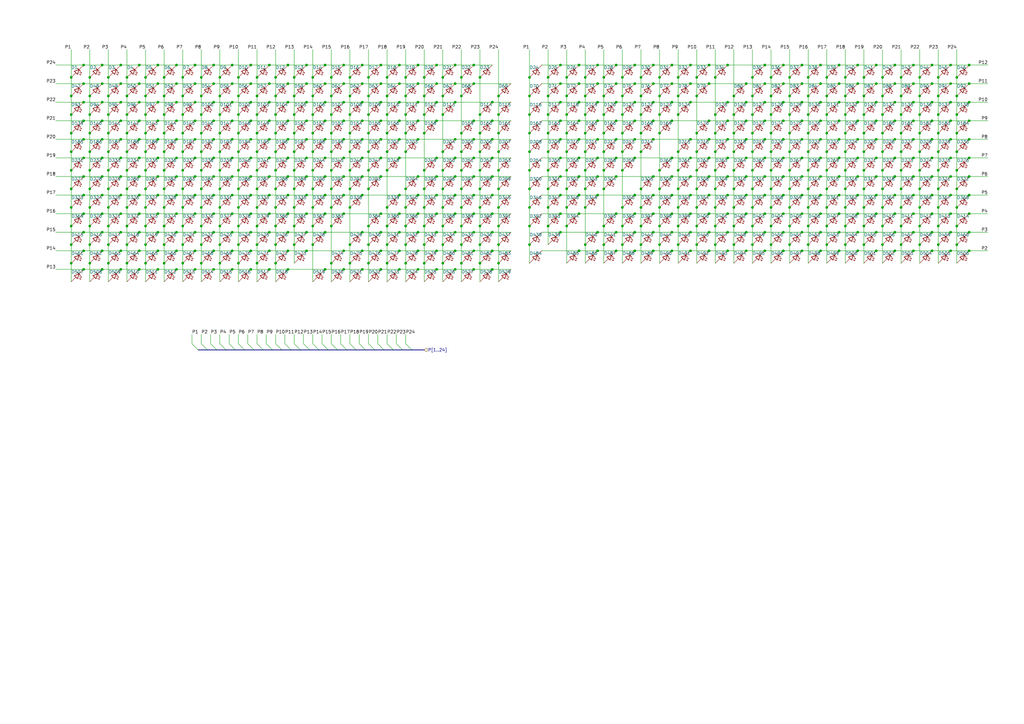
<source format=kicad_sch>
(kicad_sch (version 20231120) (generator "eeschema") (generator_version "8.0")
  (paper "A3")
  (junction (at 95.25 34.29))
  (junction (at 166.37 62.23))
  (junction (at 397.51 80.01))
  (junction (at 67.31 85.09))
  (junction (at 74.93 107.95))
  (junction (at 29.21 107.95))
  (junction (at 247.65 77.47))
  (junction (at 29.21 39.37))
  (junction (at 255.27 31.75))
  (junction (at 369.57 85.09))
  (junction (at 29.21 77.47))
  (junction (at 374.65 34.29))
  (junction (at 377.19 85.09))
  (junction (at 361.95 46.99))
  (junction (at 74.93 92.71))
  (junction (at 143.51 39.37))
  (junction (at 80.01 95.25))
  (junction (at 90.17 85.09))
  (junction (at 133.35 26.67))
  (junction (at 267.97 80.01))
  (junction (at 72.39 72.39))
  (junction (at 316.23 62.23))
  (junction (at 339.09 69.85))
  (junction (at 82.55 85.09))
  (junction (at 262.89 100.33))
  (junction (at 267.97 34.29))
  (junction (at 240.03 31.75))
  (junction (at 113.03 39.37))
  (junction (at 367.03 34.29))
  (junction (at 267.97 95.25))
  (junction (at 72.39 41.91))
  (junction (at 374.65 64.77))
  (junction (at 283.21 41.91))
  (junction (at 125.73 95.25))
  (junction (at 44.45 31.75))
  (junction (at 80.01 57.15))
  (junction (at 143.51 31.75))
  (junction (at 240.03 62.23))
  (junction (at 367.03 41.91))
  (junction (at 36.83 69.85))
  (junction (at 156.21 87.63))
  (junction (at 308.61 62.23))
  (junction (at 194.31 87.63))
  (junction (at 95.25 72.39))
  (junction (at 74.93 39.37))
  (junction (at 72.39 49.53))
  (junction (at 328.93 64.77))
  (junction (at 158.75 85.09))
  (junction (at 34.29 64.77))
  (junction (at 44.45 46.99))
  (junction (at 313.69 34.29))
  (junction (at 173.99 69.85))
  (junction (at 196.85 46.99))
  (junction (at 382.27 57.15))
  (junction (at 290.83 102.87))
  (junction (at 49.53 64.77))
  (junction (at 57.15 26.67))
  (junction (at 298.45 49.53))
  (junction (at 346.71 77.47))
  (junction (at 339.09 46.99))
  (junction (at 267.97 57.15))
  (junction (at 158.75 54.61))
  (junction (at 189.23 77.47))
  (junction (at 232.41 85.09))
  (junction (at 283.21 26.67))
  (junction (at 29.21 69.85))
  (junction (at 252.73 49.53))
  (junction (at 128.27 31.75))
  (junction (at 306.07 49.53))
  (junction (at 255.27 39.37))
  (junction (at 321.31 26.67))
  (junction (at 321.31 57.15))
  (junction (at 72.39 87.63))
  (junction (at 41.91 41.91))
  (junction (at 57.15 110.49))
  (junction (at 34.29 57.15))
  (junction (at 308.61 85.09))
  (junction (at 49.53 72.39))
  (junction (at 229.87 41.91))
  (junction (at 140.97 64.77))
  (junction (at 237.49 49.53))
  (junction (at 186.69 34.29))
  (junction (at 331.47 100.33))
  (junction (at 255.27 100.33))
  (junction (at 186.69 80.01))
  (junction (at 270.51 77.47))
  (junction (at 290.83 57.15))
  (junction (at 252.73 34.29))
  (junction (at 36.83 77.47))
  (junction (at 120.65 46.99))
  (junction (at 97.79 46.99))
  (junction (at 49.53 110.49))
  (junction (at 232.41 46.99))
  (junction (at 44.45 85.09))
  (junction (at 316.23 39.37))
  (junction (at 359.41 64.77))
  (junction (at 29.21 85.09))
  (junction (at 118.11 57.15))
  (junction (at 194.31 102.87))
  (junction (at 118.11 80.01))
  (junction (at 217.17 77.47))
  (junction (at 245.11 34.29))
  (junction (at 323.85 62.23))
  (junction (at 110.49 102.87))
  (junction (at 189.23 69.85))
  (junction (at 44.45 92.71))
  (junction (at 82.55 92.71))
  (junction (at 374.65 72.39))
  (junction (at 110.49 64.77))
  (junction (at 240.03 39.37))
  (junction (at 34.29 87.63))
  (junction (at 163.83 87.63))
  (junction (at 59.69 46.99))
  (junction (at 361.95 77.47))
  (junction (at 181.61 85.09))
  (junction (at 382.27 34.29))
  (junction (at 323.85 46.99))
  (junction (at 173.99 92.71))
  (junction (at 158.75 107.95))
  (junction (at 331.47 92.71))
  (junction (at 267.97 102.87))
  (junction (at 181.61 77.47))
  (junction (at 105.41 77.47))
  (junction (at 384.81 77.47))
  (junction (at 128.27 85.09))
  (junction (at 374.65 26.67))
  (junction (at 336.55 95.25))
  (junction (at 140.97 110.49))
  (junction (at 118.11 26.67))
  (junction (at 351.79 64.77))
  (junction (at 118.11 95.25))
  (junction (at 181.61 39.37))
  (junction (at 285.75 39.37))
  (junction (at 237.49 41.91))
  (junction (at 87.63 34.29))
  (junction (at 59.69 69.85))
  (junction (at 194.31 26.67))
  (junction (at 148.59 57.15))
  (junction (at 95.25 95.25))
  (junction (at 135.89 107.95))
  (junction (at 90.17 54.61))
  (junction (at 298.45 80.01))
  (junction (at 133.35 57.15))
  (junction (at 72.39 34.29))
  (junction (at 148.59 95.25))
  (junction (at 80.01 72.39))
  (junction (at 135.89 31.75))
  (junction (at 105.41 92.71))
  (junction (at 163.83 102.87))
  (junction (at 290.83 87.63))
  (junction (at 171.45 87.63))
  (junction (at 346.71 69.85))
  (junction (at 74.93 46.99))
  (junction (at 397.51 26.67))
  (junction (at 275.59 41.91))
  (junction (at 392.43 54.61))
  (junction (at 397.51 64.77))
  (junction (at 247.65 46.99))
  (junction (at 189.23 92.71))
  (junction (at 171.45 110.49))
  (junction (at 194.31 49.53))
  (junction (at 354.33 92.71))
  (junction (at 189.23 39.37))
  (junction (at 260.35 57.15))
  (junction (at 262.89 92.71))
  (junction (at 232.41 62.23))
  (junction (at 290.83 34.29))
  (junction (at 125.73 80.01))
  (junction (at 270.51 85.09))
  (junction (at 163.83 49.53))
  (junction (at 377.19 77.47))
  (junction (at 389.89 87.63))
  (junction (at 224.79 46.99))
  (junction (at 125.73 64.77))
  (junction (at 283.21 102.87))
  (junction (at 217.17 54.61))
  (junction (at 41.91 110.49))
  (junction (at 323.85 85.09))
  (junction (at 359.41 49.53))
  (junction (at 351.79 95.25))
  (junction (at 67.31 54.61))
  (junction (at 359.41 26.67))
  (junction (at 57.15 49.53))
  (junction (at 300.99 100.33))
  (junction (at 321.31 34.29))
  (junction (at 201.93 41.91))
  (junction (at 275.59 34.29))
  (junction (at 237.49 102.87))
  (junction (at 87.63 26.67))
  (junction (at 323.85 39.37))
  (junction (at 328.93 80.01))
  (junction (at 166.37 100.33))
  (junction (at 36.83 46.99))
  (junction (at 285.75 69.85))
  (junction (at 367.03 87.63))
  (junction (at 313.69 87.63))
  (junction (at 313.69 95.25))
  (junction (at 135.89 46.99))
  (junction (at 90.17 46.99))
  (junction (at 34.29 49.53))
  (junction (at 255.27 85.09))
  (junction (at 196.85 100.33))
  (junction (at 113.03 100.33))
  (junction (at 270.51 54.61))
  (junction (at 44.45 100.33))
  (junction (at 173.99 100.33))
  (junction (at 82.55 46.99))
  (junction (at 245.11 57.15))
  (junction (at 120.65 39.37))
  (junction (at 240.03 85.09))
  (junction (at 397.51 72.39))
  (junction (at 351.79 34.29))
  (junction (at 283.21 72.39))
  (junction (at 72.39 110.49))
  (junction (at 293.37 54.61))
  (junction (at 82.55 69.85))
  (junction (at 359.41 57.15))
  (junction (at 143.51 46.99))
  (junction (at 232.41 69.85))
  (junction (at 67.31 100.33))
  (junction (at 369.57 46.99))
  (junction (at 285.75 62.23))
  (junction (at 359.41 72.39))
  (junction (at 158.75 69.85))
  (junction (at 321.31 102.87))
  (junction (at 118.11 72.39))
  (junction (at 278.13 62.23))
  (junction (at 339.09 54.61))
  (junction (at 67.31 62.23))
  (junction (at 163.83 41.91))
  (junction (at 196.85 69.85))
  (junction (at 328.93 87.63))
  (junction (at 201.93 72.39))
  (junction (at 361.95 85.09))
  (junction (at 260.35 80.01))
  (junction (at 29.21 54.61))
  (junction (at 382.27 41.91))
  (junction (at 166.37 77.47))
  (junction (at 163.83 95.25))
  (junction (at 392.43 100.33))
  (junction (at 82.55 31.75))
  (junction (at 344.17 49.53))
  (junction (at 67.31 77.47))
  (junction (at 120.65 77.47))
  (junction (at 321.31 95.25))
  (junction (at 41.91 95.25))
  (junction (at 346.71 46.99))
  (junction (at 189.23 62.23))
  (junction (at 166.37 39.37))
  (junction (at 186.69 87.63))
  (junction (at 384.81 100.33))
  (junction (at 351.79 26.67))
  (junction (at 336.55 102.87))
  (junction (at 110.49 72.39))
  (junction (at 194.31 57.15))
  (junction (at 328.93 49.53))
  (junction (at 204.47 77.47))
  (junction (at 300.99 39.37))
  (junction (at 397.51 34.29))
  (junction (at 308.61 39.37))
  (junction (at 44.45 54.61))
  (junction (at 328.93 26.67))
  (junction (at 293.37 69.85))
  (junction (at 255.27 62.23))
  (junction (at 74.93 54.61))
  (junction (at 128.27 100.33))
  (junction (at 392.43 46.99))
  (junction (at 389.89 95.25))
  (junction (at 57.15 57.15))
  (junction (at 173.99 39.37))
  (junction (at 392.43 31.75))
  (junction (at 361.95 39.37))
  (junction (at 72.39 64.77))
  (junction (at 125.73 41.91))
  (junction (at 74.93 100.33))
  (junction (at 67.31 31.75))
  (junction (at 204.47 100.33))
  (junction (at 377.19 100.33))
  (junction (at 290.83 80.01))
  (junction (at 367.03 80.01))
  (junction (at 52.07 92.71))
  (junction (at 237.49 72.39))
  (junction (at 113.03 77.47))
  (junction (at 80.01 80.01))
  (junction (at 196.85 62.23))
  (junction (at 179.07 49.53))
  (junction (at 34.29 80.01))
  (junction (at 267.97 41.91))
  (junction (at 377.19 92.71))
  (junction (at 245.11 49.53))
  (junction (at 143.51 100.33))
  (junction (at 179.07 110.49))
  (junction (at 369.57 100.33))
  (junction (at 339.09 92.71))
  (junction (at 354.33 85.09))
  (junction (at 217.17 85.09))
  (junction (at 171.45 49.53))
  (junction (at 87.63 110.49))
  (junction (at 306.07 72.39))
  (junction (at 290.83 49.53))
  (junction (at 194.31 95.25))
  (junction (at 72.39 102.87))
  (junction (at 128.27 77.47))
  (junction (at 120.65 31.75))
  (junction (at 359.41 41.91))
  (junction (at 240.03 77.47))
  (junction (at 41.91 26.67))
  (junction (at 224.79 39.37))
  (junction (at 95.25 26.67))
  (junction (at 148.59 41.91))
  (junction (at 163.83 110.49))
  (junction (at 29.21 31.75))
  (junction (at 262.89 39.37))
  (junction (at 135.89 92.71))
  (junction (at 201.93 80.01))
  (junction (at 247.65 100.33))
  (junction (at 36.83 31.75))
  (junction (at 346.71 31.75))
  (junction (at 80.01 102.87))
  (junction (at 328.93 41.91))
  (junction (at 102.87 64.77))
  (junction (at 156.21 110.49))
  (junction (at 336.55 87.63))
  (junction (at 382.27 95.25))
  (junction (at 36.83 100.33))
  (junction (at 64.77 41.91))
  (junction (at 140.97 41.91))
  (junction (at 102.87 57.15))
  (junction (at 151.13 46.99))
  (junction (at 384.81 39.37))
  (junction (at 34.29 41.91))
  (junction (at 275.59 64.77))
  (junction (at 194.31 110.49))
  (junction (at 186.69 95.25))
  (junction (at 95.25 41.91))
  (junction (at 67.31 107.95))
  (junction (at 151.13 54.61))
  (junction (at 196.85 54.61))
  (junction (at 110.49 34.29))
  (junction (at 156.21 34.29))
  (junction (at 133.35 49.53))
  (junction (at 113.03 85.09))
  (junction (at 171.45 26.67))
  (junction (at 186.69 64.77))
  (junction (at 67.31 46.99))
  (junction (at 34.29 110.49))
  (junction (at 74.93 31.75))
  (junction (at 181.61 92.71))
  (junction (at 156.21 57.15))
  (junction (at 95.25 64.77))
  (junction (at 344.17 72.39))
  (junction (at 260.35 34.29))
  (junction (at 97.79 54.61))
  (junction (at 34.29 95.25))
  (junction (at 336.55 34.29))
  (junction (at 339.09 39.37))
  (junction (at 151.13 62.23))
  (junction (at 275.59 49.53))
  (junction (at 179.07 95.25))
  (junction (at 173.99 107.95))
  (junction (at 143.51 107.95))
  (junction (at 308.61 77.47))
  (junction (at 267.97 87.63))
  (junction (at 285.75 54.61))
  (junction (at 278.13 39.37))
  (junction (at 102.87 80.01))
  (junction (at 97.79 39.37))
  (junction (at 171.45 80.01))
  (junction (at 267.97 72.39))
  (junction (at 64.77 110.49))
  (junction (at 346.71 39.37))
  (junction (at 270.51 100.33))
  (junction (at 57.15 102.87))
  (junction (at 95.25 110.49))
  (junction (at 194.31 80.01))
  (junction (at 217.17 100.33))
  (junction (at 384.81 46.99))
  (junction (at 275.59 95.25))
  (junction (at 328.93 102.87))
  (junction (at 306.07 57.15))
  (junction (at 41.91 49.53))
  (junction (at 374.65 102.87))
  (junction (at 97.79 31.75))
  (junction (at 87.63 80.01))
  (junction (at 44.45 62.23))
  (junction (at 97.79 69.85))
  (junction (at 293.37 31.75))
  (junction (at 87.63 102.87))
  (junction (at 382.27 102.87))
  (junction (at 59.69 54.61))
  (junction (at 72.39 95.25))
  (junction (at 359.41 102.87))
  (junction (at 143.51 62.23))
  (junction (at 204.47 107.95))
  (junction (at 306.07 102.87))
  (junction (at 285.75 31.75))
  (junction (at 128.27 39.37))
  (junction (at 44.45 107.95))
  (junction (at 229.87 64.77))
  (junction (at 298.45 95.25))
  (junction (at 95.25 102.87))
  (junction (at 298.45 102.87))
  (junction (at 321.31 64.77))
  (junction (at 179.07 64.77))
  (junction (at 133.35 87.63))
  (junction (at 392.43 85.09))
  (junction (at 196.85 77.47))
  (junction (at 133.35 110.49))
  (junction (at 87.63 95.25))
  (junction (at 105.41 54.61))
  (junction (at 163.83 64.77))
  (junction (at 369.57 77.47))
  (junction (at 270.51 92.71))
  (junction (at 59.69 62.23))
  (junction (at 351.79 80.01))
  (junction (at 72.39 80.01))
  (junction (at 321.31 87.63))
  (junction (at 321.31 80.01))
  (junction (at 389.89 80.01))
  (junction (at 224.79 54.61))
  (junction (at 105.41 62.23))
  (junction (at 204.47 85.09))
  (junction (at 389.89 72.39))
  (junction (at 163.83 34.29))
  (junction (at 237.49 34.29))
  (junction (at 321.31 49.53))
  (junction (at 290.83 95.25))
  (junction (at 237.49 26.67))
  (junction (at 148.59 72.39))
  (junction (at 80.01 87.63))
  (junction (at 204.47 46.99))
  (junction (at 270.51 31.75))
  (junction (at 389.89 26.67))
  (junction (at 140.97 49.53))
  (junction (at 313.69 102.87))
  (junction (at 300.99 77.47))
  (junction (at 252.73 95.25))
  (junction (at 204.47 39.37))
  (junction (at 186.69 57.15))
  (junction (at 313.69 80.01))
  (junction (at 331.47 85.09))
  (junction (at 367.03 102.87))
  (junction (at 245.11 80.01))
  (junction (at 361.95 62.23))
  (junction (at 113.03 92.71))
  (junction (at 255.27 69.85))
  (junction (at 270.51 39.37))
  (junction (at 224.79 31.75))
  (junction (at 72.39 26.67))
  (junction (at 64.77 102.87))
  (junction (at 336.55 64.77))
  (junction (at 64.77 72.39))
  (junction (at 316.23 31.75))
  (junction (at 179.07 102.87))
  (junction (at 179.07 41.91))
  (junction (at 217.17 62.23))
  (junction (at 95.25 57.15))
  (junction (at 255.27 92.71))
  (junction (at 328.93 34.29))
  (junction (at 351.79 87.63))
  (junction (at 163.83 26.67))
  (junction (at 389.89 49.53))
  (junction (at 64.77 64.77))
  (junction (at 90.17 77.47))
  (junction (at 95.25 87.63))
  (junction (at 298.45 87.63))
  (junction (at 118.11 110.49))
  (junction (at 316.23 54.61))
  (junction (at 283.21 80.01))
  (junction (at 110.49 110.49))
  (junction (at 290.83 64.77))
  (junction (at 171.45 57.15))
  (junction (at 278.13 100.33))
  (junction (at 369.57 54.61))
  (junction (at 336.55 26.67))
  (junction (at 217.17 46.99))
  (junction (at 105.41 69.85))
  (junction (at 125.73 49.53))
  (junction (at 369.57 62.23))
  (junction (at 384.81 31.75))
  (junction (at 118.11 49.53))
  (junction (at 87.63 41.91))
  (junction (at 201.93 87.63))
  (junction (at 298.45 26.67))
  (junction (at 331.47 31.75))
  (junction (at 262.89 46.99))
  (junction (at 237.49 87.63))
  (junction (at 36.83 39.37))
  (junction (at 283.21 95.25))
  (junction (at 52.07 31.75))
  (junction (at 316.23 100.33))
  (junction (at 67.31 92.71))
  (junction (at 156.21 64.77))
  (junction (at 57.15 95.25))
  (junction (at 382.27 87.63))
  (junction (at 105.41 107.95))
  (junction (at 196.85 107.95))
  (junction (at 204.47 54.61))
  (junction (at 59.69 31.75))
  (junction (at 224.79 62.23))
  (junction (at 346.71 54.61))
  (junction (at 229.87 87.63))
  (junction (at 298.45 41.91))
  (junction (at 186.69 110.49))
  (junction (at 140.97 57.15))
  (junction (at 384.81 54.61))
  (junction (at 245.11 26.67))
  (junction (at 369.57 69.85))
  (junction (at 97.79 85.09))
  (junction (at 354.33 54.61))
  (junction (at 181.61 46.99))
  (junction (at 74.93 62.23))
  (junction (at 377.19 39.37))
  (junction (at 278.13 46.99))
  (junction (at 336.55 41.91))
  (junction (at 217.17 92.71))
  (junction (at 374.65 49.53))
  (junction (at 245.11 102.87))
  (junction (at 95.25 49.53))
  (junction (at 34.29 102.87))
  (junction (at 118.11 102.87))
  (junction (at 118.11 34.29))
  (junction (at 306.07 95.25))
  (junction (at 29.21 100.33))
  (junction (at 64.77 95.25))
  (junction (at 260.35 26.67))
  (junction (at 49.53 34.29))
  (junction (at 354.33 31.75))
  (junction (at 298.45 64.77))
  (junction (at 120.65 54.61))
  (junction (at 346.71 62.23))
  (junction (at 148.59 34.29))
  (junction (at 323.85 77.47))
  (junction (at 52.07 54.61))
  (junction (at 110.49 95.25))
  (junction (at 339.09 85.09))
  (junction (at 306.07 41.91))
  (junction (at 64.77 57.15))
  (junction (at 374.65 41.91))
  (junction (at 57.15 41.91))
  (junction (at 189.23 107.95))
  (junction (at 90.17 69.85))
  (junction (at 389.89 41.91))
  (junction (at 57.15 64.77))
  (junction (at 293.37 62.23))
  (junction (at 306.07 80.01))
  (junction (at 229.87 26.67))
  (junction (at 87.63 64.77))
  (junction (at 397.51 102.87))
  (junction (at 344.17 102.87))
  (junction (at 217.17 69.85))
  (junction (at 361.95 92.71))
  (junction (at 328.93 95.25))
  (junction (at 135.89 54.61))
  (junction (at 166.37 107.95))
  (junction (at 361.95 31.75))
  (junction (at 173.99 85.09))
  (junction (at 181.61 31.75))
  (junction (at 245.11 64.77))
  (junction (at 110.49 57.15))
  (junction (at 74.93 77.47))
  (junction (at 113.03 62.23))
  (junction (at 166.37 54.61))
  (junction (at 36.83 62.23))
  (junction (at 87.63 72.39))
  (junction (at 173.99 77.47))
  (junction (at 331.47 77.47))
  (junction (at 110.49 26.67))
  (junction (at 166.37 92.71))
  (junction (at 346.71 85.09))
  (junction (at 308.61 100.33))
  (junction (at 392.43 69.85))
  (junction (at 336.55 57.15))
  (junction (at 367.03 57.15))
  (junction (at 102.87 87.63))
  (junction (at 158.75 31.75))
  (junction (at 113.03 107.95))
  (junction (at 128.27 92.71))
  (junction (at 140.97 26.67))
  (junction (at 151.13 107.95))
  (junction (at 196.85 31.75))
  (junction (at 64.77 87.63))
  (junction (at 374.65 87.63))
  (junction (at 283.21 87.63))
  (junction (at 339.09 62.23))
  (junction (at 133.35 80.01))
  (junction (at 224.79 69.85))
  (junction (at 105.41 85.09))
  (junction (at 67.31 69.85))
  (junction (at 313.69 26.67))
  (junction (at 171.45 95.25))
  (junction (at 252.73 102.87))
  (junction (at 232.41 92.71))
  (junction (at 29.21 62.23))
  (junction (at 90.17 107.95))
  (junction (at 64.77 34.29))
  (junction (at 125.73 87.63))
  (junction (at 166.37 31.75))
  (junction (at 110.49 80.01))
  (junction (at 344.17 64.77))
  (junction (at 148.59 110.49))
  (junction (at 189.23 85.09))
  (junction (at 344.17 87.63))
  (junction (at 229.87 57.15))
  (junction (at 181.61 69.85))
  (junction (at 369.57 92.71))
  (junction (at 44.45 77.47))
  (junction (at 252.73 87.63))
  (junction (at 382.27 49.53))
  (junction (at 283.21 34.29))
  (junction (at 49.53 95.25))
  (junction (at 181.61 62.23))
  (junction (at 133.35 95.25))
  (junction (at 270.51 46.99))
  (junction (at 59.69 85.09))
  (junction (at 80.01 49.53))
  (junction (at 336.55 80.01))
  (junction (at 57.15 80.01))
  (junction (at 331.47 54.61))
  (junction (at 275.59 26.67))
  (junction (at 306.07 87.63))
  (junction (at 354.33 100.33))
  (junction (at 113.03 69.85))
  (junction (at 331.47 69.85))
  (junction (at 359.41 87.63))
  (junction (at 194.31 72.39))
  (junction (at 252.73 26.67))
  (junction (at 229.87 95.25))
  (junction (at 80.01 41.91))
  (junction (at 354.33 46.99))
  (junction (at 367.03 64.77))
  (junction (at 179.07 34.29))
  (junction (at 110.49 41.91))
  (junction (at 179.07 72.39))
  (junction (at 323.85 31.75))
  (junction (at 224.79 92.71))
  (junction (at 97.79 107.95))
  (junction (at 240.03 46.99))
  (junction (at 300.99 46.99))
  (junction (at 359.41 34.29))
  (junction (at 275.59 102.87))
  (junction (at 344.17 95.25))
  (junction (at 120.65 100.33))
  (junction (at 34.29 34.29))
  (junction (at 260.35 102.87))
  (junction (at 133.35 41.91))
  (junction (at 252.73 41.91))
  (junction (at 135.89 39.37))
  (junction (at 306.07 34.29))
  (junction (at 41.91 72.39))
  (junction (at 143.51 77.47))
  (junction (at 171.45 34.29))
  (junction (at 36.83 54.61))
  (junction (at 49.53 80.01))
  (junction (at 260.35 87.63))
  (junction (at 323.85 100.33))
  (junction (at 49.53 57.15))
  (junction (at 232.41 39.37))
  (junction (at 328.93 72.39))
  (junction (at 113.03 46.99))
  (junction (at 189.23 100.33))
  (junction (at 361.95 69.85))
  (junction (at 229.87 80.01))
  (junction (at 293.37 77.47))
  (junction (at 87.63 87.63))
  (junction (at 135.89 85.09))
  (junction (at 323.85 54.61))
  (junction (at 367.03 95.25))
  (junction (at 29.21 46.99))
  (junction (at 82.55 54.61))
  (junction (at 344.17 26.67))
  (junction (at 163.83 80.01))
  (junction (at 217.17 31.75))
  (junction (at 74.93 69.85))
  (junction (at 173.99 46.99))
  (junction (at 392.43 77.47))
  (junction (at 105.41 46.99))
  (junction (at 171.45 102.87))
  (junction (at 143.51 85.09))
  (junction (at 41.91 80.01))
  (junction (at 229.87 49.53))
  (junction (at 49.53 87.63))
  (junction (at 316.23 77.47))
  (junction (at 80.01 110.49))
  (junction (at 49.53 102.87))
  (junction (at 52.07 107.95))
  (junction (at 247.65 62.23))
  (junction (at 87.63 57.15))
  (junction (at 344.17 34.29))
  (junction (at 166.37 85.09))
  (junction (at 339.09 31.75))
  (junction (at 143.51 69.85))
  (junction (at 80.01 64.77))
  (junction (at 245.11 72.39))
  (junction (at 308.61 31.75))
  (junction (at 382.27 80.01))
  (junction (at 328.93 57.15))
  (junction (at 278.13 85.09))
  (junction (at 252.73 57.15))
  (junction (at 189.23 54.61))
  (junction (at 367.03 72.39))
  (junction (at 125.73 102.87))
  (junction (at 90.17 92.71))
  (junction (at 186.69 102.87))
  (junction (at 110.49 87.63))
  (junction (at 316.23 85.09))
  (junction (at 293.37 85.09))
  (junction (at 67.31 39.37))
  (junction (at 57.15 72.39))
  (junction (at 166.37 46.99))
  (junction (at 179.07 80.01))
  (junction (at 240.03 54.61))
  (junction (at 148.59 80.01))
  (junction (at 34.29 72.39))
  (junction (at 140.97 34.29))
  (junction (at 293.37 100.33))
  (junction (at 59.69 100.33))
  (junction (at 186.69 26.67))
  (junction (at 260.35 64.77))
  (junction (at 240.03 69.85))
  (junction (at 201.93 64.77))
  (junction (at 300.99 62.23))
  (junction (at 49.53 26.67))
  (junction (at 148.59 49.53))
  (junction (at 29.21 92.71))
  (junction (at 102.87 110.49))
  (junction (at 313.69 57.15))
  (junction (at 97.79 92.71))
  (junction (at 36.83 107.95))
  (junction (at 181.61 100.33))
  (junction (at 151.13 92.71))
  (junction (at 156.21 26.67))
  (junction (at 382.27 72.39))
  (junction (at 313.69 41.91))
  (junction (at 374.65 95.25))
  (junction (at 377.19 31.75))
  (junction (at 125.73 26.67))
  (junction (at 59.69 77.47))
  (junction (at 113.03 54.61))
  (junction (at 194.31 64.77))
  (junction (at 275.59 80.01))
  (junction (at 308.61 92.71))
  (junction (at 285.75 100.33))
  (junction (at 354.33 69.85))
  (junction (at 260.35 95.25))
  (junction (at 201.93 95.25))
  (junction (at 52.07 62.23))
  (junction (at 229.87 72.39))
  (junction (at 196.85 92.71))
  (junction (at 118.11 87.63))
  (junction (at 229.87 34.29))
  (junction (at 201.93 110.49))
  (junction (at 344.17 80.01))
  (junction (at 316.23 92.71))
  (junction (at 283.21 57.15))
  (junction (at 113.03 31.75))
  (junction (at 224.79 77.47))
  (junction (at 270.51 69.85))
  (junction (at 156.21 95.25))
  (junction (at 354.33 62.23))
  (junction (at 255.27 46.99))
  (junction (at 102.87 34.29))
  (junction (at 128.27 46.99))
  (junction (at 392.43 92.71))
  (junction (at 49.53 49.53))
  (junction (at 52.07 39.37))
  (junction (at 377.19 46.99))
  (junction (at 102.87 26.67))
  (junction (at 359.41 80.01))
  (junction (at 298.45 72.39))
  (junction (at 201.93 49.53))
  (junction (at 120.65 69.85))
  (junction (at 82.55 39.37))
  (junction (at 367.03 26.67))
  (junction (at 49.53 41.91))
  (junction (at 148.59 64.77))
  (junction (at 377.19 54.61))
  (junction (at 397.51 95.25))
  (junction (at 275.59 72.39))
  (junction (at 278.13 77.47))
  (junction (at 171.45 72.39))
  (junction (at 247.65 39.37))
  (junction (at 361.95 100.33))
  (junction (at 247.65 69.85))
  (junction (at 120.65 62.23))
  (junction (at 148.59 26.67))
  (junction (at 171.45 41.91))
  (junction (at 41.91 102.87))
  (junction (at 359.41 95.25))
  (junction (at 158.75 62.23))
  (junction (at 151.13 100.33))
  (junction (at 232.41 54.61))
  (junction (at 102.87 49.53))
  (junction (at 245.11 41.91))
  (junction (at 52.07 77.47))
  (junction (at 41.91 64.77))
  (junction (at 186.69 72.39))
  (junction (at 255.27 54.61))
  (junction (at 308.61 54.61))
  (junction (at 133.35 64.77))
  (junction (at 384.81 92.71))
  (junction (at 351.79 72.39))
  (junction (at 64.77 49.53))
  (junction (at 361.95 54.61))
  (junction (at 232.41 77.47))
  (junction (at 339.09 77.47))
  (junction (at 346.71 100.33))
  (junction (at 82.55 62.23))
  (junction (at 97.79 77.47))
  (junction (at 110.49 49.53))
  (junction (at 306.07 64.77))
  (junction (at 285.75 92.71))
  (junction (at 367.03 49.53))
  (junction (at 224.79 85.09))
  (junction (at 181.61 107.95))
  (junction (at 158.75 46.99))
  (junction (at 52.07 85.09))
  (junction (at 102.87 72.39))
  (junction (at 57.15 34.29))
  (junction (at 135.89 77.47))
  (junction (at 252.73 72.39))
  (junction (at 102.87 102.87))
  (junction (at 313.69 64.77))
  (junction (at 354.33 77.47))
  (junction (at 351.79 102.87))
  (junction (at 156.21 49.53))
  (junction (at 308.61 46.99))
  (junction (at 397.51 41.91))
  (junction (at 397.51 49.53))
  (junction (at 201.93 102.87))
  (junction (at 351.79 49.53))
  (junction (at 64.77 80.01))
  (junction (at 158.75 39.37))
  (junction (at 275.59 87.63))
  (junction (at 260.35 49.53))
  (junction (at 173.99 31.75))
  (junction (at 163.83 57.15))
  (junction (at 252.73 64.77))
  (junction (at 140.97 80.01))
  (junction (at 186.69 41.91))
  (junction (at 52.07 100.33))
  (junction (at 237.49 80.01))
  (junction (at 384.81 62.23))
  (junction (at 260.35 41.91))
  (junction (at 90.17 62.23))
  (junction (at 156.21 102.87))
  (junction (at 300.99 92.71))
  (junction (at 97.79 100.33))
  (junction (at 262.89 77.47))
  (junction (at 118.11 41.91))
  (junction (at 179.07 26.67))
  (junction (at 118.11 64.77))
  (junction (at 82.55 107.95))
  (junction (at 316.23 69.85))
  (junction (at 374.65 80.01))
  (junction (at 80.01 34.29))
  (junction (at 278.13 69.85))
  (junction (at 158.75 92.71))
  (junction (at 247.65 92.71))
  (junction (at 247.65 31.75))
  (junction (at 90.17 31.75))
  (junction (at 82.55 77.47))
  (junction (at 389.89 64.77))
  (junction (at 293.37 46.99))
  (junction (at 247.65 54.61))
  (junction (at 377.19 62.23))
  (junction (at 59.69 39.37))
  (junction (at 321.31 41.91))
  (junction (at 344.17 57.15))
  (junction (at 278.13 31.75))
  (junction (at 133.35 72.39))
  (junction (at 57.15 87.63))
  (junction (at 125.73 34.29))
  (junction (at 173.99 54.61))
  (junction (at 351.79 57.15))
  (junction (at 52.07 46.99))
  (junction (at 344.17 41.91))
  (junction (at 262.89 62.23))
  (junction (at 336.55 72.39))
  (junction (at 135.89 62.23))
  (junction (at 369.57 31.75))
  (junction (at 80.01 26.67))
  (junction (at 336.55 49.53))
  (junction (at 156.21 41.91))
  (junction (at 41.91 34.29))
  (junction (at 354.33 39.37))
  (junction (at 382.27 64.77))
  (junction (at 90.17 100.33))
  (junction (at 397.51 57.15))
  (junction (at 44.45 39.37))
  (junction (at 125.73 72.39))
  (junction (at 278.13 92.71))
  (junction (at 321.31 72.39))
  (junction (at 389.89 57.15))
  (junction (at 120.65 92.71))
  (junction (at 377.19 69.85))
  (junction (at 151.13 39.37))
  (junction (at 158.75 100.33))
  (junction (at 262.89 54.61))
  (junction (at 298.45 57.15))
  (junction (at 179.07 87.63))
  (junction (at 262.89 85.09))
  (junction (at 102.87 95.25))
  (junction (at 120.65 85.09))
  (junction (at 82.55 100.33))
  (junction (at 143.51 54.61))
  (junction (at 36.83 85.09))
  (junction (at 290.83 26.67))
  (junction (at 300.99 85.09))
  (junction (at 72.39 57.15))
  (junction (at 97.79 62.23))
  (junction (at 133.35 34.29))
  (junction (at 389.89 34.29))
  (junction (at 283.21 64.77))
  (junction (at 262.89 31.75))
  (junction (at 237.49 64.77))
  (junction (at 105.41 100.33))
  (junction (at 156.21 72.39))
  (junction (at 59.69 107.95))
  (junction (at 44.45 69.85))
  (junction (at 90.17 39.37))
  (junction (at 285.75 85.09))
  (junction (at 267.97 26.67))
  (junction (at 290.83 72.39))
  (junction (at 313.69 72.39))
  (junction (at 34.29 26.67))
  (junction (at 382.27 26.67))
  (junction (at 95.25 80.01))
  (junction (at 339.09 100.33))
  (junction (at 41.91 87.63))
  (junction (at 392.43 62.23))
  (junction (at 140.97 102.87))
  (junction (at 189.23 31.75))
  (junction (at 201.93 57.15))
  (junction (at 125.73 57.15))
  (junction (at 331.47 62.23))
  (junction (at 323.85 92.71))
  (junction (at 59.69 92.71))
  (junction (at 267.97 49.53))
  (junction (at 128.27 62.23))
  (junction (at 285.75 77.47))
  (junction (at 151.13 31.75))
  (junction (at 128.27 54.61))
  (junction (at 313.69 49.53))
  (junction (at 204.47 62.23))
  (junction (at 316.23 46.99))
  (junction (at 374.65 57.15))
  (junction (at 148.59 102.87))
  (junction (at 389.89 102.87))
  (junction (at 140.97 87.63))
  (junction (at 102.87 41.91))
  (junction (at 140.97 72.39))
  (junction (at 128.27 69.85))
  (junction (at 308.61 69.85))
  (junction (at 369.57 39.37))
  (junction (at 232.41 31.75))
  (junction (at 204.47 92.71))
  (junction (at 300.99 69.85))
  (junction (at 105.41 31.75))
  (junction (at 151.13 77.47))
  (junction (at 36.83 92.71))
  (junction (at 204.47 69.85))
  (junction (at 151.13 69.85))
  (junction (at 331.47 46.99))
  (junction (at 135.89 69.85))
  (junction (at 346.71 92.71))
  (junction (at 384.81 69.85))
  (junction (at 245.11 95.25))
  (junction (at 217.17 39.37))
  (junction (at 74.93 85.09))
  (junction (at 196.85 85.09))
  (junction (at 52.07 69.85))
  (junction (at 194.31 34.29))
  (junction (at 240.03 100.33))
  (junction (at 87.63 49.53))
  (junction (at 300.99 54.61))
  (junction (at 384.81 85.09))
  (junction (at 237.49 57.15))
  (junction (at 293.37 92.71))
  (junction (at 323.85 69.85))
  (junction (at 331.47 39.37))
  (junction (at 105.41 39.37))
  (junction (at 392.43 39.37))
  (junction (at 64.77 26.67))
  (junction (at 41.91 57.15))
  (junction (at 397.51 87.63))
  (junction (at 351.79 41.91))
  (bus_entry (at 100.33 143.51) (size -2.54 -2.54))
  (bus_entry (at 149.86 143.51) (size -2.54 -2.54))
  (bus_entry (at 142.24 143.51) (size -2.54 -2.54))
  (bus_entry (at 130.81 143.51) (size -2.54 -2.54))
  (bus_entry (at 161.29 143.51) (size -2.54 -2.54))
  (bus_entry (at 115.57 143.51) (size -2.54 -2.54))
  (bus_entry (at 81.28 143.51) (size -2.54 -2.54))
  (bus_entry (at 153.67 143.51) (size -2.54 -2.54))
  (bus_entry (at 157.48 143.51) (size -2.54 -2.54))
  (bus_entry (at 85.09 143.51) (size -2.54 -2.54))
  (bus_entry (at 88.9 143.51) (size -2.54 -2.54))
  (bus_entry (at 146.05 143.51) (size -2.54 -2.54))
  (bus_entry (at 165.1 143.51) (size -2.54 -2.54))
  (bus_entry (at 138.43 143.51) (size -2.54 -2.54))
  (bus_entry (at 134.62 143.51) (size -2.54 -2.54))
  (bus_entry (at 111.76 143.51) (size -2.54 -2.54))
  (bus_entry (at 168.91 143.51) (size -2.54 -2.54))
  (bus_entry (at 127 143.51) (size -2.54 -2.54))
  (bus_entry (at 104.14 143.51) (size -2.54 -2.54))
  (bus_entry (at 119.38 143.51) (size -2.54 -2.54))
  (bus_entry (at 92.71 143.51) (size -2.54 -2.54))
  (bus_entry (at 96.52 143.51) (size -2.54 -2.54))
  (bus_entry (at 123.19 143.51) (size -2.54 -2.54))
  (bus_entry (at 107.95 143.51) (size -2.54 -2.54))
  (wire (pts (xy 140.97 102.87) (xy 148.59 102.87)))
  (wire (pts (xy 260.35 49.53) (xy 252.73 49.53)))
  (wire (pts (xy 36.83 31.75) (xy 36.83 39.37)))
  (wire (pts (xy 298.45 102.87) (xy 290.83 102.87)))
  (wire (pts (xy 133.35 26.67) (xy 140.97 26.67)))
  (wire (pts (xy 57.15 41.91) (xy 64.77 41.91)))
  (wire (pts (xy 22.86 95.25) (xy 34.29 95.25)))
  (bus (pts (xy 85.09 143.51) (xy 88.9 143.51)))
  (wire (pts (xy 57.15 72.39) (xy 64.77 72.39)))
  (wire (pts (xy 194.31 87.63) (xy 201.93 87.63)))
  (wire (pts (xy 49.53 41.91) (xy 57.15 41.91)))
  (wire (pts (xy 278.13 46.99) (xy 278.13 62.23)))
  (wire (pts (xy 229.87 95.25) (xy 222.25 95.25)))
  (wire (pts (xy 78.74 137.16) (xy 78.74 140.97)))
  (wire (pts (xy 118.11 72.39) (xy 125.73 72.39)))
  (wire (pts (xy 321.31 95.25) (xy 313.69 95.25)))
  (wire (pts (xy 255.27 100.33) (xy 255.27 107.95)))
  (wire (pts (xy 397.51 41.91) (xy 389.89 41.91)))
  (wire (pts (xy 229.87 41.91) (xy 222.25 41.91)))
  (wire (pts (xy 397.51 57.15) (xy 389.89 57.15)))
  (wire (pts (xy 313.69 95.25) (xy 306.07 95.25)))
  (wire (pts (xy 90.17 77.47) (xy 90.17 85.09)))
  (wire (pts (xy 29.21 20.32) (xy 29.21 31.75)))
  (wire (pts (xy 323.85 92.71) (xy 323.85 100.33)))
  (wire (pts (xy 87.63 95.25) (xy 95.25 95.25)))
  (wire (pts (xy 283.21 41.91) (xy 275.59 41.91)))
  (wire (pts (xy 351.79 41.91) (xy 344.17 41.91)))
  (wire (pts (xy 148.59 110.49) (xy 156.21 110.49)))
  (wire (pts (xy 313.69 26.67) (xy 321.31 26.67)))
  (wire (pts (xy 382.27 26.67) (xy 374.65 26.67)))
  (wire (pts (xy 397.51 80.01) (xy 389.89 80.01)))
  (wire (pts (xy 44.45 85.09) (xy 44.45 92.71)))
  (wire (pts (xy 171.45 72.39) (xy 179.07 72.39)))
  (wire (pts (xy 339.09 85.09) (xy 339.09 92.71)))
  (wire (pts (xy 57.15 80.01) (xy 64.77 80.01)))
  (wire (pts (xy 252.73 57.15) (xy 245.11 57.15)))
  (wire (pts (xy 97.79 69.85) (xy 97.79 77.47)))
  (wire (pts (xy 262.89 39.37) (xy 262.89 46.99)))
  (wire (pts (xy 204.47 54.61) (xy 204.47 62.23)))
  (wire (pts (xy 52.07 77.47) (xy 52.07 85.09)))
  (wire (pts (xy 97.79 54.61) (xy 97.79 62.23)))
  (wire (pts (xy 113.03 39.37) (xy 113.03 46.99)))
  (wire (pts (xy 367.03 57.15) (xy 374.65 57.15)))
  (wire (pts (xy 293.37 100.33) (xy 293.37 107.95)))
  (wire (pts (xy 113.03 46.99) (xy 113.03 54.61)))
  (wire (pts (xy 110.49 80.01) (xy 118.11 80.01)))
  (wire (pts (xy 351.79 34.29) (xy 344.17 34.29)))
  (wire (pts (xy 290.83 72.39) (xy 298.45 72.39)))
  (wire (pts (xy 389.89 49.53) (xy 397.51 49.53)))
  (wire (pts (xy 158.75 69.85) (xy 158.75 85.09)))
  (wire (pts (xy 275.59 41.91) (xy 267.97 41.91)))
  (wire (pts (xy 151.13 107.95) (xy 151.13 115.57)))
  (wire (pts (xy 377.19 46.99) (xy 377.19 54.61)))
  (wire (pts (xy 397.51 64.77) (xy 389.89 64.77)))
  (wire (pts (xy 166.37 54.61) (xy 166.37 62.23)))
  (wire (pts (xy 44.45 54.61) (xy 44.45 62.23)))
  (wire (pts (xy 133.35 110.49) (xy 140.97 110.49)))
  (wire (pts (xy 351.79 95.25) (xy 344.17 95.25)))
  (wire (pts (xy 331.47 92.71) (xy 331.47 100.33)))
  (wire (pts (xy 140.97 26.67) (xy 148.59 26.67)))
  (wire (pts (xy 351.79 57.15) (xy 344.17 57.15)))
  (wire (pts (xy 186.69 57.15) (xy 194.31 57.15)))
  (bus (pts (xy 104.14 143.51) (xy 107.95 143.51)))
  (wire (pts (xy 113.03 54.61) (xy 113.03 62.23)))
  (wire (pts (xy 392.43 31.75) (xy 392.43 39.37)))
  (wire (pts (xy 181.61 100.33) (xy 181.61 107.95)))
  (wire (pts (xy 306.07 34.29) (xy 290.83 34.29)))
  (wire (pts (xy 52.07 92.71) (xy 52.07 100.33)))
  (wire (pts (xy 245.11 102.87) (xy 237.49 102.87)))
  (bus (pts (xy 134.62 143.51) (xy 138.43 143.51)))
  (wire (pts (xy 331.47 69.85) (xy 331.47 77.47)))
  (wire (pts (xy 189.23 100.33) (xy 189.23 107.95)))
  (wire (pts (xy 285.75 100.33) (xy 285.75 107.95)))
  (wire (pts (xy 293.37 20.32) (xy 293.37 31.75)))
  (wire (pts (xy 367.03 41.91) (xy 359.41 41.91)))
  (wire (pts (xy 34.29 57.15) (xy 41.91 57.15)))
  (wire (pts (xy 237.49 57.15) (xy 229.87 57.15)))
  (wire (pts (xy 306.07 87.63) (xy 313.69 87.63)))
  (wire (pts (xy 173.99 20.32) (xy 173.99 31.75)))
  (wire (pts (xy 179.07 102.87) (xy 186.69 102.87)))
  (wire (pts (xy 285.75 85.09) (xy 285.75 92.71)))
  (bus (pts (xy 92.71 143.51) (xy 96.52 143.51)))
  (wire (pts (xy 354.33 39.37) (xy 354.33 46.99)))
  (wire (pts (xy 278.13 39.37) (xy 278.13 46.99)))
  (wire (pts (xy 95.25 41.91) (xy 102.87 41.91)))
  (wire (pts (xy 336.55 49.53) (xy 328.93 49.53)))
  (wire (pts (xy 344.17 80.01) (xy 336.55 80.01)))
  (wire (pts (xy 133.35 72.39) (xy 140.97 72.39)))
  (wire (pts (xy 204.47 107.95) (xy 204.47 115.57)))
  (wire (pts (xy 41.91 64.77) (xy 49.53 64.77)))
  (wire (pts (xy 313.69 41.91) (xy 306.07 41.91)))
  (wire (pts (xy 67.31 107.95) (xy 67.31 115.57)))
  (wire (pts (xy 224.79 77.47) (xy 224.79 85.09)))
  (bus (pts (xy 81.28 143.51) (xy 85.09 143.51)))
  (wire (pts (xy 313.69 41.91) (xy 321.31 41.91)))
  (wire (pts (xy 290.83 72.39) (xy 283.21 72.39)))
  (wire (pts (xy 361.95 62.23) (xy 361.95 69.85)))
  (wire (pts (xy 384.81 77.47) (xy 384.81 85.09)))
  (wire (pts (xy 389.89 72.39) (xy 397.51 72.39)))
  (wire (pts (xy 135.89 39.37) (xy 135.89 46.99)))
  (wire (pts (xy 260.35 26.67) (xy 252.73 26.67)))
  (wire (pts (xy 298.45 80.01) (xy 290.83 80.01)))
  (wire (pts (xy 247.65 31.75) (xy 247.65 39.37)))
  (wire (pts (xy 34.29 34.29) (xy 41.91 34.29)))
  (wire (pts (xy 143.51 31.75) (xy 143.51 39.37)))
  (wire (pts (xy 36.83 39.37) (xy 36.83 46.99)))
  (wire (pts (xy 336.55 57.15) (xy 328.93 57.15)))
  (wire (pts (xy 344.17 72.39) (xy 336.55 72.39)))
  (wire (pts (xy 397.51 87.63) (xy 389.89 87.63)))
  (wire (pts (xy 179.07 110.49) (xy 186.69 110.49)))
  (wire (pts (xy 22.86 64.77) (xy 34.29 64.77)))
  (wire (pts (xy 57.15 26.67) (xy 64.77 26.67)))
  (wire (pts (xy 255.27 20.32) (xy 255.27 31.75)))
  (wire (pts (xy 171.45 34.29) (xy 179.07 34.29)))
  (wire (pts (xy 351.79 102.87) (xy 344.17 102.87)))
  (wire (pts (xy 283.21 87.63) (xy 290.83 87.63)))
  (wire (pts (xy 328.93 80.01) (xy 321.31 80.01)))
  (wire (pts (xy 90.17 137.16) (xy 90.17 140.97)))
  (wire (pts (xy 369.57 31.75) (xy 369.57 39.37)))
  (wire (pts (xy 321.31 80.01) (xy 313.69 80.01)))
  (wire (pts (xy 331.47 100.33) (xy 331.47 107.95)))
  (wire (pts (xy 110.49 87.63) (xy 118.11 87.63)))
  (wire (pts (xy 102.87 34.29) (xy 110.49 34.29)))
  (wire (pts (xy 229.87 49.53) (xy 222.25 49.53)))
  (wire (pts (xy 369.57 46.99) (xy 369.57 54.61)))
  (wire (pts (xy 143.51 62.23) (xy 143.51 69.85)))
  (wire (pts (xy 34.29 95.25) (xy 41.91 95.25)))
  (wire (pts (xy 36.83 20.32) (xy 36.83 31.75)))
  (wire (pts (xy 181.61 92.71) (xy 181.61 100.33)))
  (wire (pts (xy 156.21 49.53) (xy 163.83 49.53)))
  (wire (pts (xy 377.19 100.33) (xy 377.19 107.95)))
  (wire (pts (xy 173.99 85.09) (xy 173.99 92.71)))
  (wire (pts (xy 118.11 26.67) (xy 125.73 26.67)))
  (wire (pts (xy 217.17 31.75) (xy 217.17 39.37)))
  (wire (pts (xy 128.27 31.75) (xy 128.27 39.37)))
  (wire (pts (xy 293.37 92.71) (xy 293.37 100.33)))
  (wire (pts (xy 255.27 46.99) (xy 255.27 54.61)))
  (wire (pts (xy 323.85 31.75) (xy 323.85 39.37)))
  (wire (pts (xy 224.79 31.75) (xy 224.79 39.37)))
  (wire (pts (xy 306.07 72.39) (xy 313.69 72.39)))
  (wire (pts (xy 331.47 62.23) (xy 331.47 69.85)))
  (wire (pts (xy 34.29 41.91) (xy 41.91 41.91)))
  (wire (pts (xy 346.71 46.99) (xy 346.71 54.61)))
  (wire (pts (xy 245.11 95.25) (xy 229.87 95.25)))
  (wire (pts (xy 306.07 49.53) (xy 298.45 49.53)))
  (wire (pts (xy 189.23 31.75) (xy 189.23 39.37)))
  (wire (pts (xy 80.01 57.15) (xy 87.63 57.15)))
  (wire (pts (xy 97.79 107.95) (xy 97.79 115.57)))
  (wire (pts (xy 316.23 85.09) (xy 316.23 92.71)))
  (wire (pts (xy 57.15 95.25) (xy 64.77 95.25)))
  (wire (pts (xy 64.77 41.91) (xy 72.39 41.91)))
  (wire (pts (xy 217.17 46.99) (xy 217.17 54.61)))
  (wire (pts (xy 252.73 49.53) (xy 245.11 49.53)))
  (wire (pts (xy 196.85 54.61) (xy 196.85 62.23)))
  (wire (pts (xy 34.29 49.53) (xy 41.91 49.53)))
  (wire (pts (xy 328.93 72.39) (xy 321.31 72.39)))
  (wire (pts (xy 49.53 57.15) (xy 57.15 57.15)))
  (wire (pts (xy 369.57 54.61) (xy 369.57 62.23)))
  (wire (pts (xy 224.79 92.71) (xy 224.79 100.33)))
  (wire (pts (xy 74.93 62.23) (xy 74.93 69.85)))
  (wire (pts (xy 49.53 49.53) (xy 57.15 49.53)))
  (wire (pts (xy 90.17 46.99) (xy 90.17 54.61)))
  (wire (pts (xy 110.49 95.25) (xy 118.11 95.25)))
  (wire (pts (xy 313.69 80.01) (xy 306.07 80.01)))
  (wire (pts (xy 173.99 39.37) (xy 173.99 46.99)))
  (wire (pts (xy 278.13 62.23) (xy 278.13 69.85)))
  (wire (pts (xy 217.17 77.47) (xy 217.17 85.09)))
  (wire (pts (xy 331.47 20.32) (xy 331.47 31.75)))
  (wire (pts (xy 158.75 31.75) (xy 158.75 39.37)))
  (wire (pts (xy 102.87 87.63) (xy 110.49 87.63)))
  (wire (pts (xy 262.89 62.23) (xy 262.89 77.47)))
  (wire (pts (xy 179.07 72.39) (xy 186.69 72.39)))
  (wire (pts (xy 59.69 62.23) (xy 59.69 69.85)))
  (wire (pts (xy 308.61 69.85) (xy 308.61 77.47)))
  (wire (pts (xy 59.69 69.85) (xy 59.69 77.47)))
  (wire (pts (xy 283.21 26.67) (xy 275.59 26.67)))
  (wire (pts (xy 120.65 54.61) (xy 120.65 62.23)))
  (wire (pts (xy 260.35 41.91) (xy 252.73 41.91)))
  (wire (pts (xy 113.03 92.71) (xy 113.03 100.33)))
  (wire (pts (xy 285.75 39.37) (xy 285.75 54.61)))
  (wire (pts (xy 392.43 100.33) (xy 392.43 107.95)))
  (wire (pts (xy 328.93 26.67) (xy 336.55 26.67)))
  (wire (pts (xy 389.89 80.01) (xy 382.27 80.01)))
  (wire (pts (xy 354.33 20.32) (xy 354.33 31.75)))
  (wire (pts (xy 245.11 80.01) (xy 237.49 80.01)))
  (wire (pts (xy 133.35 49.53) (xy 140.97 49.53)))
  (wire (pts (xy 87.63 49.53) (xy 95.25 49.53)))
  (wire (pts (xy 171.45 41.91) (xy 179.07 41.91)))
  (wire (pts (xy 44.45 31.75) (xy 44.45 39.37)))
  (wire (pts (xy 232.41 46.99) (xy 232.41 54.61)))
  (wire (pts (xy 285.75 62.23) (xy 285.75 69.85)))
  (wire (pts (xy 232.41 31.75) (xy 232.41 39.37)))
  (wire (pts (xy 125.73 87.63) (xy 133.35 87.63)))
  (wire (pts (xy 57.15 57.15) (xy 64.77 57.15)))
  (wire (pts (xy 139.7 137.16) (xy 139.7 140.97)))
  (wire (pts (xy 196.85 77.47) (xy 196.85 85.09)))
  (wire (pts (xy 328.93 49.53) (xy 321.31 49.53)))
  (wire (pts (xy 156.21 41.91) (xy 163.83 41.91)))
  (wire (pts (xy 194.31 80.01) (xy 201.93 80.01)))
  (wire (pts (xy 293.37 31.75) (xy 293.37 46.99)))
  (wire (pts (xy 344.17 41.91) (xy 336.55 41.91)))
  (wire (pts (xy 346.71 85.09) (xy 346.71 92.71)))
  (wire (pts (xy 44.45 92.71) (xy 44.45 100.33)))
  (wire (pts (xy 110.49 72.39) (xy 118.11 72.39)))
  (wire (pts (xy 240.03 77.47) (xy 240.03 85.09)))
  (wire (pts (xy 229.87 64.77) (xy 237.49 64.77)))
  (wire (pts (xy 156.21 34.29) (xy 163.83 34.29)))
  (wire (pts (xy 270.51 77.47) (xy 270.51 85.09)))
  (wire (pts (xy 148.59 64.77) (xy 156.21 64.77)))
  (wire (pts (xy 120.65 46.99) (xy 120.65 54.61)))
  (wire (pts (xy 118.11 87.63) (xy 125.73 87.63)))
  (wire (pts (xy 135.89 77.47) (xy 135.89 85.09)))
  (wire (pts (xy 128.27 62.23) (xy 128.27 69.85)))
  (wire (pts (xy 173.99 77.47) (xy 173.99 85.09)))
  (wire (pts (xy 306.07 102.87) (xy 298.45 102.87)))
  (wire (pts (xy 217.17 20.32) (xy 217.17 31.75)))
  (wire (pts (xy 72.39 41.91) (xy 80.01 41.91)))
  (wire (pts (xy 158.75 54.61) (xy 158.75 62.23)))
  (wire (pts (xy 148.59 102.87) (xy 156.21 102.87)))
  (wire (pts (xy 186.69 95.25) (xy 194.31 95.25)))
  (wire (pts (xy 166.37 39.37) (xy 166.37 46.99)))
  (wire (pts (xy 389.89 64.77) (xy 382.27 64.77)))
  (wire (pts (xy 44.45 20.32) (xy 44.45 31.75)))
  (wire (pts (xy 41.91 72.39) (xy 49.53 72.39)))
  (wire (pts (xy 245.11 41.91) (xy 237.49 41.91)))
  (wire (pts (xy 247.65 62.23) (xy 247.65 69.85)))
  (wire (pts (xy 113.03 100.33) (xy 113.03 107.95)))
  (wire (pts (xy 285.75 92.71) (xy 285.75 100.33)))
  (wire (pts (xy 59.69 77.47) (xy 59.69 85.09)))
  (wire (pts (xy 270.51 85.09) (xy 270.51 92.71)))
  (wire (pts (xy 316.23 46.99) (xy 316.23 54.61)))
  (wire (pts (xy 80.01 87.63) (xy 87.63 87.63)))
  (wire (pts (xy 339.09 31.75) (xy 339.09 39.37)))
  (wire (pts (xy 328.93 34.29) (xy 336.55 34.29)))
  (wire (pts (xy 298.45 49.53) (xy 290.83 49.53)))
  (wire (pts (xy 41.91 26.67) (xy 49.53 26.67)))
  (wire (pts (xy 57.15 110.49) (xy 64.77 110.49)))
  (bus (pts (xy 123.19 143.51) (xy 127 143.51)))
  (wire (pts (xy 105.41 85.09) (xy 105.41 92.71)))
  (wire (pts (xy 125.73 80.01) (xy 133.35 80.01)))
  (wire (pts (xy 275.59 95.25) (xy 267.97 95.25)))
  (wire (pts (xy 148.59 72.39) (xy 156.21 72.39)))
  (wire (pts (xy 173.99 54.61) (xy 173.99 69.85)))
  (wire (pts (xy 361.95 20.32) (xy 361.95 31.75)))
  (wire (pts (xy 240.03 100.33) (xy 240.03 107.95)))
  (wire (pts (xy 255.27 69.85) (xy 255.27 85.09)))
  (wire (pts (xy 270.51 20.32) (xy 270.51 31.75)))
  (wire (pts (xy 367.03 49.53) (xy 374.65 49.53)))
  (wire (pts (xy 44.45 39.37) (xy 44.45 46.99)))
  (wire (pts (xy 344.17 57.15) (xy 336.55 57.15)))
  (wire (pts (xy 22.86 102.87) (xy 34.29 102.87)))
  (wire (pts (xy 361.95 85.09) (xy 361.95 92.71)))
  (wire (pts (xy 260.35 34.29) (xy 252.73 34.29)))
  (wire (pts (xy 163.83 87.63) (xy 171.45 87.63)))
  (wire (pts (xy 308.61 100.33) (xy 308.61 107.95)))
  (wire (pts (xy 179.07 64.77) (xy 186.69 64.77)))
  (wire (pts (xy 374.65 87.63) (xy 382.27 87.63)))
  (wire (pts (xy 80.01 80.01) (xy 87.63 80.01)))
  (wire (pts (xy 109.22 137.16) (xy 109.22 140.97)))
  (wire (pts (xy 224.79 20.32) (xy 224.79 31.75)))
  (wire (pts (xy 158.75 137.16) (xy 158.75 140.97)))
  (wire (pts (xy 34.29 64.77) (xy 41.91 64.77)))
  (wire (pts (xy 95.25 49.53) (xy 102.87 49.53)))
  (wire (pts (xy 336.55 80.01) (xy 328.93 80.01)))
  (wire (pts (xy 118.11 64.77) (xy 125.73 64.77)))
  (wire (pts (xy 29.21 62.23) (xy 29.21 69.85)))
  (wire (pts (xy 102.87 102.87) (xy 110.49 102.87)))
  (wire (pts (xy 173.99 92.71) (xy 173.99 100.33)))
  (wire (pts (xy 237.49 87.63) (xy 229.87 87.63)))
  (wire (pts (xy 377.19 62.23) (xy 377.19 69.85)))
  (wire (pts (xy 361.95 46.99) (xy 361.95 54.61)))
  (wire (pts (xy 34.29 102.87) (xy 41.91 102.87)))
  (wire (pts (xy 252.73 72.39) (xy 245.11 72.39)))
  (wire (pts (xy 240.03 85.09) (xy 240.03 100.33)))
  (wire (pts (xy 102.87 41.91) (xy 110.49 41.91)))
  (wire (pts (xy 298.45 95.25) (xy 290.83 95.25)))
  (wire (pts (xy 240.03 69.85) (xy 240.03 77.47)))
  (bus (pts (xy 88.9 143.51) (xy 92.71 143.51)))
  (wire (pts (xy 384.81 85.09) (xy 384.81 92.71)))
  (wire (pts (xy 102.87 26.67) (xy 110.49 26.67)))
  (wire (pts (xy 201.93 87.63) (xy 209.55 87.63)))
  (wire (pts (xy 52.07 69.85) (xy 52.07 77.47)))
  (wire (pts (xy 179.07 41.91) (xy 186.69 41.91)))
  (wire (pts (xy 359.41 87.63) (xy 351.79 87.63)))
  (wire (pts (xy 44.45 46.99) (xy 44.45 54.61)))
  (wire (pts (xy 331.47 54.61) (xy 331.47 62.23)))
  (wire (pts (xy 22.86 57.15) (xy 34.29 57.15)))
  (wire (pts (xy 34.29 110.49) (xy 41.91 110.49)))
  (wire (pts (xy 283.21 57.15) (xy 267.97 57.15)))
  (wire (pts (xy 158.75 85.09) (xy 158.75 92.71)))
  (wire (pts (xy 186.69 102.87) (xy 194.31 102.87)))
  (wire (pts (xy 143.51 107.95) (xy 143.51 115.57)))
  (wire (pts (xy 285.75 31.75) (xy 285.75 39.37)))
  (wire (pts (xy 354.33 31.75) (xy 354.33 39.37)))
  (wire (pts (xy 267.97 87.63) (xy 275.59 87.63)))
  (wire (pts (xy 405.13 57.15) (xy 397.51 57.15)))
  (wire (pts (xy 354.33 46.99) (xy 354.33 54.61)))
  (wire (pts (xy 22.86 49.53) (xy 34.29 49.53)))
  (wire (pts (xy 156.21 95.25) (xy 163.83 95.25)))
  (wire (pts (xy 300.99 92.71) (xy 300.99 100.33)))
  (wire (pts (xy 328.93 34.29) (xy 321.31 34.29)))
  (wire (pts (xy 105.41 62.23) (xy 105.41 69.85)))
  (wire (pts (xy 290.83 34.29) (xy 283.21 34.29)))
  (wire (pts (xy 93.98 137.16) (xy 93.98 140.97)))
  (wire (pts (xy 194.31 26.67) (xy 201.93 26.67)))
  (wire (pts (xy 313.69 102.87) (xy 306.07 102.87)))
  (wire (pts (xy 328.93 102.87) (xy 336.55 102.87)))
  (wire (pts (xy 64.77 64.77) (xy 72.39 64.77)))
  (wire (pts (xy 143.51 46.99) (xy 143.51 54.61)))
  (wire (pts (xy 201.93 110.49) (xy 209.55 110.49)))
  (wire (pts (xy 260.35 57.15) (xy 267.97 57.15)))
  (wire (pts (xy 133.35 57.15) (xy 140.97 57.15)))
  (wire (pts (xy 163.83 102.87) (xy 171.45 102.87)))
  (wire (pts (xy 171.45 110.49) (xy 179.07 110.49)))
  (wire (pts (xy 189.23 69.85) (xy 189.23 77.47)))
  (wire (pts (xy 267.97 102.87) (xy 275.59 102.87)))
  (wire (pts (xy 321.31 102.87) (xy 313.69 102.87)))
  (wire (pts (xy 82.55 69.85) (xy 82.55 77.47)))
  (wire (pts (xy 186.69 80.01) (xy 194.31 80.01)))
  (wire (pts (xy 359.41 80.01) (xy 351.79 80.01)))
  (wire (pts (xy 181.61 107.95) (xy 181.61 115.57)))
  (wire (pts (xy 392.43 39.37) (xy 392.43 46.99)))
  (wire (pts (xy 354.33 62.23) (xy 354.33 69.85)))
  (wire (pts (xy 87.63 87.63) (xy 95.25 87.63)))
  (wire (pts (xy 82.55 46.99) (xy 82.55 54.61)))
  (wire (pts (xy 44.45 107.95) (xy 44.45 115.57)))
  (wire (pts (xy 196.85 85.09) (xy 196.85 92.71)))
  (wire (pts (xy 283.21 26.67) (xy 290.83 26.67)))
  (wire (pts (xy 361.95 69.85) (xy 361.95 77.47)))
  (wire (pts (xy 151.13 92.71) (xy 151.13 100.33)))
  (wire (pts (xy 240.03 46.99) (xy 240.03 54.61)))
  (wire (pts (xy 346.71 54.61) (xy 346.71 62.23)))
  (wire (pts (xy 90.17 92.71) (xy 90.17 100.33)))
  (wire (pts (xy 52.07 46.99) (xy 52.07 54.61)))
  (wire (pts (xy 102.87 64.77) (xy 110.49 64.77)))
  (wire (pts (xy 135.89 46.99) (xy 135.89 54.61)))
  (wire (pts (xy 179.07 87.63) (xy 186.69 87.63)))
  (wire (pts (xy 316.23 20.32) (xy 316.23 31.75)))
  (wire (pts (xy 143.51 54.61) (xy 143.51 62.23)))
  (wire (pts (xy 313.69 49.53) (xy 306.07 49.53)))
  (wire (pts (xy 405.13 87.63) (xy 397.51 87.63)))
  (wire (pts (xy 44.45 62.23) (xy 44.45 69.85)))
  (wire (pts (xy 151.13 20.32) (xy 151.13 31.75)))
  (wire (pts (xy 346.71 77.47) (xy 346.71 85.09)))
  (wire (pts (xy 72.39 102.87) (xy 80.01 102.87)))
  (wire (pts (xy 377.19 54.61) (xy 377.19 62.23)))
  (wire (pts (xy 118.11 49.53) (xy 125.73 49.53)))
  (wire (pts (xy 367.03 102.87) (xy 359.41 102.87)))
  (wire (pts (xy 262.89 20.32) (xy 262.89 31.75)))
  (wire (pts (xy 67.31 62.23) (xy 67.31 69.85)))
  (wire (pts (xy 49.53 26.67) (xy 57.15 26.67)))
  (wire (pts (xy 316.23 69.85) (xy 316.23 77.47)))
  (wire (pts (xy 252.73 34.29) (xy 245.11 34.29)))
  (wire (pts (xy 128.27 39.37) (xy 128.27 46.99)))
  (wire (pts (xy 384.81 92.71) (xy 384.81 100.33)))
  (wire (pts (xy 369.57 62.23) (xy 369.57 69.85)))
  (wire (pts (xy 374.65 95.25) (xy 367.03 95.25)))
  (wire (pts (xy 240.03 31.75) (xy 240.03 39.37)))
  (wire (pts (xy 384.81 46.99) (xy 384.81 54.61)))
  (wire (pts (xy 323.85 20.32) (xy 323.85 31.75)))
  (wire (pts (xy 270.51 100.33) (xy 270.51 107.95)))
  (wire (pts (xy 90.17 54.61) (xy 90.17 62.23)))
  (wire (pts (xy 392.43 69.85) (xy 392.43 77.47)))
  (bus (pts (xy 127 143.51) (xy 130.81 143.51)))
  (wire (pts (xy 179.07 80.01) (xy 186.69 80.01)))
  (wire (pts (xy 80.01 64.77) (xy 87.63 64.77)))
  (wire (pts (xy 384.81 20.32) (xy 384.81 31.75)))
  (wire (pts (xy 186.69 72.39) (xy 194.31 72.39)))
  (wire (pts (xy 158.75 92.71) (xy 158.75 100.33)))
  (wire (pts (xy 34.29 87.63) (xy 41.91 87.63)))
  (wire (pts (xy 361.95 77.47) (xy 361.95 85.09)))
  (wire (pts (xy 298.45 64.77) (xy 290.83 64.77)))
  (wire (pts (xy 283.21 64.77) (xy 275.59 64.77)))
  (wire (pts (xy 135.89 85.09) (xy 135.89 92.71)))
  (wire (pts (xy 339.09 100.33) (xy 339.09 107.95)))
  (wire (pts (xy 118.11 34.29) (xy 125.73 34.29)))
  (wire (pts (xy 204.47 39.37) (xy 204.47 46.99)))
  (wire (pts (xy 29.21 69.85) (xy 29.21 77.47)))
  (wire (pts (xy 181.61 69.85) (xy 181.61 77.47)))
  (wire (pts (xy 260.35 102.87) (xy 252.73 102.87)))
  (wire (pts (xy 118.11 57.15) (xy 125.73 57.15)))
  (wire (pts (xy 113.03 137.16) (xy 113.03 140.97)))
  (wire (pts (xy 367.03 87.63) (xy 374.65 87.63)))
  (wire (pts (xy 156.21 64.77) (xy 163.83 64.77)))
  (wire (pts (xy 102.87 110.49) (xy 110.49 110.49)))
  (wire (pts (xy 247.65 46.99) (xy 247.65 54.61)))
  (wire (pts (xy 293.37 46.99) (xy 293.37 54.61)))
  (wire (pts (xy 204.47 20.32) (xy 204.47 39.37)))
  (wire (pts (xy 278.13 20.32) (xy 278.13 31.75)))
  (wire (pts (xy 173.99 100.33) (xy 173.99 107.95)))
  (wire (pts (xy 181.61 62.23) (xy 181.61 69.85)))
  (wire (pts (xy 173.99 46.99) (xy 173.99 54.61)))
  (wire (pts (xy 186.69 26.67) (xy 194.31 26.67)))
  (wire (pts (xy 113.03 85.09) (xy 113.03 92.71)))
  (wire (pts (xy 118.11 41.91) (xy 125.73 41.91)))
  (wire (pts (xy 252.73 64.77) (xy 245.11 64.77)))
  (wire (pts (xy 128.27 20.32) (xy 128.27 31.75)))
  (wire (pts (xy 321.31 57.15) (xy 313.69 57.15)))
  (wire (pts (xy 252.73 102.87) (xy 245.11 102.87)))
  (wire (pts (xy 351.79 72.39) (xy 359.41 72.39)))
  (wire (pts (xy 113.03 20.32) (xy 113.03 31.75)))
  (wire (pts (xy 97.79 31.75) (xy 97.79 39.37)))
  (wire (pts (xy 82.55 31.75) (xy 82.55 39.37)))
  (wire (pts (xy 125.73 102.87) (xy 140.97 102.87)))
  (wire (pts (xy 306.07 64.77) (xy 298.45 64.77)))
  (wire (pts (xy 232.41 54.61) (xy 232.41 62.23)))
  (wire (pts (xy 392.43 62.23) (xy 392.43 69.85)))
  (wire (pts (xy 389.89 26.67) (xy 397.51 26.67)))
  (wire (pts (xy 80.01 41.91) (xy 87.63 41.91)))
  (wire (pts (xy 275.59 34.29) (xy 267.97 34.29)))
  (wire (pts (xy 367.03 57.15) (xy 359.41 57.15)))
  (wire (pts (xy 90.17 100.33) (xy 90.17 107.95)))
  (wire (pts (xy 237.49 64.77) (xy 245.11 64.77)))
  (wire (pts (xy 285.75 54.61) (xy 285.75 62.23)))
  (wire (pts (xy 82.55 137.16) (xy 82.55 140.97)))
  (wire (pts (xy 194.31 49.53) (xy 201.93 49.53)))
  (wire (pts (xy 49.53 87.63) (xy 57.15 87.63)))
  (wire (pts (xy 163.83 57.15) (xy 171.45 57.15)))
  (wire (pts (xy 90.17 62.23) (xy 90.17 69.85)))
  (wire (pts (xy 351.79 80.01) (xy 344.17 80.01)))
  (wire (pts (xy 74.93 20.32) (xy 74.93 31.75)))
  (wire (pts (xy 331.47 39.37) (xy 331.47 46.99)))
  (wire (pts (xy 82.55 77.47) (xy 82.55 85.09)))
  (wire (pts (xy 72.39 72.39) (xy 80.01 72.39)))
  (wire (pts (xy 120.65 85.09) (xy 120.65 92.71)))
  (wire (pts (xy 74.93 46.99) (xy 74.93 54.61)))
  (wire (pts (xy 52.07 20.32) (xy 52.07 31.75)))
  (wire (pts (xy 262.89 85.09) (xy 262.89 92.71)))
  (wire (pts (xy 359.41 64.77) (xy 351.79 64.77)))
  (wire (pts (xy 143.51 39.37) (xy 143.51 46.99)))
  (wire (pts (xy 359.41 57.15) (xy 351.79 57.15)))
  (wire (pts (xy 128.27 77.47) (xy 128.27 85.09)))
  (wire (pts (xy 290.83 26.67) (xy 298.45 26.67)))
  (wire (pts (xy 240.03 54.61) (xy 240.03 62.23)))
  (wire (pts (xy 118.11 110.49) (xy 133.35 110.49)))
  (wire (pts (xy 196.85 69.85) (xy 196.85 77.47)))
  (wire (pts (xy 201.93 102.87) (xy 209.55 102.87)))
  (wire (pts (xy 262.89 92.71) (xy 262.89 100.33)))
  (wire (pts (xy 36.83 107.95) (xy 36.83 115.57)))
  (wire (pts (xy 80.01 95.25) (xy 87.63 95.25)))
  (wire (pts (xy 194.31 64.77) (xy 201.93 64.77)))
  (wire (pts (xy 97.79 85.09) (xy 97.79 92.71)))
  (wire (pts (xy 283.21 80.01) (xy 275.59 80.01)))
  (wire (pts (xy 171.45 26.67) (xy 179.07 26.67)))
  (wire (pts (xy 377.19 20.32) (xy 377.19 31.75)))
  (wire (pts (xy 105.41 31.75) (xy 105.41 39.37)))
  (wire (pts (xy 245.11 41.91) (xy 252.73 41.91)))
  (wire (pts (xy 158.75 107.95) (xy 158.75 115.57)))
  (wire (pts (xy 113.03 62.23) (xy 113.03 69.85)))
  (wire (pts (xy 224.79 46.99) (xy 224.79 54.61)))
  (bus (pts (xy 107.95 143.51) (xy 111.76 143.51)))
  (wire (pts (xy 293.37 54.61) (xy 293.37 62.23)))
  (wire (pts (xy 267.97 26.67) (xy 275.59 26.67)))
  (wire (pts (xy 163.83 41.91) (xy 171.45 41.91)))
  (bus (pts (xy 100.33 143.51) (xy 104.14 143.51)))
  (wire (pts (xy 267.97 49.53) (xy 260.35 49.53)))
  (wire (pts (xy 306.07 41.91) (xy 298.45 41.91)))
  (bus (pts (xy 142.24 143.51) (xy 146.05 143.51)))
  (wire (pts (xy 135.89 137.16) (xy 135.89 140.97)))
  (wire (pts (xy 156.21 102.87) (xy 163.83 102.87)))
  (wire (pts (xy 283.21 95.25) (xy 275.59 95.25)))
  (wire (pts (xy 186.69 110.49) (xy 194.31 110.49)))
  (wire (pts (xy 384.81 100.33) (xy 384.81 107.95)))
  (wire (pts (xy 49.53 34.29) (xy 57.15 34.29)))
  (wire (pts (xy 97.79 46.99) (xy 97.79 54.61)))
  (wire (pts (xy 95.25 34.29) (xy 102.87 34.29)))
  (wire (pts (xy 41.91 49.53) (xy 49.53 49.53)))
  (wire (pts (xy 245.11 72.39) (xy 237.49 72.39)))
  (wire (pts (xy 290.83 57.15) (xy 283.21 57.15)))
  (wire (pts (xy 128.27 54.61) (xy 128.27 62.23)))
  (wire (pts (xy 163.83 110.49) (xy 171.45 110.49)))
  (wire (pts (xy 382.27 102.87) (xy 374.65 102.87)))
  (wire (pts (xy 285.75 77.47) (xy 285.75 85.09)))
  (wire (pts (xy 204.47 92.71) (xy 204.47 100.33)))
  (wire (pts (xy 171.45 57.15) (xy 186.69 57.15)))
  (wire (pts (xy 201.93 80.01) (xy 209.55 80.01)))
  (wire (pts (xy 189.23 62.23) (xy 189.23 69.85)))
  (wire (pts (xy 344.17 87.63) (xy 351.79 87.63)))
  (wire (pts (xy 382.27 41.91) (xy 374.65 41.91)))
  (wire (pts (xy 125.73 34.29) (xy 133.35 34.29)))
  (wire (pts (xy 29.21 54.61) (xy 29.21 62.23)))
  (wire (pts (xy 49.53 102.87) (xy 57.15 102.87)))
  (wire (pts (xy 74.93 92.71) (xy 74.93 100.33)))
  (wire (pts (xy 229.87 72.39) (xy 237.49 72.39)))
  (wire (pts (xy 316.23 62.23) (xy 316.23 69.85)))
  (wire (pts (xy 316.23 77.47) (xy 316.23 85.09)))
  (wire (pts (xy 52.07 31.75) (xy 52.07 39.37)))
  (wire (pts (xy 290.83 64.77) (xy 283.21 64.77)))
  (wire (pts (xy 135.89 92.71) (xy 135.89 107.95)))
  (wire (pts (xy 64.77 87.63) (xy 72.39 87.63)))
  (wire (pts (xy 135.89 20.32) (xy 135.89 31.75)))
  (wire (pts (xy 321.31 34.29) (xy 313.69 34.29)))
  (wire (pts (xy 293.37 77.47) (xy 293.37 85.09)))
  (wire (pts (xy 22.86 110.49) (xy 34.29 110.49)))
  (wire (pts (xy 369.57 85.09) (xy 369.57 92.71)))
  (wire (pts (xy 34.29 80.01) (xy 41.91 80.01)))
  (wire (pts (xy 151.13 100.33) (xy 151.13 107.95)))
  (wire (pts (xy 275.59 72.39) (xy 267.97 72.39)))
  (wire (pts (xy 120.65 20.32) (xy 120.65 31.75)))
  (wire (pts (xy 90.17 20.32) (xy 90.17 31.75)))
  (wire (pts (xy 194.31 34.29) (xy 209.55 34.29)))
  (wire (pts (xy 237.49 26.67) (xy 229.87 26.67)))
  (wire (pts (xy 237.49 57.15) (xy 245.11 57.15)))
  (wire (pts (xy 313.69 64.77) (xy 321.31 64.77)))
  (wire (pts (xy 351.79 64.77) (xy 344.17 64.77)))
  (wire (pts (xy 82.55 100.33) (xy 82.55 107.95)))
  (wire (pts (xy 252.73 26.67) (xy 245.11 26.67)))
  (wire (pts (xy 204.47 46.99) (xy 204.47 54.61)))
  (wire (pts (xy 237.49 80.01) (xy 229.87 80.01)))
  (wire (pts (xy 29.21 92.71) (xy 29.21 100.33)))
  (wire (pts (xy 217.17 69.85) (xy 217.17 77.47)))
  (wire (pts (xy 113.03 69.85) (xy 113.03 77.47)))
  (wire (pts (xy 133.35 95.25) (xy 148.59 95.25)))
  (wire (pts (xy 285.75 69.85) (xy 285.75 77.47)))
  (wire (pts (xy 354.33 69.85) (xy 354.33 77.47)))
  (wire (pts (xy 87.63 26.67) (xy 95.25 26.67)))
  (wire (pts (xy 74.93 31.75) (xy 74.93 39.37)))
  (wire (pts (xy 196.85 31.75) (xy 196.85 46.99)))
  (wire (pts (xy 300.99 46.99) (xy 300.99 54.61)))
  (wire (pts (xy 173.99 69.85) (xy 173.99 77.47)))
  (wire (pts (xy 252.73 87.63) (xy 260.35 87.63)))
  (wire (pts (xy 166.37 137.16) (xy 166.37 140.97)))
  (wire (pts (xy 72.39 64.77) (xy 80.01 64.77)))
  (wire (pts (xy 87.63 80.01) (xy 95.25 80.01)))
  (wire (pts (xy 156.21 57.15) (xy 163.83 57.15)))
  (wire (pts (xy 290.83 80.01) (xy 283.21 80.01)))
  (wire (pts (xy 201.93 64.77) (xy 209.55 64.77)))
  (wire (pts (xy 90.17 85.09) (xy 90.17 92.71)))
  (wire (pts (xy 140.97 80.01) (xy 148.59 80.01)))
  (wire (pts (xy 67.31 77.47) (xy 67.31 85.09)))
  (wire (pts (xy 306.07 80.01) (xy 298.45 80.01)))
  (wire (pts (xy 125.73 95.25) (xy 133.35 95.25)))
  (wire (pts (xy 260.35 57.15) (xy 252.73 57.15)))
  (wire (pts (xy 64.77 72.39) (xy 72.39 72.39)))
  (wire (pts (xy 156.21 110.49) (xy 163.83 110.49)))
  (wire (pts (xy 41.91 102.87) (xy 49.53 102.87)))
  (wire (pts (xy 186.69 64.77) (xy 194.31 64.77)))
  (wire (pts (xy 278.13 77.47) (xy 278.13 85.09)))
  (wire (pts (xy 339.09 39.37) (xy 339.09 46.99)))
  (wire (pts (xy 194.31 57.15) (xy 201.93 57.15)))
  (wire (pts (xy 74.93 85.09) (xy 74.93 92.71)))
  (wire (pts (xy 240.03 39.37) (xy 240.03 46.99)))
  (wire (pts (xy 260.35 64.77) (xy 252.73 64.77)))
  (wire (pts (xy 105.41 137.16) (xy 105.41 140.97)))
  (wire (pts (xy 120.65 100.33) (xy 120.65 107.95)))
  (wire (pts (xy 323.85 46.99) (xy 323.85 54.61)))
  (wire (pts (xy 405.13 34.29) (xy 397.51 34.29)))
  (wire (pts (xy 392.43 92.71) (xy 392.43 100.33)))
  (wire (pts (xy 298.45 87.63) (xy 290.83 87.63)))
  (wire (pts (xy 354.33 54.61) (xy 354.33 62.23)))
  (wire (pts (xy 346.71 100.33) (xy 346.71 107.95)))
  (wire (pts (xy 171.45 49.53) (xy 179.07 49.53)))
  (wire (pts (xy 389.89 41.91) (xy 382.27 41.91)))
  (wire (pts (xy 116.84 137.16) (xy 116.84 140.97)))
  (wire (pts (xy 36.83 77.47) (xy 36.83 85.09)))
  (wire (pts (xy 328.93 57.15) (xy 321.31 57.15)))
  (wire (pts (xy 87.63 72.39) (xy 95.25 72.39)))
  (wire (pts (xy 344.17 102.87) (xy 336.55 102.87)))
  (wire (pts (xy 189.23 77.47) (xy 189.23 85.09)))
  (wire (pts (xy 229.87 34.29) (xy 222.25 34.29)))
  (wire (pts (xy 22.86 72.39) (xy 34.29 72.39)))
  (wire (pts (xy 120.65 92.71) (xy 120.65 100.33)))
  (wire (pts (xy 367.03 72.39) (xy 374.65 72.39)))
  (wire (pts (xy 201.93 95.25) (xy 209.55 95.25)))
  (wire (pts (xy 344.17 95.25) (xy 336.55 95.25)))
  (wire (pts (xy 36.83 46.99) (xy 36.83 54.61)))
  (wire (pts (xy 237.49 102.87) (xy 222.25 102.87)))
  (wire (pts (xy 143.51 85.09) (xy 143.51 100.33)))
  (wire (pts (xy 194.31 72.39) (xy 201.93 72.39)))
  (wire (pts (xy 179.07 26.67) (xy 186.69 26.67)))
  (wire (pts (xy 80.01 102.87) (xy 87.63 102.87)))
  (wire (pts (xy 389.89 34.29) (xy 397.51 34.29)))
  (wire (pts (xy 105.41 46.99) (xy 105.41 54.61)))
  (wire (pts (xy 179.07 49.53) (xy 194.31 49.53)))
  (wire (pts (xy 166.37 85.09) (xy 166.37 92.71)))
  (wire (pts (xy 323.85 62.23) (xy 323.85 69.85)))
  (wire (pts (xy 270.51 39.37) (xy 270.51 46.99)))
  (wire (pts (xy 323.85 54.61) (xy 323.85 62.23)))
  (wire (pts (xy 49.53 64.77) (xy 57.15 64.77)))
  (wire (pts (xy 143.51 77.47) (xy 143.51 85.09)))
  (wire (pts (xy 351.79 26.67) (xy 359.41 26.67)))
  (bus (pts (xy 149.86 143.51) (xy 153.67 143.51)))
  (wire (pts (xy 361.95 100.33) (xy 361.95 107.95)))
  (wire (pts (xy 125.73 49.53) (xy 133.35 49.53)))
  (wire (pts (xy 52.07 107.95) (xy 52.07 115.57)))
  (wire (pts (xy 120.65 69.85) (xy 120.65 77.47)))
  (wire (pts (xy 382.27 57.15) (xy 374.65 57.15)))
  (wire (pts (xy 237.49 41.91) (xy 229.87 41.91)))
  (wire (pts (xy 384.81 62.23) (xy 384.81 69.85)))
  (wire (pts (xy 339.09 54.61) (xy 339.09 62.23)))
  (wire (pts (xy 181.61 85.09) (xy 181.61 92.71)))
  (wire (pts (xy 323.85 85.09) (xy 323.85 92.71)))
  (wire (pts (xy 36.83 54.61) (xy 36.83 62.23)))
  (wire (pts (xy 267.97 87.63) (xy 260.35 87.63)))
  (wire (pts (xy 36.83 62.23) (xy 36.83 69.85)))
  (wire (pts (xy 367.03 80.01) (xy 359.41 80.01)))
  (wire (pts (xy 382.27 95.25) (xy 374.65 95.25)))
  (bus (pts (xy 111.76 143.51) (xy 115.57 143.51)))
  (wire (pts (xy 95.25 72.39) (xy 102.87 72.39)))
  (wire (pts (xy 57.15 87.63) (xy 64.77 87.63)))
  (wire (pts (xy 49.53 110.49) (xy 57.15 110.49)))
  (wire (pts (xy 158.75 62.23) (xy 158.75 69.85)))
  (wire (pts (xy 151.13 39.37) (xy 151.13 46.99)))
  (wire (pts (xy 120.65 39.37) (xy 120.65 46.99)))
  (wire (pts (xy 270.51 54.61) (xy 270.51 69.85)))
  (wire (pts (xy 262.89 31.75) (xy 262.89 39.37)))
  (wire (pts (xy 64.77 80.01) (xy 72.39 80.01)))
  (wire (pts (xy 166.37 92.71) (xy 166.37 100.33)))
  (wire (pts (xy 181.61 46.99) (xy 181.61 62.23)))
  (wire (pts (xy 361.95 92.71) (xy 361.95 100.33)))
  (wire (pts (xy 166.37 20.32) (xy 166.37 31.75)))
  (wire (pts (xy 143.51 100.33) (xy 143.51 107.95)))
  (wire (pts (xy 321.31 102.87) (xy 328.93 102.87)))
  (wire (pts (xy 196.85 92.71) (xy 196.85 100.33)))
  (wire (pts (xy 196.85 100.33) (xy 196.85 107.95)))
  (wire (pts (xy 105.41 92.71) (xy 105.41 100.33)))
  (wire (pts (xy 201.93 41.91) (xy 209.55 41.91)))
  (wire (pts (xy 229.87 26.67) (xy 222.25 26.67)))
  (wire (pts (xy 90.17 39.37) (xy 90.17 46.99)))
  (wire (pts (xy 59.69 39.37) (xy 59.69 46.99)))
  (wire (pts (xy 148.59 41.91) (xy 156.21 41.91)))
  (wire (pts (xy 74.93 100.33) (xy 74.93 107.95)))
  (wire (pts (xy 331.47 77.47) (xy 331.47 85.09)))
  (wire (pts (xy 67.31 20.32) (xy 67.31 31.75)))
  (wire (pts (xy 80.01 110.49) (xy 87.63 110.49)))
  (wire (pts (xy 49.53 72.39) (xy 57.15 72.39)))
  (wire (pts (xy 247.65 20.32) (xy 247.65 31.75)))
  (wire (pts (xy 392.43 77.47) (xy 392.43 85.09)))
  (wire (pts (xy 97.79 100.33) (xy 97.79 107.95)))
  (wire (pts (xy 59.69 107.95) (xy 59.69 115.57)))
  (wire (pts (xy 154.94 137.16) (xy 154.94 140.97)))
  (wire (pts (xy 204.47 100.33) (xy 204.47 107.95)))
  (wire (pts (xy 336.55 26.67) (xy 344.17 26.67)))
  (wire (pts (xy 110.49 57.15) (xy 118.11 57.15)))
  (wire (pts (xy 336.55 87.63) (xy 328.93 87.63)))
  (wire (pts (xy 374.65 80.01) (xy 367.03 80.01)))
  (wire (pts (xy 163.83 49.53) (xy 171.45 49.53)))
  (wire (pts (xy 97.79 62.23) (xy 97.79 69.85)))
  (wire (pts (xy 64.77 49.53) (xy 72.39 49.53)))
  (wire (pts (xy 140.97 110.49) (xy 148.59 110.49)))
  (wire (pts (xy 262.89 54.61) (xy 262.89 62.23)))
  (wire (pts (xy 247.65 39.37) (xy 247.65 46.99)))
  (wire (pts (xy 118.11 95.25) (xy 125.73 95.25)))
  (wire (pts (xy 102.87 57.15) (xy 110.49 57.15)))
  (wire (pts (xy 229.87 57.15) (xy 222.25 57.15)))
  (wire (pts (xy 90.17 69.85) (xy 90.17 77.47)))
  (wire (pts (xy 313.69 26.67) (xy 298.45 26.67)))
  (wire (pts (xy 267.97 102.87) (xy 260.35 102.87)))
  (wire (pts (xy 201.93 49.53) (xy 209.55 49.53)))
  (wire (pts (xy 74.93 69.85) (xy 74.93 77.47)))
  (wire (pts (xy 95.25 95.25) (xy 102.87 95.25)))
  (wire (pts (xy 143.51 20.32) (xy 143.51 31.75)))
  (wire (pts (xy 359.41 95.25) (xy 351.79 95.25)))
  (wire (pts (xy 359.41 26.67) (xy 367.03 26.67)))
  (wire (pts (xy 252.73 87.63) (xy 237.49 87.63)))
  (wire (pts (xy 29.21 46.99) (xy 29.21 54.61)))
  (wire (pts (xy 67.31 69.85) (xy 67.31 77.47)))
  (wire (pts (xy 359.41 34.29) (xy 351.79 34.29)))
  (wire (pts (xy 163.83 64.77) (xy 179.07 64.77)))
  (wire (pts (xy 316.23 100.33) (xy 316.23 107.95)))
  (wire (pts (xy 232.41 39.37) (xy 232.41 46.99)))
  (wire (pts (xy 255.27 85.09) (xy 255.27 92.71)))
  (wire (pts (xy 331.47 46.99) (xy 331.47 54.61)))
  (wire (pts (xy 171.45 95.25) (xy 179.07 95.25)))
  (wire (pts (xy 260.35 95.25) (xy 267.97 95.25)))
  (wire (pts (xy 224.79 39.37) (xy 224.79 46.99)))
  (wire (pts (xy 29.21 85.09) (xy 29.21 92.71)))
  (wire (pts (xy 140.97 87.63) (xy 156.21 87.63)))
  (wire (pts (xy 140.97 34.29) (xy 148.59 34.29)))
  (wire (pts (xy 377.19 69.85) (xy 377.19 77.47)))
  (wire (pts (xy 359.41 34.29) (xy 367.03 34.29)))
  (wire (pts (xy 80.01 72.39) (xy 87.63 72.39)))
  (wire (pts (xy 339.09 69.85) (xy 339.09 77.47)))
  (bus (pts (xy 130.81 143.51) (xy 134.62 143.51)))
  (wire (pts (xy 36.83 69.85) (xy 36.83 77.47)))
  (wire (pts (xy 367.03 72.39) (xy 359.41 72.39)))
  (wire (pts (xy 392.43 46.99) (xy 392.43 54.61)))
  (wire (pts (xy 105.41 20.32) (xy 105.41 31.75)))
  (wire (pts (xy 247.65 54.61) (xy 247.65 62.23)))
  (wire (pts (xy 97.79 137.16) (xy 97.79 140.97)))
  (wire (pts (xy 308.61 54.61) (xy 308.61 62.23)))
  (wire (pts (xy 196.85 20.32) (xy 196.85 31.75)))
  (wire (pts (xy 59.69 85.09) (xy 59.69 92.71)))
  (wire (pts (xy 405.13 64.77) (xy 397.51 64.77)))
  (wire (pts (xy 224.79 62.23) (xy 224.79 69.85)))
  (wire (pts (xy 29.21 100.33) (xy 29.21 107.95)))
  (wire (pts (xy 283.21 102.87) (xy 275.59 102.87)))
  (wire (pts (xy 397.51 95.25) (xy 389.89 95.25)))
  (wire (pts (xy 74.93 77.47) (xy 74.93 85.09)))
  (wire (pts (xy 308.61 39.37) (xy 308.61 46.99)))
  (wire (pts (xy 359.41 49.53) (xy 351.79 49.53)))
  (wire (pts (xy 95.25 87.63) (xy 102.87 87.63)))
  (wire (pts (xy 163.83 34.29) (xy 171.45 34.29)))
  (wire (pts (xy 133.35 34.29) (xy 140.97 34.29)))
  (wire (pts (xy 321.31 72.39) (xy 313.69 72.39)))
  (wire (pts (xy 86.36 137.16) (xy 86.36 140.97)))
  (wire (pts (xy 22.86 34.29) (xy 34.29 34.29)))
  (wire (pts (xy 331.47 31.75) (xy 331.47 39.37)))
  (wire (pts (xy 270.51 92.71) (xy 270.51 100.33)))
  (wire (pts (xy 171.45 102.87) (xy 179.07 102.87)))
  (bus (pts (xy 146.05 143.51) (xy 149.86 143.51)))
  (wire (pts (xy 29.21 39.37) (xy 29.21 46.99)))
  (wire (pts (xy 151.13 77.47) (xy 151.13 92.71)))
  (wire (pts (xy 110.49 34.29) (xy 118.11 34.29)))
  (wire (pts (xy 179.07 95.25) (xy 186.69 95.25)))
  (wire (pts (xy 120.65 62.23) (xy 120.65 69.85)))
  (wire (pts (xy 323.85 39.37) (xy 323.85 46.99)))
  (wire (pts (xy 72.39 80.01) (xy 80.01 80.01)))
  (wire (pts (xy 255.27 31.75) (xy 255.27 39.37)))
  (wire (pts (xy 308.61 20.32) (xy 308.61 31.75)))
  (wire (pts (xy 346.71 20.32) (xy 346.71 31.75)))
  (wire (pts (xy 224.79 85.09) (xy 224.79 92.71)))
  (bus (pts (xy 161.29 143.51) (xy 165.1 143.51)))
  (wire (pts (xy 128.27 92.71) (xy 128.27 100.33)))
  (wire (pts (xy 135.89 69.85) (xy 135.89 77.47)))
  (wire (pts (xy 72.39 34.29) (xy 80.01 34.29)))
  (wire (pts (xy 156.21 72.39) (xy 171.45 72.39)))
  (wire (pts (xy 82.55 20.32) (xy 82.55 31.75)))
  (wire (pts (xy 308.61 85.09) (xy 308.61 92.71)))
  (wire (pts (xy 67.31 85.09) (xy 67.31 92.71)))
  (wire (pts (xy 52.07 100.33) (xy 52.07 107.95)))
  (wire (pts (xy 194.31 95.25) (xy 201.93 95.25)))
  (wire (pts (xy 194.31 102.87) (xy 201.93 102.87)))
  (wire (pts (xy 196.85 46.99) (xy 196.85 54.61)))
  (wire (pts (xy 151.13 137.16) (xy 151.13 140.97)))
  (wire (pts (xy 201.93 57.15) (xy 209.55 57.15)))
  (wire (pts (xy 151.13 69.85) (xy 151.13 77.47)))
  (wire (pts (xy 300.99 77.47) (xy 300.99 85.09)))
  (wire (pts (xy 36.83 92.71) (xy 36.83 100.33)))
  (wire (pts (xy 132.08 137.16) (xy 132.08 140.97)))
  (wire (pts (xy 384.81 39.37) (xy 384.81 46.99)))
  (wire (pts (xy 151.13 62.23) (xy 151.13 69.85)))
  (wire (pts (xy 275.59 49.53) (xy 267.97 49.53)))
  (wire (pts (xy 405.13 95.25) (xy 397.51 95.25)))
  (wire (pts (xy 171.45 87.63) (xy 179.07 87.63)))
  (wire (pts (xy 151.13 31.75) (xy 151.13 39.37)))
  (wire (pts (xy 339.09 20.32) (xy 339.09 31.75)))
  (wire (pts (xy 267.97 41.91) (xy 260.35 41.91)))
  (wire (pts (xy 369.57 39.37) (xy 369.57 46.99)))
  (wire (pts (xy 163.83 80.01) (xy 171.45 80.01)))
  (wire (pts (xy 382.27 49.53) (xy 374.65 49.53)))
  (wire (pts (xy 90.17 107.95) (xy 90.17 115.57)))
  (wire (pts (xy 163.83 26.67) (xy 171.45 26.67)))
  (wire (pts (xy 300.99 85.09) (xy 300.99 92.71)))
  (wire (pts (xy 95.25 64.77) (xy 102.87 64.77)))
  (wire (pts (xy 229.87 72.39) (xy 222.25 72.39)))
  (wire (pts (xy 125.73 64.77) (xy 133.35 64.77)))
  (wire (pts (xy 224.79 54.61) (xy 224.79 62.23)))
  (bus (pts (xy 96.52 143.51) (xy 100.33 143.51)))
  (wire (pts (xy 186.69 34.29) (xy 194.31 34.29)))
  (wire (pts (xy 247.65 92.71) (xy 247.65 100.33)))
  (wire (pts (xy 105.41 69.85) (xy 105.41 77.47)))
  (wire (pts (xy 217.17 92.71) (xy 217.17 100.33)))
  (wire (pts (xy 300.99 54.61) (xy 300.99 62.23)))
  (wire (pts (xy 237.49 49.53) (xy 229.87 49.53)))
  (wire (pts (xy 255.27 62.23) (xy 255.27 69.85)))
  (wire (pts (xy 328.93 95.25) (xy 321.31 95.25)))
  (wire (pts (xy 278.13 31.75) (xy 278.13 39.37)))
  (wire (pts (xy 87.63 41.91) (xy 95.25 41.91)))
  (wire (pts (xy 44.45 69.85) (xy 44.45 77.47)))
  (bus (pts (xy 115.57 143.51) (xy 119.38 143.51)))
  (wire (pts (xy 267.97 26.67) (xy 260.35 26.67)))
  (wire (pts (xy 105.41 77.47) (xy 105.41 85.09)))
  (wire (pts (xy 72.39 95.25) (xy 80.01 95.25)))
  (wire (pts (xy 313.69 34.29) (xy 306.07 34.29)))
  (wire (pts (xy 339.09 46.99) (xy 339.09 54.61)))
  (wire (pts (xy 374.65 41.91) (xy 367.03 41.91)))
  (wire (pts (xy 245.11 34.29) (xy 237.49 34.29)))
  (wire (pts (xy 389.89 26.67) (xy 382.27 26.67)))
  (wire (pts (xy 405.13 41.91) (xy 397.51 41.91)))
  (wire (pts (xy 237.49 26.67) (xy 245.11 26.67)))
  (wire (pts (xy 120.65 31.75) (xy 120.65 39.37)))
  (wire (pts (xy 189.23 107.95) (xy 189.23 115.57)))
  (wire (pts (xy 367.03 87.63) (xy 359.41 87.63)))
  (wire (pts (xy 135.89 31.75) (xy 135.89 39.37)))
  (wire (pts (xy 113.03 31.75) (xy 113.03 39.37)))
  (wire (pts (xy 64.77 102.87) (xy 72.39 102.87)))
  (wire (pts (xy 229.87 80.01) (xy 222.25 80.01)))
  (wire (pts (xy 82.55 107.95) (xy 82.55 115.57)))
  (wire (pts (xy 351.79 49.53) (xy 344.17 49.53)))
  (wire (pts (xy 361.95 54.61) (xy 361.95 62.23)))
  (wire (pts (xy 135.89 54.61) (xy 135.89 62.23)))
  (wire (pts (xy 316.23 39.37) (xy 316.23 46.99)))
  (wire (pts (xy 384.81 54.61) (xy 384.81 62.23)))
  (wire (pts (xy 374.65 34.29) (xy 367.03 34.29)))
  (wire (pts (xy 135.89 107.95) (xy 135.89 115.57)))
  (wire (pts (xy 34.29 26.67) (xy 41.91 26.67)))
  (wire (pts (xy 29.21 31.75) (xy 29.21 39.37)))
  (wire (pts (xy 308.61 77.47) (xy 308.61 85.09)))
  (wire (pts (xy 217.17 39.37) (xy 217.17 46.99)))
  (wire (pts (xy 22.86 41.91) (xy 34.29 41.91)))
  (wire (pts (xy 354.33 77.47) (xy 354.33 85.09)))
  (wire (pts (xy 173.99 31.75) (xy 173.99 39.37)))
  (wire (pts (xy 41.91 34.29) (xy 49.53 34.29)))
  (wire (pts (xy 90.17 31.75) (xy 90.17 39.37)))
  (wire (pts (xy 140.97 57.15) (xy 148.59 57.15)))
  (wire (pts (xy 163.83 95.25) (xy 171.45 95.25)))
  (wire (pts (xy 133.35 80.01) (xy 140.97 80.01)))
  (wire (pts (xy 125.73 72.39) (xy 133.35 72.39)))
  (wire (pts (xy 232.41 77.47) (xy 232.41 85.09)))
  (wire (pts (xy 74.93 39.37) (xy 74.93 46.99)))
  (wire (pts (xy 359.41 64.77) (xy 367.03 64.77)))
  (wire (pts (xy 313.69 57.15) (xy 306.07 57.15)))
  (wire (pts (xy 217.17 85.09) (xy 217.17 92.71)))
  (wire (pts (xy 382.27 49.53) (xy 389.89 49.53)))
  (wire (pts (xy 151.13 54.61) (xy 151.13 62.23)))
  (wire (pts (xy 166.37 31.75) (xy 166.37 39.37)))
  (wire (pts (xy 346.71 69.85) (xy 346.71 77.47)))
  (wire (pts (xy 87.63 110.49) (xy 95.25 110.49)))
  (wire (pts (xy 262.89 100.33) (xy 262.89 107.95)))
  (wire (pts (xy 57.15 49.53) (xy 64.77 49.53)))
  (wire (pts (xy 143.51 69.85) (xy 143.51 77.47)))
  (wire (pts (xy 95.25 57.15) (xy 102.87 57.15)))
  (wire (pts (xy 189.23 54.61) (xy 189.23 62.23)))
  (wire (pts (xy 67.31 54.61) (xy 67.31 62.23)))
  (wire (pts (xy 105.41 100.33) (xy 105.41 107.95)))
  (wire (pts (xy 80.01 49.53) (xy 87.63 49.53)))
  (wire (pts (xy 101.6 137.16) (xy 101.6 140.97)))
  (wire (pts (xy 201.93 72.39) (xy 209.55 72.39)))
  (wire (pts (xy 148.59 80.01) (xy 163.83 80.01)))
  (wire (pts (xy 336.55 41.91) (xy 328.93 41.91)))
  (wire (pts (xy 166.37 46.99) (xy 166.37 54.61)))
  (wire (pts (xy 59.69 92.71) (xy 59.69 100.33)))
  (wire (pts (xy 384.81 31.75) (xy 384.81 39.37)))
  (wire (pts (xy 194.31 110.49) (xy 201.93 110.49)))
  (wire (pts (xy 224.79 69.85) (xy 224.79 77.47)))
  (wire (pts (xy 344.17 26.67) (xy 351.79 26.67)))
  (wire (pts (xy 57.15 102.87) (xy 64.77 102.87)))
  (wire (pts (xy 217.17 100.33) (xy 217.17 107.95)))
  (wire (pts (xy 158.75 100.33) (xy 158.75 107.95)))
  (wire (pts (xy 113.03 77.47) (xy 113.03 85.09)))
  (wire (pts (xy 67.31 92.71) (xy 67.31 100.33)))
  (wire (pts (xy 293.37 69.85) (xy 293.37 77.47)))
  (wire (pts (xy 41.91 95.25) (xy 49.53 95.25)))
  (wire (pts (xy 34.29 72.39) (xy 41.91 72.39)))
  (wire (pts (xy 316.23 54.61) (xy 316.23 62.23)))
  (wire (pts (xy 247.65 100.33) (xy 247.65 107.95)))
  (wire (pts (xy 377.19 77.47) (xy 377.19 85.09)))
  (bus (pts (xy 153.67 143.51) (xy 157.48 143.51)))
  (wire (pts (xy 298.45 41.91) (xy 283.21 41.91)))
  (wire (pts (xy 148.59 49.53) (xy 156.21 49.53)))
  (wire (pts (xy 369.57 100.33) (xy 369.57 107.95)))
  (wire (pts (xy 240.03 20.32) (xy 240.03 31.75)))
  (wire (pts (xy 392.43 54.61) (xy 392.43 62.23)))
  (wire (pts (xy 278.13 100.33) (xy 278.13 107.95)))
  (wire (pts (xy 270.51 46.99) (xy 270.51 54.61)))
  (wire (pts (xy 300.99 100.33) (xy 300.99 107.95)))
  (wire (pts (xy 306.07 95.25) (xy 298.45 95.25)))
  (wire (pts (xy 204.47 62.23) (xy 204.47 69.85)))
  (wire (pts (xy 125.73 57.15) (xy 133.35 57.15)))
  (wire (pts (xy 22.86 80.01) (xy 34.29 80.01)))
  (wire (pts (xy 29.21 77.47) (xy 29.21 85.09)))
  (wire (pts (xy 354.33 85.09) (xy 354.33 92.71)))
  (wire (pts (xy 328.93 95.25) (xy 336.55 95.25)))
  (wire (pts (xy 374.65 102.87) (xy 367.03 102.87)))
  (wire (pts (xy 382.27 64.77) (xy 374.65 64.77)))
  (wire (pts (xy 389.89 87.63) (xy 382.27 87.63)))
  (wire (pts (xy 306.07 87.63) (xy 298.45 87.63)))
  (wire (pts (xy 22.86 87.63) (xy 34.29 87.63)))
  (wire (pts (xy 323.85 100.33) (xy 323.85 107.95)))
  (wire (pts (xy 72.39 49.53) (xy 80.01 49.53)))
  (wire (pts (xy 336.55 64.77) (xy 344.17 64.77)))
  (wire (pts (xy 64.77 110.49) (xy 72.39 110.49)))
  (wire (pts (xy 140.97 72.39) (xy 148.59 72.39)))
  (wire (pts (xy 41.91 110.49) (xy 49.53 110.49)))
  (wire (pts (xy 346.71 31.75) (xy 346.71 39.37)))
  (wire (pts (xy 290.83 95.25) (xy 283.21 95.25)))
  (wire (pts (xy 87.63 57.15) (xy 95.25 57.15)))
  (wire (pts (xy 405.13 49.53) (xy 397.51 49.53)))
  (wire (pts (xy 97.79 39.37) (xy 97.79 46.99)))
  (wire (pts (xy 313.69 49.53) (xy 321.31 49.53)))
  (wire (pts (xy 339.09 92.71) (xy 339.09 100.33)))
  (wire (pts (xy 204.47 85.09) (xy 204.47 92.71)))
  (wire (pts (xy 166.37 77.47) (xy 166.37 85.09)))
  (wire (pts (xy 181.61 39.37) (xy 181.61 46.99)))
  (wire (pts (xy 285.75 20.32) (xy 285.75 31.75)))
  (wire (pts (xy 252.73 95.25) (xy 260.35 95.25)))
  (wire (pts (xy 49.53 95.25) (xy 57.15 95.25)))
  (wire (pts (xy 344.17 49.53) (xy 336.55 49.53)))
  (wire (pts (xy 196.85 107.95) (xy 196.85 115.57)))
  (wire (pts (xy 298.45 57.15) (xy 290.83 57.15)))
  (wire (pts (xy 59.69 20.32) (xy 59.69 31.75)))
  (wire (pts (xy 133.35 87.63) (xy 140.97 87.63)))
  (wire (pts (xy 49.53 80.01) (xy 57.15 80.01)))
  (wire (pts (xy 143.51 137.16) (xy 143.51 140.97)))
  (wire (pts (xy 128.27 100.33) (xy 128.27 115.57)))
  (wire (pts (xy 384.81 69.85) (xy 384.81 77.47)))
  (wire (pts (xy 140.97 41.91) (xy 148.59 41.91)))
  (wire (pts (xy 328.93 41.91) (xy 321.31 41.91)))
  (wire (pts (xy 118.11 80.01) (xy 125.73 80.01)))
  (wire (pts (xy 369.57 77.47) (xy 369.57 85.09)))
  (wire (pts (xy 293.37 85.09) (xy 293.37 92.71)))
  (wire (pts (xy 351.79 102.87) (xy 359.41 102.87)))
  (wire (pts (xy 252.73 72.39) (xy 267.97 72.39)))
  (wire (pts (xy 374.65 72.39) (xy 382.27 72.39)))
  (wire (pts (xy 229.87 64.77) (xy 222.25 64.77)))
  (wire (pts (xy 147.32 137.16) (xy 147.32 140.97)))
  (wire (pts (xy 361.95 31.75) (xy 361.95 39.37)))
  (wire (pts (xy 52.07 85.09) (xy 52.07 92.71)))
  (bus (pts (xy 168.91 143.51) (xy 173.99 143.51)))
  (wire (pts (xy 339.09 62.23) (xy 339.09 69.85)))
  (wire (pts (xy 369.57 92.71) (xy 369.57 100.33)))
  (wire (pts (xy 166.37 62.23) (xy 166.37 77.47)))
  (wire (pts (xy 377.19 92.71) (xy 377.19 100.33)))
  (wire (pts (xy 293.37 62.23) (xy 293.37 69.85)))
  (wire (pts (xy 128.27 85.09) (xy 128.27 92.71)))
  (wire (pts (xy 72.39 57.15) (xy 80.01 57.15)))
  (wire (pts (xy 166.37 107.95) (xy 166.37 115.57)))
  (wire (pts (xy 397.51 102.87) (xy 389.89 102.87)))
  (wire (pts (xy 339.09 77.47) (xy 339.09 85.09)))
  (wire (pts (xy 278.13 85.09) (xy 278.13 92.71)))
  (wire (pts (xy 405.13 80.01) (xy 397.51 80.01)))
  (wire (pts (xy 359.41 41.91) (xy 351.79 41.91)))
  (wire (pts (xy 306.07 57.15) (xy 298.45 57.15)))
  (wire (pts (xy 148.59 57.15) (xy 156.21 57.15)))
  (wire (pts (xy 140.97 49.53) (xy 148.59 49.53)))
  (wire (pts (xy 156.21 26.67) (xy 163.83 26.67)))
  (wire (pts (xy 232.41 20.32) (xy 232.41 31.75)))
  (wire (pts (xy 405.13 72.39) (xy 397.51 72.39)))
  (wire (pts (xy 57.15 64.77) (xy 64.77 64.77)))
  (wire (pts (xy 313.69 87.63) (xy 321.31 87.63)))
  (wire (pts (xy 367.03 49.53) (xy 359.41 49.53)))
  (wire (pts (xy 80.01 26.67) (xy 87.63 26.67)))
  (wire (pts (xy 369.57 69.85) (xy 369.57 77.47)))
  (wire (pts (xy 128.27 137.16) (xy 128.27 140.97)))
  (wire (pts (xy 52.07 39.37) (xy 52.07 46.99)))
  (wire (pts (xy 336.55 34.29) (xy 344.17 34.29)))
  (wire (pts (xy 95.25 102.87) (xy 102.87 102.87)))
  (wire (pts (xy 237.49 34.29) (xy 229.87 34.29)))
  (wire (pts (xy 323.85 69.85) (xy 323.85 77.47)))
  (wire (pts (xy 308.61 31.75) (xy 308.61 39.37)))
  (wire (pts (xy 59.69 54.61) (xy 59.69 62.23)))
  (wire (pts (xy 110.49 49.53) (xy 118.11 49.53)))
  (wire (pts (xy 374.65 64.77) (xy 367.03 64.77)))
  (wire (pts (xy 389.89 34.29) (xy 382.27 34.29)))
  (wire (pts (xy 102.87 72.39) (xy 110.49 72.39)))
  (wire (pts (xy 128.27 46.99) (xy 128.27 54.61)))
  (wire (pts (xy 59.69 100.33) (xy 59.69 107.95)))
  (wire (pts (xy 382.27 34.29) (xy 374.65 34.29)))
  (wire (pts (xy 97.79 92.71) (xy 97.79 100.33)))
  (wire (pts (xy 41.91 41.91) (xy 49.53 41.91)))
  (wire (pts (xy 389.89 95.25) (xy 382.27 95.25)))
  (wire (pts (xy 229.87 87.63) (xy 222.25 87.63)))
  (bus (pts (xy 138.43 143.51) (xy 142.24 143.51)))
  (wire (pts (xy 95.25 26.67) (xy 102.87 26.67)))
  (wire (pts (xy 110.49 102.87) (xy 118.11 102.87)))
  (wire (pts (xy 29.21 107.95) (xy 29.21 115.57)))
  (wire (pts (xy 262.89 46.99) (xy 262.89 54.61)))
  (wire (pts (xy 140.97 64.77) (xy 148.59 64.77)))
  (wire (pts (xy 245.11 95.25) (xy 252.73 95.25)))
  (wire (pts (xy 316.23 92.71) (xy 316.23 100.33)))
  (wire (pts (xy 247.65 69.85) (xy 247.65 77.47)))
  (wire (pts (xy 275.59 34.29) (xy 283.21 34.29)))
  (wire (pts (xy 105.41 54.61) (xy 105.41 62.23)))
  (wire (pts (xy 270.51 69.85) (xy 270.51 77.47)))
  (wire (pts (xy 118.11 102.87) (xy 125.73 102.87)))
  (wire (pts (xy 346.71 39.37) (xy 346.71 46.99)))
  (wire (pts (xy 105.41 107.95) (xy 105.41 115.57)))
  (wire (pts (xy 290.83 49.53) (xy 275.59 49.53)))
  (wire (pts (xy 300.99 20.32) (xy 300.99 39.37)))
  (wire (pts (xy 110.49 26.67) (xy 118.11 26.67)))
  (wire (pts (xy 377.19 39.37) (xy 377.19 46.99)))
  (wire (pts (xy 166.37 100.33) (xy 166.37 107.95)))
  (wire (pts (xy 377.19 85.09) (xy 377.19 92.71)))
  (wire (pts (xy 110.49 41.91) (xy 118.11 41.91)))
  (wire (pts (xy 389.89 72.39) (xy 382.27 72.39)))
  (wire (pts (xy 204.47 77.47) (xy 204.47 85.09)))
  (wire (pts (xy 382.27 57.15) (xy 389.89 57.15)))
  (bus (pts (xy 157.48 143.51) (xy 161.29 143.51)))
  (wire (pts (xy 44.45 77.47) (xy 44.45 85.09)))
  (wire (pts (xy 125.73 41.91) (xy 133.35 41.91)))
  (wire (pts (xy 336.55 64.77) (xy 328.93 64.77)))
  (wire (pts (xy 181.61 20.32) (xy 181.61 31.75)))
  (wire (pts (xy 148.59 95.25) (xy 156.21 95.25)))
  (wire (pts (xy 346.71 92.71) (xy 346.71 100.33)))
  (wire (pts (xy 102.87 80.01) (xy 110.49 80.01)))
  (wire (pts (xy 36.83 100.33) (xy 36.83 107.95)))
  (wire (pts (xy 232.41 62.23) (xy 232.41 69.85)))
  (wire (pts (xy 351.79 72.39) (xy 344.17 72.39)))
  (wire (pts (xy 95.25 80.01) (xy 102.87 80.01)))
  (wire (pts (xy 36.83 85.09) (xy 36.83 92.71)))
  (wire (pts (xy 392.43 20.32) (xy 392.43 31.75)))
  (wire (pts (xy 72.39 26.67) (xy 80.01 26.67)))
  (wire (pts (xy 275.59 64.77) (xy 260.35 64.77)))
  (wire (pts (xy 67.31 100.33) (xy 67.31 107.95)))
  (wire (pts (xy 354.33 92.71) (xy 354.33 100.33)))
  (wire (pts (xy 97.79 20.32) (xy 97.79 31.75)))
  (wire (pts (xy 196.85 62.23) (xy 196.85 69.85)))
  (wire (pts (xy 189.23 92.71) (xy 189.23 100.33)))
  (wire (pts (xy 300.99 62.23) (xy 300.99 69.85)))
  (wire (pts (xy 102.87 49.53) (xy 110.49 49.53)))
  (wire (pts (xy 405.13 102.87) (xy 397.51 102.87)))
  (wire (pts (xy 120.65 77.47) (xy 120.65 85.09)))
  (wire (pts (xy 308.61 92.71) (xy 308.61 100.33)))
  (wire (pts (xy 204.47 69.85) (xy 204.47 77.47)))
  (wire (pts (xy 323.85 77.47) (xy 323.85 85.09)))
  (wire (pts (xy 328.93 26.67) (xy 321.31 26.67)))
  (wire (pts (xy 173.99 107.95) (xy 173.99 115.57)))
  (wire (pts (xy 189.23 85.09) (xy 189.23 92.71)))
  (wire (pts (xy 72.39 110.49) (xy 80.01 110.49)))
  (wire (pts (xy 113.03 107.95) (xy 113.03 115.57)))
  (wire (pts (xy 87.63 102.87) (xy 95.25 102.87)))
  (wire (pts (xy 95.25 110.49) (xy 102.87 110.49)))
  (wire (pts (xy 397.51 26.67) (xy 405.13 26.67)))
  (wire (pts (xy 162.56 137.16) (xy 162.56 140.97)))
  (wire (pts (xy 267.97 34.29) (xy 260.35 34.29)))
  (wire (pts (xy 245.11 49.53) (xy 237.49 49.53)))
  (bus (pts (xy 119.38 143.51) (xy 123.19 143.51)))
  (wire (pts (xy 64.77 57.15) (xy 72.39 57.15)))
  (wire (pts (xy 156.21 87.63) (xy 163.83 87.63)))
  (wire (pts (xy 41.91 57.15) (xy 49.53 57.15)))
  (wire (pts (xy 369.57 20.32) (xy 369.57 31.75)))
  (wire (pts (xy 313.69 64.77) (xy 306.07 64.77)))
  (wire (pts (xy 128.27 69.85) (xy 128.27 77.47)))
  (wire (pts (xy 247.65 77.47) (xy 247.65 92.71)))
  (wire (pts (xy 57.15 34.29) (xy 64.77 34.29)))
  (wire (pts (xy 283.21 87.63) (xy 275.59 87.63)))
  (wire (pts (xy 64.77 34.29) (xy 72.39 34.29)))
  (wire (pts (xy 82.55 62.23) (xy 82.55 69.85)))
  (wire (pts (xy 392.43 85.09) (xy 392.43 92.71)))
  (wire (pts (xy 22.86 26.67) (xy 34.29 26.67)))
  (wire (pts (xy 87.63 64.77) (xy 95.25 64.77)))
  (wire (pts (xy 255.27 54.61) (xy 255.27 62.23)))
  (wire (pts (xy 41.91 80.01) (xy 49.53 80.01)))
  (wire (pts (xy 82.55 54.61) (xy 82.55 62.23)))
  (wire (pts (xy 67.31 39.37) (xy 67.31 46.99)))
  (wire (pts (xy 290.83 102.87) (xy 283.21 102.87)))
  (wire (pts (xy 110.49 110.49) (xy 118.11 110.49)))
  (wire (pts (xy 158.75 39.37) (xy 158.75 46.99)))
  (wire (pts (xy 80.01 34.29) (xy 87.63 34.29)))
  (bus (pts (xy 165.1 143.51) (xy 168.91 143.51)))
  (wire (pts (xy 133.35 64.77) (xy 140.97 64.77)))
  (wire (pts (xy 316.23 31.75) (xy 316.23 39.37)))
  (wire (pts (xy 189.23 39.37) (xy 189.23 54.61)))
  (wire (pts (xy 300.99 69.85) (xy 300.99 77.47)))
  (wire (pts (xy 354.33 100.33) (xy 354.33 107.95)))
  (wire (pts (xy 148.59 26.67) (xy 156.21 26.67)))
  (wire (pts (xy 135.89 62.23) (xy 135.89 69.85)))
  (wire (pts (xy 275.59 72.39) (xy 283.21 72.39)))
  (wire (pts (xy 374.65 26.67) (xy 367.03 26.67)))
  (wire (pts (xy 102.87 95.25) (xy 110.49 95.25)))
  (wire (pts (xy 186.69 41.91) (xy 201.93 41.91)))
  (wire (pts (xy 181.61 31.75) (xy 181.61 39.37)))
  (wire (pts (xy 67.31 46.99) (xy 67.31 54.61)))
  (wire (pts (xy 125.73 26.67) (xy 133.35 26.67)))
  (wire (pts (xy 41.91 87.63) (xy 49.53 87.63)))
  (wire (pts (xy 158.75 20.32) (xy 158.75 31.75)))
  (wire (pts (xy 52.07 62.23) (xy 52.07 69.85)))
  (wire (pts (xy 298.45 72.39) (xy 306.07 72.39)))
  (wire (pts (xy 186.69 87.63) (xy 194.31 87.63)))
  (wire (pts (xy 240.03 62.23) (xy 240.03 69.85)))
  (wire (pts (xy 74.93 54.61) (xy 74.93 62.23)))
  (wire (pts (xy 158.75 46.99) (xy 158.75 54.61)))
  (wire (pts (xy 189.23 20.32) (xy 189.23 31.75)))
  (wire (pts (xy 64.77 95.25) (xy 72.39 95.25)))
  (wire (pts (xy 124.46 137.16) (xy 124.46 140.97)))
  (wire (pts (xy 74.93 107.95) (xy 74.93 115.57)))
  (wire (pts (xy 82.55 85.09) (xy 82.55 92.71)))
  (wire (pts (xy 361.95 39.37) (xy 361.95 46.99)))
  (wire (pts (xy 232.41 69.85) (xy 232.41 77.47)))
  (wire (pts (xy 217.17 54.61) (xy 217.17 62.23)))
  (wire (pts (xy 321.31 64.77) (xy 328.93 64.77)))
  (wire (pts (xy 133.35 41.91) (xy 140.97 41.91)))
  (wire (pts (xy 232.41 85.09) (xy 232.41 92.71)))
  (wire (pts (xy 217.17 62.23) (xy 217.17 69.85)))
  (wire (pts (xy 300.99 39.37) (xy 300.99 46.99)))
  (wire (pts (xy 232.41 92.71) (xy 232.41 107.95)))
  (wire (pts (xy 67.31 31.75) (xy 67.31 39.37)))
  (wire (pts (xy 181.61 77.47) (xy 181.61 85.09)))
  (wire (pts (xy 367.03 95.25) (xy 359.41 95.25)))
  (wire (pts (xy 262.89 77.47) (xy 262.89 85.09)))
  (wire (pts (xy 255.27 39.37) (xy 255.27 46.99)))
  (wire (pts (xy 110.49 64.77) (xy 118.11 64.77)))
  (wire (pts (xy 328.93 72.39) (xy 336.55 72.39)))
  (wire (pts (xy 120.65 137.16) (xy 120.65 140.97)))
  (wire (pts (xy 82.55 92.71) (xy 82.55 100.33)))
  (wire (pts (xy 382.27 80.01) (xy 374.65 80.01)))
  (wire (pts (xy 278.13 69.85) (xy 278.13 77.47)))
  (wire (pts (xy 328.93 87.63) (xy 321.31 87.63)))
  (wire (pts (xy 308.61 46.99) (xy 308.61 54.61)))
  (wire (pts (xy 151.13 46.99) (xy 151.13 54.61)))
  (wire (pts (xy 275.59 80.01) (xy 267.97 80.01)))
  (wire (pts (xy 331.47 85.09) (xy 331.47 92.71)))
  (wire (pts (xy 179.07 34.29) (xy 186.69 34.29)))
  (wire (pts (xy 344.17 87.63) (xy 336.55 87.63)))
  (wire (pts (xy 255.27 92.71) (xy 255.27 100.33)))
  (wire (pts (xy 260.35 80.01) (xy 245.11 80.01)))
  (wire (pts (xy 44.45 100.33) (xy 44.45 107.95)))
  (wire (pts (xy 97.79 77.47) (xy 97.79 85.09)))
  (wire (pts (xy 171.45 80.01) (xy 179.07 80.01)))
  (wire (pts (xy 270.51 31.75) (xy 270.51 39.37)))
  (wire (pts (xy 308.61 62.23) (xy 308.61 69.85)))
  (wire (pts (xy 346.71 62.23) (xy 346.71 69.85)))
  (wire (pts (xy 377.19 31.75) (xy 377.19 39.37)))
  (wire (pts (xy 278.13 92.71) (xy 278.13 100.33)))
  (wire (pts (xy 64.77 26.67) (xy 72.39 26.67)))
  (wire (pts (xy 87.63 34.29) (xy 95.25 34.29)))
  (wire (pts (xy 267.97 80.01) (xy 260.35 80.01)))
  (wire (pts (xy 72.39 87.63) (xy 80.01 87.63)))
  (wire (pts (xy 389.89 102.87) (xy 382.27 102.87)))
  (wire (pts (xy 59.69 46.99) (xy 59.69 54.61)))
  (wire (pts (xy 148.59 34.29) (xy 156.21 34.29)))
  (wire (pts (xy 59.69 31.75) (xy 59.69 39.37)))
  (wire (pts (xy 52.07 54.61) (xy 52.07 62.23)))
  (wire (pts (xy 105.41 39.37) (xy 105.41 46.99)))
  (wire (pts (xy 82.55 39.37) (xy 82.55 46.99)))
  (label "P17" (at 22.86 80.01 180))
  (label "P4" (at 52.07 20.32 180))
  (label "P9" (at 90.17 20.32 180))
  (label "P13" (at 120.65 20.32 180))
  (label "P24" (at 204.47 20.32 180))
  (label "P24" (at 392.43 20.32 180))
  (label "P10" (at 97.79 20.32 180))
  (label "P18" (at 158.75 20.32 180))
  (label "P6" (at 67.31 20.32 180))
  (label "P1" (at 29.21 20.32 180))
  (label "P24" (at 22.86 26.67 180))
  (label "P17" (at 339.09 20.32 180))
  (label "P10" (at 113.03 137.16 0))
  (label "P14" (at 128.27 20.32 180))
  (label "P23" (at 162.56 137.16 0))
  (label "P3" (at 232.41 20.32 180))
  (label "P20" (at 173.99 20.32 180))
  (label "P13" (at 22.86 110.49 180))
  (label "P8" (at 82.55 20.32 180))
  (label "P13" (at 308.61 20.32 180))
  (label "P4" (at 240.03 20.32 180))
  (label "P9" (at 405.13 49.53 180))
  (label "P21" (at 154.94 137.16 0))
  (label "P15" (at 132.08 137.16 0))
  (label "P24" (at 166.37 137.16 0))
  (label "P7" (at 262.89 20.32 180))
  (label "P8" (at 270.51 20.32 180))
  (label "P14" (at 22.86 102.87 180))
  (label "P5" (at 405.13 80.01 180))
  (label "P2" (at 36.83 20.32 180))
  (label "P12" (at 120.65 137.16 0))
  (label "P17" (at 139.7 137.16 0))
  (label "P21" (at 22.86 49.53 180))
  (label "P19" (at 22.86 64.77 180))
  (label "P22" (at 377.19 20.32 180))
  (label "P11" (at 405.13 34.29 180))
  (label "P15" (at 135.89 20.32 180))
  (label "P10" (at 285.75 20.32 180))
  (label "P7" (at 74.93 20.32 180))
  (label "P19" (at 147.32 137.16 0))
  (label "P6" (at 405.13 72.39 180))
  (label "P14" (at 316.23 20.32 180))
  (label "P20" (at 361.95 20.32 180))
  (label "P5" (at 59.69 20.32 180))
  (label "P21" (at 181.61 20.32 180))
  (label "P11" (at 293.37 20.32 180))
  (label "P11" (at 116.84 137.16 0))
  (label "P18" (at 22.86 72.39 180))
  (label "P23" (at 196.85 20.32 180))
  (label "P22" (at 189.23 20.32 180))
  (label "P4" (at 405.13 87.63 180))
  (label "P3" (at 405.13 95.25 180))
  (label "P16" (at 135.89 137.16 0))
  (label "P1" (at 78.74 137.16 0))
  (label "P8" (at 105.41 137.16 0))
  (label "P15" (at 22.86 95.25 180))
  (label "P18" (at 143.51 137.16 0))
  (label "P12" (at 113.03 20.32 180))
  (label "P20" (at 22.86 57.15 180))
  (label "P23" (at 22.86 34.29 180))
  (label "P5" (at 247.65 20.32 180))
  (label "P2" (at 405.13 102.87 180))
  (label "P13" (at 124.46 137.16 0))
  (label "P9" (at 278.13 20.32 180))
  (label "P16" (at 331.47 20.32 180))
  (label "P21" (at 369.57 20.32 180))
  (label "P22" (at 22.86 41.91 180))
  (label "P20" (at 151.13 137.16 0))
  (label "P2" (at 224.79 20.32 180))
  (label "P10" (at 405.13 41.91 180))
  (label "P17" (at 151.13 20.32 180))
  (label "P22" (at 158.75 137.16 0))
  (label "P12" (at 300.99 20.32 180))
  (label "P1" (at 217.17 20.32 180))
  (label "P12" (at 405.13 26.67 180))
  (label "P2" (at 82.55 137.16 0))
  (label "P18" (at 346.71 20.32 180))
  (label "P3" (at 86.36 137.16 0))
  (label "P9" (at 109.22 137.16 0))
  (label "P4" (at 90.17 137.16 0))
  (label "P16" (at 143.51 20.32 180))
  (label "P19" (at 354.33 20.32 180))
  (label "P19" (at 166.37 20.32 180))
  (label "P5" (at 93.98 137.16 0))
  (label "P6" (at 97.79 137.16 0))
  (label "P23" (at 384.81 20.32 180))
  (label "P11" (at 105.41 20.32 180))
  (label "P15" (at 323.85 20.32 180))
  (label "P8" (at 405.13 57.15 180))
  (label "P7" (at 101.6 137.16 0))
  (label "P7" (at 405.13 64.77 180))
  (label "P3" (at 44.45 20.32 180))
  (label "P14" (at 128.27 137.16 0))
  (label "P6" (at 255.27 20.32 180))
  (label "P16" (at 22.86 87.63 180))
  (hierarchical_label "P[1..24]" (shape input) (at 173.99 143.51 0))
  (symbol (lib_id "Device:LED_45deg") (at 39.37 97.79 90) (unit 1)
    (property "Reference" "D416" (at 36.83 96.266 90) (effects (justify right)))
    (property "Value" "LED" (effects (hide yes)))
    (property "Footprint" "ccatlib:LED_0201_0603Metric_XINGLIGHT" (effects (hide yes)))
    (property "Description" "Light emitting diode, rotated by 45°" (effects (hide yes)))
    (property "LCSC Part #" "C3646923" (effects (hide yes)))
    (instances (project "led_mapper_850" (path "" (reference "D416") (unit 1)) (path "" (reference "D1474") (unit 1))))
  )
  (symbol (lib_id "Device:LED_45deg") (at 250.19 52.07 90) (unit 1)
    (property "Reference" "D166" (at 247.65 50.546 90) (effects (justify right)))
    (property "Value" "LED" (effects (hide yes)))
    (property "Footprint" "ccatlib:LED_0201_0603Metric_XINGLIGHT" (effects (hide yes)))
    (property "Description" "Light emitting diode, rotated by 45°" (effects (hide yes)))
    (property "LCSC Part #" "C3646923" (effects (hide yes)))
    (instances (project "led_mapper_850" (path "" (reference "D166") (unit 1)) (path "" (reference "D1224") (unit 1))))
  )
  (symbol (lib_id "Device:LED_45deg") (at 280.67 90.17 90) (unit 1)
    (property "Reference" "D399" (at 278.13 88.646 90) (effects (justify right)))
    (property "Value" "LED" (effects (hide yes)))
    (property "Footprint" "ccatlib:LED_0201_0603Metric_XINGLIGHT" (effects (hide yes)))
    (property "Description" "Light emitting diode, rotated by 45°" (effects (hide yes)))
    (property "LCSC Part #" "C3646923" (effects (hide yes)))
    (instances (project "led_mapper_850" (path "" (reference "D399") (unit 1)) (path "" (reference "D1457") (unit 1))))
  )
  (symbol (lib_id "Device:LED_45deg") (at 387.35 36.83 90) (unit 1)
    (property "Reference" "D91" (at 384.81 35.306 90) (effects (justify right)))
    (property "Value" "LED" (effects (hide yes)))
    (property "Footprint" "ccatlib:LED_0201_0603Metric_XINGLIGHT" (effects (hide yes)))
    (property "Description" "Light emitting diode, rotated by 45°" (effects (hide yes)))
    (property "LCSC Part #" "C3646923" (effects (hide yes)))
    (instances (project "led_mapper_850" (path "" (reference "D91") (unit 1)) (path "" (reference "D1149") (unit 1))))
  )
  (symbol (lib_id "Device:LED_45deg") (at 85.09 90.17 90) (unit 1)
    (property "Reference" "D376" (at 82.55 88.646 90) (effects (justify right)))
    (property "Value" "LED" (effects (hide yes)))
    (property "Footprint" "ccatlib:LED_0201_0603Metric_XINGLIGHT" (effects (hide yes)))
    (property "Description" "Light emitting diode, rotated by 45°" (effects (hide yes)))
    (property "LCSC Part #" "C3646923" (effects (hide yes)))
    (instances (project "led_mapper_850" (path "" (reference "D376") (unit 1)) (path "" (reference "D1434") (unit 1))))
  )
  (symbol (lib_id "Device:LED_45deg") (at 207.01 74.93 90) (unit 1)
    (property "Reference" "D299" (at 204.47 73.406 90) (effects (justify right)))
    (property "Value" "LED" (effects (hide yes)))
    (property "Footprint" "ccatlib:LED_0201_0603Metric_XINGLIGHT" (effects (hide yes)))
    (property "Description" "Light emitting diode, rotated by 45°" (effects (hide yes)))
    (property "LCSC Part #" "C3646923" (effects (hide yes)))
    (instances (project "led_mapper_850" (path "" (reference "D299") (unit 1)) (path "" (reference "D1357") (unit 1))))
  )
  (symbol (lib_id "Device:LED_45deg") (at 54.61 74.93 90) (unit 1)
    (property "Reference" "D280" (at 52.07 73.406 90) (effects (justify right)))
    (property "Value" "LED" (effects (hide yes)))
    (property "Footprint" "ccatlib:LED_0201_0603Metric_XINGLIGHT" (effects (hide yes)))
    (property "Description" "Light emitting diode, rotated by 45°" (effects (hide yes)))
    (property "LCSC Part #" "C3646923" (effects (hide yes)))
    (instances (project "led_mapper_850" (path "" (reference "D280") (unit 1)) (path "" (reference "D1338") (unit 1))))
  )
  (symbol (lib_id "Device:LED_45deg") (at 394.97 29.21 90) (unit 1)
    (property "Reference" "D46" (at 392.43 27.686 90) (effects (justify right)))
    (property "Value" "LED" (effects (hide yes)))
    (property "Footprint" "ccatlib:LED_0201_0603Metric_XINGLIGHT" (effects (hide yes)))
    (property "Description" "Light emitting diode, rotated by 45°" (effects (hide yes)))
    (property "LCSC Part #" "C3646923" (effects (hide yes)))
    (instances (project "led_mapper_850" (path "" (reference "D46") (unit 1)) (path "" (reference "D1104") (unit 1))))
  )
  (symbol (lib_id "Device:LED_45deg") (at 250.19 29.21 90) (unit 1)
    (property "Reference" "D28" (at 247.65 27.686 90) (effects (justify right)))
    (property "Value" "LED" (effects (hide yes)))
    (property "Footprint" "ccatlib:LED_0201_0603Metric_XINGLIGHT" (effects (hide yes)))
    (property "Description" "Light emitting diode, rotated by 45°" (effects (hide yes)))
    (property "LCSC Part #" "C3646923" (effects (hide yes)))
    (instances (project "led_mapper_850" (path "" (reference "D28") (unit 1)) (path "" (reference "D1086") (unit 1))))
  )
  (symbol (lib_id "Device:LED_45deg") (at 280.67 97.79 90) (unit 1)
    (property "Reference" "D445" (at 278.13 96.266 90) (effects (justify right)))
    (property "Value" "LED" (effects (hide yes)))
    (property "Footprint" "ccatlib:LED_0201_0603Metric_XINGLIGHT" (effects (hide yes)))
    (property "Description" "Light emitting diode, rotated by 45°" (effects (hide yes)))
    (property "LCSC Part #" "C3646923" (effects (hide yes)))
    (instances (project "led_mapper_850" (path "" (reference "D445") (unit 1)) (path "" (reference "D1503") (unit 1))))
  )
  (symbol (lib_id "Device:LED_45deg") (at 227.33 82.55 90) (unit 1)
    (property "Reference" "D347" (at 224.79 81.026 90) (effects (justify right)))
    (property "Value" "LED" (effects (hide yes)))
    (property "Footprint" "ccatlib:LED_0201_0603Metric_XINGLIGHT" (effects (hide yes)))
    (property "Description" "Light emitting diode, rotated by 45°" (effects (hide yes)))
    (property "LCSC Part #" "C3646923" (effects (hide yes)))
    (instances (project "led_mapper_850" (path "" (reference "D347") (unit 1)) (path "" (reference "D1405") (unit 1))))
  )
  (symbol (lib_id "Device:LED_45deg") (at 379.73 52.07 90) (unit 1)
    (property "Reference" "D182" (at 377.19 50.546 90) (effects (justify right)))
    (property "Value" "LED" (effects (hide yes)))
    (property "Footprint" "ccatlib:LED_0201_0603Metric_XINGLIGHT" (effects (hide yes)))
    (property "Description" "Light emitting diode, rotated by 45°" (effects (hide yes)))
    (property "LCSC Part #" "C3646923" (effects (hide yes)))
    (instances (project "led_mapper_850" (path "" (reference "D182") (unit 1)) (path "" (reference "D1240") (unit 1))))
  )
  (symbol (lib_id "Device:LED_45deg") (at 341.63 44.45 90) (unit 1)
    (property "Reference" "D131" (at 339.09 42.926 90) (effects (justify right)))
    (property "Value" "LED" (effects (hide yes)))
    (property "Footprint" "ccatlib:LED_0201_0603Metric_XINGLIGHT" (effects (hide yes)))
    (property "Description" "Light emitting diode, rotated by 45°" (effects (hide yes)))
    (property "LCSC Part #" "C3646923" (effects (hide yes)))
    (instances (project "led_mapper_850" (path "" (reference "D131") (unit 1)) (path "" (reference "D1189") (unit 1))))
  )
  (symbol (lib_id "Device:LED_45deg") (at 334.01 82.55 90) (unit 1)
    (property "Reference" "D360" (at 331.47 81.026 90) (effects (justify right)))
    (property "Value" "LED" (effects (hide yes)))
    (property "Footprint" "ccatlib:LED_0201_0603Metric_XINGLIGHT" (effects (hide yes)))
    (property "Description" "Light emitting diode, rotated by 45°" (effects (hide yes)))
    (property "LCSC Part #" "C3646923" (effects (hide yes)))
    (instances (project "led_mapper_850" (path "" (reference "D360") (unit 1)) (path "" (reference "D1418") (unit 1))))
  )
  (symbol (lib_id "Device:LED_45deg") (at 318.77 44.45 90) (unit 1)
    (property "Reference" "D128" (at 316.23 42.926 90) (effects (justify right)))
    (property "Value" "LED" (effects (hide yes)))
    (property "Footprint" "ccatlib:LED_0201_0603Metric_XINGLIGHT" (effects (hide yes)))
    (property "Description" "Light emitting diode, rotated by 45°" (effects (hide yes)))
    (property "LCSC Part #" "C3646923" (effects (hide yes)))
    (instances (project "led_mapper_850" (path "" (reference "D128") (unit 1)) (path "" (reference "D1186") (unit 1))))
  )
  (symbol (lib_id "Device:LED_45deg") (at 100.33 36.83 90) (unit 1)
    (property "Reference" "D56" (at 97.79 35.306 90) (effects (justify right)))
    (property "Value" "LED" (effects (hide yes)))
    (property "Footprint" "ccatlib:LED_0201_0603Metric_XINGLIGHT" (effects (hide yes)))
    (property "Description" "Light emitting diode, rotated by 45°" (effects (hide yes)))
    (property "LCSC Part #" "C3646923" (effects (hide yes)))
    (instances (project "led_mapper_850" (path "" (reference "D56") (unit 1)) (path "" (reference "D1114") (unit 1))))
  )
  (symbol (lib_id "Device:LED_45deg") (at 39.37 74.93 90) (unit 1)
    (property "Reference" "D278" (at 36.83 73.406 90) (effects (justify right)))
    (property "Value" "LED" (effects (hide yes)))
    (property "Footprint" "ccatlib:LED_0201_0603Metric_XINGLIGHT" (effects (hide yes)))
    (property "Description" "Light emitting diode, rotated by 45°" (effects (hide yes)))
    (property "LCSC Part #" "C3646923" (effects (hide yes)))
    (instances (project "led_mapper_850" (path "" (reference "D278") (unit 1)) (path "" (reference "D1336") (unit 1))))
  )
  (symbol (lib_id "Device:LED_45deg") (at 257.81 90.17 90) (unit 1)
    (property "Reference" "D396" (at 255.27 88.646 90) (effects (justify right)))
    (property "Value" "LED" (effects (hide yes)))
    (property "Footprint" "ccatlib:LED_0201_0603Metric_XINGLIGHT" (effects (hide yes)))
    (property "Description" "Light emitting diode, rotated by 45°" (effects (hide yes)))
    (property "LCSC Part #" "C3646923" (effects (hide yes)))
    (instances (project "led_mapper_850" (path "" (reference "D396") (unit 1)) (path "" (reference "D1454") (unit 1))))
  )
  (symbol (lib_id "Device:LED_45deg") (at 242.57 59.69 90) (unit 1)
    (property "Reference" "D211" (at 240.03 58.166 90) (effects (justify right)))
    (property "Value" "LED" (effects (hide yes)))
    (property "Footprint" "ccatlib:LED_0201_0603Metric_XINGLIGHT" (effects (hide yes)))
    (property "Description" "Light emitting diode, rotated by 45°" (effects (hide yes)))
    (property "LCSC Part #" "C3646923" (effects (hide yes)))
    (instances (project "led_mapper_850" (path "" (reference "D211") (unit 1)) (path "" (reference "D1269") (unit 1))))
  )
  (symbol (lib_id "Device:LED_45deg") (at 138.43 90.17 90) (unit 1)
    (property "Reference" "D383" (at 135.89 88.646 90) (effects (justify right)))
    (property "Value" "LED" (effects (hide yes)))
    (property "Footprint" "ccatlib:LED_0201_0603Metric_XINGLIGHT" (effects (hide yes)))
    (property "Description" "Light emitting diode, rotated by 45°" (effects (hide yes)))
    (property "LCSC Part #" "C3646923" (effects (hide yes)))
    (instances (project "led_mapper_850" (path "" (reference "D383") (unit 1)) (path "" (reference "D1441") (unit 1))))
  )
  (symbol (lib_id "Device:LED_45deg") (at 199.39 97.79 90) (unit 1)
    (property "Reference" "D436" (at 196.85 96.266 90) (effects (justify right)))
    (property "Value" "LED" (effects (hide yes)))
    (property "Footprint" "ccatlib:LED_0201_0603Metric_XINGLIGHT" (effects (hide yes)))
    (property "Description" "Light emitting diode, rotated by 45°" (effects (hide yes)))
    (property "LCSC Part #" "C3646923" (effects (hide yes)))
    (instances (project "led_mapper_850" (path "" (reference "D436") (unit 1)) (path "" (reference "D1494") (unit 1))))
  )
  (symbol (lib_id "Device:LED_45deg") (at 123.19 82.55 90) (unit 1)
    (property "Reference" "D335" (at 120.65 81.026 90) (effects (justify right)))
    (property "Value" "LED" (effects (hide yes)))
    (property "Footprint" "ccatlib:LED_0201_0603Metric_XINGLIGHT" (effects (hide yes)))
    (property "Description" "Light emitting diode, rotated by 45°" (effects (hide yes)))
    (property "LCSC Part #" "C3646923" (effects (hide yes)))
    (instances (project "led_mapper_850" (path "" (reference "D335") (unit 1)) (path "" (reference "D1393") (unit 1))))
  )
  (symbol (lib_id "Device:LED_45deg") (at 46.99 90.17 90) (unit 1)
    (property "Reference" "D371" (at 44.45 88.646 90) (effects (justify right)))
    (property "Value" "LED" (effects (hide yes)))
    (property "Footprint" "ccatlib:LED_0201_0603Metric_XINGLIGHT" (effects (hide yes)))
    (property "Description" "Light emitting diode, rotated by 45°" (effects (hide yes)))
    (property "LCSC Part #" "C3646923" (effects (hide yes)))
    (instances (project "led_mapper_850" (path "" (reference "D371") (unit 1)) (path "" (reference "D1429") (unit 1))))
  )
  (symbol (lib_id "Device:LED_45deg") (at 62.23 59.69 90) (unit 1)
    (property "Reference" "D189" (at 59.69 58.166 90) (effects (justify right)))
    (property "Value" "LED" (effects (hide yes)))
    (property "Footprint" "ccatlib:LED_0201_0603Metric_XINGLIGHT" (effects (hide yes)))
    (property "Description" "Light emitting diode, rotated by 45°" (effects (hide yes)))
    (property "LCSC Part #" "C3646923" (effects (hide yes)))
    (instances (project "led_mapper_850" (path "" (reference "D189") (unit 1)) (path "" (reference "D1247") (unit 1))))
  )
  (symbol (lib_id "Device:LED_45deg") (at 295.91 67.31 90) (unit 1)
    (property "Reference" "D263" (at 293.37 65.786 90) (effects (justify right)))
    (property "Value" "LED" (effects (hide yes)))
    (property "Footprint" "ccatlib:LED_0201_0603Metric_XINGLIGHT" (effects (hide yes)))
    (property "Description" "Light emitting diode, rotated by 45°" (effects (hide yes)))
    (property "LCSC Part #" "C3646923" (effects (hide yes)))
    (instances (project "led_mapper_850" (path "" (reference "D263") (unit 1)) (path "" (reference "D1321") (unit 1))))
  )
  (symbol (lib_id "Device:LED_45deg") (at 318.77 52.07 90) (unit 1)
    (property "Reference" "D174" (at 316.23 50.546 90) (effects (justify right)))
    (property "Value" "LED" (effects (hide yes)))
    (property "Footprint" "ccatlib:LED_0201_0603Metric_XINGLIGHT" (effects (hide yes)))
    (property "Description" "Light emitting diode, rotated by 45°" (effects (hide yes)))
    (property "LCSC Part #" "C3646923" (effects (hide yes)))
    (instances (project "led_mapper_850" (path "" (reference "D174") (unit 1)) (path "" (reference "D1232") (unit 1))))
  )
  (symbol (lib_id "Device:LED_45deg") (at 341.63 90.17 90) (unit 1)
    (property "Reference" "D407" (at 339.09 88.646 90) (effects (justify right)))
    (property "Value" "LED" (effects (hide yes)))
    (property "Footprint" "ccatlib:LED_0201_0603Metric_XINGLIGHT" (effects (hide yes)))
    (property "Description" "Light emitting diode, rotated by 45°" (effects (hide yes)))
    (property "LCSC Part #" "C3646923" (effects (hide yes)))
    (instances (project "led_mapper_850" (path "" (reference "D407") (unit 1)) (path "" (reference "D1465") (unit 1))))
  )
  (symbol (lib_id "Device:LED_45deg") (at 265.43 36.83 90) (unit 1)
    (property "Reference" "D76" (at 262.89 35.306 90) (effects (justify right)))
    (property "Value" "LED" (effects (hide yes)))
    (property "Footprint" "ccatlib:LED_0201_0603Metric_XINGLIGHT" (effects (hide yes)))
    (property "Description" "Light emitting diode, rotated by 45°" (effects (hide yes)))
    (property "LCSC Part #" "C3646923" (effects (hide yes)))
    (instances (project "led_mapper_850" (path "" (reference "D76") (unit 1)) (path "" (reference "D1134") (unit 1))))
  )
  (symbol (lib_id "Device:LED_45deg") (at 184.15 113.03 90) (unit 1)
    (property "Reference" "D526" (at 181.61 111.506 90) (effects (justify right)))
    (property "Value" "LED" (effects (hide yes)))
    (property "Footprint" "ccatlib:LED_0201_0603Metric_XINGLIGHT" (effects (hide yes)))
    (property "Description" "Light emitting diode, rotated by 45°" (effects (hide yes)))
    (property "LCSC Part #" "C3646923" (effects (hide yes)))
    (instances (project "led_mapper_850" (path "" (reference "D526") (unit 1)) (path "" (reference "D1584") (unit 1))))
  )
  (symbol (lib_id "Device:LED_45deg") (at 77.47 36.83 90) (unit 1)
    (property "Reference" "D53" (at 74.93 35.306 90) (effects (justify right)))
    (property "Value" "LED" (effects (hide yes)))
    (property "Footprint" "ccatlib:LED_0201_0603Metric_XINGLIGHT" (effects (hide yes)))
    (property "Description" "Light emitting diode, rotated by 45°" (effects (hide yes)))
    (property "LCSC Part #" "C3646923" (effects (hide yes)))
    (instances (project "led_mapper_850" (path "" (reference "D53") (unit 1)) (path "" (reference "D1111") (unit 1))))
  )
  (symbol (lib_id "Device:LED_45deg") (at 138.43 59.69 90) (unit 1)
    (property "Reference" "D199" (at 135.89 58.166 90) (effects (justify right)))
    (property "Value" "LED" (effects (hide yes)))
    (property "Footprint" "ccatlib:LED_0201_0603Metric_XINGLIGHT" (effects (hide yes)))
    (property "Description" "Light emitting diode, rotated by 45°" (effects (hide yes)))
    (property "LCSC Part #" "C3646923" (effects (hide yes)))
    (instances (project "led_mapper_850" (path "" (reference "D199") (unit 1)) (path "" (reference "D1257") (unit 1))))
  )
  (symbol (lib_id "Device:LED_45deg") (at 199.39 74.93 90) (unit 1)
    (property "Reference" "D298" (at 196.85 73.406 90) (effects (justify right)))
    (property "Value" "LED" (effects (hide yes)))
    (property "Footprint" "ccatlib:LED_0201_0603Metric_XINGLIGHT" (effects (hide yes)))
    (property "Description" "Light emitting diode, rotated by 45°" (effects (hide yes)))
    (property "LCSC Part #" "C3646923" (effects (hide yes)))
    (instances (project "led_mapper_850" (path "" (reference "D298") (unit 1)) (path "" (reference "D1356") (unit 1))))
  )
  (symbol (lib_id "Device:LED_45deg") (at 153.67 113.03 90) (unit 1)
    (property "Reference" "D522" (at 151.13 111.506 90) (effects (justify right)))
    (property "Value" "LED" (effects (hide yes)))
    (property "Footprint" "ccatlib:LED_0201_0603Metric_XINGLIGHT" (effects (hide yes)))
    (property "Description" "Light emitting diode, rotated by 45°" (effects (hide yes)))
    (property "LCSC Part #" "C3646923" (effects (hide yes)))
    (instances (project "led_mapper_850" (path "" (reference "D522") (unit 1)) (path "" (reference "D1580") (unit 1))))
  )
  (symbol (lib_id "Device:LED_45deg") (at 250.19 59.69 90) (unit 1)
    (property "Reference" "D212" (at 247.65 58.166 90) (effects (justify right)))
    (property "Value" "LED" (effects (hide yes)))
    (property "Footprint" "ccatlib:LED_0201_0603Metric_XINGLIGHT" (effects (hide yes)))
    (property "Description" "Light emitting diode, rotated by 45°" (effects (hide yes)))
    (property "LCSC Part #" "C3646923" (effects (hide yes)))
    (instances (project "led_mapper_850" (path "" (reference "D212") (unit 1)) (path "" (reference "D1270") (unit 1))))
  )
  (symbol (lib_id "Device:LED_45deg") (at 176.53 29.21 90) (unit 1)
    (property "Reference" "D20" (at 173.99 27.686 90) (effects (justify right)))
    (property "Value" "LED" (effects (hide yes)))
    (property "Footprint" "ccatlib:LED_0201_0603Metric_XINGLIGHT" (effects (hide yes)))
    (property "Description" "Light emitting diode, rotated by 45°" (effects (hide yes)))
    (property "LCSC Part #" "C3646923" (effects (hide yes)))
    (instances (project "led_mapper_850" (path "" (reference "D20") (unit 1)) (path "" (reference "D1078") (unit 1))))
  )
  (symbol (lib_id "Device:LED_45deg") (at 257.81 29.21 90) (unit 1)
    (property "Reference" "D29" (at 255.27 27.686 90) (effects (justify right)))
    (property "Value" "LED" (effects (hide yes)))
    (property "Footprint" "ccatlib:LED_0201_0603Metric_XINGLIGHT" (effects (hide yes)))
    (property "Description" "Light emitting diode, rotated by 45°" (effects (hide yes)))
    (property "LCSC Part #" "C3646923" (effects (hide yes)))
    (instances (project "led_mapper_850" (path "" (reference "D29") (unit 1)) (path "" (reference "D1087") (unit 1))))
  )
  (symbol (lib_id "Device:LED_45deg") (at 176.53 67.31 90) (unit 1)
    (property "Reference" "D249" (at 173.99 65.786 90) (effects (justify right)))
    (property "Value" "LED" (effects (hide yes)))
    (property "Footprint" "ccatlib:LED_0201_0603Metric_XINGLIGHT" (effects (hide yes)))
    (property "Description" "Light emitting diode, rotated by 45°" (effects (hide yes)))
    (property "LCSC Part #" "C3646923" (effects (hide yes)))
    (instances (project "led_mapper_850" (path "" (reference "D249") (unit 1)) (path "" (reference "D1307") (unit 1))))
  )
  (symbol (lib_id "Device:LED_45deg") (at 146.05 67.31 90) (unit 1)
    (property "Reference" "D246" (at 143.51 65.786 90) (effects (justify right)))
    (property "Value" "LED" (effects (hide yes)))
    (property "Footprint" "ccatlib:LED_0201_0603Metric_XINGLIGHT" (effects (hide yes)))
    (property "Description" "Light emitting diode, rotated by 45°" (effects (hide yes)))
    (property "LCSC Part #" "C3646923" (effects (hide yes)))
    (instances (project "led_mapper_850" (path "" (reference "D246") (unit 1)) (path "" (reference "D1304") (unit 1))))
  )
  (symbol (lib_id "Device:LED_45deg") (at 394.97 59.69 90) (unit 1)
    (property "Reference" "D230" (at 392.43 58.166 90) (effects (justify right)))
    (property "Value" "LED" (effects (hide yes)))
    (property "Footprint" "ccatlib:LED_0201_0603Metric_XINGLIGHT" (effects (hide yes)))
    (property "Description" "Light emitting diode, rotated by 45°" (effects (hide yes)))
    (property "LCSC Part #" "C3646923" (effects (hide yes)))
    (instances (project "led_mapper_850" (path "" (reference "D230") (unit 1)) (path "" (reference "D1288") (unit 1))))
  )
  (symbol (lib_id "Device:LED_45deg") (at 334.01 44.45 90) (unit 1)
    (property "Reference" "D130" (at 331.47 42.926 90) (effects (justify right)))
    (property "Value" "LED" (effects (hide yes)))
    (property "Footprint" "ccatlib:LED_0201_0603Metric_XINGLIGHT" (effects (hide yes)))
    (property "Description" "Light emitting diode, rotated by 45°" (effects (hide yes)))
    (property "LCSC Part #" "C3646923" (effects (hide yes)))
    (instances (project "led_mapper_850" (path "" (reference "D130") (unit 1)) (path "" (reference "D1188") (unit 1))))
  )
  (symbol (lib_id "Device:LED_45deg") (at 318.77 105.41 90) (unit 1)
    (property "Reference" "D496" (at 316.23 103.886 90) (effects (justify right)))
    (property "Value" "LED" (effects (hide yes)))
    (property "Footprint" "ccatlib:LED_0201_0603Metric_XINGLIGHT" (effects (hide yes)))
    (property "Description" "Light emitting diode, rotated by 45°" (effects (hide yes)))
    (property "LCSC Part #" "C3646923" (effects (hide yes)))
    (instances (project "led_mapper_850" (path "" (reference "D496") (unit 1)) (path "" (reference "D1554") (unit 1))))
  )
  (symbol (lib_id "Device:LED_45deg") (at 176.53 36.83 90) (unit 1)
    (property "Reference" "D66" (at 173.99 35.306 90) (effects (justify right)))
    (property "Value" "LED" (effects (hide yes)))
    (property "Footprint" "ccatlib:LED_0201_0603Metric_XINGLIGHT" (effects (hide yes)))
    (property "Description" "Light emitting diode, rotated by 45°" (effects (hide yes)))
    (property "LCSC Part #" "C3646923" (effects (hide yes)))
    (instances (project "led_mapper_850" (path "" (reference "D66") (unit 1)) (path "" (reference "D1124") (unit 1))))
  )
  (symbol (lib_id "Device:LED_45deg") (at 199.39 67.31 90) (unit 1)
    (property "Reference" "D252" (at 196.85 65.786 90) (effects (justify right)))
    (property "Value" "LED" (effects (hide yes)))
    (property "Footprint" "ccatlib:LED_0201_0603Metric_XINGLIGHT" (effects (hide yes)))
    (property "Description" "Light emitting diode, rotated by 45°" (effects (hide yes)))
    (property "LCSC Part #" "C3646923" (effects (hide yes)))
    (instances (project "led_mapper_850" (path "" (reference "D252") (unit 1)) (path "" (reference "D1310") (unit 1))))
  )
  (symbol (lib_id "Device:LED_45deg") (at 168.91 105.41 90) (unit 1)
    (property "Reference" "D478" (at 166.37 103.886 90) (effects (justify right)))
    (property "Value" "LED" (effects (hide yes)))
    (property "Footprint" "ccatlib:LED_0201_0603Metric_XINGLIGHT" (effects (hide yes)))
    (property "Description" "Light emitting diode, rotated by 45°" (effects (hide yes)))
    (property "LCSC Part #" "C3646923" (effects (hide yes)))
    (instances (project "led_mapper_850" (path "" (reference "D478") (unit 1)) (path "" (reference "D1536") (unit 1))))
  )
  (symbol (lib_id "Device:LED_45deg") (at 107.95 82.55 90) (unit 1)
    (property "Reference" "D333" (at 105.41 81.026 90) (effects (justify right)))
    (property "Value" "LED" (effects (hide yes)))
    (property "Footprint" "ccatlib:LED_0201_0603Metric_XINGLIGHT" (effects (hide yes)))
    (property "Description" "Light emitting diode, rotated by 45°" (effects (hide yes)))
    (property "LCSC Part #" "C3646923" (effects (hide yes)))
    (instances (project "led_mapper_850" (path "" (reference "D333") (unit 1)) (path "" (reference "D1391") (unit 1))))
  )
  (symbol (lib_id "Device:LED_45deg") (at 31.75 44.45 90) (unit 1)
    (property "Reference" "D93" (at 29.21 42.926 90) (effects (justify right)))
    (property "Value" "LED" (effects (hide yes)))
    (property "Footprint" "ccatlib:LED_0201_0603Metric_XINGLIGHT" (effects (hide yes)))
    (property "Description" "Light emitting diode, rotated by 45°" (effects (hide yes)))
    (property "LCSC Part #" "C3646923" (effects (hide yes)))
    (instances (project "led_mapper_850" (path "" (reference "D93") (unit 1)) (path "" (reference "D1151") (unit 1))))
  )
  (symbol (lib_id "Device:LED_45deg") (at 364.49 52.07 90) (unit 1)
    (property "Reference" "D180" (at 361.95 50.546 90) (effects (justify right)))
    (property "Value" "LED" (effects (hide yes)))
    (property "Footprint" "ccatlib:LED_0201_0603Metric_XINGLIGHT" (effects (hide yes)))
    (property "Description" "Light emitting diode, rotated by 45°" (effects (hide yes)))
    (property "LCSC Part #" "C3646923" (effects (hide yes)))
    (instances (project "led_mapper_850" (path "" (reference "D180") (unit 1)) (path "" (reference "D1238") (unit 1))))
  )
  (symbol (lib_id "Device:LED_45deg") (at 288.29 52.07 90) (unit 1)
    (property "Reference" "D170" (at 285.75 50.546 90) (effects (justify right)))
    (property "Value" "LED" (effects (hide yes)))
    (property "Footprint" "ccatlib:LED_0201_0603Metric_XINGLIGHT" (effects (hide yes)))
    (property "Description" "Light emitting diode, rotated by 45°" (effects (hide yes)))
    (property "LCSC Part #" "C3646923" (effects (hide yes)))
    (instances (project "led_mapper_850" (path "" (reference "D170") (unit 1)) (path "" (reference "D1228") (unit 1))))
  )
  (symbol (lib_id "Device:LED_45deg") (at 372.11 52.07 90) (unit 1)
    (property "Reference" "D181" (at 369.57 50.546 90) (effects (justify right)))
    (property "Value" "LED" (effects (hide yes)))
    (property "Footprint" "ccatlib:LED_0201_0603Metric_XINGLIGHT" (effects (hide yes)))
    (property "Description" "Light emitting diode, rotated by 45°" (effects (hide yes)))
    (property "LCSC Part #" "C3646923" (effects (hide yes)))
    (instances (project "led_mapper_850" (path "" (reference "D181") (unit 1)) (path "" (reference "D1239") (unit 1))))
  )
  (symbol (lib_id "Device:LED_45deg") (at 311.15 59.69 90) (unit 1)
    (property "Reference" "D219" (at 308.61 58.166 90) (effects (justify right)))
    (property "Value" "LED" (effects (hide yes)))
    (property "Footprint" "ccatlib:LED_0201_0603Metric_XINGLIGHT" (effects (hide yes)))
    (property "Description" "Light emitting diode, rotated by 45°" (effects (hide yes)))
    (property "LCSC Part #" "C3646923" (effects (hide yes)))
    (instances (project "led_mapper_850" (path "" (reference "D219") (unit 1)) (path "" (reference "D1277") (unit 1))))
  )
  (symbol (lib_id "Device:LED_45deg") (at 100.33 113.03 90) (unit 1)
    (property "Reference" "D516" (at 97.79 111.506 90) (effects (justify right)))
    (property "Value" "LED" (effects (hide yes)))
    (property "Footprint" "ccatlib:LED_0201_0603Metric_XINGLIGHT" (effects (hide yes)))
    (property "Description" "Light emitting diode, rotated by 45°" (effects (hide yes)))
    (property "LCSC Part #" "C3646923" (effects (hide yes)))
    (instances (project "led_mapper_850" (path "" (reference "D516") (unit 1)) (path "" (reference "D1574") (unit 1))))
  )
  (symbol (lib_id "Device:LED_45deg") (at 100.33 67.31 90) (unit 1)
    (property "Reference" "D240" (at 97.79 65.786 90) (effects (justify right)))
    (property "Value" "LED" (effects (hide yes)))
    (property "Footprint" "ccatlib:LED_0201_0603Metric_XINGLIGHT" (effects (hide yes)))
    (property "Description" "Light emitting diode, rotated by 45°" (effects (hide yes)))
    (property "LCSC Part #" "C3646923" (effects (hide yes)))
    (instances (project "led_mapper_850" (path "" (reference "D240") (unit 1)) (path "" (reference "D1298") (unit 1))))
  )
  (symbol (lib_id "Device:LED_45deg") (at 107.95 67.31 90) (unit 1)
    (property "Reference" "D241" (at 105.41 65.786 90) (effects (justify right)))
    (property "Value" "LED" (effects (hide yes)))
    (property "Footprint" "ccatlib:LED_0201_0603Metric_XINGLIGHT" (effects (hide yes)))
    (property "Description" "Light emitting diode, rotated by 45°" (effects (hide yes)))
    (property "LCSC Part #" "C3646923" (effects (hide yes)))
    (instances (project "led_mapper_850" (path "" (reference "D241") (unit 1)) (path "" (reference "D1299") (unit 1))))
  )
  (symbol (lib_id "Device:LED_45deg") (at 77.47 59.69 90) (unit 1)
    (property "Reference" "D191" (at 74.93 58.166 90) (effects (justify right)))
    (property "Value" "LED" (effects (hide yes)))
    (property "Footprint" "ccatlib:LED_0201_0603Metric_XINGLIGHT" (effects (hide yes)))
    (property "Description" "Light emitting diode, rotated by 45°" (effects (hide yes)))
    (property "LCSC Part #" "C3646923" (effects (hide yes)))
    (instances (project "led_mapper_850" (path "" (reference "D191") (unit 1)) (path "" (reference "D1249") (unit 1))))
  )
  (symbol (lib_id "Device:LED_45deg") (at 77.47 105.41 90) (unit 1)
    (property "Reference" "D467" (at 74.93 103.886 90) (effects (justify right)))
    (property "Value" "LED" (effects (hide yes)))
    (property "Footprint" "ccatlib:LED_0201_0603Metric_XINGLIGHT" (effects (hide yes)))
    (property "Description" "Light emitting diode, rotated by 45°" (effects (hide yes)))
    (property "LCSC Part #" "C3646923" (effects (hide yes)))
    (instances (project "led_mapper_850" (path "" (reference "D467") (unit 1)) (path "" (reference "D1525") (unit 1))))
  )
  (symbol (lib_id "Device:LED_45deg") (at 191.77 74.93 90) (unit 1)
    (property "Reference" "D297" (at 189.23 73.406 90) (effects (justify right)))
    (property "Value" "LED" (effects (hide yes)))
    (property "Footprint" "ccatlib:LED_0201_0603Metric_XINGLIGHT" (effects (hide yes)))
    (property "Description" "Light emitting diode, rotated by 45°" (effects (hide yes)))
    (property "LCSC Part #" "C3646923" (effects (hide yes)))
    (instances (project "led_mapper_850" (path "" (reference "D297") (unit 1)) (path "" (reference "D1355") (unit 1))))
  )
  (symbol (lib_id "Device:LED_45deg") (at 31.75 52.07 90) (unit 1)
    (property "Reference" "D139" (at 29.21 50.546 90) (effects (justify right)))
    (property "Value" "LED" (effects (hide yes)))
    (property "Footprint" "ccatlib:LED_0201_0603Metric_XINGLIGHT" (effects (hide yes)))
    (property "Description" "Light emitting diode, rotated by 45°" (effects (hide yes)))
    (property "LCSC Part #" "C3646923" (effects (hide yes)))
    (instances (project "led_mapper_850" (path "" (reference "D139") (unit 1)) (path "" (reference "D1197") (unit 1))))
  )
  (symbol (lib_id "Device:LED_45deg") (at 39.37 36.83 90) (unit 1)
    (property "Reference" "D48" (at 36.83 35.306 90) (effects (justify right)))
    (property "Value" "LED" (effects (hide yes)))
    (property "Footprint" "ccatlib:LED_0201_0603Metric_XINGLIGHT" (effects (hide yes)))
    (property "Description" "Light emitting diode, rotated by 45°" (effects (hide yes)))
    (property "LCSC Part #" "C3646923" (effects (hide yes)))
    (instances (project "led_mapper_850" (path "" (reference "D48") (unit 1)) (path "" (reference "D1106") (unit 1))))
  )
  (symbol (lib_id "Device:LED_45deg") (at 92.71 36.83 90) (unit 1)
    (property "Reference" "D55" (at 90.17 35.306 90) (effects (justify right)))
    (property "Value" "LED" (effects (hide yes)))
    (property "Footprint" "ccatlib:LED_0201_0603Metric_XINGLIGHT" (effects (hide yes)))
    (property "Description" "Light emitting diode, rotated by 45°" (effects (hide yes)))
    (property "LCSC Part #" "C3646923" (effects (hide yes)))
    (instances (project "led_mapper_850" (path "" (reference "D55") (unit 1)) (path "" (reference "D1113") (unit 1))))
  )
  (symbol (lib_id "Device:LED_45deg") (at 318.77 67.31 90) (unit 1)
    (property "Reference" "D266" (at 316.23 65.786 90) (effects (justify right)))
    (property "Value" "LED" (effects (hide yes)))
    (property "Footprint" "ccatlib:LED_0201_0603Metric_XINGLIGHT" (effects (hide yes)))
    (property "Description" "Light emitting diode, rotated by 45°" (effects (hide yes)))
    (property "LCSC Part #" "C3646923" (effects (hide yes)))
    (instances (project "led_mapper_850" (path "" (reference "D266") (unit 1)) (path "" (reference "D1324") (unit 1))))
  )
  (symbol (lib_id "Device:LED_45deg") (at 184.15 105.41 90) (unit 1)
    (property "Reference" "D480" (at 181.61 103.886 90) (effects (justify right)))
    (property "Value" "LED" (effects (hide yes)))
    (property "Footprint" "ccatlib:LED_0201_0603Metric_XINGLIGHT" (effects (hide yes)))
    (property "Description" "Light emitting diode, rotated by 45°" (effects (hide yes)))
    (property "LCSC Part #" "C3646923" (effects (hide yes)))
    (instances (project "led_mapper_850" (path "" (reference "D480") (unit 1)) (path "" (reference "D1538") (unit 1))))
  )
  (symbol (lib_id "Device:LED_45deg") (at 100.33 97.79 90) (unit 1)
    (property "Reference" "D424" (at 97.79 96.266 90) (effects (justify right)))
    (property "Value" "LED" (effects (hide yes)))
    (property "Footprint" "ccatlib:LED_0201_0603Metric_XINGLIGHT" (effects (hide yes)))
    (property "Description" "Light emitting diode, rotated by 45°" (effects (hide yes)))
    (property "LCSC Part #" "C3646923" (effects (hide yes)))
    (instances (project "led_mapper_850" (path "" (reference "D424") (unit 1)) (path "" (reference "D1482") (unit 1))))
  )
  (symbol (lib_id "Device:LED_45deg") (at 153.67 36.83 90) (unit 1)
    (property "Reference" "D63" (at 151.13 35.306 90) (effects (justify right)))
    (property "Value" "LED" (effects (hide yes)))
    (property "Footprint" "ccatlib:LED_0201_0603Metric_XINGLIGHT" (effects (hide yes)))
    (property "Description" "Light emitting diode, rotated by 45°" (effects (hide yes)))
    (property "LCSC Part #" "C3646923" (effects (hide yes)))
    (instances (project "led_mapper_850" (path "" (reference "D63") (unit 1)) (path "" (reference "D1121") (unit 1))))
  )
  (symbol (lib_id "Device:LED_45deg") (at 184.15 29.21 90) (unit 1)
    (property "Reference" "D21" (at 181.61 27.686 90) (effects (justify right)))
    (property "Value" "LED" (effects (hide yes)))
    (property "Footprint" "ccatlib:LED_0201_0603Metric_XINGLIGHT" (effects (hide yes)))
    (property "Description" "Light emitting diode, rotated by 45°" (effects (hide yes)))
    (property "LCSC Part #" "C3646923" (effects (hide yes)))
    (instances (project "led_mapper_850" (path "" (reference "D21") (unit 1)) (path "" (reference "D1079") (unit 1))))
  )
  (symbol (lib_id "Device:LED_45deg") (at 265.43 44.45 90) (unit 1)
    (property "Reference" "D122" (at 262.89 42.926 90) (effects (justify right)))
    (property "Value" "LED" (effects (hide yes)))
    (property "Footprint" "ccatlib:LED_0201_0603Metric_XINGLIGHT" (effects (hide yes)))
    (property "Description" "Light emitting diode, rotated by 45°" (effects (hide yes)))
    (property "LCSC Part #" "C3646923" (effects (hide yes)))
    (instances (project "led_mapper_850" (path "" (reference "D122") (unit 1)) (path "" (reference "D1180") (unit 1))))
  )
  (symbol (lib_id "Device:LED_45deg") (at 234.95 90.17 90) (unit 1)
    (property "Reference" "D394" (at 232.41 88.646 90) (effects (justify right)))
    (property "Value" "LED" (effects (hide yes)))
    (property "Footprint" "ccatlib:LED_0201_0603Metric_XINGLIGHT" (effects (hide yes)))
    (property "Description" "Light emitting diode, rotated by 45°" (effects (hide yes)))
    (property "LCSC Part #" "C3646923" (effects (hide yes)))
    (instances (project "led_mapper_850" (path "" (reference "D394") (unit 1)) (path "" (reference "D1452") (unit 1))))
  )
  (symbol (lib_id "Device:LED_45deg") (at 130.81 44.45 90) (unit 1)
    (property "Reference" "D106" (at 128.27 42.926 90) (effects (justify right)))
    (property "Value" "LED" (effects (hide yes)))
    (property "Footprint" "ccatlib:LED_0201_0603Metric_XINGLIGHT" (effects (hide yes)))
    (property "Description" "Light emitting diode, rotated by 45°" (effects (hide yes)))
    (property "LCSC Part #" "C3646923" (effects (hide yes)))
    (instances (project "led_mapper_850" (path "" (reference "D106") (unit 1)) (path "" (reference "D1164") (unit 1))))
  )
  (symbol (lib_id "Device:LED_45deg") (at 199.39 44.45 90) (unit 1)
    (property "Reference" "D114" (at 196.85 42.926 90) (effects (justify right)))
    (property "Value" "LED" (effects (hide yes)))
    (property "Footprint" "ccatlib:LED_0201_0603Metric_XINGLIGHT" (effects (hide yes)))
    (property "Description" "Light emitting diode, rotated by 45°" (effects (hide yes)))
    (property "LCSC Part #" "C3646923" (effects (hide yes)))
    (instances (project "led_mapper_850" (path "" (reference "D114") (unit 1)) (path "" (reference "D1172") (unit 1))))
  )
  (symbol (lib_id "Device:LED_45deg") (at 207.01 105.41 90) (unit 1)
    (property "Reference" "D483" (at 204.47 103.886 90) (effects (justify right)))
    (property "Value" "LED" (effects (hide yes)))
    (property "Footprint" "ccatlib:LED_0201_0603Metric_XINGLIGHT" (effects (hide yes)))
    (property "Description" "Light emitting diode, rotated by 45°" (effects (hide yes)))
    (property "LCSC Part #" "C3646923" (effects (hide yes)))
    (instances (project "led_mapper_850" (path "" (reference "D483") (unit 1)) (path "" (reference "D1541") (unit 1))))
  )
  (symbol (lib_id "Device:LED_45deg") (at 250.19 74.93 90) (unit 1)
    (property "Reference" "D304" (at 247.65 73.406 90) (effects (justify right)))
    (property "Value" "LED" (effects (hide yes)))
    (property "Footprint" "ccatlib:LED_0201_0603Metric_XINGLIGHT" (effects (hide yes)))
    (property "Description" "Light emitting diode, rotated by 45°" (effects (hide yes)))
    (property "LCSC Part #" "C3646923" (effects (hide yes)))
    (instances (project "led_mapper_850" (path "" (reference "D304") (unit 1)) (path "" (reference "D1362") (unit 1))))
  )
  (symbol (lib_id "Device:LED_45deg") (at 372.11 44.45 90) (unit 1)
    (property "Reference" "D135" (at 369.57 42.926 90) (effects (justify right)))
    (property "Value" "LED" (effects (hide yes)))
    (property "Footprint" "ccatlib:LED_0201_0603Metric_XINGLIGHT" (effects (hide yes)))
    (property "Description" "Light emitting diode, rotated by 45°" (effects (hide yes)))
    (property "LCSC Part #" "C3646923" (effects (hide yes)))
    (instances (project "led_mapper_850" (path "" (reference "D135") (unit 1)) (path "" (reference "D1193") (unit 1))))
  )
  (symbol (lib_id "Device:LED_45deg") (at 146.05 44.45 90) (unit 1)
    (property "Reference" "D108" (at 143.51 42.926 90) (effects (justify right)))
    (property "Value" "LED" (effects (hide yes)))
    (property "Footprint" "ccatlib:LED_0201_0603Metric_XINGLIGHT" (effects (hide yes)))
    (property "Description" "Light emitting diode, rotated by 45°" (effects (hide yes)))
    (property "LCSC Part #" "C3646923" (effects (hide yes)))
    (instances (project "led_mapper_850" (path "" (reference "D108") (unit 1)) (path "" (reference "D1166") (unit 1))))
  )
  (symbol (lib_id "Device:LED_45deg") (at 168.91 90.17 90) (unit 1)
    (property "Reference" "D386" (at 166.37 88.646 90) (effects (justify right)))
    (property "Value" "LED" (effects (hide yes)))
    (property "Footprint" "ccatlib:LED_0201_0603Metric_XINGLIGHT" (effects (hide yes)))
    (property "Description" "Light emitting diode, rotated by 45°" (effects (hide yes)))
    (property "LCSC Part #" "C3646923" (effects (hide yes)))
    (instances (project "led_mapper_850" (path "" (reference "D386") (unit 1)) (path "" (reference "D1444") (unit 1))))
  )
  (symbol (lib_id "Device:LED_45deg") (at 356.87 90.17 90) (unit 1)
    (property "Reference" "D409" (at 354.33 88.646 90) (effects (justify right)))
    (property "Value" "LED" (effects (hide yes)))
    (property "Footprint" "ccatlib:LED_0201_0603Metric_XINGLIGHT" (effects (hide yes)))
    (property "Description" "Light emitting diode, rotated by 45°" (effects (hide yes)))
    (property "LCSC Part #" "C3646923" (effects (hide yes)))
    (instances (project "led_mapper_850" (path "" (reference "D409") (unit 1)) (path "" (reference "D1467") (unit 1))))
  )
  (symbol (lib_id "Device:LED_45deg") (at 311.15 36.83 90) (unit 1)
    (property "Reference" "D81" (at 308.61 35.306 90) (effects (justify right)))
    (property "Value" "LED" (effects (hide yes)))
    (property "Footprint" "ccatlib:LED_0201_0603Metric_XINGLIGHT" (effects (hide yes)))
    (property "Description" "Light emitting diode, rotated by 45°" (effects (hide yes)))
    (property "LCSC Part #" "C3646923" (effects (hide yes)))
    (instances (project "led_mapper_850" (path "" (reference "D81") (unit 1)) (path "" (reference "D1139") (unit 1))))
  )
  (symbol (lib_id "Device:LED_45deg") (at 250.19 44.45 90) (unit 1)
    (property "Reference" "D120" (at 247.65 42.926 90) (effects (justify right)))
    (property "Value" "LED" (effects (hide yes)))
    (property "Footprint" "ccatlib:LED_0201_0603Metric_XINGLIGHT" (effects (hide yes)))
    (property "Description" "Light emitting diode, rotated by 45°" (effects (hide yes)))
    (property "LCSC Part #" "C3646923" (effects (hide yes)))
    (instances (project "led_mapper_850" (path "" (reference "D120") (unit 1)) (path "" (reference "D1178") (unit 1))))
  )
  (symbol (lib_id "Device:LED_45deg") (at 176.53 90.17 90) (unit 1)
    (property "Reference" "D387" (at 173.99 88.646 90) (effects (justify right)))
    (property "Value" "LED" (effects (hide yes)))
    (property "Footprint" "ccatlib:LED_0201_0603Metric_XINGLIGHT" (effects (hide yes)))
    (property "Description" "Light emitting diode, rotated by 45°" (effects (hide yes)))
    (property "LCSC Part #" "C3646923" (effects (hide yes)))
    (instances (project "led_mapper_850" (path "" (reference "D387") (unit 1)) (path "" (reference "D1445") (unit 1))))
  )
  (symbol (lib_id "Device:LED_45deg") (at 69.85 44.45 90) (unit 1)
    (property "Reference" "D98" (at 67.31 42.926 90) (effects (justify right)))
    (property "Value" "LED" (effects (hide yes)))
    (property "Footprint" "ccatlib:LED_0201_0603Metric_XINGLIGHT" (effects (hide yes)))
    (property "Description" "Light emitting diode, rotated by 45°" (effects (hide yes)))
    (property "LCSC Part #" "C3646923" (effects (hide yes)))
    (instances (project "led_mapper_850" (path "" (reference "D98") (unit 1)) (path "" (reference "D1156") (unit 1))))
  )
  (symbol (lib_id "Device:LED_45deg") (at 69.85 113.03 90) (unit 1)
    (property "Reference" "D512" (at 67.31 111.506 90) (effects (justify right)))
    (property "Value" "LED" (effects (hide yes)))
    (property "Footprint" "ccatlib:LED_0201_0603Metric_XINGLIGHT" (effects (hide yes)))
    (property "Description" "Light emitting diode, rotated by 45°" (effects (hide yes)))
    (property "LCSC Part #" "C3646923" (effects (hide yes)))
    (instances (project "led_mapper_850" (path "" (reference "D512") (unit 1)) (path "" (reference "D1570") (unit 1))))
  )
  (symbol (lib_id "Device:LED_45deg") (at 288.29 97.79 90) (unit 1)
    (property "Reference" "D446" (at 285.75 96.266 90) (effects (justify right)))
    (property "Value" "LED" (effects (hide yes)))
    (property "Footprint" "ccatlib:LED_0201_0603Metric_XINGLIGHT" (effects (hide yes)))
    (property "Description" "Light emitting diode, rotated by 45°" (effects (hide yes)))
    (property "LCSC Part #" "C3646923" (effects (hide yes)))
    (instances (project "led_mapper_850" (path "" (reference "D446") (unit 1)) (path "" (reference "D1504") (unit 1))))
  )
  (symbol (lib_id "Device:LED_45deg") (at 191.77 52.07 90) (unit 1)
    (property "Reference" "D159" (at 189.23 50.546 90) (effects (justify right)))
    (property "Value" "LED" (effects (hide yes)))
    (property "Footprint" "ccatlib:LED_0201_0603Metric_XINGLIGHT" (effects (hide yes)))
    (property "Description" "Light emitting diode, rotated by 45°" (effects (hide yes)))
    (property "LCSC Part #" "C3646923" (effects (hide yes)))
    (instances (project "led_mapper_850" (path "" (reference "D159") (unit 1)) (path "" (reference "D1217") (unit 1))))
  )
  (symbol (lib_id "Device:LED_45deg") (at 62.23 97.79 90) (unit 1)
    (property "Reference" "D419" (at 59.69 96.266 90) (effects (justify right)))
    (property "Value" "LED" (effects (hide yes)))
    (property "Footprint" "ccatlib:LED_0201_0603Metric_XINGLIGHT" (effects (hide yes)))
    (property "Description" "Light emitting diode, rotated by 45°" (effects (hide yes)))
    (property "LCSC Part #" "C3646923" (effects (hide yes)))
    (instances (project "led_mapper_850" (path "" (reference "D419") (unit 1)) (path "" (reference "D1477") (unit 1))))
  )
  (symbol (lib_id "Device:LED_45deg") (at 280.67 36.83 90) (unit 1)
    (property "Reference" "D78" (at 278.13 35.306 90) (effects (justify right)))
    (property "Value" "LED" (effects (hide yes)))
    (property "Footprint" "ccatlib:LED_0201_0603Metric_XINGLIGHT" (effects (hide yes)))
    (property "Description" "Light emitting diode, rotated by 45°" (effects (hide yes)))
    (property "LCSC Part #" "C3646923" (effects (hide yes)))
    (instances (project "led_mapper_850" (path "" (reference "D78") (unit 1)) (path "" (reference "D1136") (unit 1))))
  )
  (symbol (lib_id "Device:LED_45deg") (at 219.71 97.79 90) (unit 1)
    (property "Reference" "D438" (at 217.17 96.266 90) (effects (justify right)))
    (property "Value" "LED" (effects (hide yes)))
    (property "Footprint" "ccatlib:LED_0201_0603Metric_XINGLIGHT" (effects (hide yes)))
    (property "Description" "Light emitting diode, rotated by 45°" (effects (hide yes)))
    (property "LCSC Part #" "C3646923" (effects (hide yes)))
    (instances (project "led_mapper_850" (path "" (reference "D438") (unit 1)) (path "" (reference "D1496") (unit 1))))
  )
  (symbol (lib_id "Device:LED_45deg") (at 123.19 59.69 90) (unit 1)
    (property "Reference" "D197" (at 120.65 58.166 90) (effects (justify right)))
    (property "Value" "LED" (effects (hide yes)))
    (property "Footprint" "ccatlib:LED_0201_0603Metric_XINGLIGHT" (effects (hide yes)))
    (property "Description" "Light emitting diode, rotated by 45°" (effects (hide yes)))
    (property "LCSC Part #" "C3646923" (effects (hide yes)))
    (instances (project "led_mapper_850" (path "" (reference "D197") (unit 1)) (path "" (reference "D1255") (unit 1))))
  )
  (symbol (lib_id "Device:LED_45deg") (at 92.71 113.03 90) (unit 1)
    (property "Reference" "D515" (at 90.17 111.506 90) (effects (justify right)))
    (property "Value" "LED" (effects (hide yes)))
    (property "Footprint" "ccatlib:LED_0201_0603Metric_XINGLIGHT" (effects (hide yes)))
    (property "Description" "Light emitting diode, rotated by 45°" (effects (hide yes)))
    (property "LCSC Part #" "C3646923" (effects (hide yes)))
    (instances (project "led_mapper_850" (path "" (reference "D515") (unit 1)) (path "" (reference "D1573") (unit 1))))
  )
  (symbol (lib_id "Device:LED_45deg") (at 39.37 105.41 90) (unit 1)
    (property "Reference" "D462" (at 36.83 103.886 90) (effects (justify right)))
    (property "Value" "LED" (effects (hide yes)))
    (property "Footprint" "ccatlib:LED_0201_0603Metric_XINGLIGHT" (effects (hide yes)))
    (property "Description" "Light emitting diode, rotated by 45°" (effects (hide yes)))
    (property "LCSC Part #" "C3646923" (effects (hide yes)))
    (instances (project "led_mapper_850" (path "" (reference "D462") (unit 1)) (path "" (reference "D1520") (unit 1))))
  )
  (symbol (lib_id "Device:LED_45deg") (at 326.39 36.83 90) (unit 1)
    (property "Reference" "D83" (at 323.85 35.306 90) (effects (justify right)))
    (property "Value" "LED" (effects (hide yes)))
    (property "Footprint" "ccatlib:LED_0201_0603Metric_XINGLIGHT" (effects (hide yes)))
    (property "Description" "Light emitting diode, rotated by 45°" (effects (hide yes)))
    (property "LCSC Part #" "C3646923" (effects (hide yes)))
    (instances (project "led_mapper_850" (path "" (reference "D83") (unit 1)) (path "" (reference "D1141") (unit 1))))
  )
  (symbol (lib_id "Device:LED_45deg") (at 265.43 82.55 90) (unit 1)
    (property "Reference" "D351" (at 262.89 81.026 90) (effects (justify right)))
    (property "Value" "LED" (effects (hide yes)))
    (property "Footprint" "ccatlib:LED_0201_0603Metric_XINGLIGHT" (effects (hide yes)))
    (property "Description" "Light emitting diode, rotated by 45°" (effects (hide yes)))
    (property "LCSC Part #" "C3646923" (effects (hide yes)))
    (instances (project "led_mapper_850" (path "" (reference "D351") (unit 1)) (path "" (reference "D1409") (unit 1))))
  )
  (symbol (lib_id "Device:LED_45deg") (at 69.85 59.69 90) (unit 1)
    (property "Reference" "D190" (at 67.31 58.166 90) (effects (justify right)))
    (property "Value" "LED" (effects (hide yes)))
    (property "Footprint" "ccatlib:LED_0201_0603Metric_XINGLIGHT" (effects (hide yes)))
    (property "Description" "Light emitting diode, rotated by 45°" (effects (hide yes)))
    (property "LCSC Part #" "C3646923" (effects (hide yes)))
    (instances (project "led_mapper_850" (path "" (reference "D190") (unit 1)) (path "" (reference "D1248") (unit 1))))
  )
  (symbol (lib_id "Device:LED_45deg") (at 176.53 52.07 90) (unit 1)
    (property "Reference" "D158" (at 173.99 50.546 90) (effects (justify right)))
    (property "Value" "LED" (effects (hide yes)))
    (property "Footprint" "ccatlib:LED_0201_0603Metric_XINGLIGHT" (effects (hide yes)))
    (property "Description" "Light emitting diode, rotated by 45°" (effects (hide yes)))
    (property "LCSC Part #" "C3646923" (effects (hide yes)))
    (instances (project "led_mapper_850" (path "" (reference "D158") (unit 1)) (path "" (reference "D1216") (unit 1))))
  )
  (symbol (lib_id "Device:LED_45deg") (at 146.05 105.41 90) (unit 1)
    (property "Reference" "D475" (at 143.51 103.886 90) (effects (justify right)))
    (property "Value" "LED" (effects (hide yes)))
    (property "Footprint" "ccatlib:LED_0201_0603Metric_XINGLIGHT" (effects (hide yes)))
    (property "Description" "Light emitting diode, rotated by 45°" (effects (hide yes)))
    (property "LCSC Part #" "C3646923" (effects (hide yes)))
    (instances (project "led_mapper_850" (path "" (reference "D475") (unit 1)) (path "" (reference "D1533") (unit 1))))
  )
  (symbol (lib_id "Device:LED_45deg") (at 349.25 52.07 90) (unit 1)
    (property "Reference" "D178" (at 346.71 50.546 90) (effects (justify right)))
    (property "Value" "LED" (effects (hide yes)))
    (property "Footprint" "ccatlib:LED_0201_0603Metric_XINGLIGHT" (effects (hide yes)))
    (property "Description" "Light emitting diode, rotated by 45°" (effects (hide yes)))
    (property "LCSC Part #" "C3646923" (effects (hide yes)))
    (instances (project "led_mapper_850" (path "" (reference "D178") (unit 1)) (path "" (reference "D1236") (unit 1))))
  )
  (symbol (lib_id "Device:LED_45deg") (at 207.01 59.69 90) (unit 1)
    (property "Reference" "D207" (at 204.47 58.166 90) (effects (justify right)))
    (property "Value" "LED" (effects (hide yes)))
    (property "Footprint" "ccatlib:LED_0201_0603Metric_XINGLIGHT" (effects (hide yes)))
    (property "Description" "Light emitting diode, rotated by 45°" (effects (hide yes)))
    (property "LCSC Part #" "C3646923" (effects (hide yes)))
    (instances (project "led_mapper_850" (path "" (reference "D207") (unit 1)) (path "" (reference "D1265") (unit 1))))
  )
  (symbol (lib_id "Device:LED_45deg") (at 250.19 90.17 90) (unit 1)
    (property "Reference" "D395" (at 247.65 88.646 90) (effects (justify right)))
    (property "Value" "LED" (effects (hide yes)))
    (property "Footprint" "ccatlib:LED_0201_0603Metric_XINGLIGHT" (effects (hide yes)))
    (property "Description" "Light emitting diode, rotated by 45°" (effects (hide yes)))
    (property "LCSC Part #" "C3646923" (effects (hide yes)))
    (instances (project "led_mapper_850" (path "" (reference "D395") (unit 1)) (path "" (reference "D1453") (unit 1))))
  )
  (symbol (lib_id "Device:LED_45deg") (at 387.35 97.79 90) (unit 1)
    (property "Reference" "D459" (at 384.81 96.266 90) (effects (justify right)))
    (property "Value" "LED" (effects (hide yes)))
    (property "Footprint" "ccatlib:LED_0201_0603Metric_XINGLIGHT" (effects (hide yes)))
    (property "Description" "Light emitting diode, rotated by 45°" (effects (hide yes)))
    (property "LCSC Part #" "C3646923" (effects (hide yes)))
    (instances (project "led_mapper_850" (path "" (reference "D459") (unit 1)) (path "" (reference "D1517") (unit 1))))
  )
  (symbol (lib_id "Device:LED_45deg") (at 130.81 36.83 90) (unit 1)
    (property "Reference" "D60" (at 128.27 35.306 90) (effects (justify right)))
    (property "Value" "LED" (effects (hide yes)))
    (property "Footprint" "ccatlib:LED_0201_0603Metric_XINGLIGHT" (effects (hide yes)))
    (property "Description" "Light emitting diode, rotated by 45°" (effects (hide yes)))
    (property "LCSC Part #" "C3646923" (effects (hide yes)))
    (instances (project "led_mapper_850" (path "" (reference "D60") (unit 1)) (path "" (reference "D1118") (unit 1))))
  )
  (symbol (lib_id "Device:LED_45deg") (at 318.77 74.93 90) (unit 1)
    (property "Reference" "D312" (at 316.23 73.406 90) (effects (justify right)))
    (property "Value" "LED" (effects (hide yes)))
    (property "Footprint" "ccatlib:LED_0201_0603Metric_XINGLIGHT" (effects (hide yes)))
    (property "Description" "Light emitting diode, rotated by 45°" (effects (hide yes)))
    (property "LCSC Part #" "C3646923" (effects (hide yes)))
    (instances (project "led_mapper_850" (path "" (reference "D312") (unit 1)) (path "" (reference "D1370") (unit 1))))
  )
  (symbol (lib_id "Device:LED_45deg") (at 341.63 74.93 90) (unit 1)
    (property "Reference" "D315" (at 339.09 73.406 90) (effects (justify right)))
    (property "Value" "LED" (effects (hide yes)))
    (property "Footprint" "ccatlib:LED_0201_0603Metric_XINGLIGHT" (effects (hide yes)))
    (property "Description" "Light emitting diode, rotated by 45°" (effects (hide yes)))
    (property "LCSC Part #" "C3646923" (effects (hide yes)))
    (instances (project "led_mapper_850" (path "" (reference "D315") (unit 1)) (path "" (reference "D1373") (unit 1))))
  )
  (symbol (lib_id "Device:LED_45deg") (at 46.99 67.31 90) (unit 1)
    (property "Reference" "D233" (at 44.45 65.786 90) (effects (justify right)))
    (property "Value" "LED" (effects (hide yes)))
    (property "Footprint" "ccatlib:LED_0201_0603Metric_XINGLIGHT" (effects (hide yes)))
    (property "Description" "Light emitting diode, rotated by 45°" (effects (hide yes)))
    (property "LCSC Part #" "C3646923" (effects (hide yes)))
    (instances (project "led_mapper_850" (path "" (reference "D233") (unit 1)) (path "" (reference "D1291") (unit 1))))
  )
  (symbol (lib_id "Device:LED_45deg") (at 130.81 90.17 90) (unit 1)
    (property "Reference" "D382" (at 128.27 88.646 90) (effects (justify right)))
    (property "Value" "LED" (effects (hide yes)))
    (property "Footprint" "ccatlib:LED_0201_0603Metric_XINGLIGHT" (effects (hide yes)))
    (property "Description" "Light emitting diode, rotated by 45°" (effects (hide yes)))
    (property "LCSC Part #" "C3646923" (effects (hide yes)))
    (instances (project "led_mapper_850" (path "" (reference "D382") (unit 1)) (path "" (reference "D1440") (unit 1))))
  )
  (symbol (lib_id "Device:LED_45deg") (at 227.33 90.17 90) (unit 1)
    (property "Reference" "D393" (at 224.79 88.646 90) (effects (justify right)))
    (property "Value" "LED" (effects (hide yes)))
    (property "Footprint" "ccatlib:LED_0201_0603Metric_XINGLIGHT" (effects (hide yes)))
    (property "Description" "Light emitting diode, rotated by 45°" (effects (hide yes)))
    (property "LCSC Part #" "C3646923" (effects (hide yes)))
    (instances (project "led_mapper_850" (path "" (reference "D393") (unit 1)) (path "" (reference "D1451") (unit 1))))
  )
  (symbol (lib_id "Device:LED_45deg") (at 176.53 82.55 90) (unit 1)
    (property "Reference" "D341" (at 173.99 81.026 90) (effects (justify right)))
    (property "Value" "LED" (effects (hide yes)))
    (property "Footprint" "ccatlib:LED_0201_0603Metric_XINGLIGHT" (effects (hide yes)))
    (property "Description" "Light emitting diode, rotated by 45°" (effects (hide yes)))
    (property "LCSC Part #" "C3646923" (effects (hide yes)))
    (instances (project "led_mapper_850" (path "" (reference "D341") (unit 1)) (path "" (reference "D1399") (unit 1))))
  )
  (symbol (lib_id "Device:LED_45deg") (at 318.77 82.55 90) (unit 1)
    (property "Reference" "D358" (at 316.23 81.026 90) (effects (justify right)))
    (property "Value" "LED" (effects (hide yes)))
    (property "Footprint" "ccatlib:LED_0201_0603Metric_XINGLIGHT" (effects (hide yes)))
    (property "Description" "Light emitting diode, rotated by 45°" (effects (hide yes)))
    (property "LCSC Part #" "C3646923" (effects (hide yes)))
    (instances (project "led_mapper_850" (path "" (reference "D358") (unit 1)) (path "" (reference "D1416") (unit 1))))
  )
  (symbol (lib_id "Device:LED_45deg") (at 153.67 44.45 90) (unit 1)
    (property "Reference" "D109" (at 151.13 42.926 90) (effects (justify right)))
    (property "Value" "LED" (effects (hide yes)))
    (property "Footprint" "ccatlib:LED_0201_0603Metric_XINGLIGHT" (effects (hide yes)))
    (property "Description" "Light emitting diode, rotated by 45°" (effects (hide yes)))
    (property "LCSC Part #" "C3646923" (effects (hide yes)))
    (instances (project "led_mapper_850" (path "" (reference "D109") (unit 1)) (path "" (reference "D1167") (unit 1))))
  )
  (symbol (lib_id "Device:LED_45deg") (at 54.61 97.79 90) (unit 1)
    (property "Reference" "D418" (at 52.07 96.266 90) (effects (justify right)))
    (property "Value" "LED" (effects (hide yes)))
    (property "Footprint" "ccatlib:LED_0201_0603Metric_XINGLIGHT" (effects (hide yes)))
    (property "Description" "Light emitting diode, rotated by 45°" (effects (hide yes)))
    (property "LCSC Part #" "C3646923" (effects (hide yes)))
    (instances (project "led_mapper_850" (path "" (reference "D418") (unit 1)) (path "" (reference "D1476") (unit 1))))
  )
  (symbol (lib_id "Device:LED_45deg") (at 280.67 82.55 90) (unit 1)
    (property "Reference" "D353" (at 278.13 81.026 90) (effects (justify right)))
    (property "Value" "LED" (effects (hide yes)))
    (property "Footprint" "ccatlib:LED_0201_0603Metric_XINGLIGHT" (effects (hide yes)))
    (property "Description" "Light emitting diode, rotated by 45°" (effects (hide yes)))
    (property "LCSC Part #" "C3646923" (effects (hide yes)))
    (instances (project "led_mapper_850" (path "" (reference "D353") (unit 1)) (path "" (reference "D1411") (unit 1))))
  )
  (symbol (lib_id "Device:LED_45deg") (at 379.73 105.41 90) (unit 1)
    (property "Reference" "D504" (at 377.19 103.886 90) (effects (justify right)))
    (property "Value" "LED" (effects (hide yes)))
    (property "Footprint" "ccatlib:LED_0201_0603Metric_XINGLIGHT" (effects (hide yes)))
    (property "Description" "Light emitting diode, rotated by 45°" (effects (hide yes)))
    (property "LCSC Part #" "C3646923" (effects (hide yes)))
    (instances (project "led_mapper_850" (path "" (reference "D504") (unit 1)) (path "" (reference "D1562") (unit 1))))
  )
  (symbol (lib_id "Device:LED_45deg") (at 100.33 52.07 90) (unit 1)
    (property "Reference" "D148" (at 97.79 50.546 90) (effects (justify right)))
    (property "Value" "LED" (effects (hide yes)))
    (property "Footprint" "ccatlib:LED_0201_0603Metric_XINGLIGHT" (effects (hide yes)))
    (property "Description" "Light emitting diode, rotated by 45°" (effects (hide yes)))
    (property "LCSC Part #" "C3646923" (effects (hide yes)))
    (instances (project "led_mapper_850" (path "" (reference "D148") (unit 1)) (path "" (reference "D1206") (unit 1))))
  )
  (symbol (lib_id "Device:LED_45deg") (at 257.81 44.45 90) (unit 1)
    (property "Reference" "D121" (at 255.27 42.926 90) (effects (justify right)))
    (property "Value" "LED" (effects (hide yes)))
    (property "Footprint" "ccatlib:LED_0201_0603Metric_XINGLIGHT" (effects (hide yes)))
    (property "Description" "Light emitting diode, rotated by 45°" (effects (hide yes)))
    (property "LCSC Part #" "C3646923" (effects (hide yes)))
    (instances (project "led_mapper_850" (path "" (reference "D121") (unit 1)) (path "" (reference "D1179") (unit 1))))
  )
  (symbol (lib_id "Device:LED_45deg") (at 303.53 44.45 90) (unit 1)
    (property "Reference" "D126" (at 300.99 42.926 90) (effects (justify right)))
    (property "Value" "LED" (effects (hide yes)))
    (property "Footprint" "ccatlib:LED_0201_0603Metric_XINGLIGHT" (effects (hide yes)))
    (property "Description" "Light emitting diode, rotated by 45°" (effects (hide yes)))
    (property "LCSC Part #" "C3646923" (effects (hide yes)))
    (instances (project "led_mapper_850" (path "" (reference "D126") (unit 1)) (path "" (reference "D1184") (unit 1))))
  )
  (symbol (lib_id "Device:LED_45deg") (at 54.61 59.69 90) (unit 1)
    (property "Reference" "D188" (at 52.07 58.166 90) (effects (justify right)))
    (property "Value" "LED" (effects (hide yes)))
    (property "Footprint" "ccatlib:LED_0201_0603Metric_XINGLIGHT" (effects (hide yes)))
    (property "Description" "Light emitting diode, rotated by 45°" (effects (hide yes)))
    (property "LCSC Part #" "C3646923" (effects (hide yes)))
    (instances (project "led_mapper_850" (path "" (reference "D188") (unit 1)) (path "" (reference "D1246") (unit 1))))
  )
  (symbol (lib_id "Device:LED_45deg") (at 303.53 90.17 90) (unit 1)
    (property "Reference" "D402" (at 300.99 88.646 90) (effects (justify right)))
    (property "Value" "LED" (effects (hide yes)))
    (property "Footprint" "ccatlib:LED_0201_0603Metric_XINGLIGHT" (effects (hide yes)))
    (property "Description" "Light emitting diode, rotated by 45°" (effects (hide yes)))
    (property "LCSC Part #" "C3646923" (effects (hide yes)))
    (instances (project "led_mapper_850" (path "" (reference "D402") (unit 1)) (path "" (reference "D1460") (unit 1))))
  )
  (symbol (lib_id "Device:LED_45deg") (at 356.87 52.07 90) (unit 1)
    (property "Reference" "D179" (at 354.33 50.546 90) (effects (justify right)))
    (property "Value" "LED" (effects (hide yes)))
    (property "Footprint" "ccatlib:LED_0201_0603Metric_XINGLIGHT" (effects (hide yes)))
    (property "Description" "Light emitting diode, rotated by 45°" (effects (hide yes)))
    (property "LCSC Part #" "C3646923" (effects (hide yes)))
    (instances (project "led_mapper_850" (path "" (reference "D179") (unit 1)) (path "" (reference "D1237") (unit 1))))
  )
  (symbol (lib_id "Device:LED_45deg") (at 161.29 97.79 90) (unit 1)
    (property "Reference" "D431" (at 158.75 96.266 90) (effects (justify right)))
    (property "Value" "LED" (effects (hide yes)))
    (property "Footprint" "ccatlib:LED_0201_0603Metric_XINGLIGHT" (effects (hide yes)))
    (property "Description" "Light emitting diode, rotated by 45°" (effects (hide yes)))
    (property "LCSC Part #" "C3646923" (effects (hide yes)))
    (instances (project "led_mapper_850" (path "" (reference "D431") (unit 1)) (path "" (reference "D1489") (unit 1))))
  )
  (symbol (lib_id "Device:LED_45deg") (at 364.49 67.31 90) (unit 1)
    (property "Reference" "D272" (at 361.95 65.786 90) (effects (justify right)))
    (property "Value" "LED" (effects (hide yes)))
    (property "Footprint" "ccatlib:LED_0201_0603Metric_XINGLIGHT" (effects (hide yes)))
    (property "Description" "Light emitting diode, rotated by 45°" (effects (hide yes)))
    (property "LCSC Part #" "C3646923" (effects (hide yes)))
    (instances (project "led_mapper_850" (path "" (reference "D272") (unit 1)) (path "" (reference "D1330") (unit 1))))
  )
  (symbol (lib_id "Device:LED_45deg") (at 107.95 113.03 90) (unit 1)
    (property "Reference" "D517" (at 105.41 111.506 90) (effects (justify right)))
    (property "Value" "LED" (effects (hide yes)))
    (property "Footprint" "ccatlib:LED_0201_0603Metric_XINGLIGHT" (effects (hide yes)))
    (property "Description" "Light emitting diode, rotated by 45°" (effects (hide yes)))
    (property "LCSC Part #" "C3646923" (effects (hide yes)))
    (instances (project "led_mapper_850" (path "" (reference "D517") (unit 1)) (path "" (reference "D1575") (unit 1))))
  )
  (symbol (lib_id "Device:LED_45deg") (at 39.37 90.17 90) (unit 1)
    (property "Reference" "D370" (at 36.83 88.646 90) (effects (justify right)))
    (property "Value" "LED" (effects (hide yes)))
    (property "Footprint" "ccatlib:LED_0201_0603Metric_XINGLIGHT" (effects (hide yes)))
    (property "Description" "Light emitting diode, rotated by 45°" (effects (hide yes)))
    (property "LCSC Part #" "C3646923" (effects (hide yes)))
    (instances (project "led_mapper_850" (path "" (reference "D370") (unit 1)) (path "" (reference "D1428") (unit 1))))
  )
  (symbol (lib_id "Device:LED_45deg") (at 168.91 29.21 90) (unit 1)
    (property "Reference" "D19" (at 166.37 27.686 90) (effects (justify right)))
    (property "Value" "LED" (effects (hide yes)))
    (property "Footprint" "ccatlib:LED_0201_0603Metric_XINGLIGHT" (effects (hide yes)))
    (property "Description" "Light emitting diode, rotated by 45°" (effects (hide yes)))
    (property "LCSC Part #" "C3646923" (effects (hide yes)))
    (instances (project "led_mapper_850" (path "" (reference "D19") (unit 1)) (path "" (reference "D1077") (unit 1))))
  )
  (symbol (lib_id "Device:LED_45deg") (at 54.61 36.83 90) (unit 1)
    (property "Reference" "D50" (at 52.07 35.306 90) (effects (justify right)))
    (property "Value" "LED" (effects (hide yes)))
    (property "Footprint" "ccatlib:LED_0201_0603Metric_XINGLIGHT" (effects (hide yes)))
    (property "Description" "Light emitting diode, rotated by 45°" (effects (hide yes)))
    (property "LCSC Part #" "C3646923" (effects (hide yes)))
    (instances (project "led_mapper_850" (path "" (reference "D50") (unit 1)) (path "" (reference "D1108") (unit 1))))
  )
  (symbol (lib_id "Device:LED_45deg") (at 69.85 52.07 90) (unit 1)
    (property "Reference" "D144" (at 67.31 50.546 90) (effects (justify right)))
    (property "Value" "LED" (effects (hide yes)))
    (property "Footprint" "ccatlib:LED_0201_0603Metric_XINGLIGHT" (effects (hide yes)))
    (property "Description" "Light emitting diode, rotated by 45°" (effects (hide yes)))
    (property "LCSC Part #" "C3646923" (effects (hide yes)))
    (instances (project "led_mapper_850" (path "" (reference "D144") (unit 1)) (path "" (reference "D1202") (unit 1))))
  )
  (symbol (lib_id "Device:LED_45deg") (at 176.53 113.03 90) (unit 1)
    (property "Reference" "D525" (at 173.99 111.506 90) (effects (justify right)))
    (property "Value" "LED" (effects (hide yes)))
    (property "Footprint" "ccatlib:LED_0201_0603Metric_XINGLIGHT" (effects (hide yes)))
    (property "Description" "Light emitting diode, rotated by 45°" (effects (hide yes)))
    (property "LCSC Part #" "C3646923" (effects (hide yes)))
    (instances (project "led_mapper_850" (path "" (reference "D525") (unit 1)) (path "" (reference "D1583") (unit 1))))
  )
  (symbol (lib_id "Device:LED_45deg") (at 311.15 82.55 90) (unit 1)
    (property "Reference" "D357" (at 308.61 81.026 90) (effects (justify right)))
    (property "Value" "LED" (effects (hide yes)))
    (property "Footprint" "ccatlib:LED_0201_0603Metric_XINGLIGHT" (effects (hide yes)))
    (property "Description" "Light emitting diode, rotated by 45°" (effects (hide yes)))
    (property "LCSC Part #" "C3646923" (effects (hide yes)))
    (instances (project "led_mapper_850" (path "" (reference "D357") (unit 1)) (path "" (reference "D1415") (unit 1))))
  )
  (symbol (lib_id "Device:LED_45deg") (at 372.11 105.41 90) (unit 1)
    (property "Reference" "D503" (at 369.57 103.886 90) (effects (justify right)))
    (property "Value" "LED" (effects (hide yes)))
    (property "Footprint" "ccatlib:LED_0201_0603Metric_XINGLIGHT" (effects (hide yes)))
    (property "Description" "Light emitting diode, rotated by 45°" (effects (hide yes)))
    (property "LCSC Part #" "C3646923" (effects (hide yes)))
    (instances (project "led_mapper_850" (path "" (reference "D503") (unit 1)) (path "" (reference "D1561") (unit 1))))
  )
  (symbol (lib_id "Device:LED_45deg") (at 356.87 105.41 90) (unit 1)
    (property "Reference" "D501" (at 354.33 103.886 90) (effects (justify right)))
    (property "Value" "LED" (effects (hide yes)))
    (property "Footprint" "ccatlib:LED_0201_0603Metric_XINGLIGHT" (effects (hide yes)))
    (property "Description" "Light emitting diode, rotated by 45°" (effects (hide yes)))
    (property "LCSC Part #" "C3646923" (effects (hide yes)))
    (instances (project "led_mapper_850" (path "" (reference "D501") (unit 1)) (path "" (reference "D1559") (unit 1))))
  )
  (symbol (lib_id "Device:LED_45deg") (at 92.71 74.93 90) (unit 1)
    (property "Reference" "D285" (at 90.17 73.406 90) (effects (justify right)))
    (property "Value" "LED" (effects (hide yes)))
    (property "Footprint" "ccatlib:LED_0201_0603Metric_XINGLIGHT" (effects (hide yes)))
    (property "Description" "Light emitting diode, rotated by 45°" (effects (hide yes)))
    (property "LCSC Part #" "C3646923" (effects (hide yes)))
    (instances (project "led_mapper_850" (path "" (reference "D285") (unit 1)) (path "" (reference "D1343") (unit 1))))
  )
  (symbol (lib_id "Device:LED_45deg") (at 318.77 36.83 90) (unit 1)
    (property "Reference" "D82" (at 316.23 35.306 90) (effects (justify right)))
    (property "Value" "LED" (effects (hide yes)))
    (property "Footprint" "ccatlib:LED_0201_0603Metric_XINGLIGHT" (effects (hide yes)))
    (property "Description" "Light emitting diode, rotated by 45°" (effects (hide yes)))
    (property "LCSC Part #" "C3646923" (effects (hide yes)))
    (instances (project "led_mapper_850" (path "" (reference "D82") (unit 1)) (path "" (reference "D1140") (unit 1))))
  )
  (symbol (lib_id "Device:LED_45deg") (at 191.77 36.83 90) (unit 1)
    (property "Reference" "D68" (at 189.23 35.306 90) (effects (justify right)))
    (property "Value" "LED" (effects (hide yes)))
    (property "Footprint" "ccatlib:LED_0201_0603Metric_XINGLIGHT" (effects (hide yes)))
    (property "Description" "Light emitting diode, rotated by 45°" (effects (hide yes)))
    (property "LCSC Part #" "C3646923" (effects (hide yes)))
    (instances (project "led_mapper_850" (path "" (reference "D68") (unit 1)) (path "" (reference "D1126") (unit 1))))
  )
  (symbol (lib_id "Device:LED_45deg") (at 341.63 29.21 90) (unit 1)
    (property "Reference" "D39" (at 339.09 27.686 90) (effects (justify right)))
    (property "Value" "LED" (effects (hide yes)))
    (property "Footprint" "ccatlib:LED_0201_0603Metric_XINGLIGHT" (effects (hide yes)))
    (property "Description" "Light emitting diode, rotated by 45°" (effects (hide yes)))
    (property "LCSC Part #" "C3646923" (effects (hide yes)))
    (instances (project "led_mapper_850" (path "" (reference "D39") (unit 1)) (path "" (reference "D1097") (unit 1))))
  )
  (symbol (lib_id "Device:LED_45deg") (at 394.97 36.83 90) (unit 1)
    (property "Reference" "D92" (at 392.43 35.306 90) (effects (justify right)))
    (property "Value" "LED" (effects (hide yes)))
    (property "Footprint" "ccatlib:LED_0201_0603Metric_XINGLIGHT" (effects (hide yes)))
    (property "Description" "Light emitting diode, rotated by 45°" (effects (hide yes)))
    (property "LCSC Part #" "C3646923" (effects (hide yes)))
    (instances (project "led_mapper_850" (path "" (reference "D92") (unit 1)) (path "" (reference "D1150") (unit 1))))
  )
  (symbol (lib_id "Device:LED_45deg") (at 318.77 59.69 90) (unit 1)
    (property "Reference" "D220" (at 316.23 58.166 90) (effects (justify right)))
    (property "Value" "LED" (effects (hide yes)))
    (property "Footprint" "ccatlib:LED_0201_0603Metric_XINGLIGHT" (effects (hide yes)))
    (property "Description" "Light emitting diode, rotated by 45°" (effects (hide yes)))
    (property "LCSC Part #" "C3646923" (effects (hide yes)))
    (instances (project "led_mapper_850" (path "" (reference "D220") (unit 1)) (path "" (reference "D1278") (unit 1))))
  )
  (symbol (lib_id "Device:LED_45deg") (at 138.43 82.55 90) (unit 1)
    (property "Reference" "D337" (at 135.89 81.026 90) (effects (justify right)))
    (property "Value" "LED" (effects (hide yes)))
    (property "Footprint" "ccatlib:LED_0201_0603Metric_XINGLIGHT" (effects (hide yes)))
    (property "Description" "Light emitting diode, rotated by 45°" (effects (hide yes)))
    (property "LCSC Part #" "C3646923" (effects (hide yes)))
    (instances (project "led_mapper_850" (path "" (reference "D337") (unit 1)) (path "" (reference "D1395") (unit 1))))
  )
  (symbol (lib_id "Device:LED_45deg") (at 311.15 97.79 90) (unit 1)
    (property "Reference" "D449" (at 308.61 96.266 90) (effects (justify right)))
    (property "Value" "LED" (effects (hide yes)))
    (property "Footprint" "ccatlib:LED_0201_0603Metric_XINGLIGHT" (effects (hide yes)))
    (property "Description" "Light emitting diode, rotated by 45°" (effects (hide yes)))
    (property "LCSC Part #" "C3646923" (effects (hide yes)))
    (instances (project "led_mapper_850" (path "" (reference "D449") (unit 1)) (path "" (reference "D1507") (unit 1))))
  )
  (symbol (lib_id "Device:LED_45deg") (at 387.35 29.21 90) (unit 1)
    (property "Reference" "D45" (at 384.81 27.686 90) (effects (justify right)))
    (property "Value" "LED" (effects (hide yes)))
    (property "Footprint" "ccatlib:LED_0201_0603Metric_XINGLIGHT" (effects (hide yes)))
    (property "Description" "Light emitting diode, rotated by 45°" (effects (hide yes)))
    (property "LCSC Part #" "C3646923" (effects (hide yes)))
    (instances (project "led_mapper_850" (path "" (reference "D45") (unit 1)) (path "" (reference "D1103") (unit 1))))
  )
  (symbol (lib_id "Device:LED_45deg") (at 107.95 105.41 90) (unit 1)
    (property "Reference" "D471" (at 105.41 103.886 90) (effects (justify right)))
    (property "Value" "LED" (effects (hide yes)))
    (property "Footprint" "ccatlib:LED_0201_0603Metric_XINGLIGHT" (effects (hide yes)))
    (property "Description" "Light emitting diode, rotated by 45°" (effects (hide yes)))
    (property "LCSC Part #" "C3646923" (effects (hide yes)))
    (instances (project "led_mapper_850" (path "" (reference "D471") (unit 1)) (path "" (reference "D1529") (unit 1))))
  )
  (symbol (lib_id "Device:LED_45deg") (at 273.05 52.07 90) (unit 1)
    (property "Reference" "D169" (at 270.51 50.546 90) (effects (justify right)))
    (property "Value" "LED" (effects (hide yes)))
    (property "Footprint" "ccatlib:LED_0201_0603Metric_XINGLIGHT" (effects (hide yes)))
    (property "Description" "Light emitting diode, rotated by 45°" (effects (hide yes)))
    (property "LCSC Part #" "C3646923" (effects (hide yes)))
    (instances (project "led_mapper_850" (path "" (reference "D169") (unit 1)) (path "" (reference "D1227") (unit 1))))
  )
  (symbol (lib_id "Device:LED_45deg") (at 69.85 97.79 90) (unit 1)
    (property "Reference" "D420" (at 67.31 96.266 90) (effects (justify right)))
    (property "Value" "LED" (effects (hide yes)))
    (property "Footprint" "ccatlib:LED_0201_0603Metric_XINGLIGHT" (effects (hide yes)))
    (property "Description" "Light emitting diode, rotated by 45°" (effects (hide yes)))
    (property "LCSC Part #" "C3646923" (effects (hide yes)))
    (instances (project "led_mapper_850" (path "" (reference "D420") (unit 1)) (path "" (reference "D1478") (unit 1))))
  )
  (symbol (lib_id "Device:LED_45deg") (at 184.15 82.55 90) (unit 1)
    (property "Reference" "D342" (at 181.61 81.026 90) (effects (justify right)))
    (property "Value" "LED" (effects (hide yes)))
    (property "Footprint" "ccatlib:LED_0201_0603Metric_XINGLIGHT" (effects (hide yes)))
    (property "Description" "Light emitting diode, rotated by 45°" (effects (hide yes)))
    (property "LCSC Part #" "C3646923" (effects (hide yes)))
    (instances (project "led_mapper_850" (path "" (reference "D342") (unit 1)) (path "" (reference "D1400") (unit 1))))
  )
  (symbol (lib_id "Device:LED_45deg") (at 288.29 82.55 90) (unit 1)
    (property "Reference" "D354" (at 285.75 81.026 90) (effects (justify right)))
    (property "Value" "LED" (effects (hide yes)))
    (property "Footprint" "ccatlib:LED_0201_0603Metric_XINGLIGHT" (effects (hide yes)))
    (property "Description" "Light emitting diode, rotated by 45°" (effects (hide yes)))
    (property "LCSC Part #" "C3646923" (effects (hide yes)))
    (instances (project "led_mapper_850" (path "" (reference "D354") (unit 1)) (path "" (reference "D1412") (unit 1))))
  )
  (symbol (lib_id "Device:LED_45deg") (at 372.11 82.55 90) (unit 1)
    (property "Reference" "D365" (at 369.57 81.026 90) (effects (justify right)))
    (property "Value" "LED" (effects (hide yes)))
    (property "Footprint" "ccatlib:LED_0201_0603Metric_XINGLIGHT" (effects (hide yes)))
    (property "Description" "Light emitting diode, rotated by 45°" (effects (hide yes)))
    (property "LCSC Part #" "C3646923" (effects (hide yes)))
    (instances (project "led_mapper_850" (path "" (reference "D365") (unit 1)) (path "" (reference "D1423") (unit 1))))
  )
  (symbol (lib_id "Device:LED_45deg") (at 207.01 90.17 90) (unit 1)
    (property "Reference" "D391" (at 204.47 88.646 90) (effects (justify right)))
    (property "Value" "LED" (effects (hide yes)))
    (property "Footprint" "ccatlib:LED_0201_0603Metric_XINGLIGHT" (effects (hide yes)))
    (property "Description" "Light emitting diode, rotated by 45°" (effects (hide yes)))
    (property "LCSC Part #" "C3646923" (effects (hide yes)))
    (instances (project "led_mapper_850" (path "" (reference "D391") (unit 1)) (path "" (reference "D1449") (unit 1))))
  )
  (symbol (lib_id "Device:LED_45deg") (at 326.39 44.45 90) (unit 1)
    (property "Reference" "D129" (at 323.85 42.926 90) (effects (justify right)))
    (property "Value" "LED" (effects (hide yes)))
    (property "Footprint" "ccatlib:LED_0201_0603Metric_XINGLIGHT" (effects (hide yes)))
    (property "Description" "Light emitting diode, rotated by 45°" (effects (hide yes)))
    (property "LCSC Part #" "C3646923" (effects (hide yes)))
    (instances (project "led_mapper_850" (path "" (reference "D129") (unit 1)) (path "" (reference "D1187") (unit 1))))
  )
  (symbol (lib_id "Device:LED_45deg") (at 161.29 29.21 90) (unit 1)
    (property "Reference" "D18" (at 158.75 27.686 90) (effects (justify right)))
    (property "Value" "LED" (effects (hide yes)))
    (property "Footprint" "ccatlib:LED_0201_0603Metric_XINGLIGHT" (effects (hide yes)))
    (property "Description" "Light emitting diode, rotated by 45°" (effects (hide yes)))
    (property "LCSC Part #" "C3646923" (effects (hide yes)))
    (instances (project "led_mapper_850" (path "" (reference "D18") (unit 1)) (path "" (reference "D1076") (unit 1))))
  )
  (symbol (lib_id "Device:LED_45deg") (at 176.53 74.93 90) (unit 1)
    (property "Reference" "D295" (at 173.99 73.406 90) (effects (justify right)))
    (property "Value" "LED" (effects (hide yes)))
    (property "Footprint" "ccatlib:LED_0201_0603Metric_XINGLIGHT" (effects (hide yes)))
    (property "Description" "Light emitting diode, rotated by 45°" (effects (hide yes)))
    (property "LCSC Part #" "C3646923" (effects (hide yes)))
    (instances (project "led_mapper_850" (path "" (reference "D295") (unit 1)) (path "" (reference "D1353") (unit 1))))
  )
  (symbol (lib_id "Device:LED_45deg") (at 146.05 52.07 90) (unit 1)
    (property "Reference" "D154" (at 143.51 50.546 90) (effects (justify right)))
    (property "Value" "LED" (effects (hide yes)))
    (property "Footprint" "ccatlib:LED_0201_0603Metric_XINGLIGHT" (effects (hide yes)))
    (property "Description" "Light emitting diode, rotated by 45°" (effects (hide yes)))
    (property "LCSC Part #" "C3646923" (effects (hide yes)))
    (instances (project "led_mapper_850" (path "" (reference "D154") (unit 1)) (path "" (reference "D1212") (unit 1))))
  )
  (symbol (lib_id "Device:LED_45deg") (at 62.23 113.03 90) (unit 1)
    (property "Reference" "D511" (at 59.69 111.506 90) (effects (justify right)))
    (property "Value" "LED" (effects (hide yes)))
    (property "Footprint" "ccatlib:LED_0201_0603Metric_XINGLIGHT" (effects (hide yes)))
    (property "Description" "Light emitting diode, rotated by 45°" (effects (hide yes)))
    (property "LCSC Part #" "C3646923" (effects (hide yes)))
    (instances (project "led_mapper_850" (path "" (reference "D511") (unit 1)) (path "" (reference "D1569") (unit 1))))
  )
  (symbol (lib_id "Device:LED_45deg") (at 311.15 74.93 90) (unit 1)
    (property "Reference" "D311" (at 308.61 73.406 90) (effects (justify right)))
    (property "Value" "LED" (effects (hide yes)))
    (property "Footprint" "ccatlib:LED_0201_0603Metric_XINGLIGHT" (effects (hide yes)))
    (property "Description" "Light emitting diode, rotated by 45°" (effects (hide yes)))
    (property "LCSC Part #" "C3646923" (effects (hide yes)))
    (instances (project "led_mapper_850" (path "" (reference "D311") (unit 1)) (path "" (reference "D1369") (unit 1))))
  )
  (symbol (lib_id "Device:LED_45deg") (at 153.67 67.31 90) (unit 1)
    (property "Reference" "D247" (at 151.13 65.786 90) (effects (justify right)))
    (property "Value" "LED" (effects (hide yes)))
    (property "Footprint" "ccatlib:LED_0201_0603Metric_XINGLIGHT" (effects (hide yes)))
    (property "Description" "Light emitting diode, rotated by 45°" (effects (hide yes)))
    (property "LCSC Part #" "C3646923" (effects (hide yes)))
    (instances (project "led_mapper_850" (path "" (reference "D247") (unit 1)) (path "" (reference "D1305") (unit 1))))
  )
  (symbol (lib_id "Device:LED_45deg") (at 207.01 36.83 90) (unit 1)
    (property "Reference" "D69" (at 204.47 35.306 90) (effects (justify right)))
    (property "Value" "LED" (effects (hide yes)))
    (property "Footprint" "ccatlib:LED_0201_0603Metric_XINGLIGHT" (effects (hide yes)))
    (property "Description" "Light emitting diode, rotated by 45°" (effects (hide yes)))
    (property "LCSC Part #" "C3646923" (effects (hide yes)))
    (instances (project "led_mapper_850" (path "" (reference "D69") (unit 1)) (path "" (reference "D1127") (unit 1))))
  )
  (symbol (lib_id "Device:LED_45deg") (at 39.37 59.69 90) (unit 1)
    (property "Reference" "D186" (at 36.83 58.166 90) (effects (justify right)))
    (property "Value" "LED" (effects (hide yes)))
    (property "Footprint" "ccatlib:LED_0201_0603Metric_XINGLIGHT" (effects (hide yes)))
    (property "Description" "Light emitting diode, rotated by 45°" (effects (hide yes)))
    (property "LCSC Part #" "C3646923" (effects (hide yes)))
    (instances (project "led_mapper_850" (path "" (reference "D186") (unit 1)) (path "" (reference "D1244") (unit 1))))
  )
  (symbol (lib_id "Device:LED_45deg") (at 334.01 29.21 90) (unit 1)
    (property "Reference" "D38" (at 331.47 27.686 90) (effects (justify right)))
    (property "Value" "LED" (effects (hide yes)))
    (property "Footprint" "ccatlib:LED_0201_0603Metric_XINGLIGHT" (effects (hide yes)))
    (property "Description" "Light emitting diode, rotated by 45°" (effects (hide yes)))
    (property "LCSC Part #" "C3646923" (effects (hide yes)))
    (instances (project "led_mapper_850" (path "" (reference "D38") (unit 1)) (path "" (reference "D1096") (unit 1))))
  )
  (symbol (lib_id "Device:LED_45deg") (at 153.67 105.41 90) (unit 1)
    (property "Reference" "D476" (at 151.13 103.886 90) (effects (justify right)))
    (property "Value" "LED" (effects (hide yes)))
    (property "Footprint" "ccatlib:LED_0201_0603Metric_XINGLIGHT" (effects (hide yes)))
    (property "Description" "Light emitting diode, rotated by 45°" (effects (hide yes)))
    (property "LCSC Part #" "C3646923" (effects (hide yes)))
    (instances (project "led_mapper_850" (path "" (reference "D476") (unit 1)) (path "" (reference "D1534") (unit 1))))
  )
  (symbol (lib_id "Device:LED_45deg") (at 364.49 82.55 90) (unit 1)
    (property "Reference" "D364" (at 361.95 81.026 90) (effects (justify right)))
    (property "Value" "LED" (effects (hide yes)))
    (property "Footprint" "ccatlib:LED_0201_0603Metric_XINGLIGHT" (effects (hide yes)))
    (property "Description" "Light emitting diode, rotated by 45°" (effects (hide yes)))
    (property "LCSC Part #" "C3646923" (effects (hide yes)))
    (instances (project "led_mapper_850" (path "" (reference "D364") (unit 1)) (path "" (reference "D1422") (unit 1))))
  )
  (symbol (lib_id "Device:LED_45deg") (at 77.47 67.31 90) (unit 1)
    (property "Reference" "D237" (at 74.93 65.786 90) (effects (justify right)))
    (property "Value" "LED" (effects (hide yes)))
    (property "Footprint" "ccatlib:LED_0201_0603Metric_XINGLIGHT" (effects (hide yes)))
    (property "Description" "Light emitting diode, rotated by 45°" (effects (hide yes)))
    (property "LCSC Part #" "C3646923" (effects (hide yes)))
    (instances (project "led_mapper_850" (path "" (reference "D237") (unit 1)) (path "" (reference "D1295") (unit 1))))
  )
  (symbol (lib_id "Device:LED_45deg") (at 280.67 74.93 90) (unit 1)
    (property "Reference" "D307" (at 278.13 73.406 90) (effects (justify right)))
    (property "Value" "LED" (effects (hide yes)))
    (property "Footprint" "ccatlib:LED_0201_0603Metric_XINGLIGHT" (effects (hide yes)))
    (property "Description" "Light emitting diode, rotated by 45°" (effects (hide yes)))
    (property "LCSC Part #" "C3646923" (effects (hide yes)))
    (instances (project "led_mapper_850" (path "" (reference "D307") (unit 1)) (path "" (reference "D1365") (unit 1))))
  )
  (symbol (lib_id "Device:LED_45deg") (at 31.75 36.83 90) (unit 1)
    (property "Reference" "D47" (at 29.21 35.306 90) (effects (justify right)))
    (property "Value" "LED" (effects (hide yes)))
    (property "Footprint" "ccatlib:LED_0201_0603Metric_XINGLIGHT" (effects (hide yes)))
    (property "Description" "Light emitting diode, rotated by 45°" (effects (hide yes)))
    (property "LCSC Part #" "C3646923" (effects (hide yes)))
    (instances (project "led_mapper_850" (path "" (reference "D47") (unit 1)) (path "" (reference "D1105") (unit 1))))
  )
  (symbol (lib_id "Device:LED_45deg") (at 326.39 67.31 90) (unit 1)
    (property "Reference" "D267" (at 323.85 65.786 90) (effects (justify right)))
    (property "Value" "LED" (effects (hide yes)))
    (property "Footprint" "ccatlib:LED_0201_0603Metric_XINGLIGHT" (effects (hide yes)))
    (property "Description" "Light emitting diode, rotated by 45°" (effects (hide yes)))
    (property "LCSC Part #" "C3646923" (effects (hide yes)))
    (instances (project "led_mapper_850" (path "" (reference "D267") (unit 1)) (path "" (reference "D1325") (unit 1))))
  )
  (symbol (lib_id "Device:LED_45deg") (at 273.05 105.41 90) (unit 1)
    (property "Reference" "D490" (at 270.51 103.886 90) (effects (justify right)))
    (property "Value" "LED" (effects (hide yes)))
    (property "Footprint" "ccatlib:LED_0201_0603Metric_XINGLIGHT" (effects (hide yes)))
    (property "Description" "Light emitting diode, rotated by 45°" (effects (hide yes)))
    (property "LCSC Part #" "C3646923" (effects (hide yes)))
    (instances (project "led_mapper_850" (path "" (reference "D490") (unit 1)) (path "" (reference "D1548") (unit 1))))
  )
  (symbol (lib_id "Device:LED_45deg") (at 92.71 29.21 90) (unit 1)
    (property "Reference" "D9" (at 90.17 27.686 90) (effects (justify right)))
    (property "Value" "LED" (effects (hide yes)))
    (property "Footprint" "ccatlib:LED_0201_0603Metric_XINGLIGHT" (effects (hide yes)))
    (property "Description" "Light emitting diode, rotated by 45°" (effects (hide yes)))
    (property "LCSC Part #" "C3646923" (effects (hide yes)))
    (instances (project "led_mapper_850" (path "" (reference "D9") (unit 1)) (path "" (reference "D1067") (unit 1))))
  )
  (symbol (lib_id "Device:LED_45deg") (at 295.91 74.93 90) (unit 1)
    (property "Reference" "D309" (at 293.37 73.406 90) (effects (justify right)))
    (property "Value" "LED" (effects (hide yes)))
    (property "Footprint" "ccatlib:LED_0201_0603Metric_XINGLIGHT" (effects (hide yes)))
    (property "Description" "Light emitting diode, rotated by 45°" (effects (hide yes)))
    (property "LCSC Part #" "C3646923" (effects (hide yes)))
    (instances (project "led_mapper_850" (path "" (reference "D309") (unit 1)) (path "" (reference "D1367") (unit 1))))
  )
  (symbol (lib_id "Device:LED_45deg") (at 54.61 67.31 90) (unit 1)
    (property "Reference" "D234" (at 52.07 65.786 90) (effects (justify right)))
    (property "Value" "LED" (effects (hide yes)))
    (property "Footprint" "ccatlib:LED_0201_0603Metric_XINGLIGHT" (effects (hide yes)))
    (property "Description" "Light emitting diode, rotated by 45°" (effects (hide yes)))
    (property "LCSC Part #" "C3646923" (effects (hide yes)))
    (instances (project "led_mapper_850" (path "" (reference "D234") (unit 1)) (path "" (reference "D1292") (unit 1))))
  )
  (symbol (lib_id "Device:LED_45deg") (at 168.91 36.83 90) (unit 1)
    (property "Reference" "D65" (at 166.37 35.306 90) (effects (justify right)))
    (property "Value" "LED" (effects (hide yes)))
    (property "Footprint" "ccatlib:LED_0201_0603Metric_XINGLIGHT" (effects (hide yes)))
    (property "Description" "Light emitting diode, rotated by 45°" (effects (hide yes)))
    (property "LCSC Part #" "C3646923" (effects (hide yes)))
    (instances (project "led_mapper_850" (path "" (reference "D65") (unit 1)) (path "" (reference "D1123") (unit 1))))
  )
  (symbol (lib_id "Device:LED_45deg") (at 107.95 90.17 90) (unit 1)
    (property "Reference" "D379" (at 105.41 88.646 90) (effects (justify right)))
    (property "Value" "LED" (effects (hide yes)))
    (property "Footprint" "ccatlib:LED_0201_0603Metric_XINGLIGHT" (effects (hide yes)))
    (property "Description" "Light emitting diode, rotated by 45°" (effects (hide yes)))
    (property "LCSC Part #" "C3646923" (effects (hide yes)))
    (instances (project "led_mapper_850" (path "" (reference "D379") (unit 1)) (path "" (reference "D1437") (unit 1))))
  )
  (symbol (lib_id "Device:LED_45deg") (at 161.29 59.69 90) (unit 1)
    (property "Reference" "D202" (at 158.75 58.166 90) (effects (justify right)))
    (property "Value" "LED" (effects (hide yes)))
    (property "Footprint" "ccatlib:LED_0201_0603Metric_XINGLIGHT" (effects (hide yes)))
    (property "Description" "Light emitting diode, rotated by 45°" (effects (hide yes)))
    (property "LCSC Part #" "C3646923" (effects (hide yes)))
    (instances (project "led_mapper_850" (path "" (reference "D202") (unit 1)) (path "" (reference "D1260") (unit 1))))
  )
  (symbol (lib_id "Device:LED_45deg") (at 341.63 52.07 90) (unit 1)
    (property "Reference" "D177" (at 339.09 50.546 90) (effects (justify right)))
    (property "Value" "LED" (effects (hide yes)))
    (property "Footprint" "ccatlib:LED_0201_0603Metric_XINGLIGHT" (effects (hide yes)))
    (property "Description" "Light emitting diode, rotated by 45°" (effects (hide yes)))
    (property "LCSC Part #" "C3646923" (effects (hide yes)))
    (instances (project "led_mapper_850" (path "" (reference "D177") (unit 1)) (path "" (reference "D1235") (unit 1))))
  )
  (symbol (lib_id "Device:LED_45deg") (at 31.75 59.69 90) (unit 1)
    (property "Reference" "D185" (at 29.21 58.166 90) (effects (justify right)))
    (property "Value" "LED" (effects (hide yes)))
    (property "Footprint" "ccatlib:LED_0201_0603Metric_XINGLIGHT" (effects (hide yes)))
    (property "Description" "Light emitting diode, rotated by 45°" (effects (hide yes)))
    (property "LCSC Part #" "C3646923" (effects (hide yes)))
    (instances (project "led_mapper_850" (path "" (reference "D185") (unit 1)) (path "" (reference "D1243") (unit 1))))
  )
  (symbol (lib_id "Device:LED_45deg") (at 356.87 67.31 90) (unit 1)
    (property "Reference" "D271" (at 354.33 65.786 90) (effects (justify right)))
    (property "Value" "LED" (effects (hide yes)))
    (property "Footprint" "ccatlib:LED_0201_0603Metric_XINGLIGHT" (effects (hide yes)))
    (property "Description" "Light emitting diode, rotated by 45°" (effects (hide yes)))
    (property "LCSC Part #" "C3646923" (effects (hide yes)))
    (instances (project "led_mapper_850" (path "" (reference "D271") (unit 1)) (path "" (reference "D1329") (unit 1))))
  )
  (symbol (lib_id "Device:LED_45deg") (at 227.33 44.45 90) (unit 1)
    (property "Reference" "D117" (at 224.79 42.926 90) (effects (justify right)))
    (property "Value" "LED" (effects (hide yes)))
    (property "Footprint" "ccatlib:LED_0201_0603Metric_XINGLIGHT" (effects (hide yes)))
    (property "Description" "Light emitting diode, rotated by 45°" (effects (hide yes)))
    (property "LCSC Part #" "C3646923" (effects (hide yes)))
    (instances (project "led_mapper_850" (path "" (reference "D117") (unit 1)) (path "" (reference "D1175") (unit 1))))
  )
  (symbol (lib_id "Device:LED_45deg") (at 303.53 82.55 90) (unit 1)
    (property "Reference" "D356" (at 300.99 81.026 90) (effects (justify right)))
    (property "Value" "LED" (effects (hide yes)))
    (property "Footprint" "ccatlib:LED_0201_0603Metric_XINGLIGHT" (effects (hide yes)))
    (property "Description" "Light emitting diode, rotated by 45°" (effects (hide yes)))
    (property "LCSC Part #" "C3646923" (effects (hide yes)))
    (instances (project "led_mapper_850" (path "" (reference "D356") (unit 1)) (path "" (reference "D1414") (unit 1))))
  )
  (symbol (lib_id "Device:LED_45deg") (at 199.39 29.21 90) (unit 1)
    (property "Reference" "D23" (at 196.85 27.686 90) (effects (justify right)))
    (property "Value" "LED" (effects (hide yes)))
    (property "Footprint" "ccatlib:LED_0201_0603Metric_XINGLIGHT" (effects (hide yes)))
    (property "Description" "Light emitting diode, rotated by 45°" (effects (hide yes)))
    (property "LCSC Part #" "C3646923" (effects (hide yes)))
    (instances (project "led_mapper_850" (path "" (reference "D23") (unit 1)) (path "" (reference "D1081") (unit 1))))
  )
  (symbol (lib_id "Device:LED_45deg") (at 295.91 59.69 90) (unit 1)
    (property "Reference" "D217" (at 293.37 58.166 90) (effects (justify right)))
    (property "Value" "LED" (effects (hide yes)))
    (property "Footprint" "ccatlib:LED_0201_0603Metric_XINGLIGHT" (effects (hide yes)))
    (property "Description" "Light emitting diode, rotated by 45°" (effects (hide yes)))
    (property "LCSC Part #" "C3646923" (effects (hide yes)))
    (instances (project "led_mapper_850" (path "" (reference "D217") (unit 1)) (path "" (reference "D1275") (unit 1))))
  )
  (symbol (lib_id "Device:LED_45deg") (at 227.33 52.07 90) (unit 1)
    (property "Reference" "D163" (at 224.79 50.546 90) (effects (justify right)))
    (property "Value" "LED" (effects (hide yes)))
    (property "Footprint" "ccatlib:LED_0201_0603Metric_XINGLIGHT" (effects (hide yes)))
    (property "Description" "Light emitting diode, rotated by 45°" (effects (hide yes)))
    (property "LCSC Part #" "C3646923" (effects (hide yes)))
    (instances (project "led_mapper_850" (path "" (reference "D163") (unit 1)) (path "" (reference "D1221") (unit 1))))
  )
  (symbol (lib_id "Device:LED_45deg") (at 219.71 59.69 90) (unit 1)
    (property "Reference" "D208" (at 217.17 58.166 90) (effects (justify right)))
    (property "Value" "LED" (effects (hide yes)))
    (property "Footprint" "ccatlib:LED_0201_0603Metric_XINGLIGHT" (effects (hide yes)))
    (property "Description" "Light emitting diode, rotated by 45°" (effects (hide yes)))
    (property "LCSC Part #" "C3646923" (effects (hide yes)))
    (instances (project "led_mapper_850" (path "" (reference "D208") (unit 1)) (path "" (reference "D1266") (unit 1))))
  )
  (symbol (lib_id "Device:LED_45deg") (at 349.25 97.79 90) (unit 1)
    (property "Reference" "D454" (at 346.71 96.266 90) (effects (justify right)))
    (property "Value" "LED" (effects (hide yes)))
    (property "Footprint" "ccatlib:LED_0201_0603Metric_XINGLIGHT" (effects (hide yes)))
    (property "Description" "Light emitting diode, rotated by 45°" (effects (hide yes)))
    (property "LCSC Part #" "C3646923" (effects (hide yes)))
    (instances (project "led_mapper_850" (path "" (reference "D454") (unit 1)) (path "" (reference "D1512") (unit 1))))
  )
  (symbol (lib_id "Device:LED_45deg") (at 85.09 36.83 90) (unit 1)
    (property "Reference" "D54" (at 82.55 35.306 90) (effects (justify right)))
    (property "Value" "LED" (effects (hide yes)))
    (property "Footprint" "ccatlib:LED_0201_0603Metric_XINGLIGHT" (effects (hide yes)))
    (property "Description" "Light emitting diode, rotated by 45°" (effects (hide yes)))
    (property "LCSC Part #" "C3646923" (effects (hide yes)))
    (instances (project "led_mapper_850" (path "" (reference "D54") (unit 1)) (path "" (reference "D1112") (unit 1))))
  )
  (symbol (lib_id "Device:LED_45deg") (at 387.35 105.41 90) (unit 1)
    (property "Reference" "D505" (at 384.81 103.886 90) (effects (justify right)))
    (property "Value" "LED" (effects (hide yes)))
    (property "Footprint" "ccatlib:LED_0201_0603Metric_XINGLIGHT" (effects (hide yes)))
    (property "Description" "Light emitting diode, rotated by 45°" (effects (hide yes)))
    (property "LCSC Part #" "C3646923" (effects (hide yes)))
    (instances (project "led_mapper_850" (path "" (reference "D505") (unit 1)) (path "" (reference "D1563") (unit 1))))
  )
  (symbol (lib_id "Device:LED_45deg") (at 280.67 29.21 90) (unit 1)
    (property "Reference" "D32" (at 278.13 27.686 90) (effects (justify right)))
    (property "Value" "LED" (effects (hide yes)))
    (property "Footprint" "ccatlib:LED_0201_0603Metric_XINGLIGHT" (effects (hide yes)))
    (property "Description" "Light emitting diode, rotated by 45°" (effects (hide yes)))
    (property "LCSC Part #" "C3646923" (effects (hide yes)))
    (instances (project "led_mapper_850" (path "" (reference "D32") (unit 1)) (path "" (reference "D1090") (unit 1))))
  )
  (symbol (lib_id "Device:LED_45deg") (at 85.09 74.93 90) (unit 1)
    (property "Reference" "D284" (at 82.55 73.406 90) (effects (justify right)))
    (property "Value" "LED" (effects (hide yes)))
    (property "Footprint" "ccatlib:LED_0201_0603Metric_XINGLIGHT" (effects (hide yes)))
    (property "Description" "Light emitting diode, rotated by 45°" (effects (hide yes)))
    (property "LCSC Part #" "C3646923" (effects (hide yes)))
    (instances (project "led_mapper_850" (path "" (reference "D284") (unit 1)) (path "" (reference "D1342") (unit 1))))
  )
  (symbol (lib_id "Device:LED_45deg") (at 107.95 36.83 90) (unit 1)
    (property "Reference" "D57" (at 105.41 35.306 90) (effects (justify right)))
    (property "Value" "LED" (effects (hide yes)))
    (property "Footprint" "ccatlib:LED_0201_0603Metric_XINGLIGHT" (effects (hide yes)))
    (property "Description" "Light emitting diode, rotated by 45°" (effects (hide yes)))
    (property "LCSC Part #" "C3646923" (effects (hide yes)))
    (instances (project "led_mapper_850" (path "" (reference "D57") (unit 1)) (path "" (reference "D1115") (unit 1))))
  )
  (symbol (lib_id "Device:LED_45deg") (at 265.43 59.69 90) (unit 1)
    (property "Reference" "D214" (at 262.89 58.166 90) (effects (justify right)))
    (property "Value" "LED" (effects (hide yes)))
    (property "Footprint" "ccatlib:LED_0201_0603Metric_XINGLIGHT" (effects (hide yes)))
    (property "Description" "Light emitting diode, rotated by 45°" (effects (hide yes)))
    (property "LCSC Part #" "C3646923" (effects (hide yes)))
    (instances (project "led_mapper_850" (path "" (reference "D214") (unit 1)) (path "" (reference "D1272") (unit 1))))
  )
  (symbol (lib_id "Device:LED_45deg") (at 77.47 97.79 90) (unit 1)
    (property "Reference" "D421" (at 74.93 96.266 90) (effects (justify right)))
    (property "Value" "LED" (effects (hide yes)))
    (property "Footprint" "ccatlib:LED_0201_0603Metric_XINGLIGHT" (effects (hide yes)))
    (property "Description" "Light emitting diode, rotated by 45°" (effects (hide yes)))
    (property "LCSC Part #" "C3646923" (effects (hide yes)))
    (instances (project "led_mapper_850" (path "" (reference "D421") (unit 1)) (path "" (reference "D1479") (unit 1))))
  )
  (symbol (lib_id "Device:LED_45deg") (at 280.67 44.45 90) (unit 1)
    (property "Reference" "D124" (at 278.13 42.926 90) (effects (justify right)))
    (property "Value" "LED" (effects (hide yes)))
    (property "Footprint" "ccatlib:LED_0201_0603Metric_XINGLIGHT" (effects (hide yes)))
    (property "Description" "Light emitting diode, rotated by 45°" (effects (hide yes)))
    (property "LCSC Part #" "C3646923" (effects (hide yes)))
    (instances (project "led_mapper_850" (path "" (reference "D124") (unit 1)) (path "" (reference "D1182") (unit 1))))
  )
  (symbol (lib_id "Device:LED_45deg") (at 364.49 90.17 90) (unit 1)
    (property "Reference" "D410" (at 361.95 88.646 90) (effects (justify right)))
    (property "Value" "LED" (effects (hide yes)))
    (property "Footprint" "ccatlib:LED_0201_0603Metric_XINGLIGHT" (effects (hide yes)))
    (property "Description" "Light emitting diode, rotated by 45°" (effects (hide yes)))
    (property "LCSC Part #" "C3646923" (effects (hide yes)))
    (instances (project "led_mapper_850" (path "" (reference "D410") (unit 1)) (path "" (reference "D1468") (unit 1))))
  )
  (symbol (lib_id "Device:LED_45deg") (at 273.05 82.55 90) (unit 1)
    (property "Reference" "D352" (at 270.51 81.026 90) (effects (justify right)))
    (property "Value" "LED" (effects (hide yes)))
    (property "Footprint" "ccatlib:LED_0201_0603Metric_XINGLIGHT" (effects (hide yes)))
    (property "Description" "Light emitting diode, rotated by 45°" (effects (hide yes)))
    (property "LCSC Part #" "C3646923" (effects (hide yes)))
    (instances (project "led_mapper_850" (path "" (reference "D352") (unit 1)) (path "" (reference "D1410") (unit 1))))
  )
  (symbol (lib_id "Device:LED_45deg") (at 379.73 90.17 90) (unit 1)
    (property "Reference" "D412" (at 377.19 88.646 90) (effects (justify right)))
    (property "Value" "LED" (effects (hide yes)))
    (property "Footprint" "ccatlib:LED_0201_0603Metric_XINGLIGHT" (effects (hide yes)))
    (property "Description" "Light emitting diode, rotated by 45°" (effects (hide yes)))
    (property "LCSC Part #" "C3646923" (effects (hide yes)))
    (instances (project "led_mapper_850" (path "" (reference "D412") (unit 1)) (path "" (reference "D1470") (unit 1))))
  )
  (symbol (lib_id "Device:LED_45deg") (at 92.71 52.07 90) (unit 1)
    (property "Reference" "D147" (at 90.17 50.546 90) (effects (justify right)))
    (property "Value" "LED" (effects (hide yes)))
    (property "Footprint" "ccatlib:LED_0201_0603Metric_XINGLIGHT" (effects (hide yes)))
    (property "Description" "Light emitting diode, rotated by 45°" (effects (hide yes)))
    (property "LCSC Part #" "C3646923" (effects (hide yes)))
    (instances (project "led_mapper_850" (path "" (reference "D147") (unit 1)) (path "" (reference "D1205") (unit 1))))
  )
  (symbol (lib_id "Device:LED_45deg") (at 130.81 97.79 90) (unit 1)
    (property "Reference" "D428" (at 128.27 96.266 90) (effects (justify right)))
    (property "Value" "LED" (effects (hide yes)))
    (property "Footprint" "ccatlib:LED_0201_0603Metric_XINGLIGHT" (effects (hide yes)))
    (property "Description" "Light emitting diode, rotated by 45°" (effects (hide yes)))
    (property "LCSC Part #" "C3646923" (effects (hide yes)))
    (instances (project "led_mapper_850" (path "" (reference "D428") (unit 1)) (path "" (reference "D1486") (unit 1))))
  )
  (symbol (lib_id "Device:LED_45deg") (at 100.33 74.93 90) (unit 1)
    (property "Reference" "D286" (at 97.79 73.406 90) (effects (justify right)))
    (property "Value" "LED" (effects (hide yes)))
    (property "Footprint" "ccatlib:LED_0201_0603Metric_XINGLIGHT" (effects (hide yes)))
    (property "Description" "Light emitting diode, rotated by 45°" (effects (hide yes)))
    (property "LCSC Part #" "C3646923" (effects (hide yes)))
    (instances (project "led_mapper_850" (path "" (reference "D286") (unit 1)) (path "" (reference "D1344") (unit 1))))
  )
  (symbol (lib_id "Device:LED_45deg") (at 303.53 36.83 90) (unit 1)
    (property "Reference" "D80" (at 300.99 35.306 90) (effects (justify right)))
    (property "Value" "LED" (effects (hide yes)))
    (property "Footprint" "ccatlib:LED_0201_0603Metric_XINGLIGHT" (effects (hide yes)))
    (property "Description" "Light emitting diode, rotated by 45°" (effects (hide yes)))
    (property "LCSC Part #" "C3646923" (effects (hide yes)))
    (instances (project "led_mapper_850" (path "" (reference "D80") (unit 1)) (path "" (reference "D1138") (unit 1))))
  )
  (symbol (lib_id "Device:LED_45deg") (at 39.37 44.45 90) (unit 1)
    (property "Reference" "D94" (at 36.83 42.926 90) (effects (justify right)))
    (property "Value" "LED" (effects (hide yes)))
    (property "Footprint" "ccatlib:LED_0201_0603Metric_XINGLIGHT" (effects (hide yes)))
    (property "Description" "Light emitting diode, rotated by 45°" (effects (hide yes)))
    (property "LCSC Part #" "C3646923" (effects (hide yes)))
    (instances (project "led_mapper_850" (path "" (reference "D94") (unit 1)) (path "" (reference "D1152") (unit 1))))
  )
  (symbol (lib_id "Device:LED_45deg") (at 265.43 90.17 90) (unit 1)
    (property "Reference" "D397" (at 262.89 88.646 90) (effects (justify right)))
    (property "Value" "LED" (effects (hide yes)))
    (property "Footprint" "ccatlib:LED_0201_0603Metric_XINGLIGHT" (effects (hide yes)))
    (property "Description" "Light emitting diode, rotated by 45°" (effects (hide yes)))
    (property "LCSC Part #" "C3646923" (effects (hide yes)))
    (instances (project "led_mapper_850" (path "" (reference "D397") (unit 1)) (path "" (reference "D1455") (unit 1))))
  )
  (symbol (lib_id "Device:LED_45deg") (at 138.43 67.31 90) (unit 1)
    (property "Reference" "D245" (at 135.89 65.786 90) (effects (justify right)))
    (property "Value" "LED" (effects (hide yes)))
    (property "Footprint" "ccatlib:LED_0201_0603Metric_XINGLIGHT" (effects (hide yes)))
    (property "Description" "Light emitting diode, rotated by 45°" (effects (hide yes)))
    (property "LCSC Part #" "C3646923" (effects (hide yes)))
    (instances (project "led_mapper_850" (path "" (reference "D245") (unit 1)) (path "" (reference "D1303") (unit 1))))
  )
  (symbol (lib_id "Device:LED_45deg") (at 288.29 90.17 90) (unit 1)
    (property "Reference" "D400" (at 285.75 88.646 90) (effects (justify right)))
    (property "Value" "LED" (effects (hide yes)))
    (property "Footprint" "ccatlib:LED_0201_0603Metric_XINGLIGHT" (effects (hide yes)))
    (property "Description" "Light emitting diode, rotated by 45°" (effects (hide yes)))
    (property "LCSC Part #" "C3646923" (effects (hide yes)))
    (instances (project "led_mapper_850" (path "" (reference "D400") (unit 1)) (path "" (reference "D1458") (unit 1))))
  )
  (symbol (lib_id "Device:LED_45deg") (at 146.05 82.55 90) (unit 1)
    (property "Reference" "D338" (at 143.51 81.026 90) (effects (justify right)))
    (property "Value" "LED" (effects (hide yes)))
    (property "Footprint" "ccatlib:LED_0201_0603Metric_XINGLIGHT" (effects (hide yes)))
    (property "Description" "Light emitting diode, rotated by 45°" (effects (hide yes)))
    (property "LCSC Part #" "C3646923" (effects (hide yes)))
    (instances (project "led_mapper_850" (path "" (reference "D338") (unit 1)) (path "" (reference "D1396") (unit 1))))
  )
  (symbol (lib_id "Device:LED_45deg") (at 311.15 105.41 90) (unit 1)
    (property "Reference" "D495" (at 308.61 103.886 90) (effects (justify right)))
    (property "Value" "LED" (effects (hide yes)))
    (property "Footprint" "ccatlib:LED_0201_0603Metric_XINGLIGHT" (effects (hide yes)))
    (property "Description" "Light emitting diode, rotated by 45°" (effects (hide yes)))
    (property "LCSC Part #" "C3646923" (effects (hide yes)))
    (instances (project "led_mapper_850" (path "" (reference "D495") (unit 1)) (path "" (reference "D1553") (unit 1))))
  )
  (symbol (lib_id "Device:LED_45deg") (at 168.91 113.03 90) (unit 1)
    (property "Reference" "D524" (at 166.37 111.506 90) (effects (justify right)))
    (property "Value" "LED" (effects (hide yes)))
    (property "Footprint" "ccatlib:LED_0201_0603Metric_XINGLIGHT" (effects (hide yes)))
    (property "Description" "Light emitting diode, rotated by 45°" (effects (hide yes)))
    (property "LCSC Part #" "C3646923" (effects (hide yes)))
    (instances (project "led_mapper_850" (path "" (reference "D524") (unit 1)) (path "" (reference "D1582") (unit 1))))
  )
  (symbol (lib_id "Device:LED_45deg") (at 311.15 90.17 90) (unit 1)
    (property "Reference" "D403" (at 308.61 88.646 90) (effects (justify right)))
    (property "Value" "LED" (effects (hide yes)))
    (property "Footprint" "ccatlib:LED_0201_0603Metric_XINGLIGHT" (effects (hide yes)))
    (property "Description" "Light emitting diode, rotated by 45°" (effects (hide yes)))
    (property "LCSC Part #" "C3646923" (effects (hide yes)))
    (instances (project "led_mapper_850" (path "" (reference "D403") (unit 1)) (path "" (reference "D1461") (unit 1))))
  )
  (symbol (lib_id "Device:LED_45deg") (at 191.77 105.41 90) (unit 1)
    (property "Reference" "D481" (at 189.23 103.886 90) (effects (justify right)))
    (property "Value" "LED" (effects (hide yes)))
    (property "Footprint" "ccatlib:LED_0201_0603Metric_XINGLIGHT" (effects (hide yes)))
    (property "Description" "Light emitting diode, rotated by 45°" (effects (hide yes)))
    (property "LCSC Part #" "C3646923" (effects (hide yes)))
    (instances (project "led_mapper_850" (path "" (reference "D481") (unit 1)) (path "" (reference "D1539") (unit 1))))
  )
  (symbol (lib_id "Device:LED_45deg") (at 39.37 82.55 90) (unit 1)
    (property "Reference" "D324" (at 36.83 81.026 90) (effects (justify right)))
    (property "Value" "LED" (effects (hide yes)))
    (property "Footprint" "ccatlib:LED_0201_0603Metric_XINGLIGHT" (effects (hide yes)))
    (property "Description" "Light emitting diode, rotated by 45°" (effects (hide yes)))
    (property "LCSC Part #" "C3646923" (effects (hide yes)))
    (instances (project "led_mapper_850" (path "" (reference "D324") (unit 1)) (path "" (reference "D1382") (unit 1))))
  )
  (symbol (lib_id "Device:LED_45deg") (at 265.43 52.07 90) (unit 1)
    (property "Reference" "D168" (at 262.89 50.546 90) (effects (justify right)))
    (property "Value" "LED" (effects (hide yes)))
    (property "Footprint" "ccatlib:LED_0201_0603Metric_XINGLIGHT" (effects (hide yes)))
    (property "Description" "Light emitting diode, rotated by 45°" (effects (hide yes)))
    (property "LCSC Part #" "C3646923" (effects (hide yes)))
    (instances (project "led_mapper_850" (path "" (reference "D168") (unit 1)) (path "" (reference "D1226") (unit 1))))
  )
  (symbol (lib_id "Device:LED_45deg") (at 123.19 67.31 90) (unit 1)
    (property "Reference" "D243" (at 120.65 65.786 90) (effects (justify right)))
    (property "Value" "LED" (effects (hide yes)))
    (property "Footprint" "ccatlib:LED_0201_0603Metric_XINGLIGHT" (effects (hide yes)))
    (property "Description" "Light emitting diode, rotated by 45°" (effects (hide yes)))
    (property "LCSC Part #" "C3646923" (effects (hide yes)))
    (instances (project "led_mapper_850" (path "" (reference "D243") (unit 1)) (path "" (reference "D1301") (unit 1))))
  )
  (symbol (lib_id "Device:LED_45deg") (at 92.71 90.17 90) (unit 1)
    (property "Reference" "D377" (at 90.17 88.646 90) (effects (justify right)))
    (property "Value" "LED" (effects (hide yes)))
    (property "Footprint" "ccatlib:LED_0201_0603Metric_XINGLIGHT" (effects (hide yes)))
    (property "Description" "Light emitting diode, rotated by 45°" (effects (hide yes)))
    (property "LCSC Part #" "C3646923" (effects (hide yes)))
    (instances (project "led_mapper_850" (path "" (reference "D377") (unit 1)) (path "" (reference "D1435") (unit 1))))
  )
  (symbol (lib_id "Device:LED_45deg") (at 31.75 67.31 90) (unit 1)
    (property "Reference" "D231" (at 29.21 65.786 90) (effects (justify right)))
    (property "Value" "LED" (effects (hide yes)))
    (property "Footprint" "ccatlib:LED_0201_0603Metric_XINGLIGHT" (effects (hide yes)))
    (property "Description" "Light emitting diode, rotated by 45°" (effects (hide yes)))
    (property "LCSC Part #" "C3646923" (effects (hide yes)))
    (instances (project "led_mapper_850" (path "" (reference "D231") (unit 1)) (path "" (reference "D1289") (unit 1))))
  )
  (symbol (lib_id "Device:LED_45deg") (at 341.63 105.41 90) (unit 1)
    (property "Reference" "D499" (at 339.09 103.886 90) (effects (justify right)))
    (property "Value" "LED" (effects (hide yes)))
    (property "Footprint" "ccatlib:LED_0201_0603Metric_XINGLIGHT" (effects (hide yes)))
    (property "Description" "Light emitting diode, rotated by 45°" (effects (hide yes)))
    (property "LCSC Part #" "C3646923" (effects (hide yes)))
    (instances (project "led_mapper_850" (path "" (reference "D499") (unit 1)) (path "" (reference "D1557") (unit 1))))
  )
  (symbol (lib_id "Device:LED_45deg") (at 295.91 29.21 90) (unit 1)
    (property "Reference" "D34" (at 293.37 27.686 90) (effects (justify right)))
    (property "Value" "LED" (effects (hide yes)))
    (property "Footprint" "ccatlib:LED_0201_0603Metric_XINGLIGHT" (effects (hide yes)))
    (property "Description" "Light emitting diode, rotated by 45°" (effects (hide yes)))
    (property "LCSC Part #" "C3646923" (effects (hide yes)))
    (instances (project "led_mapper_850" (path "" (reference "D34") (unit 1)) (path "" (reference "D1092") (unit 1))))
  )
  (symbol (lib_id "Device:LED_45deg") (at 161.29 105.41 90) (unit 1)
    (property "Reference" "D477" (at 158.75 103.886 90) (effects (justify right)))
    (property "Value" "LED" (effects (hide yes)))
    (property "Footprint" "ccatlib:LED_0201_0603Metric_XINGLIGHT" (effects (hide yes)))
    (property "Description" "Light emitting diode, rotated by 45°" (effects (hide yes)))
    (property "LCSC Part #" "C3646923" (effects (hide yes)))
    (instances (project "led_mapper_850" (path "" (reference "D477") (unit 1)) (path "" (reference "D1535") (unit 1))))
  )
  (symbol (lib_id "Device:LED_45deg") (at 191.77 67.31 90) (unit 1)
    (property "Reference" "D251" (at 189.23 65.786 90) (effects (justify right)))
    (property "Value" "LED" (effects (hide yes)))
    (property "Footprint" "ccatlib:LED_0201_0603Metric_XINGLIGHT" (effects (hide yes)))
    (property "Description" "Light emitting diode, rotated by 45°" (effects (hide yes)))
    (property "LCSC Part #" "C3646923" (effects (hide yes)))
    (instances (project "led_mapper_850" (path "" (reference "D251") (unit 1)) (path "" (reference "D1309") (unit 1))))
  )
  (symbol (lib_id "Device:LED_45deg") (at 184.15 74.93 90) (unit 1)
    (property "Reference" "D296" (at 181.61 73.406 90) (effects (justify right)))
    (property "Value" "LED" (effects (hide yes)))
    (property "Footprint" "ccatlib:LED_0201_0603Metric_XINGLIGHT" (effects (hide yes)))
    (property "Description" "Light emitting diode, rotated by 45°" (effects (hide yes)))
    (property "LCSC Part #" "C3646923" (effects (hide yes)))
    (instances (project "led_mapper_850" (path "" (reference "D296") (unit 1)) (path "" (reference "D1354") (unit 1))))
  )
  (symbol (lib_id "Device:LED_45deg") (at 387.35 74.93 90) (unit 1)
    (property "Reference" "D321" (at 384.81 73.406 90) (effects (justify right)))
    (property "Value" "LED" (effects (hide yes)))
    (property "Footprint" "ccatlib:LED_0201_0603Metric_XINGLIGHT" (effects (hide yes)))
    (property "Description" "Light emitting diode, rotated by 45°" (effects (hide yes)))
    (property "LCSC Part #" "C3646923" (effects (hide yes)))
    (instances (project "led_mapper_850" (path "" (reference "D321") (unit 1)) (path "" (reference "D1379") (unit 1))))
  )
  (symbol (lib_id "Device:LED_45deg") (at 92.71 97.79 90) (unit 1)
    (property "Reference" "D423" (at 90.17 96.266 90) (effects (justify right)))
    (property "Value" "LED" (effects (hide yes)))
    (property "Footprint" "ccatlib:LED_0201_0603Metric_XINGLIGHT" (effects (hide yes)))
    (property "Description" "Light emitting diode, rotated by 45°" (effects (hide yes)))
    (property "LCSC Part #" "C3646923" (effects (hide yes)))
    (instances (project "led_mapper_850" (path "" (reference "D423") (unit 1)) (path "" (reference "D1481") (unit 1))))
  )
  (symbol (lib_id "Device:LED_45deg") (at 77.47 82.55 90) (unit 1)
    (property "Reference" "D329" (at 74.93 81.026 90) (effects (justify right)))
    (property "Value" "LED" (effects (hide yes)))
    (property "Footprint" "ccatlib:LED_0201_0603Metric_XINGLIGHT" (effects (hide yes)))
    (property "Description" "Light emitting diode, rotated by 45°" (effects (hide yes)))
    (property "LCSC Part #" "C3646923" (effects (hide yes)))
    (instances (project "led_mapper_850" (path "" (reference "D329") (unit 1)) (path "" (reference "D1387") (unit 1))))
  )
  (symbol (lib_id "Device:LED_45deg") (at 356.87 97.79 90) (unit 1)
    (property "Reference" "D455" (at 354.33 96.266 90) (effects (justify right)))
    (property "Value" "LED" (effects (hide yes)))
    (property "Footprint" "ccatlib:LED_0201_0603Metric_XINGLIGHT" (effects (hide yes)))
    (property "Description" "Light emitting diode, rotated by 45°" (effects (hide yes)))
    (property "LCSC Part #" "C3646923" (effects (hide yes)))
    (instances (project "led_mapper_850" (path "" (reference "D455") (unit 1)) (path "" (reference "D1513") (unit 1))))
  )
  (symbol (lib_id "Device:LED_45deg") (at 146.05 97.79 90) (unit 1)
    (property "Reference" "D429" (at 143.51 96.266 90) (effects (justify right)))
    (property "Value" "LED" (effects (hide yes)))
    (property "Footprint" "ccatlib:LED_0201_0603Metric_XINGLIGHT" (effects (hide yes)))
    (property "Description" "Light emitting diode, rotated by 45°" (effects (hide yes)))
    (property "LCSC Part #" "C3646923" (effects (hide yes)))
    (instances (project "led_mapper_850" (path "" (reference "D429") (unit 1)) (path "" (reference "D1487") (unit 1))))
  )
  (symbol (lib_id "Device:LED_45deg") (at 168.91 82.55 90) (unit 1)
    (property "Reference" "D340" (at 166.37 81.026 90) (effects (justify right)))
    (property "Value" "LED" (effects (hide yes)))
    (property "Footprint" "ccatlib:LED_0201_0603Metric_XINGLIGHT" (effects (hide yes)))
    (property "Description" "Light emitting diode, rotated by 45°" (effects (hide yes)))
    (property "LCSC Part #" "C3646923" (effects (hide yes)))
    (instances (project "led_mapper_850" (path "" (reference "D340") (unit 1)) (path "" (reference "D1398") (unit 1))))
  )
  (symbol (lib_id "Device:LED_45deg") (at 168.91 74.93 90) (unit 1)
    (property "Reference" "D294" (at 166.37 73.406 90) (effects (justify right)))
    (property "Value" "LED" (effects (hide yes)))
    (property "Footprint" "ccatlib:LED_0201_0603Metric_XINGLIGHT" (effects (hide yes)))
    (property "Description" "Light emitting diode, rotated by 45°" (effects (hide yes)))
    (property "LCSC Part #" "C3646923" (effects (hide yes)))
    (instances (project "led_mapper_850" (path "" (reference "D294") (unit 1)) (path "" (reference "D1352") (unit 1))))
  )
  (symbol (lib_id "Device:LED_45deg") (at 265.43 29.21 90) (unit 1)
    (property "Reference" "D30" (at 262.89 27.686 90) (effects (justify right)))
    (property "Value" "LED" (effects (hide yes)))
    (property "Footprint" "ccatlib:LED_0201_0603Metric_XINGLIGHT" (effects (hide yes)))
    (property "Description" "Light emitting diode, rotated by 45°" (effects (hide yes)))
    (property "LCSC Part #" "C3646923" (effects (hide yes)))
    (instances (project "led_mapper_850" (path "" (reference "D30") (unit 1)) (path "" (reference "D1088") (unit 1))))
  )
  (symbol (lib_id "Device:LED_45deg") (at 107.95 97.79 90) (unit 1)
    (property "Reference" "D425" (at 105.41 96.266 90) (effects (justify right)))
    (property "Value" "LED" (effects (hide yes)))
    (property "Footprint" "ccatlib:LED_0201_0603Metric_XINGLIGHT" (effects (hide yes)))
    (property "Description" "Light emitting diode, rotated by 45°" (effects (hide yes)))
    (property "LCSC Part #" "C3646923" (effects (hide yes)))
    (instances (project "led_mapper_850" (path "" (reference "D425") (unit 1)) (path "" (reference "D1483") (unit 1))))
  )
  (symbol (lib_id "Device:LED_45deg") (at 242.57 36.83 90) (unit 1)
    (property "Reference" "D73" (at 240.03 35.306 90) (effects (justify right)))
    (property "Value" "LED" (effects (hide yes)))
    (property "Footprint" "ccatlib:LED_0201_0603Metric_XINGLIGHT" (effects (hide yes)))
    (property "Description" "Light emitting diode, rotated by 45°" (effects (hide yes)))
    (property "LCSC Part #" "C3646923" (effects (hide yes)))
    (instances (project "led_mapper_850" (path "" (reference "D73") (unit 1)) (path "" (reference "D1131") (unit 1))))
  )
  (symbol (lib_id "Device:LED_45deg") (at 85.09 44.45 90) (unit 1)
    (property "Reference" "D100" (at 82.55 42.926 90) (effects (justify right)))
    (property "Value" "LED" (effects (hide yes)))
    (property "Footprint" "ccatlib:LED_0201_0603Metric_XINGLIGHT" (effects (hide yes)))
    (property "Description" "Light emitting diode, rotated by 45°" (effects (hide yes)))
    (property "LCSC Part #" "C3646923" (effects (hide yes)))
    (instances (project "led_mapper_850" (path "" (reference "D100") (unit 1)) (path "" (reference "D1158") (unit 1))))
  )
  (symbol (lib_id "Device:LED_45deg") (at 356.87 29.21 90) (unit 1)
    (property "Reference" "D41" (at 354.33 27.686 90) (effects (justify right)))
    (property "Value" "LED" (effects (hide yes)))
    (property "Footprint" "ccatlib:LED_0201_0603Metric_XINGLIGHT" (effects (hide yes)))
    (property "Description" "Light emitting diode, rotated by 45°" (effects (hide yes)))
    (property "LCSC Part #" "C3646923" (effects (hide yes)))
    (instances (project "led_mapper_850" (path "" (reference "D41") (unit 1)) (path "" (reference "D1099") (unit 1))))
  )
  (symbol (lib_id "Device:LED_45deg") (at 349.25 105.41 90) (unit 1)
    (property "Reference" "D500" (at 346.71 103.886 90) (effects (justify right)))
    (property "Value" "LED" (effects (hide yes)))
    (property "Footprint" "ccatlib:LED_0201_0603Metric_XINGLIGHT" (effects (hide yes)))
    (property "Description" "Light emitting diode, rotated by 45°" (effects (hide yes)))
    (property "LCSC Part #" "C3646923" (effects (hide yes)))
    (instances (project "led_mapper_850" (path "" (reference "D500") (unit 1)) (path "" (reference "D1558") (unit 1))))
  )
  (symbol (lib_id "Device:LED_45deg") (at 364.49 97.79 90) (unit 1)
    (property "Reference" "D456" (at 361.95 96.266 90) (effects (justify right)))
    (property "Value" "LED" (effects (hide yes)))
    (property "Footprint" "ccatlib:LED_0201_0603Metric_XINGLIGHT" (effects (hide yes)))
    (property "Description" "Light emitting diode, rotated by 45°" (effects (hide yes)))
    (property "LCSC Part #" "C3646923" (effects (hide yes)))
    (instances (project "led_mapper_850" (path "" (reference "D456") (unit 1)) (path "" (reference "D1514") (unit 1))))
  )
  (symbol (lib_id "Device:LED_45deg") (at 46.99 82.55 90) (unit 1)
    (property "Reference" "D325" (at 44.45 81.026 90) (effects (justify right)))
    (property "Value" "LED" (effects (hide yes)))
    (property "Footprint" "ccatlib:LED_0201_0603Metric_XINGLIGHT" (effects (hide yes)))
    (property "Description" "Light emitting diode, rotated by 45°" (effects (hide yes)))
    (property "LCSC Part #" "C3646923" (effects (hide yes)))
    (instances (project "led_mapper_850" (path "" (reference "D325") (unit 1)) (path "" (reference "D1383") (unit 1))))
  )
  (symbol (lib_id "Device:LED_45deg") (at 242.57 74.93 90) (unit 1)
    (property "Reference" "D303" (at 240.03 73.406 90) (effects (justify right)))
    (property "Value" "LED" (effects (hide yes)))
    (property "Footprint" "ccatlib:LED_0201_0603Metric_XINGLIGHT" (effects (hide yes)))
    (property "Description" "Light emitting diode, rotated by 45°" (effects (hide yes)))
    (property "LCSC Part #" "C3646923" (effects (hide yes)))
    (instances (project "led_mapper_850" (path "" (reference "D303") (unit 1)) (path "" (reference "D1361") (unit 1))))
  )
  (symbol (lib_id "Device:LED_45deg") (at 85.09 82.55 90) (unit 1)
    (property "Reference" "D330" (at 82.55 81.026 90) (effects (justify right)))
    (property "Value" "LED" (effects (hide yes)))
    (property "Footprint" "ccatlib:LED_0201_0603Metric_XINGLIGHT" (effects (hide yes)))
    (property "Description" "Light emitting diode, rotated by 45°" (effects (hide yes)))
    (property "LCSC Part #" "C3646923" (effects (hide yes)))
    (instances (project "led_mapper_850" (path "" (reference "D330") (unit 1)) (path "" (reference "D1388") (unit 1))))
  )
  (symbol (lib_id "Device:LED_45deg") (at 341.63 36.83 90) (unit 1)
    (property "Reference" "D85" (at 339.09 35.306 90) (effects (justify right)))
    (property "Value" "LED" (effects (hide yes)))
    (property "Footprint" "ccatlib:LED_0201_0603Metric_XINGLIGHT" (effects (hide yes)))
    (property "Description" "Light emitting diode, rotated by 45°" (effects (hide yes)))
    (property "LCSC Part #" "C3646923" (effects (hide yes)))
    (instances (project "led_mapper_850" (path "" (reference "D85") (unit 1)) (path "" (reference "D1143") (unit 1))))
  )
  (symbol (lib_id "Device:LED_45deg") (at 334.01 59.69 90) (unit 1)
    (property "Reference" "D222" (at 331.47 58.166 90) (effects (justify right)))
    (property "Value" "LED" (effects (hide yes)))
    (property "Footprint" "ccatlib:LED_0201_0603Metric_XINGLIGHT" (effects (hide yes)))
    (property "Description" "Light emitting diode, rotated by 45°" (effects (hide yes)))
    (property "LCSC Part #" "C3646923" (effects (hide yes)))
    (instances (project "led_mapper_850" (path "" (reference "D222") (unit 1)) (path "" (reference "D1280") (unit 1))))
  )
  (symbol (lib_id "Device:LED_45deg") (at 153.67 59.69 90) (unit 1)
    (property "Reference" "D201" (at 151.13 58.166 90) (effects (justify right)))
    (property "Value" "LED" (effects (hide yes)))
    (property "Footprint" "ccatlib:LED_0201_0603Metric_XINGLIGHT" (effects (hide yes)))
    (property "Description" "Light emitting diode, rotated by 45°" (effects (hide yes)))
    (property "LCSC Part #" "C3646923" (effects (hide yes)))
    (instances (project "led_mapper_850" (path "" (reference "D201") (unit 1)) (path "" (reference "D1259") (unit 1))))
  )
  (symbol (lib_id "Device:LED_45deg") (at 257.81 36.83 90) (unit 1)
    (property "Reference" "D75" (at 255.27 35.306 90) (effects (justify right)))
    (property "Value" "LED" (effects (hide yes)))
    (property "Footprint" "ccatlib:LED_0201_0603Metric_XINGLIGHT" (effects (hide yes)))
    (property "Description" "Light emitting diode, rotated by 45°" (effects (hide yes)))
    (property "LCSC Part #" "C3646923" (effects (hide yes)))
    (instances (project "led_mapper_850" (path "" (reference "D75") (unit 1)) (path "" (reference "D1133") (unit 1))))
  )
  (symbol (lib_id "Device:LED_45deg") (at 100.33 29.21 90) (unit 1)
    (property "Reference" "D10" (at 97.79 27.686 90) (effects (justify right)))
    (property "Value" "LED" (effects (hide yes)))
    (property "Footprint" "ccatlib:LED_0201_0603Metric_XINGLIGHT" (effects (hide yes)))
    (property "Description" "Light emitting diode, rotated by 45°" (effects (hide yes)))
    (property "LCSC Part #" "C3646923" (effects (hide yes)))
    (instances (project "led_mapper_850" (path "" (reference "D10") (unit 1)) (path "" (reference "D1068") (unit 1))))
  )
  (symbol (lib_id "Device:LED_45deg") (at 394.97 52.07 90) (unit 1)
    (property "Reference" "D184" (at 392.43 50.546 90) (effects (justify right)))
    (property "Value" "LED" (effects (hide yes)))
    (property "Footprint" "ccatlib:LED_0201_0603Metric_XINGLIGHT" (effects (hide yes)))
    (property "Description" "Light emitting diode, rotated by 45°" (effects (hide yes)))
    (property "LCSC Part #" "C3646923" (effects (hide yes)))
    (instances (project "led_mapper_850" (path "" (reference "D184") (unit 1)) (path "" (reference "D1242") (unit 1))))
  )
  (symbol (lib_id "Device:LED_45deg") (at 387.35 90.17 90) (unit 1)
    (property "Reference" "D413" (at 384.81 88.646 90) (effects (justify right)))
    (property "Value" "LED" (effects (hide yes)))
    (property "Footprint" "ccatlib:LED_0201_0603Metric_XINGLIGHT" (effects (hide yes)))
    (property "Description" "Light emitting diode, rotated by 45°" (effects (hide yes)))
    (property "LCSC Part #" "C3646923" (effects (hide yes)))
    (instances (project "led_mapper_850" (path "" (reference "D413") (unit 1)) (path "" (reference "D1471") (unit 1))))
  )
  (symbol (lib_id "Device:LED_45deg") (at 62.23 44.45 90) (unit 1)
    (property "Reference" "D97" (at 59.69 42.926 90) (effects (justify right)))
    (property "Value" "LED" (effects (hide yes)))
    (property "Footprint" "ccatlib:LED_0201_0603Metric_XINGLIGHT" (effects (hide yes)))
    (property "Description" "Light emitting diode, rotated by 45°" (effects (hide yes)))
    (property "LCSC Part #" "C3646923" (effects (hide yes)))
    (instances (project "led_mapper_850" (path "" (reference "D97") (unit 1)) (path "" (reference "D1155") (unit 1))))
  )
  (symbol (lib_id "Device:LED_45deg") (at 303.53 97.79 90) (unit 1)
    (property "Reference" "D448" (at 300.99 96.266 90) (effects (justify right)))
    (property "Value" "LED" (effects (hide yes)))
    (property "Footprint" "ccatlib:LED_0201_0603Metric_XINGLIGHT" (effects (hide yes)))
    (property "Description" "Light emitting diode, rotated by 45°" (effects (hide yes)))
    (property "LCSC Part #" "C3646923" (effects (hide yes)))
    (instances (project "led_mapper_850" (path "" (reference "D448") (unit 1)) (path "" (reference "D1506") (unit 1))))
  )
  (symbol (lib_id "Device:LED_45deg") (at 387.35 67.31 90) (unit 1)
    (property "Reference" "D275" (at 384.81 65.786 90) (effects (justify right)))
    (property "Value" "LED" (effects (hide yes)))
    (property "Footprint" "ccatlib:LED_0201_0603Metric_XINGLIGHT" (effects (hide yes)))
    (property "Description" "Light emitting diode, rotated by 45°" (effects (hide yes)))
    (property "LCSC Part #" "C3646923" (effects (hide yes)))
    (instances (project "led_mapper_850" (path "" (reference "D275") (unit 1)) (path "" (reference "D1333") (unit 1))))
  )
  (symbol (lib_id "Device:LED_45deg") (at 153.67 29.21 90) (unit 1)
    (property "Reference" "D17" (at 151.13 27.686 90) (effects (justify right)))
    (property "Value" "LED" (effects (hide yes)))
    (property "Footprint" "ccatlib:LED_0201_0603Metric_XINGLIGHT" (effects (hide yes)))
    (property "Description" "Light emitting diode, rotated by 45°" (effects (hide yes)))
    (property "LCSC Part #" "C3646923" (effects (hide yes)))
    (instances (project "led_mapper_850" (path "" (reference "D17") (unit 1)) (path "" (reference "D1075") (unit 1))))
  )
  (symbol (lib_id "Device:LED_45deg") (at 85.09 67.31 90) (unit 1)
    (property "Reference" "D238" (at 82.55 65.786 90) (effects (justify right)))
    (property "Value" "LED" (effects (hide yes)))
    (property "Footprint" "ccatlib:LED_0201_0603Metric_XINGLIGHT" (effects (hide yes)))
    (property "Description" "Light emitting diode, rotated by 45°" (effects (hide yes)))
    (property "LCSC Part #" "C3646923" (effects (hide yes)))
    (instances (project "led_mapper_850" (path "" (reference "D238") (unit 1)) (path "" (reference "D1296") (unit 1))))
  )
  (symbol (lib_id "Device:LED_45deg") (at 219.71 82.55 90) (unit 1)
    (property "Reference" "D346" (at 217.17 81.026 90) (effects (justify right)))
    (property "Value" "LED" (effects (hide yes)))
    (property "Footprint" "ccatlib:LED_0201_0603Metric_XINGLIGHT" (effects (hide yes)))
    (property "Description" "Light emitting diode, rotated by 45°" (effects (hide yes)))
    (property "LCSC Part #" "C3646923" (effects (hide yes)))
    (instances (project "led_mapper_850" (path "" (reference "D346") (unit 1)) (path "" (reference "D1404") (unit 1))))
  )
  (symbol (lib_id "Device:LED_45deg") (at 123.19 97.79 90) (unit 1)
    (property "Reference" "D427" (at 120.65 96.266 90) (effects (justify right)))
    (property "Value" "LED" (effects (hide yes)))
    (property "Footprint" "ccatlib:LED_0201_0603Metric_XINGLIGHT" (effects (hide yes)))
    (property "Description" "Light emitting diode, rotated by 45°" (effects (hide yes)))
    (property "LCSC Part #" "C3646923" (effects (hide yes)))
    (instances (project "led_mapper_850" (path "" (reference "D427") (unit 1)) (path "" (reference "D1485") (unit 1))))
  )
  (symbol (lib_id "Device:LED_45deg") (at 311.15 52.07 90) (unit 1)
    (property "Reference" "D173" (at 308.61 50.546 90) (effects (justify right)))
    (property "Value" "LED" (effects (hide yes)))
    (property "Footprint" "ccatlib:LED_0201_0603Metric_XINGLIGHT" (effects (hide yes)))
    (property "Description" "Light emitting diode, rotated by 45°" (effects (hide yes)))
    (property "LCSC Part #" "C3646923" (effects (hide yes)))
    (instances (project "led_mapper_850" (path "" (reference "D173") (unit 1)) (path "" (reference "D1231") (unit 1))))
  )
  (symbol (lib_id "Device:LED_45deg") (at 303.53 105.41 90) (unit 1)
    (property "Reference" "D494" (at 300.99 103.886 90) (effects (justify right)))
    (property "Value" "LED" (effects (hide yes)))
    (property "Footprint" "ccatlib:LED_0201_0603Metric_XINGLIGHT" (effects (hide yes)))
    (property "Description" "Light emitting diode, rotated by 45°" (effects (hide yes)))
    (property "LCSC Part #" "C3646923" (effects (hide yes)))
    (instances (project "led_mapper_850" (path "" (reference "D494") (unit 1)) (path "" (reference "D1552") (unit 1))))
  )
  (symbol (lib_id "Device:LED_45deg") (at 176.53 97.79 90) (unit 1)
    (property "Reference" "D433" (at 173.99 96.266 90) (effects (justify right)))
    (property "Value" "LED" (effects (hide yes)))
    (property "Footprint" "ccatlib:LED_0201_0603Metric_XINGLIGHT" (effects (hide yes)))
    (property "Description" "Light emitting diode, rotated by 45°" (effects (hide yes)))
    (property "LCSC Part #" "C3646923" (effects (hide yes)))
    (instances (project "led_mapper_850" (path "" (reference "D433") (unit 1)) (path "" (reference "D1491") (unit 1))))
  )
  (symbol (lib_id "Device:LED_45deg") (at 242.57 97.79 90) (unit 1)
    (property "Reference" "D440" (at 240.03 96.266 90) (effects (justify right)))
    (property "Value" "LED" (effects (hide yes)))
    (property "Footprint" "ccatlib:LED_0201_0603Metric_XINGLIGHT" (effects (hide yes)))
    (property "Description" "Light emitting diode, rotated by 45°" (effects (hide yes)))
    (property "LCSC Part #" "C3646923" (effects (hide yes)))
    (instances (project "led_mapper_850" (path "" (reference "D440") (unit 1)) (path "" (reference "D1498") (unit 1))))
  )
  (symbol (lib_id "Device:LED_45deg") (at 146.05 74.93 90) (unit 1)
    (property "Reference" "D292" (at 143.51 73.406 90) (effects (justify right)))
    (property "Value" "LED" (effects (hide yes)))
    (property "Footprint" "ccatlib:LED_0201_0603Metric_XINGLIGHT" (effects (hide yes)))
    (property "Description" "Light emitting diode, rotated by 45°" (effects (hide yes)))
    (property "LCSC Part #" "C3646923" (effects (hide yes)))
    (instances (project "led_mapper_850" (path "" (reference "D292") (unit 1)) (path "" (reference "D1350") (unit 1))))
  )
  (symbol (lib_id "Device:LED_45deg") (at 273.05 97.79 90) (unit 1)
    (property "Reference" "D444" (at 270.51 96.266 90) (effects (justify right)))
    (property "Value" "LED" (effects (hide yes)))
    (property "Footprint" "ccatlib:LED_0201_0603Metric_XINGLIGHT" (effects (hide yes)))
    (property "Description" "Light emitting diode, rotated by 45°" (effects (hide yes)))
    (property "LCSC Part #" "C3646923" (effects (hide yes)))
    (instances (project "led_mapper_850" (path "" (reference "D444") (unit 1)) (path "" (reference "D1502") (unit 1))))
  )
  (symbol (lib_id "Device:LED_45deg") (at 356.87 59.69 90) (unit 1)
    (property "Reference" "D225" (at 354.33 58.166 90) (effects (justify right)))
    (property "Value" "LED" (effects (hide yes)))
    (property "Footprint" "ccatlib:LED_0201_0603Metric_XINGLIGHT" (effects (hide yes)))
    (property "Description" "Light emitting diode, rotated by 45°" (effects (hide yes)))
    (property "LCSC Part #" "C3646923" (effects (hide yes)))
    (instances (project "led_mapper_850" (path "" (reference "D225") (unit 1)) (path "" (reference "D1283") (unit 1))))
  )
  (symbol (lib_id "Device:LED_45deg") (at 326.39 82.55 90) (unit 1)
    (property "Reference" "D359" (at 323.85 81.026 90) (effects (justify right)))
    (property "Value" "LED" (effects (hide yes)))
    (property "Footprint" "ccatlib:LED_0201_0603Metric_XINGLIGHT" (effects (hide yes)))
    (property "Description" "Light emitting diode, rotated by 45°" (effects (hide yes)))
    (property "LCSC Part #" "C3646923" (effects (hide yes)))
    (instances (project "led_mapper_850" (path "" (reference "D359") (unit 1)) (path "" (reference "D1417") (unit 1))))
  )
  (symbol (lib_id "Device:LED_45deg") (at 46.99 74.93 90) (unit 1)
    (property "Reference" "D279" (at 44.45 73.406 90) (effects (justify right)))
    (property "Value" "LED" (effects (hide yes)))
    (property "Footprint" "ccatlib:LED_0201_0603Metric_XINGLIGHT" (effects (hide yes)))
    (property "Description" "Light emitting diode, rotated by 45°" (effects (hide yes)))
    (property "LCSC Part #" "C3646923" (effects (hide yes)))
    (instances (project "led_mapper_850" (path "" (reference "D279") (unit 1)) (path "" (reference "D1337") (unit 1))))
  )
  (symbol (lib_id "Device:LED_45deg") (at 257.81 105.41 90) (unit 1)
    (property "Reference" "D488" (at 255.27 103.886 90) (effects (justify right)))
    (property "Value" "LED" (effects (hide yes)))
    (property "Footprint" "ccatlib:LED_0201_0603Metric_XINGLIGHT" (effects (hide yes)))
    (property "Description" "Light emitting diode, rotated by 45°" (effects (hide yes)))
    (property "LCSC Part #" "C3646923" (effects (hide yes)))
    (instances (project "led_mapper_850" (path "" (reference "D488") (unit 1)) (path "" (reference "D1546") (unit 1))))
  )
  (symbol (lib_id "Device:LED_45deg") (at 46.99 29.21 90) (unit 1)
    (property "Reference" "D3" (at 44.45 27.686 90) (effects (justify right)))
    (property "Value" "LED" (effects (hide yes)))
    (property "Footprint" "ccatlib:LED_0201_0603Metric_XINGLIGHT" (effects (hide yes)))
    (property "Description" "Light emitting diode, rotated by 45°" (effects (hide yes)))
    (property "LCSC Part #" "C3646923" (effects (hide yes)))
    (instances (project "led_mapper_850" (path "" (reference "D3") (unit 1)) (path "" (reference "D1061") (unit 1))))
  )
  (symbol (lib_id "Device:LED_45deg") (at 334.01 67.31 90) (unit 1)
    (property "Reference" "D268" (at 331.47 65.786 90) (effects (justify right)))
    (property "Value" "LED" (effects (hide yes)))
    (property "Footprint" "ccatlib:LED_0201_0603Metric_XINGLIGHT" (effects (hide yes)))
    (property "Description" "Light emitting diode, rotated by 45°" (effects (hide yes)))
    (property "LCSC Part #" "C3646923" (effects (hide yes)))
    (instances (project "led_mapper_850" (path "" (reference "D268") (unit 1)) (path "" (reference "D1326") (unit 1))))
  )
  (symbol (lib_id "Device:LED_45deg") (at 372.11 90.17 90) (unit 1)
    (property "Reference" "D411" (at 369.57 88.646 90) (effects (justify right)))
    (property "Value" "LED" (effects (hide yes)))
    (property "Footprint" "ccatlib:LED_0201_0603Metric_XINGLIGHT" (effects (hide yes)))
    (property "Description" "Light emitting diode, rotated by 45°" (effects (hide yes)))
    (property "LCSC Part #" "C3646923" (effects (hide yes)))
    (instances (project "led_mapper_850" (path "" (reference "D411") (unit 1)) (path "" (reference "D1469") (unit 1))))
  )
  (symbol (lib_id "Device:LED_45deg") (at 387.35 44.45 90) (unit 1)
    (property "Reference" "D137" (at 384.81 42.926 90) (effects (justify right)))
    (property "Value" "LED" (effects (hide yes)))
    (property "Footprint" "ccatlib:LED_0201_0603Metric_XINGLIGHT" (effects (hide yes)))
    (property "Description" "Light emitting diode, rotated by 45°" (effects (hide yes)))
    (property "LCSC Part #" "C3646923" (effects (hide yes)))
    (instances (project "led_mapper_850" (path "" (reference "D137") (unit 1)) (path "" (reference "D1195") (unit 1))))
  )
  (symbol (lib_id "Device:LED_45deg") (at 168.91 97.79 90) (unit 1)
    (property "Reference" "D432" (at 166.37 96.266 90) (effects (justify right)))
    (property "Value" "LED" (effects (hide yes)))
    (property "Footprint" "ccatlib:LED_0201_0603Metric_XINGLIGHT" (effects (hide yes)))
    (property "Description" "Light emitting diode, rotated by 45°" (effects (hide yes)))
    (property "LCSC Part #" "C3646923" (effects (hide yes)))
    (instances (project "led_mapper_850" (path "" (reference "D432") (unit 1)) (path "" (reference "D1490") (unit 1))))
  )
  (symbol (lib_id "Device:LED_45deg") (at 191.77 29.21 90) (unit 1)
    (property "Reference" "D22" (at 189.23 27.686 90) (effects (justify right)))
    (property "Value" "LED" (effects (hide yes)))
    (property "Footprint" "ccatlib:LED_0201_0603Metric_XINGLIGHT" (effects (hide yes)))
    (property "Description" "Light emitting diode, rotated by 45°" (effects (hide yes)))
    (property "LCSC Part #" "C3646923" (effects (hide yes)))
    (instances (project "led_mapper_850" (path "" (reference "D22") (unit 1)) (path "" (reference "D1080") (unit 1))))
  )
  (symbol (lib_id "Device:LED_45deg") (at 257.81 67.31 90) (unit 1)
    (property "Reference" "D259" (at 255.27 65.786 90) (effects (justify right)))
    (property "Value" "LED" (effects (hide yes)))
    (property "Footprint" "ccatlib:LED_0201_0603Metric_XINGLIGHT" (effects (hide yes)))
    (property "Description" "Light emitting diode, rotated by 45°" (effects (hide yes)))
    (property "LCSC Part #" "C3646923" (effects (hide yes)))
    (instances (project "led_mapper_850" (path "" (reference "D259") (unit 1)) (path "" (reference "D1317") (unit 1))))
  )
  (symbol (lib_id "Device:LED_45deg") (at 123.19 52.07 90) (unit 1)
    (property "Reference" "D151" (at 120.65 50.546 90) (effects (justify right)))
    (property "Value" "LED" (effects (hide yes)))
    (property "Footprint" "ccatlib:LED_0201_0603Metric_XINGLIGHT" (effects (hide yes)))
    (property "Description" "Light emitting diode, rotated by 45°" (effects (hide yes)))
    (property "LCSC Part #" "C3646923" (effects (hide yes)))
    (instances (project "led_mapper_850" (path "" (reference "D151") (unit 1)) (path "" (reference "D1209") (unit 1))))
  )
  (symbol (lib_id "Device:LED_45deg") (at 199.39 113.03 90) (unit 1)
    (property "Reference" "D528" (at 196.85 111.506 90) (effects (justify right)))
    (property "Value" "LED" (effects (hide yes)))
    (property "Footprint" "ccatlib:LED_0201_0603Metric_XINGLIGHT" (effects (hide yes)))
    (property "Description" "Light emitting diode, rotated by 45°" (effects (hide yes)))
    (property "LCSC Part #" "C3646923" (effects (hide yes)))
    (instances (project "led_mapper_850" (path "" (reference "D528") (unit 1)) (path "" (reference "D1586") (unit 1))))
  )
  (symbol (lib_id "Device:LED_45deg") (at 303.53 52.07 90) (unit 1)
    (property "Reference" "D172" (at 300.99 50.546 90) (effects (justify right)))
    (property "Value" "LED" (effects (hide yes)))
    (property "Footprint" "ccatlib:LED_0201_0603Metric_XINGLIGHT" (effects (hide yes)))
    (property "Description" "Light emitting diode, rotated by 45°" (effects (hide yes)))
    (property "LCSC Part #" "C3646923" (effects (hide yes)))
    (instances (project "led_mapper_850" (path "" (reference "D172") (unit 1)) (path "" (reference "D1230") (unit 1))))
  )
  (symbol (lib_id "Device:LED_45deg") (at 130.81 74.93 90) (unit 1)
    (property "Reference" "D290" (at 128.27 73.406 90) (effects (justify right)))
    (property "Value" "LED" (effects (hide yes)))
    (property "Footprint" "ccatlib:LED_0201_0603Metric_XINGLIGHT" (effects (hide yes)))
    (property "Description" "Light emitting diode, rotated by 45°" (effects (hide yes)))
    (property "LCSC Part #" "C3646923" (effects (hide yes)))
    (instances (project "led_mapper_850" (path "" (reference "D290") (unit 1)) (path "" (reference "D1348") (unit 1))))
  )
  (symbol (lib_id "Device:LED_45deg") (at 334.01 97.79 90) (unit 1)
    (property "Reference" "D452" (at 331.47 96.266 90) (effects (justify right)))
    (property "Value" "LED" (effects (hide yes)))
    (property "Footprint" "ccatlib:LED_0201_0603Metric_XINGLIGHT" (effects (hide yes)))
    (property "Description" "Light emitting diode, rotated by 45°" (effects (hide yes)))
    (property "LCSC Part #" "C3646923" (effects (hide yes)))
    (instances (project "led_mapper_850" (path "" (reference "D452") (unit 1)) (path "" (reference "D1510") (unit 1))))
  )
  (symbol (lib_id "Device:LED_45deg") (at 123.19 29.21 90) (unit 1)
    (property "Reference" "D13" (at 120.65 27.686 90) (effects (justify right)))
    (property "Value" "LED" (effects (hide yes)))
    (property "Footprint" "ccatlib:LED_0201_0603Metric_XINGLIGHT" (effects (hide yes)))
    (property "Description" "Light emitting diode, rotated by 45°" (effects (hide yes)))
    (property "LCSC Part #" "C3646923" (effects (hide yes)))
    (instances (project "led_mapper_850" (path "" (reference "D13") (unit 1)) (path "" (reference "D1071") (unit 1))))
  )
  (symbol (lib_id "Device:LED_45deg") (at 39.37 67.31 90) (unit 1)
    (property "Reference" "D232" (at 36.83 65.786 90) (effects (justify right)))
    (property "Value" "LED" (effects (hide yes)))
    (property "Footprint" "ccatlib:LED_0201_0603Metric_XINGLIGHT" (effects (hide yes)))
    (property "Description" "Light emitting diode, rotated by 45°" (effects (hide yes)))
    (property "LCSC Part #" "C3646923" (effects (hide yes)))
    (instances (project "led_mapper_850" (path "" (reference "D232") (unit 1)) (path "" (reference "D1290") (unit 1))))
  )
  (symbol (lib_id "Device:LED_45deg") (at 250.19 97.79 90) (unit 1)
    (property "Reference" "D441" (at 247.65 96.266 90) (effects (justify right)))
    (property "Value" "LED" (effects (hide yes)))
    (property "Footprint" "ccatlib:LED_0201_0603Metric_XINGLIGHT" (effects (hide yes)))
    (property "Description" "Light emitting diode, rotated by 45°" (effects (hide yes)))
    (property "LCSC Part #" "C3646923" (effects (hide yes)))
    (instances (project "led_mapper_850" (path "" (reference "D441") (unit 1)) (path "" (reference "D1499") (unit 1))))
  )
  (symbol (lib_id "Device:LED_45deg") (at 379.73 29.21 90) (unit 1)
    (property "Reference" "D44" (at 377.19 27.686 90) (effects (justify right)))
    (property "Value" "LED" (effects (hide yes)))
    (property "Footprint" "ccatlib:LED_0201_0603Metric_XINGLIGHT" (effects (hide yes)))
    (property "Description" "Light emitting diode, rotated by 45°" (effects (hide yes)))
    (property "LCSC Part #" "C3646923" (effects (hide yes)))
    (instances (project "led_mapper_850" (path "" (reference "D44") (unit 1)) (path "" (reference "D1102") (unit 1))))
  )
  (symbol (lib_id "Device:LED_45deg") (at 54.61 44.45 90) (unit 1)
    (property "Reference" "D96" (at 52.07 42.926 90) (effects (justify right)))
    (property "Value" "LED" (effects (hide yes)))
    (property "Footprint" "ccatlib:LED_0201_0603Metric_XINGLIGHT" (effects (hide yes)))
    (property "Description" "Light emitting diode, rotated by 45°" (effects (hide yes)))
    (property "LCSC Part #" "C3646923" (effects (hide yes)))
    (instances (project "led_mapper_850" (path "" (reference "D96") (unit 1)) (path "" (reference "D1154") (unit 1))))
  )
  (symbol (lib_id "Device:LED_45deg") (at 191.77 90.17 90) (unit 1)
    (property "Reference" "D389" (at 189.23 88.646 90) (effects (justify right)))
    (property "Value" "LED" (effects (hide yes)))
    (property "Footprint" "ccatlib:LED_0201_0603Metric_XINGLIGHT" (effects (hide yes)))
    (property "Description" "Light emitting diode, rotated by 45°" (effects (hide yes)))
    (property "LCSC Part #" "C3646923" (effects (hide yes)))
    (instances (project "led_mapper_850" (path "" (reference "D389") (unit 1)) (path "" (reference "D1447") (unit 1))))
  )
  (symbol (lib_id "Device:LED_45deg") (at 168.91 59.69 90) (unit 1)
    (property "Reference" "D203" (at 166.37 58.166 90) (effects (justify right)))
    (property "Value" "LED" (effects (hide yes)))
    (property "Footprint" "ccatlib:LED_0201_0603Metric_XINGLIGHT" (effects (hide yes)))
    (property "Description" "Light emitting diode, rotated by 45°" (effects (hide yes)))
    (property "LCSC Part #" "C3646923" (effects (hide yes)))
    (instances (project "led_mapper_850" (path "" (reference "D203") (unit 1)) (path "" (reference "D1261") (unit 1))))
  )
  (symbol (lib_id "Device:LED_45deg") (at 46.99 113.03 90) (unit 1)
    (property "Reference" "D509" (at 44.45 111.506 90) (effects (justify right)))
    (property "Value" "LED" (effects (hide yes)))
    (property "Footprint" "ccatlib:LED_0201_0603Metric_XINGLIGHT" (effects (hide yes)))
    (property "Description" "Light emitting diode, rotated by 45°" (effects (hide yes)))
    (property "LCSC Part #" "C3646923" (effects (hide yes)))
    (instances (project "led_mapper_850" (path "" (reference "D509") (unit 1)) (path "" (reference "D1567") (unit 1))))
  )
  (symbol (lib_id "Device:LED_45deg") (at 379.73 67.31 90) (unit 1)
    (property "Reference" "D274" (at 377.19 65.786 90) (effects (justify right)))
    (property "Value" "LED" (effects (hide yes)))
    (property "Footprint" "ccatlib:LED_0201_0603Metric_XINGLIGHT" (effects (hide yes)))
    (property "Description" "Light emitting diode, rotated by 45°" (effects (hide yes)))
    (property "LCSC Part #" "C3646923" (effects (hide yes)))
    (instances (project "led_mapper_850" (path "" (reference "D274") (unit 1)) (path "" (reference "D1332") (unit 1))))
  )
  (symbol (lib_id "Device:LED_45deg") (at 250.19 105.41 90) (unit 1)
    (property "Reference" "D487" (at 247.65 103.886 90) (effects (justify right)))
    (property "Value" "LED" (effects (hide yes)))
    (property "Footprint" "ccatlib:LED_0201_0603Metric_XINGLIGHT" (effects (hide yes)))
    (property "Description" "Light emitting diode, rotated by 45°" (effects (hide yes)))
    (property "LCSC Part #" "C3646923" (effects (hide yes)))
    (instances (project "led_mapper_850" (path "" (reference "D487") (unit 1)) (path "" (reference "D1545") (unit 1))))
  )
  (symbol (lib_id "Device:LED_45deg") (at 161.29 36.83 90) (unit 1)
    (property "Reference" "D64" (at 158.75 35.306 90) (effects (justify right)))
    (property "Value" "LED" (effects (hide yes)))
    (property "Footprint" "ccatlib:LED_0201_0603Metric_XINGLIGHT" (effects (hide yes)))
    (property "Description" "Light emitting diode, rotated by 45°" (effects (hide yes)))
    (property "LCSC Part #" "C3646923" (effects (hide yes)))
    (instances (project "led_mapper_850" (path "" (reference "D64") (unit 1)) (path "" (reference "D1122") (unit 1))))
  )
  (symbol (lib_id "Device:LED_45deg") (at 46.99 97.79 90) (unit 1)
    (property "Reference" "D417" (at 44.45 96.266 90) (effects (justify right)))
    (property "Value" "LED" (effects (hide yes)))
    (property "Footprint" "ccatlib:LED_0201_0603Metric_XINGLIGHT" (effects (hide yes)))
    (property "Description" "Light emitting diode, rotated by 45°" (effects (hide yes)))
    (property "LCSC Part #" "C3646923" (effects (hide yes)))
    (instances (project "led_mapper_850" (path "" (reference "D417") (unit 1)) (path "" (reference "D1475") (unit 1))))
  )
  (symbol (lib_id "Device:LED_45deg") (at 46.99 36.83 90) (unit 1)
    (property "Reference" "D49" (at 44.45 35.306 90) (effects (justify right)))
    (property "Value" "LED" (effects (hide yes)))
    (property "Footprint" "ccatlib:LED_0201_0603Metric_XINGLIGHT" (effects (hide yes)))
    (property "Description" "Light emitting diode, rotated by 45°" (effects (hide yes)))
    (property "LCSC Part #" "C3646923" (effects (hide yes)))
    (instances (project "led_mapper_850" (path "" (reference "D49") (unit 1)) (path "" (reference "D1107") (unit 1))))
  )
  (symbol (lib_id "Device:LED_45deg") (at 191.77 113.03 90) (unit 1)
    (property "Reference" "D527" (at 189.23 111.506 90) (effects (justify right)))
    (property "Value" "LED" (effects (hide yes)))
    (property "Footprint" "ccatlib:LED_0201_0603Metric_XINGLIGHT" (effects (hide yes)))
    (property "Description" "Light emitting diode, rotated by 45°" (effects (hide yes)))
    (property "LCSC Part #" "C3646923" (effects (hide yes)))
    (instances (project "led_mapper_850" (path "" (reference "D527") (unit 1)) (path "" (reference "D1585") (unit 1))))
  )
  (symbol (lib_id "Device:LED_45deg") (at 372.11 29.21 90) (unit 1)
    (property "Reference" "D43" (at 369.57 27.686 90) (effects (justify right)))
    (property "Value" "LED" (effects (hide yes)))
    (property "Footprint" "ccatlib:LED_0201_0603Metric_XINGLIGHT" (effects (hide yes)))
    (property "Description" "Light emitting diode, rotated by 45°" (effects (hide yes)))
    (property "LCSC Part #" "C3646923" (effects (hide yes)))
    (instances (project "led_mapper_850" (path "" (reference "D43") (unit 1)) (path "" (reference "D1101") (unit 1))))
  )
  (symbol (lib_id "Device:LED_45deg") (at 69.85 29.21 90) (unit 1)
    (property "Reference" "D6" (at 67.31 27.686 90) (effects (justify right)))
    (property "Value" "LED" (effects (hide yes)))
    (property "Footprint" "ccatlib:LED_0201_0603Metric_XINGLIGHT" (effects (hide yes)))
    (property "Description" "Light emitting diode, rotated by 45°" (effects (hide yes)))
    (property "LCSC Part #" "C3646923" (effects (hide yes)))
    (instances (project "led_mapper_850" (path "" (reference "D6") (unit 1)) (path "" (reference "D1064") (unit 1))))
  )
  (symbol (lib_id "Device:LED_45deg") (at 394.97 67.31 90) (unit 1)
    (property "Reference" "D276" (at 392.43 65.786 90) (effects (justify right)))
    (property "Value" "LED" (effects (hide yes)))
    (property "Footprint" "ccatlib:LED_0201_0603Metric_XINGLIGHT" (effects (hide yes)))
    (property "Description" "Light emitting diode, rotated by 45°" (effects (hide yes)))
    (property "LCSC Part #" "C3646923" (effects (hide yes)))
    (instances (project "led_mapper_850" (path "" (reference "D276") (unit 1)) (path "" (reference "D1334") (unit 1))))
  )
  (symbol (lib_id "Device:LED_45deg") (at 115.57 74.93 90) (unit 1)
    (property "Reference" "D288" (at 113.03 73.406 90) (effects (justify right)))
    (property "Value" "LED" (effects (hide yes)))
    (property "Footprint" "ccatlib:LED_0201_0603Metric_XINGLIGHT" (effects (hide yes)))
    (property "Description" "Light emitting diode, rotated by 45°" (effects (hide yes)))
    (property "LCSC Part #" "C3646923" (effects (hide yes)))
    (instances (project "led_mapper_850" (path "" (reference "D288") (unit 1)) (path "" (reference "D1346") (unit 1))))
  )
  (symbol (lib_id "Device:LED_45deg") (at 46.99 105.41 90) (unit 1)
    (property "Reference" "D463" (at 44.45 103.886 90) (effects (justify right)))
    (property "Value" "LED" (effects (hide yes)))
    (property "Footprint" "ccatlib:LED_0201_0603Metric_XINGLIGHT" (effects (hide yes)))
    (property "Description" "Light emitting diode, rotated by 45°" (effects (hide yes)))
    (property "LCSC Part #" "C3646923" (effects (hide yes)))
    (instances (project "led_mapper_850" (path "" (reference "D463") (unit 1)) (path "" (reference "D1521") (unit 1))))
  )
  (symbol (lib_id "Device:LED_45deg") (at 341.63 97.79 90) (unit 1)
    (property "Reference" "D453" (at 339.09 96.266 90) (effects (justify right)))
    (property "Value" "LED" (effects (hide yes)))
    (property "Footprint" "ccatlib:LED_0201_0603Metric_XINGLIGHT" (effects (hide yes)))
    (property "Description" "Light emitting diode, rotated by 45°" (effects (hide yes)))
    (property "LCSC Part #" "C3646923" (effects (hide yes)))
    (instances (project "led_mapper_850" (path "" (reference "D453") (unit 1)) (path "" (reference "D1511") (unit 1))))
  )
  (symbol (lib_id "Device:LED_45deg") (at 303.53 74.93 90) (unit 1)
    (property "Reference" "D310" (at 300.99 73.406 90) (effects (justify right)))
    (property "Value" "LED" (effects (hide yes)))
    (property "Footprint" "ccatlib:LED_0201_0603Metric_XINGLIGHT" (effects (hide yes)))
    (property "Description" "Light emitting diode, rotated by 45°" (effects (hide yes)))
    (property "LCSC Part #" "C3646923" (effects (hide yes)))
    (instances (project "led_mapper_850" (path "" (reference "D310") (unit 1)) (path "" (reference "D1368") (unit 1))))
  )
  (symbol (lib_id "Device:LED_45deg") (at 349.25 82.55 90) (unit 1)
    (property "Reference" "D362" (at 346.71 81.026 90) (effects (justify right)))
    (property "Value" "LED" (effects (hide yes)))
    (property "Footprint" "ccatlib:LED_0201_0603Metric_XINGLIGHT" (effects (hide yes)))
    (property "Description" "Light emitting diode, rotated by 45°" (effects (hide yes)))
    (property "LCSC Part #" "C3646923" (effects (hide yes)))
    (instances (project "led_mapper_850" (path "" (reference "D362") (unit 1)) (path "" (reference "D1420") (unit 1))))
  )
  (symbol (lib_id "Device:LED_45deg") (at 295.91 82.55 90) (unit 1)
    (property "Reference" "D355" (at 293.37 81.026 90) (effects (justify right)))
    (property "Value" "LED" (effects (hide yes)))
    (property "Footprint" "ccatlib:LED_0201_0603Metric_XINGLIGHT" (effects (hide yes)))
    (property "Description" "Light emitting diode, rotated by 45°" (effects (hide yes)))
    (property "LCSC Part #" "C3646923" (effects (hide yes)))
    (instances (project "led_mapper_850" (path "" (reference "D355") (unit 1)) (path "" (reference "D1413") (unit 1))))
  )
  (symbol (lib_id "Device:LED_45deg") (at 273.05 74.93 90) (unit 1)
    (property "Reference" "D306" (at 270.51 73.406 90) (effects (justify right)))
    (property "Value" "LED" (effects (hide yes)))
    (property "Footprint" "ccatlib:LED_0201_0603Metric_XINGLIGHT" (effects (hide yes)))
    (property "Description" "Light emitting diode, rotated by 45°" (effects (hide yes)))
    (property "LCSC Part #" "C3646923" (effects (hide yes)))
    (instances (project "led_mapper_850" (path "" (reference "D306") (unit 1)) (path "" (reference "D1364") (unit 1))))
  )
  (symbol (lib_id "Device:LED_45deg") (at 265.43 74.93 90) (unit 1)
    (property "Reference" "D305" (at 262.89 73.406 90) (effects (justify right)))
    (property "Value" "LED" (effects (hide yes)))
    (property "Footprint" "ccatlib:LED_0201_0603Metric_XINGLIGHT" (effects (hide yes)))
    (property "Description" "Light emitting diode, rotated by 45°" (effects (hide yes)))
    (property "LCSC Part #" "C3646923" (effects (hide yes)))
    (instances (project "led_mapper_850" (path "" (reference "D305") (unit 1)) (path "" (reference "D1363") (unit 1))))
  )
  (symbol (lib_id "Device:LED_45deg") (at 265.43 105.41 90) (unit 1)
    (property "Reference" "D489" (at 262.89 103.886 90) (effects (justify right)))
    (property "Value" "LED" (effects (hide yes)))
    (property "Footprint" "ccatlib:LED_0201_0603Metric_XINGLIGHT" (effects (hide yes)))
    (property "Description" "Light emitting diode, rotated by 45°" (effects (hide yes)))
    (property "LCSC Part #" "C3646923" (effects (hide yes)))
    (instances (project "led_mapper_850" (path "" (reference "D489") (unit 1)) (path "" (reference "D1547") (unit 1))))
  )
  (symbol (lib_id "Device:LED_45deg") (at 234.95 36.83 90) (unit 1)
    (property "Reference" "D72" (at 232.41 35.306 90) (effects (justify right)))
    (property "Value" "LED" (effects (hide yes)))
    (property "Footprint" "ccatlib:LED_0201_0603Metric_XINGLIGHT" (effects (hide yes)))
    (property "Description" "Light emitting diode, rotated by 45°" (effects (hide yes)))
    (property "LCSC Part #" "C3646923" (effects (hide yes)))
    (instances (project "led_mapper_850" (path "" (reference "D72") (unit 1)) (path "" (reference "D1130") (unit 1))))
  )
  (symbol (lib_id "Device:LED_45deg") (at 130.81 52.07 90) (unit 1)
    (property "Reference" "D152" (at 128.27 50.546 90) (effects (justify right)))
    (property "Value" "LED" (effects (hide yes)))
    (property "Footprint" "ccatlib:LED_0201_0603Metric_XINGLIGHT" (effects (hide yes)))
    (property "Description" "Light emitting diode, rotated by 45°" (effects (hide yes)))
    (property "LCSC Part #" "C3646923" (effects (hide yes)))
    (instances (project "led_mapper_850" (path "" (reference "D152") (unit 1)) (path "" (reference "D1210") (unit 1))))
  )
  (symbol (lib_id "Device:LED_45deg") (at 379.73 82.55 90) (unit 1)
    (property "Reference" "D366" (at 377.19 81.026 90) (effects (justify right)))
    (property "Value" "LED" (effects (hide yes)))
    (property "Footprint" "ccatlib:LED_0201_0603Metric_XINGLIGHT" (effects (hide yes)))
    (property "Description" "Light emitting diode, rotated by 45°" (effects (hide yes)))
    (property "LCSC Part #" "C3646923" (effects (hide yes)))
    (instances (project "led_mapper_850" (path "" (reference "D366") (unit 1)) (path "" (reference "D1424") (unit 1))))
  )
  (symbol (lib_id "Device:LED_45deg") (at 356.87 74.93 90) (unit 1)
    (property "Reference" "D317" (at 354.33 73.406 90) (effects (justify right)))
    (property "Value" "LED" (effects (hide yes)))
    (property "Footprint" "ccatlib:LED_0201_0603Metric_XINGLIGHT" (effects (hide yes)))
    (property "Description" "Light emitting diode, rotated by 45°" (effects (hide yes)))
    (property "LCSC Part #" "C3646923" (effects (hide yes)))
    (instances (project "led_mapper_850" (path "" (reference "D317") (unit 1)) (path "" (reference "D1375") (unit 1))))
  )
  (symbol (lib_id "Device:LED_45deg") (at 372.11 67.31 90) (unit 1)
    (property "Reference" "D273" (at 369.57 65.786 90) (effects (justify right)))
    (property "Value" "LED" (effects (hide yes)))
    (property "Footprint" "ccatlib:LED_0201_0603Metric_XINGLIGHT" (effects (hide yes)))
    (property "Description" "Light emitting diode, rotated by 45°" (effects (hide yes)))
    (property "LCSC Part #" "C3646923" (effects (hide yes)))
    (instances (project "led_mapper_850" (path "" (reference "D273") (unit 1)) (path "" (reference "D1331") (unit 1))))
  )
  (symbol (lib_id "Device:LED_45deg") (at 62.23 90.17 90) (unit 1)
    (property "Reference" "D373" (at 59.69 88.646 90) (effects (justify right)))
    (property "Value" "LED" (effects (hide yes)))
    (property "Footprint" "ccatlib:LED_0201_0603Metric_XINGLIGHT" (effects (hide yes)))
    (property "Description" "Light emitting diode, rotated by 45°" (effects (hide yes)))
    (property "LCSC Part #" "C3646923" (effects (hide yes)))
    (instances (project "led_mapper_850" (path "" (reference "D373") (unit 1)) (path "" (reference "D1431") (unit 1))))
  )
  (symbol (lib_id "Device:LED_45deg") (at 46.99 44.45 90) (unit 1)
    (property "Reference" "D95" (at 44.45 42.926 90) (effects (justify right)))
    (property "Value" "LED" (effects (hide yes)))
    (property "Footprint" "ccatlib:LED_0201_0603Metric_XINGLIGHT" (effects (hide yes)))
    (property "Description" "Light emitting diode, rotated by 45°" (effects (hide yes)))
    (property "LCSC Part #" "C3646923" (effects (hide yes)))
    (instances (project "led_mapper_850" (path "" (reference "D95") (unit 1)) (path "" (reference "D1153") (unit 1))))
  )
  (symbol (lib_id "Device:LED_45deg") (at 242.57 105.41 90) (unit 1)
    (property "Reference" "D486" (at 240.03 103.886 90) (effects (justify right)))
    (property "Value" "LED" (effects (hide yes)))
    (property "Footprint" "ccatlib:LED_0201_0603Metric_XINGLIGHT" (effects (hide yes)))
    (property "Description" "Light emitting diode, rotated by 45°" (effects (hide yes)))
    (property "LCSC Part #" "C3646923" (effects (hide yes)))
    (instances (project "led_mapper_850" (path "" (reference "D486") (unit 1)) (path "" (reference "D1544") (unit 1))))
  )
  (symbol (lib_id "Device:LED_45deg") (at 219.71 29.21 90) (unit 1)
    (property "Reference" "D24" (at 217.17 27.686 90) (effects (justify right)))
    (property "Value" "LED" (effects (hide yes)))
    (property "Footprint" "ccatlib:LED_0201_0603Metric_XINGLIGHT" (effects (hide yes)))
    (property "Description" "Light emitting diode, rotated by 45°" (effects (hide yes)))
    (property "LCSC Part #" "C3646923" (effects (hide yes)))
    (instances (project "led_mapper_850" (path "" (reference "D24") (unit 1)) (path "" (reference "D1082") (unit 1))))
  )
  (symbol (lib_id "Device:LED_45deg") (at 379.73 97.79 90) (unit 1)
    (property "Reference" "D458" (at 377.19 96.266 90) (effects (justify right)))
    (property "Value" "LED" (effects (hide yes)))
    (property "Footprint" "ccatlib:LED_0201_0603Metric_XINGLIGHT" (effects (hide yes)))
    (property "Description" "Light emitting diode, rotated by 45°" (effects (hide yes)))
    (property "LCSC Part #" "C3646923" (effects (hide yes)))
    (instances (project "led_mapper_850" (path "" (reference "D458") (unit 1)) (path "" (reference "D1516") (unit 1))))
  )
  (symbol (lib_id "Device:LED_45deg") (at 227.33 36.83 90) (unit 1)
    (property "Reference" "D71" (at 224.79 35.306 90) (effects (justify right)))
    (property "Value" "LED" (effects (hide yes)))
    (property "Footprint" "ccatlib:LED_0201_0603Metric_XINGLIGHT" (effects (hide yes)))
    (property "Description" "Light emitting diode, rotated by 45°" (effects (hide yes)))
    (property "LCSC Part #" "C3646923" (effects (hide yes)))
    (instances (project "led_mapper_850" (path "" (reference "D71") (unit 1)) (path "" (reference "D1129") (unit 1))))
  )
  (symbol (lib_id "Device:LED_45deg") (at 234.95 82.55 90) (unit 1)
    (property "Reference" "D348" (at 232.41 81.026 90) (effects (justify right)))
    (property "Value" "LED" (effects (hide yes)))
    (property "Footprint" "ccatlib:LED_0201_0603Metric_XINGLIGHT" (effects (hide yes)))
    (property "Description" "Light emitting diode, rotated by 45°" (effects (hide yes)))
    (property "LCSC Part #" "C3646923" (effects (hide yes)))
    (instances (project "led_mapper_850" (path "" (reference "D348") (unit 1)) (path "" (reference "D1406") (unit 1))))
  )
  (symbol (lib_id "Device:LED_45deg") (at 191.77 59.69 90) (unit 1)
    (property "Reference" "D205" (at 189.23 58.166 90) (effects (justify right)))
    (property "Value" "LED" (effects (hide yes)))
    (property "Footprint" "ccatlib:LED_0201_0603Metric_XINGLIGHT" (effects (hide yes)))
    (property "Description" "Light emitting diode, rotated by 45°" (effects (hide yes)))
    (property "LCSC Part #" "C3646923" (effects (hide yes)))
    (instances (project "led_mapper_850" (path "" (reference "D205") (unit 1)) (path "" (reference "D1263") (unit 1))))
  )
  (symbol (lib_id "Device:LED_45deg") (at 153.67 90.17 90) (unit 1)
    (property "Reference" "D384" (at 151.13 88.646 90) (effects (justify right)))
    (property "Value" "LED" (effects (hide yes)))
    (property "Footprint" "ccatlib:LED_0201_0603Metric_XINGLIGHT" (effects (hide yes)))
    (property "Description" "Light emitting diode, rotated by 45°" (effects (hide yes)))
    (property "LCSC Part #" "C3646923" (effects (hide yes)))
    (instances (project "led_mapper_850" (path "" (reference "D384") (unit 1)) (path "" (reference "D1442") (unit 1))))
  )
  (symbol (lib_id "Device:LED_45deg") (at 207.01 52.07 90) (unit 1)
    (property "Reference" "D161" (at 204.47 50.546 90) (effects (justify right)))
    (property "Value" "LED" (effects (hide yes)))
    (property "Footprint" "ccatlib:LED_0201_0603Metric_XINGLIGHT" (effects (hide yes)))
    (property "Description" "Light emitting diode, rotated by 45°" (effects (hide yes)))
    (property "LCSC Part #" "C3646923" (effects (hide yes)))
    (instances (project "led_mapper_850" (path "" (reference "D161") (unit 1)) (path "" (reference "D1219") (unit 1))))
  )
  (symbol (lib_id "Device:LED_45deg") (at 372.11 74.93 90) (unit 1)
    (property "Reference" "D319" (at 369.57 73.406 90) (effects (justify right)))
    (property "Value" "LED" (effects (hide yes)))
    (property "Footprint" "ccatlib:LED_0201_0603Metric_XINGLIGHT" (effects (hide yes)))
    (property "Description" "Light emitting diode, rotated by 45°" (effects (hide yes)))
    (property "LCSC Part #" "C3646923" (effects (hide yes)))
    (instances (project "led_mapper_850" (path "" (reference "D319") (unit 1)) (path "" (reference "D1377") (unit 1))))
  )
  (symbol (lib_id "Device:LED_45deg") (at 130.81 29.21 90) (unit 1)
    (property "Reference" "D14" (at 128.27 27.686 90) (effects (justify right)))
    (property "Value" "LED" (effects (hide yes)))
    (property "Footprint" "ccatlib:LED_0201_0603Metric_XINGLIGHT" (effects (hide yes)))
    (property "Description" "Light emitting diode, rotated by 45°" (effects (hide yes)))
    (property "LCSC Part #" "C3646923" (effects (hide yes)))
    (instances (project "led_mapper_850" (path "" (reference "D14") (unit 1)) (path "" (reference "D1072") (unit 1))))
  )
  (symbol (lib_id "Device:LED_45deg") (at 138.43 113.03 90) (unit 1)
    (property "Reference" "D520" (at 135.89 111.506 90) (effects (justify right)))
    (property "Value" "LED" (effects (hide yes)))
    (property "Footprint" "ccatlib:LED_0201_0603Metric_XINGLIGHT" (effects (hide yes)))
    (property "Description" "Light emitting diode, rotated by 45°" (effects (hide yes)))
    (property "LCSC Part #" "C3646923" (effects (hide yes)))
    (instances (project "led_mapper_850" (path "" (reference "D520") (unit 1)) (path "" (reference "D1578") (unit 1))))
  )
  (symbol (lib_id "Device:LED_45deg") (at 295.91 105.41 90) (unit 1)
    (property "Reference" "D493" (at 293.37 103.886 90) (effects (justify right)))
    (property "Value" "LED" (effects (hide yes)))
    (property "Footprint" "ccatlib:LED_0201_0603Metric_XINGLIGHT" (effects (hide yes)))
    (property "Description" "Light emitting diode, rotated by 45°" (effects (hide yes)))
    (property "LCSC Part #" "C3646923" (effects (hide yes)))
    (instances (project "led_mapper_850" (path "" (reference "D493") (unit 1)) (path "" (reference "D1551") (unit 1))))
  )
  (symbol (lib_id "Device:LED_45deg") (at 115.57 52.07 90) (unit 1)
    (property "Reference" "D150" (at 113.03 50.546 90) (effects (justify right)))
    (property "Value" "LED" (effects (hide yes)))
    (property "Footprint" "ccatlib:LED_0201_0603Metric_XINGLIGHT" (effects (hide yes)))
    (property "Description" "Light emitting diode, rotated by 45°" (effects (hide yes)))
    (property "LCSC Part #" "C3646923" (effects (hide yes)))
    (instances (project "led_mapper_850" (path "" (reference "D150") (unit 1)) (path "" (reference "D1208") (unit 1))))
  )
  (symbol (lib_id "Device:LED_45deg") (at 31.75 74.93 90) (unit 1)
    (property "Reference" "D277" (at 29.21 73.406 90) (effects (justify right)))
    (property "Value" "LED" (effects (hide yes)))
    (property "Footprint" "ccatlib:LED_0201_0603Metric_XINGLIGHT" (effects (hide yes)))
    (property "Description" "Light emitting diode, rotated by 45°" (effects (hide yes)))
    (property "LCSC Part #" "C3646923" (effects (hide yes)))
    (instances (project "led_mapper_850" (path "" (reference "D277") (unit 1)) (path "" (reference "D1335") (unit 1))))
  )
  (symbol (lib_id "Device:LED_45deg") (at 184.15 90.17 90) (unit 1)
    (property "Reference" "D388" (at 181.61 88.646 90) (effects (justify right)))
    (property "Value" "LED" (effects (hide yes)))
    (property "Footprint" "ccatlib:LED_0201_0603Metric_XINGLIGHT" (effects (hide yes)))
    (property "Description" "Light emitting diode, rotated by 45°" (effects (hide yes)))
    (property "LCSC Part #" "C3646923" (effects (hide yes)))
    (instances (project "led_mapper_850" (path "" (reference "D388") (unit 1)) (path "" (reference "D1446") (unit 1))))
  )
  (symbol (lib_id "Device:LED_45deg") (at 234.95 29.21 90) (unit 1)
    (property "Reference" "D26" (at 232.41 27.686 90) (effects (justify right)))
    (property "Value" "LED" (effects (hide yes)))
    (property "Footprint" "ccatlib:LED_0201_0603Metric_XINGLIGHT" (effects (hide yes)))
    (property "Description" "Light emitting diode, rotated by 45°" (effects (hide yes)))
    (property "LCSC Part #" "C3646923" (effects (hide yes)))
    (instances (project "led_mapper_850" (path "" (reference "D26") (unit 1)) (path "" (reference "D1084") (unit 1))))
  )
  (symbol (lib_id "Device:LED_45deg") (at 257.81 97.79 90) (unit 1)
    (property "Reference" "D442" (at 255.27 96.266 90) (effects (justify right)))
    (property "Value" "LED" (effects (hide yes)))
    (property "Footprint" "ccatlib:LED_0201_0603Metric_XINGLIGHT" (effects (hide yes)))
    (property "Description" "Light emitting diode, rotated by 45°" (effects (hide yes)))
    (property "LCSC Part #" "C3646923" (effects (hide yes)))
    (instances (project "led_mapper_850" (path "" (reference "D442") (unit 1)) (path "" (reference "D1500") (unit 1))))
  )
  (symbol (lib_id "Device:LED_45deg") (at 295.91 44.45 90) (unit 1)
    (property "Reference" "D125" (at 293.37 42.926 90) (effects (justify right)))
    (property "Value" "LED" (effects (hide yes)))
    (property "Footprint" "ccatlib:LED_0201_0603Metric_XINGLIGHT" (effects (hide yes)))
    (property "Description" "Light emitting diode, rotated by 45°" (effects (hide yes)))
    (property "LCSC Part #" "C3646923" (effects (hide yes)))
    (instances (project "led_mapper_850" (path "" (reference "D125") (unit 1)) (path "" (reference "D1183") (unit 1))))
  )
  (symbol (lib_id "Device:LED_45deg") (at 227.33 67.31 90) (unit 1)
    (property "Reference" "D255" (at 224.79 65.786 90) (effects (justify right)))
    (property "Value" "LED" (effects (hide yes)))
    (property "Footprint" "ccatlib:LED_0201_0603Metric_XINGLIGHT" (effects (hide yes)))
    (property "Description" "Light emitting diode, rotated by 45°" (effects (hide yes)))
    (property "LCSC Part #" "C3646923" (effects (hide yes)))
    (instances (project "led_mapper_850" (path "" (reference "D255") (unit 1)) (path "" (reference "D1313") (unit 1))))
  )
  (symbol (lib_id "Device:LED_45deg") (at 130.81 67.31 90) (unit 1)
    (property "Reference" "D244" (at 128.27 65.786 90) (effects (justify right)))
    (property "Value" "LED" (effects (hide yes)))
    (property "Footprint" "ccatlib:LED_0201_0603Metric_XINGLIGHT" (effects (hide yes)))
    (property "Description" "Light emitting diode, rotated by 45°" (effects (hide yes)))
    (property "LCSC Part #" "C3646923" (effects (hide yes)))
    (instances (project "led_mapper_850" (path "" (reference "D244") (unit 1)) (path "" (reference "D1302") (unit 1))))
  )
  (symbol (lib_id "Device:LED_45deg") (at 334.01 90.17 90) (unit 1)
    (property "Reference" "D406" (at 331.47 88.646 90) (effects (justify right)))
    (property "Value" "LED" (effects (hide yes)))
    (property "Footprint" "ccatlib:LED_0201_0603Metric_XINGLIGHT" (effects (hide yes)))
    (property "Description" "Light emitting diode, rotated by 45°" (effects (hide yes)))
    (property "LCSC Part #" "C3646923" (effects (hide yes)))
    (instances (project "led_mapper_850" (path "" (reference "D406") (unit 1)) (path "" (reference "D1464") (unit 1))))
  )
  (symbol (lib_id "Device:LED_45deg") (at 92.71 59.69 90) (unit 1)
    (property "Reference" "D193" (at 90.17 58.166 90) (effects (justify right)))
    (property "Value" "LED" (effects (hide yes)))
    (property "Footprint" "ccatlib:LED_0201_0603Metric_XINGLIGHT" (effects (hide yes)))
    (property "Description" "Light emitting diode, rotated by 45°" (effects (hide yes)))
    (property "LCSC Part #" "C3646923" (effects (hide yes)))
    (instances (project "led_mapper_850" (path "" (reference "D193") (unit 1)) (path "" (reference "D1251") (unit 1))))
  )
  (symbol (lib_id "Device:LED_45deg") (at 184.15 36.83 90) (unit 1)
    (property "Reference" "D67" (at 181.61 35.306 90) (effects (justify right)))
    (property "Value" "LED" (effects (hide yes)))
    (property "Footprint" "ccatlib:LED_0201_0603Metric_XINGLIGHT" (effects (hide yes)))
    (property "Description" "Light emitting diode, rotated by 45°" (effects (hide yes)))
    (property "LCSC Part #" "C3646923" (effects (hide yes)))
    (instances (project "led_mapper_850" (path "" (reference "D67") (unit 1)) (path "" (reference "D1125") (unit 1))))
  )
  (symbol (lib_id "Device:LED_45deg") (at 242.57 44.45 90) (unit 1)
    (property "Reference" "D119" (at 240.03 42.926 90) (effects (justify right)))
    (property "Value" "LED" (effects (hide yes)))
    (property "Footprint" "ccatlib:LED_0201_0603Metric_XINGLIGHT" (effects (hide yes)))
    (property "Description" "Light emitting diode, rotated by 45°" (effects (hide yes)))
    (property "LCSC Part #" "C3646923" (effects (hide yes)))
    (instances (project "led_mapper_850" (path "" (reference "D119") (unit 1)) (path "" (reference "D1177") (unit 1))))
  )
  (symbol (lib_id "Device:LED_45deg") (at 273.05 29.21 90) (unit 1)
    (property "Reference" "D31" (at 270.51 27.686 90) (effects (justify right)))
    (property "Value" "LED" (effects (hide yes)))
    (property "Footprint" "ccatlib:LED_0201_0603Metric_XINGLIGHT" (effects (hide yes)))
    (property "Description" "Light emitting diode, rotated by 45°" (effects (hide yes)))
    (property "LCSC Part #" "C3646923" (effects (hide yes)))
    (instances (project "led_mapper_850" (path "" (reference "D31") (unit 1)) (path "" (reference "D1089") (unit 1))))
  )
  (symbol (lib_id "Device:LED_45deg") (at 85.09 52.07 90) (unit 1)
    (property "Reference" "D146" (at 82.55 50.546 90) (effects (justify right)))
    (property "Value" "LED" (effects (hide yes)))
    (property "Footprint" "ccatlib:LED_0201_0603Metric_XINGLIGHT" (effects (hide yes)))
    (property "Description" "Light emitting diode, rotated by 45°" (effects (hide yes)))
    (property "LCSC Part #" "C3646923" (effects (hide yes)))
    (instances (project "led_mapper_850" (path "" (reference "D146") (unit 1)) (path "" (reference "D1204") (unit 1))))
  )
  (symbol (lib_id "Device:LED_45deg") (at 334.01 105.41 90) (unit 1)
    (property "Reference" "D498" (at 331.47 103.886 90) (effects (justify right)))
    (property "Value" "LED" (effects (hide yes)))
    (property "Footprint" "ccatlib:LED_0201_0603Metric_XINGLIGHT" (effects (hide yes)))
    (property "Description" "Light emitting diode, rotated by 45°" (effects (hide yes)))
    (property "LCSC Part #" "C3646923" (effects (hide yes)))
    (instances (project "led_mapper_850" (path "" (reference "D498") (unit 1)) (path "" (reference "D1556") (unit 1))))
  )
  (symbol (lib_id "Device:LED_45deg") (at 387.35 59.69 90) (unit 1)
    (property "Reference" "D229" (at 384.81 58.166 90) (effects (justify right)))
    (property "Value" "LED" (effects (hide yes)))
    (property "Footprint" "ccatlib:LED_0201_0603Metric_XINGLIGHT" (effects (hide yes)))
    (property "Description" "Light emitting diode, rotated by 45°" (effects (hide yes)))
    (property "LCSC Part #" "C3646923" (effects (hide yes)))
    (instances (project "led_mapper_850" (path "" (reference "D229") (unit 1)) (path "" (reference "D1287") (unit 1))))
  )
  (symbol (lib_id "Device:LED_45deg") (at 318.77 29.21 90) (unit 1)
    (property "Reference" "D36" (at 316.23 27.686 90) (effects (justify right)))
    (property "Value" "LED" (effects (hide yes)))
    (property "Footprint" "ccatlib:LED_0201_0603Metric_XINGLIGHT" (effects (hide yes)))
    (property "Description" "Light emitting diode, rotated by 45°" (effects (hide yes)))
    (property "LCSC Part #" "C3646923" (effects (hide yes)))
    (instances (project "led_mapper_850" (path "" (reference "D36") (unit 1)) (path "" (reference "D1094") (unit 1))))
  )
  (symbol (lib_id "Device:LED_45deg") (at 326.39 52.07 90) (unit 1)
    (property "Reference" "D175" (at 323.85 50.546 90) (effects (justify right)))
    (property "Value" "LED" (effects (hide yes)))
    (property "Footprint" "ccatlib:LED_0201_0603Metric_XINGLIGHT" (effects (hide yes)))
    (property "Description" "Light emitting diode, rotated by 45°" (effects (hide yes)))
    (property "LCSC Part #" "C3646923" (effects (hide yes)))
    (instances (project "led_mapper_850" (path "" (reference "D175") (unit 1)) (path "" (reference "D1233") (unit 1))))
  )
  (symbol (lib_id "Device:LED_45deg") (at 349.25 90.17 90) (unit 1)
    (property "Reference" "D408" (at 346.71 88.646 90) (effects (justify right)))
    (property "Value" "LED" (effects (hide yes)))
    (property "Footprint" "ccatlib:LED_0201_0603Metric_XINGLIGHT" (effects (hide yes)))
    (property "Description" "Light emitting diode, rotated by 45°" (effects (hide yes)))
    (property "LCSC Part #" "C3646923" (effects (hide yes)))
    (instances (project "led_mapper_850" (path "" (reference "D408") (unit 1)) (path "" (reference "D1466") (unit 1))))
  )
  (symbol (lib_id "Device:LED_45deg") (at 191.77 97.79 90) (unit 1)
    (property "Reference" "D435" (at 189.23 96.266 90) (effects (justify right)))
    (property "Value" "LED" (effects (hide yes)))
    (property "Footprint" "ccatlib:LED_0201_0603Metric_XINGLIGHT" (effects (hide yes)))
    (property "Description" "Light emitting diode, rotated by 45°" (effects (hide yes)))
    (property "LCSC Part #" "C3646923" (effects (hide yes)))
    (instances (project "led_mapper_850" (path "" (reference "D435") (unit 1)) (path "" (reference "D1493") (unit 1))))
  )
  (symbol (lib_id "Device:LED_45deg") (at 199.39 105.41 90) (unit 1)
    (property "Reference" "D482" (at 196.85 103.886 90) (effects (justify right)))
    (property "Value" "LED" (effects (hide yes)))
    (property "Footprint" "ccatlib:LED_0201_0603Metric_XINGLIGHT" (effects (hide yes)))
    (property "Description" "Light emitting diode, rotated by 45°" (effects (hide yes)))
    (property "LCSC Part #" "C3646923" (effects (hide yes)))
    (instances (project "led_mapper_850" (path "" (reference "D482") (unit 1)) (path "" (reference "D1540") (unit 1))))
  )
  (symbol (lib_id "Device:LED_45deg") (at 77.47 90.17 90) (unit 1)
    (property "Reference" "D375" (at 74.93 88.646 90) (effects (justify right)))
    (property "Value" "LED" (effects (hide yes)))
    (property "Footprint" "ccatlib:LED_0201_0603Metric_XINGLIGHT" (effects (hide yes)))
    (property "Description" "Light emitting diode, rotated by 45°" (effects (hide yes)))
    (property "LCSC Part #" "C3646923" (effects (hide yes)))
    (instances (project "led_mapper_850" (path "" (reference "D375") (unit 1)) (path "" (reference "D1433") (unit 1))))
  )
  (symbol (lib_id "Device:LED_45deg") (at 326.39 59.69 90) (unit 1)
    (property "Reference" "D221" (at 323.85 58.166 90) (effects (justify right)))
    (property "Value" "LED" (effects (hide yes)))
    (property "Footprint" "ccatlib:LED_0201_0603Metric_XINGLIGHT" (effects (hide yes)))
    (property "Description" "Light emitting diode, rotated by 45°" (effects (hide yes)))
    (property "LCSC Part #" "C3646923" (effects (hide yes)))
    (instances (project "led_mapper_850" (path "" (reference "D221") (unit 1)) (path "" (reference "D1279") (unit 1))))
  )
  (symbol (lib_id "Device:LED_45deg") (at 54.61 105.41 90) (unit 1)
    (property "Reference" "D464" (at 52.07 103.886 90) (effects (justify right)))
    (property "Value" "LED" (effects (hide yes)))
    (property "Footprint" "ccatlib:LED_0201_0603Metric_XINGLIGHT" (effects (hide yes)))
    (property "Description" "Light emitting diode, rotated by 45°" (effects (hide yes)))
    (property "LCSC Part #" "C3646923" (effects (hide yes)))
    (instances (project "led_mapper_850" (path "" (reference "D464") (unit 1)) (path "" (reference "D1522") (unit 1))))
  )
  (symbol (lib_id "Device:LED_45deg") (at 161.29 67.31 90) (unit 1)
    (property "Reference" "D248" (at 158.75 65.786 90) (effects (justify right)))
    (property "Value" "LED" (effects (hide yes)))
    (property "Footprint" "ccatlib:LED_0201_0603Metric_XINGLIGHT" (effects (hide yes)))
    (property "Description" "Light emitting diode, rotated by 45°" (effects (hide yes)))
    (property "LCSC Part #" "C3646923" (effects (hide yes)))
    (instances (project "led_mapper_850" (path "" (reference "D248") (unit 1)) (path "" (reference "D1306") (unit 1))))
  )
  (symbol (lib_id "Device:LED_45deg") (at 379.73 59.69 90) (unit 1)
    (property "Reference" "D228" (at 377.19 58.166 90) (effects (justify right)))
    (property "Value" "LED" (effects (hide yes)))
    (property "Footprint" "ccatlib:LED_0201_0603Metric_XINGLIGHT" (effects (hide yes)))
    (property "Description" "Light emitting diode, rotated by 45°" (effects (hide yes)))
    (property "LCSC Part #" "C3646923" (effects (hide yes)))
    (instances (project "led_mapper_850" (path "" (reference "D228") (unit 1)) (path "" (reference "D1286") (unit 1))))
  )
  (symbol (lib_id "Device:LED_45deg") (at 107.95 52.07 90) (unit 1)
    (property "Reference" "D149" (at 105.41 50.546 90) (effects (justify right)))
    (property "Value" "LED" (effects (hide yes)))
    (property "Footprint" "ccatlib:LED_0201_0603Metric_XINGLIGHT" (effects (hide yes)))
    (property "Description" "Light emitting diode, rotated by 45°" (effects (hide yes)))
    (property "LCSC Part #" "C3646923" (effects (hide yes)))
    (instances (project "led_mapper_850" (path "" (reference "D149") (unit 1)) (path "" (reference "D1207") (unit 1))))
  )
  (symbol (lib_id "Device:LED_45deg") (at 100.33 105.41 90) (unit 1)
    (property "Reference" "D470" (at 97.79 103.886 90) (effects (justify right)))
    (property "Value" "LED" (effects (hide yes)))
    (property "Footprint" "ccatlib:LED_0201_0603Metric_XINGLIGHT" (effects (hide yes)))
    (property "Description" "Light emitting diode, rotated by 45°" (effects (hide yes)))
    (property "LCSC Part #" "C3646923" (effects (hide yes)))
    (instances (project "led_mapper_850" (path "" (reference "D470") (unit 1)) (path "" (reference "D1528") (unit 1))))
  )
  (symbol (lib_id "Device:LED_45deg") (at 341.63 67.31 90) (unit 1)
    (property "Reference" "D269" (at 339.09 65.786 90) (effects (justify right)))
    (property "Value" "LED" (effects (hide yes)))
    (property "Footprint" "ccatlib:LED_0201_0603Metric_XINGLIGHT" (effects (hide yes)))
    (property "Description" "Light emitting diode, rotated by 45°" (effects (hide yes)))
    (property "LCSC Part #" "C3646923" (effects (hide yes)))
    (instances (project "led_mapper_850" (path "" (reference "D269") (unit 1)) (path "" (reference "D1327") (unit 1))))
  )
  (symbol (lib_id "Device:LED_45deg") (at 107.95 29.21 90) (unit 1)
    (property "Reference" "D11" (at 105.41 27.686 90) (effects (justify right)))
    (property "Value" "LED" (effects (hide yes)))
    (property "Footprint" "ccatlib:LED_0201_0603Metric_XINGLIGHT" (effects (hide yes)))
    (property "Description" "Light emitting diode, rotated by 45°" (effects (hide yes)))
    (property "LCSC Part #" "C3646923" (effects (hide yes)))
    (instances (project "led_mapper_850" (path "" (reference "D11") (unit 1)) (path "" (reference "D1069") (unit 1))))
  )
  (symbol (lib_id "Device:LED_45deg") (at 92.71 44.45 90) (unit 1)
    (property "Reference" "D101" (at 90.17 42.926 90) (effects (justify right)))
    (property "Value" "LED" (effects (hide yes)))
    (property "Footprint" "ccatlib:LED_0201_0603Metric_XINGLIGHT" (effects (hide yes)))
    (property "Description" "Light emitting diode, rotated by 45°" (effects (hide yes)))
    (property "LCSC Part #" "C3646923" (effects (hide yes)))
    (instances (project "led_mapper_850" (path "" (reference "D101") (unit 1)) (path "" (reference "D1159") (unit 1))))
  )
  (symbol (lib_id "Device:LED_45deg") (at 31.75 97.79 90) (unit 1)
    (property "Reference" "D415" (at 29.21 96.266 90) (effects (justify right)))
    (property "Value" "LED" (effects (hide yes)))
    (property "Footprint" "ccatlib:LED_0201_0603Metric_XINGLIGHT" (effects (hide yes)))
    (property "Description" "Light emitting diode, rotated by 45°" (effects (hide yes)))
    (property "LCSC Part #" "C3646923" (effects (hide yes)))
    (instances (project "led_mapper_850" (path "" (reference "D415") (unit 1)) (path "" (reference "D1473") (unit 1))))
  )
  (symbol (lib_id "Device:LED_45deg") (at 318.77 97.79 90) (unit 1)
    (property "Reference" "D450" (at 316.23 96.266 90) (effects (justify right)))
    (property "Value" "LED" (effects (hide yes)))
    (property "Footprint" "ccatlib:LED_0201_0603Metric_XINGLIGHT" (effects (hide yes)))
    (property "Description" "Light emitting diode, rotated by 45°" (effects (hide yes)))
    (property "LCSC Part #" "C3646923" (effects (hide yes)))
    (instances (project "led_mapper_850" (path "" (reference "D450") (unit 1)) (path "" (reference "D1508") (unit 1))))
  )
  (symbol (lib_id "Device:LED_45deg") (at 288.29 67.31 90) (unit 1)
    (property "Reference" "D262" (at 285.75 65.786 90) (effects (justify right)))
    (property "Value" "LED" (effects (hide yes)))
    (property "Footprint" "ccatlib:LED_0201_0603Metric_XINGLIGHT" (effects (hide yes)))
    (property "Description" "Light emitting diode, rotated by 45°" (effects (hide yes)))
    (property "LCSC Part #" "C3646923" (effects (hide yes)))
    (instances (project "led_mapper_850" (path "" (reference "D262") (unit 1)) (path "" (reference "D1320") (unit 1))))
  )
  (symbol (lib_id "Device:LED_45deg") (at 62.23 36.83 90) (unit 1)
    (property "Reference" "D51" (at 59.69 35.306 90) (effects (justify right)))
    (property "Value" "LED" (effects (hide yes)))
    (property "Footprint" "ccatlib:LED_0201_0603Metric_XINGLIGHT" (effects (hide yes)))
    (property "Description" "Light emitting diode, rotated by 45°" (effects (hide yes)))
    (property "LCSC Part #" "C3646923" (effects (hide yes)))
    (instances (project "led_mapper_850" (path "" (reference "D51") (unit 1)) (path "" (reference "D1109") (unit 1))))
  )
  (symbol (lib_id "Device:LED_45deg") (at 31.75 113.03 90) (unit 1)
    (property "Reference" "D507" (at 29.21 111.506 90) (effects (justify right)))
    (property "Value" "LED" (effects (hide yes)))
    (property "Footprint" "ccatlib:LED_0201_0603Metric_XINGLIGHT" (effects (hide yes)))
    (property "Description" "Light emitting diode, rotated by 45°" (effects (hide yes)))
    (property "LCSC Part #" "C3646923" (effects (hide yes)))
    (instances (project "led_mapper_850" (path "" (reference "D507") (unit 1)) (path "" (reference "D1565") (unit 1))))
  )
  (symbol (lib_id "Device:LED_45deg") (at 146.05 29.21 90) (unit 1)
    (property "Reference" "D16" (at 143.51 27.686 90) (effects (justify right)))
    (property "Value" "LED" (effects (hide yes)))
    (property "Footprint" "ccatlib:LED_0201_0603Metric_XINGLIGHT" (effects (hide yes)))
    (property "Description" "Light emitting diode, rotated by 45°" (effects (hide yes)))
    (property "LCSC Part #" "C3646923" (effects (hide yes)))
    (instances (project "led_mapper_850" (path "" (reference "D16") (unit 1)) (path "" (reference "D1074") (unit 1))))
  )
  (symbol (lib_id "Device:LED_45deg") (at 31.75 90.17 90) (unit 1)
    (property "Reference" "D369" (at 29.21 88.646 90) (effects (justify right)))
    (property "Value" "LED" (effects (hide yes)))
    (property "Footprint" "ccatlib:LED_0201_0603Metric_XINGLIGHT" (effects (hide yes)))
    (property "Description" "Light emitting diode, rotated by 45°" (effects (hide yes)))
    (property "LCSC Part #" "C3646923" (effects (hide yes)))
    (instances (project "led_mapper_850" (path "" (reference "D369") (unit 1)) (path "" (reference "D1427") (unit 1))))
  )
  (symbol (lib_id "Device:LED_45deg") (at 334.01 74.93 90) (unit 1)
    (property "Reference" "D314" (at 331.47 73.406 90) (effects (justify right)))
    (property "Value" "LED" (effects (hide yes)))
    (property "Footprint" "ccatlib:LED_0201_0603Metric_XINGLIGHT" (effects (hide yes)))
    (property "Description" "Light emitting diode, rotated by 45°" (effects (hide yes)))
    (property "LCSC Part #" "C3646923" (effects (hide yes)))
    (instances (project "led_mapper_850" (path "" (reference "D314") (unit 1)) (path "" (reference "D1372") (unit 1))))
  )
  (symbol (lib_id "Device:LED_45deg") (at 85.09 29.21 90) (unit 1)
    (property "Reference" "D8" (at 82.55 27.686 90) (effects (justify right)))
    (property "Value" "LED" (effects (hide yes)))
    (property "Footprint" "ccatlib:LED_0201_0603Metric_XINGLIGHT" (effects (hide yes)))
    (property "Description" "Light emitting diode, rotated by 45°" (effects (hide yes)))
    (property "LCSC Part #" "C3646923" (effects (hide yes)))
    (instances (project "led_mapper_850" (path "" (reference "D8") (unit 1)) (path "" (reference "D1066") (unit 1))))
  )
  (symbol (lib_id "Device:LED_45deg") (at 364.49 29.21 90) (unit 1)
    (property "Reference" "D42" (at 361.95 27.686 90) (effects (justify right)))
    (property "Value" "LED" (effects (hide yes)))
    (property "Footprint" "ccatlib:LED_0201_0603Metric_XINGLIGHT" (effects (hide yes)))
    (property "Description" "Light emitting diode, rotated by 45°" (effects (hide yes)))
    (property "LCSC Part #" "C3646923" (effects (hide yes)))
    (instances (project "led_mapper_850" (path "" (reference "D42") (unit 1)) (path "" (reference "D1100") (unit 1))))
  )
  (symbol (lib_id "Device:LED_45deg") (at 349.25 74.93 90) (unit 1)
    (property "Reference" "D316" (at 346.71 73.406 90) (effects (justify right)))
    (property "Value" "LED" (effects (hide yes)))
    (property "Footprint" "ccatlib:LED_0201_0603Metric_XINGLIGHT" (effects (hide yes)))
    (property "Description" "Light emitting diode, rotated by 45°" (effects (hide yes)))
    (property "LCSC Part #" "C3646923" (effects (hide yes)))
    (instances (project "led_mapper_850" (path "" (reference "D316") (unit 1)) (path "" (reference "D1374") (unit 1))))
  )
  (symbol (lib_id "Device:LED_45deg") (at 69.85 74.93 90) (unit 1)
    (property "Reference" "D282" (at 67.31 73.406 90) (effects (justify right)))
    (property "Value" "LED" (effects (hide yes)))
    (property "Footprint" "ccatlib:LED_0201_0603Metric_XINGLIGHT" (effects (hide yes)))
    (property "Description" "Light emitting diode, rotated by 45°" (effects (hide yes)))
    (property "LCSC Part #" "C3646923" (effects (hide yes)))
    (instances (project "led_mapper_850" (path "" (reference "D282") (unit 1)) (path "" (reference "D1340") (unit 1))))
  )
  (symbol (lib_id "Device:LED_45deg") (at 138.43 29.21 90) (unit 1)
    (property "Reference" "D15" (at 135.89 27.686 90) (effects (justify right)))
    (property "Value" "LED" (effects (hide yes)))
    (property "Footprint" "ccatlib:LED_0201_0603Metric_XINGLIGHT" (effects (hide yes)))
    (property "Description" "Light emitting diode, rotated by 45°" (effects (hide yes)))
    (property "LCSC Part #" "C3646923" (effects (hide yes)))
    (instances (project "led_mapper_850" (path "" (reference "D15") (unit 1)) (path "" (reference "D1073") (unit 1))))
  )
  (symbol (lib_id "Device:LED_45deg") (at 77.47 29.21 90) (unit 1)
    (property "Reference" "D7" (at 74.93 27.686 90) (effects (justify right)))
    (property "Value" "LED" (effects (hide yes)))
    (property "Footprint" "ccatlib:LED_0201_0603Metric_XINGLIGHT" (effects (hide yes)))
    (property "Description" "Light emitting diode, rotated by 45°" (effects (hide yes)))
    (property "LCSC Part #" "C3646923" (effects (hide yes)))
    (instances (project "led_mapper_850" (path "" (reference "D7") (unit 1)) (path "" (reference "D1065") (unit 1))))
  )
  (symbol (lib_id "Device:LED_45deg") (at 394.97 74.93 90) (unit 1)
    (property "Reference" "D322" (at 392.43 73.406 90) (effects (justify right)))
    (property "Value" "LED" (effects (hide yes)))
    (property "Footprint" "ccatlib:LED_0201_0603Metric_XINGLIGHT" (effects (hide yes)))
    (property "Description" "Light emitting diode, rotated by 45°" (effects (hide yes)))
    (property "LCSC Part #" "C3646923" (effects (hide yes)))
    (instances (project "led_mapper_850" (path "" (reference "D322") (unit 1)) (path "" (reference "D1380") (unit 1))))
  )
  (symbol (lib_id "Device:LED_45deg") (at 207.01 113.03 90) (unit 1)
    (property "Reference" "D529" (at 204.47 111.506 90) (effects (justify right)))
    (property "Value" "LED" (effects (hide yes)))
    (property "Footprint" "ccatlib:LED_0201_0603Metric_XINGLIGHT" (effects (hide yes)))
    (property "Description" "Light emitting diode, rotated by 45°" (effects (hide yes)))
    (property "LCSC Part #" "C3646923" (effects (hide yes)))
    (instances (project "led_mapper_850" (path "" (reference "D529") (unit 1)) (path "" (reference "D1587") (unit 1))))
  )
  (symbol (lib_id "Device:LED_45deg") (at 115.57 59.69 90) (unit 1)
    (property "Reference" "D196" (at 113.03 58.166 90) (effects (justify right)))
    (property "Value" "LED" (effects (hide yes)))
    (property "Footprint" "ccatlib:LED_0201_0603Metric_XINGLIGHT" (effects (hide yes)))
    (property "Description" "Light emitting diode, rotated by 45°" (effects (hide yes)))
    (property "LCSC Part #" "C3646923" (effects (hide yes)))
    (instances (project "led_mapper_850" (path "" (reference "D196") (unit 1)) (path "" (reference "D1254") (unit 1))))
  )
  (symbol (lib_id "Device:LED_45deg") (at 153.67 52.07 90) (unit 1)
    (property "Reference" "D155" (at 151.13 50.546 90) (effects (justify right)))
    (property "Value" "LED" (effects (hide yes)))
    (property "Footprint" "ccatlib:LED_0201_0603Metric_XINGLIGHT" (effects (hide yes)))
    (property "Description" "Light emitting diode, rotated by 45°" (effects (hide yes)))
    (property "LCSC Part #" "C3646923" (effects (hide yes)))
    (instances (project "led_mapper_850" (path "" (reference "D155") (unit 1)) (path "" (reference "D1213") (unit 1))))
  )
  (symbol (lib_id "Device:LED_45deg") (at 161.29 82.55 90) (unit 1)
    (property "Reference" "D339" (at 158.75 81.026 90) (effects (justify right)))
    (property "Value" "LED" (effects (hide yes)))
    (property "Footprint" "ccatlib:LED_0201_0603Metric_XINGLIGHT" (effects (hide yes)))
    (property "Description" "Light emitting diode, rotated by 45°" (effects (hide yes)))
    (property "LCSC Part #" "C3646923" (effects (hide yes)))
    (instances (project "led_mapper_850" (path "" (reference "D339") (unit 1)) (path "" (reference "D1397") (unit 1))))
  )
  (symbol (lib_id "Device:LED_45deg") (at 273.05 44.45 90) (unit 1)
    (property "Reference" "D123" (at 270.51 42.926 90) (effects (justify right)))
    (property "Value" "LED" (effects (hide yes)))
    (property "Footprint" "ccatlib:LED_0201_0603Metric_XINGLIGHT" (effects (hide yes)))
    (property "Description" "Light emitting diode, rotated by 45°" (effects (hide yes)))
    (property "LCSC Part #" "C3646923" (effects (hide yes)))
    (instances (project "led_mapper_850" (path "" (reference "D123") (unit 1)) (path "" (reference "D1181") (unit 1))))
  )
  (symbol (lib_id "Device:LED_45deg") (at 54.61 52.07 90) (unit 1)
    (property "Reference" "D142" (at 52.07 50.546 90) (effects (justify right)))
    (property "Value" "LED" (effects (hide yes)))
    (property "Footprint" "ccatlib:LED_0201_0603Metric_XINGLIGHT" (effects (hide yes)))
    (property "Description" "Light emitting diode, rotated by 45°" (effects (hide yes)))
    (property "LCSC Part #" "C3646923" (effects (hide yes)))
    (instances (project "led_mapper_850" (path "" (reference "D142") (unit 1)) (path "" (reference "D1200") (unit 1))))
  )
  (symbol (lib_id "Device:LED_45deg") (at 394.97 97.79 90) (unit 1)
    (property "Reference" "D460" (at 392.43 96.266 90) (effects (justify right)))
    (property "Value" "LED" (effects (hide yes)))
    (property "Footprint" "ccatlib:LED_0201_0603Metric_XINGLIGHT" (effects (hide yes)))
    (property "Description" "Light emitting diode, rotated by 45°" (effects (hide yes)))
    (property "LCSC Part #" "C3646923" (effects (hide yes)))
    (instances (project "led_mapper_850" (path "" (reference "D460") (unit 1)) (path "" (reference "D1518") (unit 1))))
  )
  (symbol (lib_id "Device:LED_45deg") (at 77.47 44.45 90) (unit 1)
    (property "Reference" "D99" (at 74.93 42.926 90) (effects (justify right)))
    (property "Value" "LED" (effects (hide yes)))
    (property "Footprint" "ccatlib:LED_0201_0603Metric_XINGLIGHT" (effects (hide yes)))
    (property "Description" "Light emitting diode, rotated by 45°" (effects (hide yes)))
    (property "LCSC Part #" "C3646923" (effects (hide yes)))
    (instances (project "led_mapper_850" (path "" (reference "D99") (unit 1)) (path "" (reference "D1157") (unit 1))))
  )
  (symbol (lib_id "Device:LED_45deg") (at 31.75 82.55 90) (unit 1)
    (property "Reference" "D323" (at 29.21 81.026 90) (effects (justify right)))
    (property "Value" "LED" (effects (hide yes)))
    (property "Footprint" "ccatlib:LED_0201_0603Metric_XINGLIGHT" (effects (hide yes)))
    (property "Description" "Light emitting diode, rotated by 45°" (effects (hide yes)))
    (property "LCSC Part #" "C3646923" (effects (hide yes)))
    (instances (project "led_mapper_850" (path "" (reference "D323") (unit 1)) (path "" (reference "D1381") (unit 1))))
  )
  (symbol (lib_id "Device:LED_45deg") (at 394.97 44.45 90) (unit 1)
    (property "Reference" "D138" (at 392.43 42.926 90) (effects (justify right)))
    (property "Value" "LED" (effects (hide yes)))
    (property "Footprint" "ccatlib:LED_0201_0603Metric_XINGLIGHT" (effects (hide yes)))
    (property "Description" "Light emitting diode, rotated by 45°" (effects (hide yes)))
    (property "LCSC Part #" "C3646923" (effects (hide yes)))
    (instances (project "led_mapper_850" (path "" (reference "D138") (unit 1)) (path "" (reference "D1196") (unit 1))))
  )
  (symbol (lib_id "Device:LED_45deg") (at 115.57 36.83 90) (unit 1)
    (property "Reference" "D58" (at 113.03 35.306 90) (effects (justify right)))
    (property "Value" "LED" (effects (hide yes)))
    (property "Footprint" "ccatlib:LED_0201_0603Metric_XINGLIGHT" (effects (hide yes)))
    (property "Description" "Light emitting diode, rotated by 45°" (effects (hide yes)))
    (property "LCSC Part #" "C3646923" (effects (hide yes)))
    (instances (project "led_mapper_850" (path "" (reference "D58") (unit 1)) (path "" (reference "D1116") (unit 1))))
  )
  (symbol (lib_id "Device:LED_45deg") (at 54.61 29.21 90) (unit 1)
    (property "Reference" "D4" (at 52.07 27.686 90) (effects (justify right)))
    (property "Value" "LED" (effects (hide yes)))
    (property "Footprint" "ccatlib:LED_0201_0603Metric_XINGLIGHT" (effects (hide yes)))
    (property "Description" "Light emitting diode, rotated by 45°" (effects (hide yes)))
    (property "LCSC Part #" "C3646923" (effects (hide yes)))
    (instances (project "led_mapper_850" (path "" (reference "D4") (unit 1)) (path "" (reference "D1062") (unit 1))))
  )
  (symbol (lib_id "Device:LED_45deg") (at 273.05 90.17 90) (unit 1)
    (property "Reference" "D398" (at 270.51 88.646 90) (effects (justify right)))
    (property "Value" "LED" (effects (hide yes)))
    (property "Footprint" "ccatlib:LED_0201_0603Metric_XINGLIGHT" (effects (hide yes)))
    (property "Description" "Light emitting diode, rotated by 45°" (effects (hide yes)))
    (property "LCSC Part #" "C3646923" (effects (hide yes)))
    (instances (project "led_mapper_850" (path "" (reference "D398") (unit 1)) (path "" (reference "D1456") (unit 1))))
  )
  (symbol (lib_id "Device:LED_45deg") (at 356.87 36.83 90) (unit 1)
    (property "Reference" "D87" (at 354.33 35.306 90) (effects (justify right)))
    (property "Value" "LED" (effects (hide yes)))
    (property "Footprint" "ccatlib:LED_0201_0603Metric_XINGLIGHT" (effects (hide yes)))
    (property "Description" "Light emitting diode, rotated by 45°" (effects (hide yes)))
    (property "LCSC Part #" "C3646923" (effects (hide yes)))
    (instances (project "led_mapper_850" (path "" (reference "D87") (unit 1)) (path "" (reference "D1145") (unit 1))))
  )
  (symbol (lib_id "Device:LED_45deg") (at 184.15 67.31 90) (unit 1)
    (property "Reference" "D250" (at 181.61 65.786 90) (effects (justify right)))
    (property "Value" "LED" (effects (hide yes)))
    (property "Footprint" "ccatlib:LED_0201_0603Metric_XINGLIGHT" (effects (hide yes)))
    (property "Description" "Light emitting diode, rotated by 45°" (effects (hide yes)))
    (property "LCSC Part #" "C3646923" (effects (hide yes)))
    (instances (project "led_mapper_850" (path "" (reference "D250") (unit 1)) (path "" (reference "D1308") (unit 1))))
  )
  (symbol (lib_id "Device:LED_45deg") (at 288.29 29.21 90) (unit 1)
    (property "Reference" "D33" (at 285.75 27.686 90) (effects (justify right)))
    (property "Value" "LED" (effects (hide yes)))
    (property "Footprint" "ccatlib:LED_0201_0603Metric_XINGLIGHT" (effects (hide yes)))
    (property "Description" "Light emitting diode, rotated by 45°" (effects (hide yes)))
    (property "LCSC Part #" "C3646923" (effects (hide yes)))
    (instances (project "led_mapper_850" (path "" (reference "D33") (unit 1)) (path "" (reference "D1091") (unit 1))))
  )
  (symbol (lib_id "Device:LED_45deg") (at 54.61 113.03 90) (unit 1)
    (property "Reference" "D510" (at 52.07 111.506 90) (effects (justify right)))
    (property "Value" "LED" (effects (hide yes)))
    (property "Footprint" "ccatlib:LED_0201_0603Metric_XINGLIGHT" (effects (hide yes)))
    (property "Description" "Light emitting diode, rotated by 45°" (effects (hide yes)))
    (property "LCSC Part #" "C3646923" (effects (hide yes)))
    (instances (project "led_mapper_850" (path "" (reference "D510") (unit 1)) (path "" (reference "D1568") (unit 1))))
  )
  (symbol (lib_id "Device:LED_45deg") (at 146.05 113.03 90) (unit 1)
    (property "Reference" "D521" (at 143.51 111.506 90) (effects (justify right)))
    (property "Value" "LED" (effects (hide yes)))
    (property "Footprint" "ccatlib:LED_0201_0603Metric_XINGLIGHT" (effects (hide yes)))
    (property "Description" "Light emitting diode, rotated by 45°" (effects (hide yes)))
    (property "LCSC Part #" "C3646923" (effects (hide yes)))
    (instances (project "led_mapper_850" (path "" (reference "D521") (unit 1)) (path "" (reference "D1579") (unit 1))))
  )
  (symbol (lib_id "Device:LED_45deg") (at 364.49 44.45 90) (unit 1)
    (property "Reference" "D134" (at 361.95 42.926 90) (effects (justify right)))
    (property "Value" "LED" (effects (hide yes)))
    (property "Footprint" "ccatlib:LED_0201_0603Metric_XINGLIGHT" (effects (hide yes)))
    (property "Description" "Light emitting diode, rotated by 45°" (effects (hide yes)))
    (property "LCSC Part #" "C3646923" (effects (hide yes)))
    (instances (project "led_mapper_850" (path "" (reference "D134") (unit 1)) (path "" (reference "D1192") (unit 1))))
  )
  (symbol (lib_id "Device:LED_45deg") (at 69.85 36.83 90) (unit 1)
    (property "Reference" "D52" (at 67.31 35.306 90) (effects (justify right)))
    (property "Value" "LED" (effects (hide yes)))
    (property "Footprint" "ccatlib:LED_0201_0603Metric_XINGLIGHT" (effects (hide yes)))
    (property "Description" "Light emitting diode, rotated by 45°" (effects (hide yes)))
    (property "LCSC Part #" "C3646923" (effects (hide yes)))
    (instances (project "led_mapper_850" (path "" (reference "D52") (unit 1)) (path "" (reference "D1110") (unit 1))))
  )
  (symbol (lib_id "Device:LED_45deg") (at 326.39 90.17 90) (unit 1)
    (property "Reference" "D405" (at 323.85 88.646 90) (effects (justify right)))
    (property "Value" "LED" (effects (hide yes)))
    (property "Footprint" "ccatlib:LED_0201_0603Metric_XINGLIGHT" (effects (hide yes)))
    (property "Description" "Light emitting diode, rotated by 45°" (effects (hide yes)))
    (property "LCSC Part #" "C3646923" (effects (hide yes)))
    (instances (project "led_mapper_850" (path "" (reference "D405") (unit 1)) (path "" (reference "D1463") (unit 1))))
  )
  (symbol (lib_id "Device:LED_45deg") (at 161.29 113.03 90) (unit 1)
    (property "Reference" "D523" (at 158.75 111.506 90) (effects (justify right)))
    (property "Value" "LED" (effects (hide yes)))
    (property "Footprint" "ccatlib:LED_0201_0603Metric_XINGLIGHT" (effects (hide yes)))
    (property "Description" "Light emitting diode, rotated by 45°" (effects (hide yes)))
    (property "LCSC Part #" "C3646923" (effects (hide yes)))
    (instances (project "led_mapper_850" (path "" (reference "D523") (unit 1)) (path "" (reference "D1581") (unit 1))))
  )
  (symbol (lib_id "Device:LED_45deg") (at 115.57 82.55 90) (unit 1)
    (property "Reference" "D334" (at 113.03 81.026 90) (effects (justify right)))
    (property "Value" "LED" (effects (hide yes)))
    (property "Footprint" "ccatlib:LED_0201_0603Metric_XINGLIGHT" (effects (hide yes)))
    (property "Description" "Light emitting diode, rotated by 45°" (effects (hide yes)))
    (property "LCSC Part #" "C3646923" (effects (hide yes)))
    (instances (project "led_mapper_850" (path "" (reference "D334") (unit 1)) (path "" (reference "D1392") (unit 1))))
  )
  (symbol (lib_id "Device:LED_45deg") (at 364.49 74.93 90) (unit 1)
    (property "Reference" "D318" (at 361.95 73.406 90) (effects (justify right)))
    (property "Value" "LED" (effects (hide yes)))
    (property "Footprint" "ccatlib:LED_0201_0603Metric_XINGLIGHT" (effects (hide yes)))
    (property "Description" "Light emitting diode, rotated by 45°" (effects (hide yes)))
    (property "LCSC Part #" "C3646923" (effects (hide yes)))
    (instances (project "led_mapper_850" (path "" (reference "D318") (unit 1)) (path "" (reference "D1376") (unit 1))))
  )
  (symbol (lib_id "Device:LED_45deg") (at 257.81 59.69 90) (unit 1)
    (property "Reference" "D213" (at 255.27 58.166 90) (effects (justify right)))
    (property "Value" "LED" (effects (hide yes)))
    (property "Footprint" "ccatlib:LED_0201_0603Metric_XINGLIGHT" (effects (hide yes)))
    (property "Description" "Light emitting diode, rotated by 45°" (effects (hide yes)))
    (property "LCSC Part #" "C3646923" (effects (hide yes)))
    (instances (project "led_mapper_850" (path "" (reference "D213") (unit 1)) (path "" (reference "D1271") (unit 1))))
  )
  (symbol (lib_id "Device:LED_45deg") (at 219.71 105.41 90) (unit 1)
    (property "Reference" "D484" (at 217.17 103.886 90) (effects (justify right)))
    (property "Value" "LED" (effects (hide yes)))
    (property "Footprint" "ccatlib:LED_0201_0603Metric_XINGLIGHT" (effects (hide yes)))
    (property "Description" "Light emitting diode, rotated by 45°" (effects (hide yes)))
    (property "LCSC Part #" "C3646923" (effects (hide yes)))
    (instances (project "led_mapper_850" (path "" (reference "D484") (unit 1)) (path "" (reference "D1542") (unit 1))))
  )
  (symbol (lib_id "Device:LED_45deg") (at 295.91 90.17 90) (unit 1)
    (property "Reference" "D401" (at 293.37 88.646 90) (effects (justify right)))
    (property "Value" "LED" (effects (hide yes)))
    (property "Footprint" "ccatlib:LED_0201_0603Metric_XINGLIGHT" (effects (hide yes)))
    (property "Description" "Light emitting diode, rotated by 45°" (effects (hide yes)))
    (property "LCSC Part #" "C3646923" (effects (hide yes)))
    (instances (project "led_mapper_850" (path "" (reference "D401") (unit 1)) (path "" (reference "D1459") (unit 1))))
  )
  (symbol (lib_id "Device:LED_45deg") (at 242.57 52.07 90) (unit 1)
    (property "Reference" "D165" (at 240.03 50.546 90) (effects (justify right)))
    (property "Value" "LED" (effects (hide yes)))
    (property "Footprint" "ccatlib:LED_0201_0603Metric_XINGLIGHT" (effects (hide yes)))
    (property "Description" "Light emitting diode, rotated by 45°" (effects (hide yes)))
    (property "LCSC Part #" "C3646923" (effects (hide yes)))
    (instances (project "led_mapper_850" (path "" (reference "D165") (unit 1)) (path "" (reference "D1223") (unit 1))))
  )
  (symbol (lib_id "Device:LED_45deg") (at 130.81 59.69 90) (unit 1)
    (property "Reference" "D198" (at 128.27 58.166 90) (effects (justify right)))
    (property "Value" "LED" (effects (hide yes)))
    (property "Footprint" "ccatlib:LED_0201_0603Metric_XINGLIGHT" (effects (hide yes)))
    (property "Description" "Light emitting diode, rotated by 45°" (effects (hide yes)))
    (property "LCSC Part #" "C3646923" (effects (hide yes)))
    (instances (project "led_mapper_850" (path "" (reference "D198") (unit 1)) (path "" (reference "D1256") (unit 1))))
  )
  (symbol (lib_id "Device:LED_45deg") (at 379.73 74.93 90) (unit 1)
    (property "Reference" "D320" (at 377.19 73.406 90) (effects (justify right)))
    (property "Value" "LED" (effects (hide yes)))
    (property "Footprint" "ccatlib:LED_0201_0603Metric_XINGLIGHT" (effects (hide yes)))
    (property "Description" "Light emitting diode, rotated by 45°" (effects (hide yes)))
    (property "LCSC Part #" "C3646923" (effects (hide yes)))
    (instances (project "led_mapper_850" (path "" (reference "D320") (unit 1)) (path "" (reference "D1378") (unit 1))))
  )
  (symbol (lib_id "Device:LED_45deg") (at 153.67 74.93 90) (unit 1)
    (property "Reference" "D293" (at 151.13 73.406 90) (effects (justify right)))
    (property "Value" "LED" (effects (hide yes)))
    (property "Footprint" "ccatlib:LED_0201_0603Metric_XINGLIGHT" (effects (hide yes)))
    (property "Description" "Light emitting diode, rotated by 45°" (effects (hide yes)))
    (property "LCSC Part #" "C3646923" (effects (hide yes)))
    (instances (project "led_mapper_850" (path "" (reference "D293") (unit 1)) (path "" (reference "D1351") (unit 1))))
  )
  (symbol (lib_id "Device:LED_45deg") (at 234.95 105.41 90) (unit 1)
    (property "Reference" "D485" (at 232.41 103.886 90) (effects (justify right)))
    (property "Value" "LED" (effects (hide yes)))
    (property "Footprint" "ccatlib:LED_0201_0603Metric_XINGLIGHT" (effects (hide yes)))
    (property "Description" "Light emitting diode, rotated by 45°" (effects (hide yes)))
    (property "LCSC Part #" "C3646923" (effects (hide yes)))
    (instances (project "led_mapper_850" (path "" (reference "D485") (unit 1)) (path "" (reference "D1543") (unit 1))))
  )
  (symbol (lib_id "Device:LED_45deg") (at 130.81 82.55 90) (unit 1)
    (property "Reference" "D336" (at 128.27 81.026 90) (effects (justify right)))
    (property "Value" "LED" (effects (hide yes)))
    (property "Footprint" "ccatlib:LED_0201_0603Metric_XINGLIGHT" (effects (hide yes)))
    (property "Description" "Light emitting diode, rotated by 45°" (effects (hide yes)))
    (property "LCSC Part #" "C3646923" (effects (hide yes)))
    (instances (project "led_mapper_850" (path "" (reference "D336") (unit 1)) (path "" (reference "D1394") (unit 1))))
  )
  (symbol (lib_id "Device:LED_45deg") (at 394.97 82.55 90) (unit 1)
    (property "Reference" "D368" (at 392.43 81.026 90) (effects (justify right)))
    (property "Value" "LED" (effects (hide yes)))
    (property "Footprint" "ccatlib:LED_0201_0603Metric_XINGLIGHT" (effects (hide yes)))
    (property "Description" "Light emitting diode, rotated by 45°" (effects (hide yes)))
    (property "LCSC Part #" "C3646923" (effects (hide yes)))
    (instances (project "led_mapper_850" (path "" (reference "D368") (unit 1)) (path "" (reference "D1426") (unit 1))))
  )
  (symbol (lib_id "Device:LED_45deg") (at 115.57 29.21 90) (unit 1)
    (property "Reference" "D12" (at 113.03 27.686 90) (effects (justify right)))
    (property "Value" "LED" (effects (hide yes)))
    (property "Footprint" "ccatlib:LED_0201_0603Metric_XINGLIGHT" (effects (hide yes)))
    (property "Description" "Light emitting diode, rotated by 45°" (effects (hide yes)))
    (property "LCSC Part #" "C3646923" (effects (hide yes)))
    (instances (project "led_mapper_850" (path "" (reference "D12") (unit 1)) (path "" (reference "D1070") (unit 1))))
  )
  (symbol (lib_id "Device:LED_45deg") (at 138.43 52.07 90) (unit 1)
    (property "Reference" "D153" (at 135.89 50.546 90) (effects (justify right)))
    (property "Value" "LED" (effects (hide yes)))
    (property "Footprint" "ccatlib:LED_0201_0603Metric_XINGLIGHT" (effects (hide yes)))
    (property "Description" "Light emitting diode, rotated by 45°" (effects (hide yes)))
    (property "LCSC Part #" "C3646923" (effects (hide yes)))
    (instances (project "led_mapper_850" (path "" (reference "D153") (unit 1)) (path "" (reference "D1211") (unit 1))))
  )
  (symbol (lib_id "Device:LED_45deg") (at 219.71 74.93 90) (unit 1)
    (property "Reference" "D300" (at 217.17 73.406 90) (effects (justify right)))
    (property "Value" "LED" (effects (hide yes)))
    (property "Footprint" "ccatlib:LED_0201_0603Metric_XINGLIGHT" (effects (hide yes)))
    (property "Description" "Light emitting diode, rotated by 45°" (effects (hide yes)))
    (property "LCSC Part #" "C3646923" (effects (hide yes)))
    (instances (project "led_mapper_850" (path "" (reference "D300") (unit 1)) (path "" (reference "D1358") (unit 1))))
  )
  (symbol (lib_id "Device:LED_45deg") (at 161.29 52.07 90) (unit 1)
    (property "Reference" "D156" (at 158.75 50.546 90) (effects (justify right)))
    (property "Value" "LED" (effects (hide yes)))
    (property "Footprint" "ccatlib:LED_0201_0603Metric_XINGLIGHT" (effects (hide yes)))
    (property "Description" "Light emitting diode, rotated by 45°" (effects (hide yes)))
    (property "LCSC Part #" "C3646923" (effects (hide yes)))
    (instances (project "led_mapper_850" (path "" (reference "D156") (unit 1)) (path "" (reference "D1214") (unit 1))))
  )
  (symbol (lib_id "Device:LED_45deg") (at 115.57 97.79 90) (unit 1)
    (property "Reference" "D426" (at 113.03 96.266 90) (effects (justify right)))
    (property "Value" "LED" (effects (hide yes)))
    (property "Footprint" "ccatlib:LED_0201_0603Metric_XINGLIGHT" (effects (hide yes)))
    (property "Description" "Light emitting diode, rotated by 45°" (effects (hide yes)))
    (property "LCSC Part #" "C3646923" (effects (hide yes)))
    (instances (project "led_mapper_850" (path "" (reference "D426") (unit 1)) (path "" (reference "D1484") (unit 1))))
  )
  (symbol (lib_id "Device:LED_45deg") (at 138.43 36.83 90) (unit 1)
    (property "Reference" "D61" (at 135.89 35.306 90) (effects (justify right)))
    (property "Value" "LED" (effects (hide yes)))
    (property "Footprint" "ccatlib:LED_0201_0603Metric_XINGLIGHT" (effects (hide yes)))
    (property "Description" "Light emitting diode, rotated by 45°" (effects (hide yes)))
    (property "LCSC Part #" "C3646923" (effects (hide yes)))
    (instances (project "led_mapper_850" (path "" (reference "D61") (unit 1)) (path "" (reference "D1119") (unit 1))))
  )
  (symbol (lib_id "Device:LED_45deg") (at 54.61 90.17 90) (unit 1)
    (property "Reference" "D372" (at 52.07 88.646 90) (effects (justify right)))
    (property "Value" "LED" (effects (hide yes)))
    (property "Footprint" "ccatlib:LED_0201_0603Metric_XINGLIGHT" (effects (hide yes)))
    (property "Description" "Light emitting diode, rotated by 45°" (effects (hide yes)))
    (property "LCSC Part #" "C3646923" (effects (hide yes)))
    (instances (project "led_mapper_850" (path "" (reference "D372") (unit 1)) (path "" (reference "D1430") (unit 1))))
  )
  (symbol (lib_id "Device:LED_45deg") (at 62.23 52.07 90) (unit 1)
    (property "Reference" "D143" (at 59.69 50.546 90) (effects (justify right)))
    (property "Value" "LED" (effects (hide yes)))
    (property "Footprint" "ccatlib:LED_0201_0603Metric_XINGLIGHT" (effects (hide yes)))
    (property "Description" "Light emitting diode, rotated by 45°" (effects (hide yes)))
    (property "LCSC Part #" "C3646923" (effects (hide yes)))
    (instances (project "led_mapper_850" (path "" (reference "D143") (unit 1)) (path "" (reference "D1201") (unit 1))))
  )
  (symbol (lib_id "Device:LED_45deg") (at 227.33 74.93 90) (unit 1)
    (property "Reference" "D301" (at 224.79 73.406 90) (effects (justify right)))
    (property "Value" "LED" (effects (hide yes)))
    (property "Footprint" "ccatlib:LED_0201_0603Metric_XINGLIGHT" (effects (hide yes)))
    (property "Description" "Light emitting diode, rotated by 45°" (effects (hide yes)))
    (property "LCSC Part #" "C3646923" (effects (hide yes)))
    (instances (project "led_mapper_850" (path "" (reference "D301") (unit 1)) (path "" (reference "D1359") (unit 1))))
  )
  (symbol (lib_id "Device:LED_45deg") (at 184.15 44.45 90) (unit 1)
    (property "Reference" "D113" (at 181.61 42.926 90) (effects (justify right)))
    (property "Value" "LED" (effects (hide yes)))
    (property "Footprint" "ccatlib:LED_0201_0603Metric_XINGLIGHT" (effects (hide yes)))
    (property "Description" "Light emitting diode, rotated by 45°" (effects (hide yes)))
    (property "LCSC Part #" "C3646923" (effects (hide yes)))
    (instances (project "led_mapper_850" (path "" (reference "D113") (unit 1)) (path "" (reference "D1171") (unit 1))))
  )
  (symbol (lib_id "Device:LED_45deg") (at 31.75 29.21 90) (unit 1)
    (property "Reference" "D1" (at 29.21 27.686 90) (effects (justify right)))
    (property "Value" "LED" (effects (hide yes)))
    (property "Footprint" "ccatlib:LED_0201_0603Metric_XINGLIGHT" (effects (hide yes)))
    (property "Description" "Light emitting diode, rotated by 45°" (effects (hide yes)))
    (property "LCSC Part #" "C3646923" (effects (hide yes)))
    (instances (project "led_mapper_850" (path "" (reference "D1") (unit 1)) (path "" (reference "D1059") (unit 1))))
  )
  (symbol (lib_id "Device:LED_45deg") (at 364.49 36.83 90) (unit 1)
    (property "Reference" "D88" (at 361.95 35.306 90) (effects (justify right)))
    (property "Value" "LED" (effects (hide yes)))
    (property "Footprint" "ccatlib:LED_0201_0603Metric_XINGLIGHT" (effects (hide yes)))
    (property "Description" "Light emitting diode, rotated by 45°" (effects (hide yes)))
    (property "LCSC Part #" "C3646923" (effects (hide yes)))
    (instances (project "led_mapper_850" (path "" (reference "D88") (unit 1)) (path "" (reference "D1146") (unit 1))))
  )
  (symbol (lib_id "Device:LED_45deg") (at 85.09 97.79 90) (unit 1)
    (property "Reference" "D422" (at 82.55 96.266 90) (effects (justify right)))
    (property "Value" "LED" (effects (hide yes)))
    (property "Footprint" "ccatlib:LED_0201_0603Metric_XINGLIGHT" (effects (hide yes)))
    (property "Description" "Light emitting diode, rotated by 45°" (effects (hide yes)))
    (property "LCSC Part #" "C3646923" (effects (hide yes)))
    (instances (project "led_mapper_850" (path "" (reference "D422") (unit 1)) (path "" (reference "D1480") (unit 1))))
  )
  (symbol (lib_id "Device:LED_45deg") (at 69.85 90.17 90) (unit 1)
    (property "Reference" "D374" (at 67.31 88.646 90) (effects (justify right)))
    (property "Value" "LED" (effects (hide yes)))
    (property "Footprint" "ccatlib:LED_0201_0603Metric_XINGLIGHT" (effects (hide yes)))
    (property "Description" "Light emitting diode, rotated by 45°" (effects (hide yes)))
    (property "LCSC Part #" "C3646923" (effects (hide yes)))
    (instances (project "led_mapper_850" (path "" (reference "D374") (unit 1)) (path "" (reference "D1432") (unit 1))))
  )
  (symbol (lib_id "Device:LED_45deg") (at 334.01 36.83 90) (unit 1)
    (property "Reference" "D84" (at 331.47 35.306 90) (effects (justify right)))
    (property "Value" "LED" (effects (hide yes)))
    (property "Footprint" "ccatlib:LED_0201_0603Metric_XINGLIGHT" (effects (hide yes)))
    (property "Description" "Light emitting diode, rotated by 45°" (effects (hide yes)))
    (property "LCSC Part #" "C3646923" (effects (hide yes)))
    (instances (project "led_mapper_850" (path "" (reference "D84") (unit 1)) (path "" (reference "D1142") (unit 1))))
  )
  (symbol (lib_id "Device:LED_45deg") (at 107.95 74.93 90) (unit 1)
    (property "Reference" "D287" (at 105.41 73.406 90) (effects (justify right)))
    (property "Value" "LED" (effects (hide yes)))
    (property "Footprint" "ccatlib:LED_0201_0603Metric_XINGLIGHT" (effects (hide yes)))
    (property "Description" "Light emitting diode, rotated by 45°" (effects (hide yes)))
    (property "LCSC Part #" "C3646923" (effects (hide yes)))
    (instances (project "led_mapper_850" (path "" (reference "D287") (unit 1)) (path "" (reference "D1345") (unit 1))))
  )
  (symbol (lib_id "Device:LED_45deg") (at 69.85 82.55 90) (unit 1)
    (property "Reference" "D328" (at 67.31 81.026 90) (effects (justify right)))
    (property "Value" "LED" (effects (hide yes)))
    (property "Footprint" "ccatlib:LED_0201_0603Metric_XINGLIGHT" (effects (hide yes)))
    (property "Description" "Light emitting diode, rotated by 45°" (effects (hide yes)))
    (property "LCSC Part #" "C3646923" (effects (hide yes)))
    (instances (project "led_mapper_850" (path "" (reference "D328") (unit 1)) (path "" (reference "D1386") (unit 1))))
  )
  (symbol (lib_id "Device:LED_45deg") (at 138.43 44.45 90) (unit 1)
    (property "Reference" "D107" (at 135.89 42.926 90) (effects (justify right)))
    (property "Value" "LED" (effects (hide yes)))
    (property "Footprint" "ccatlib:LED_0201_0603Metric_XINGLIGHT" (effects (hide yes)))
    (property "Description" "Light emitting diode, rotated by 45°" (effects (hide yes)))
    (property "LCSC Part #" "C3646923" (effects (hide yes)))
    (instances (project "led_mapper_850" (path "" (reference "D107") (unit 1)) (path "" (reference "D1165") (unit 1))))
  )
  (symbol (lib_id "Device:LED_45deg") (at 123.19 90.17 90) (unit 1)
    (property "Reference" "D381" (at 120.65 88.646 90) (effects (justify right)))
    (property "Value" "LED" (effects (hide yes)))
    (property "Footprint" "ccatlib:LED_0201_0603Metric_XINGLIGHT" (effects (hide yes)))
    (property "Description" "Light emitting diode, rotated by 45°" (effects (hide yes)))
    (property "LCSC Part #" "C3646923" (effects (hide yes)))
    (instances (project "led_mapper_850" (path "" (reference "D381") (unit 1)) (path "" (reference "D1439") (unit 1))))
  )
  (symbol (lib_id "Device:LED_45deg") (at 280.67 59.69 90) (unit 1)
    (property "Reference" "D215" (at 278.13 58.166 90) (effects (justify right)))
    (property "Value" "LED" (effects (hide yes)))
    (property "Footprint" "ccatlib:LED_0201_0603Metric_XINGLIGHT" (effects (hide yes)))
    (property "Description" "Light emitting diode, rotated by 45°" (effects (hide yes)))
    (property "LCSC Part #" "C3646923" (effects (hide yes)))
    (instances (project "led_mapper_850" (path "" (reference "D215") (unit 1)) (path "" (reference "D1273") (unit 1))))
  )
  (symbol (lib_id "Device:LED_45deg") (at 227.33 97.79 90) (unit 1)
    (property "Reference" "D439" (at 224.79 96.266 90) (effects (justify right)))
    (property "Value" "LED" (effects (hide yes)))
    (property "Footprint" "ccatlib:LED_0201_0603Metric_XINGLIGHT" (effects (hide yes)))
    (property "Description" "Light emitting diode, rotated by 45°" (effects (hide yes)))
    (property "LCSC Part #" "C3646923" (effects (hide yes)))
    (instances (project "led_mapper_850" (path "" (reference "D439") (unit 1)) (path "" (reference "D1497") (unit 1))))
  )
  (symbol (lib_id "Device:LED_45deg") (at 372.11 36.83 90) (unit 1)
    (property "Reference" "D89" (at 369.57 35.306 90) (effects (justify right)))
    (property "Value" "LED" (effects (hide yes)))
    (property "Footprint" "ccatlib:LED_0201_0603Metric_XINGLIGHT" (effects (hide yes)))
    (property "Description" "Light emitting diode, rotated by 45°" (effects (hide yes)))
    (property "LCSC Part #" "C3646923" (effects (hide yes)))
    (instances (project "led_mapper_850" (path "" (reference "D89") (unit 1)) (path "" (reference "D1147") (unit 1))))
  )
  (symbol (lib_id "Device:LED_45deg") (at 85.09 59.69 90) (unit 1)
    (property "Reference" "D192" (at 82.55 58.166 90) (effects (justify right)))
    (property "Value" "LED" (effects (hide yes)))
    (property "Footprint" "ccatlib:LED_0201_0603Metric_XINGLIGHT" (effects (hide yes)))
    (property "Description" "Light emitting diode, rotated by 45°" (effects (hide yes)))
    (property "LCSC Part #" "C3646923" (effects (hide yes)))
    (instances (project "led_mapper_850" (path "" (reference "D192") (unit 1)) (path "" (reference "D1250") (unit 1))))
  )
  (symbol (lib_id "Device:LED_45deg") (at 107.95 44.45 90) (unit 1)
    (property "Reference" "D103" (at 105.41 42.926 90) (effects (justify right)))
    (property "Value" "LED" (effects (hide yes)))
    (property "Footprint" "ccatlib:LED_0201_0603Metric_XINGLIGHT" (effects (hide yes)))
    (property "Description" "Light emitting diode, rotated by 45°" (effects (hide yes)))
    (property "LCSC Part #" "C3646923" (effects (hide yes)))
    (instances (project "led_mapper_850" (path "" (reference "D103") (unit 1)) (path "" (reference "D1161") (unit 1))))
  )
  (symbol (lib_id "Device:LED_45deg") (at 54.61 82.55 90) (unit 1)
    (property "Reference" "D326" (at 52.07 81.026 90) (effects (justify right)))
    (property "Value" "LED" (effects (hide yes)))
    (property "Footprint" "ccatlib:LED_0201_0603Metric_XINGLIGHT" (effects (hide yes)))
    (property "Description" "Light emitting diode, rotated by 45°" (effects (hide yes)))
    (property "LCSC Part #" "C3646923" (effects (hide yes)))
    (instances (project "led_mapper_850" (path "" (reference "D326") (unit 1)) (path "" (reference "D1384") (unit 1))))
  )
  (symbol (lib_id "Device:LED_45deg") (at 295.91 52.07 90) (unit 1)
    (property "Reference" "D171" (at 293.37 50.546 90) (effects (justify right)))
    (property "Value" "LED" (effects (hide yes)))
    (property "Footprint" "ccatlib:LED_0201_0603Metric_XINGLIGHT" (effects (hide yes)))
    (property "Description" "Light emitting diode, rotated by 45°" (effects (hide yes)))
    (property "LCSC Part #" "C3646923" (effects (hide yes)))
    (instances (project "led_mapper_850" (path "" (reference "D171") (unit 1)) (path "" (reference "D1229") (unit 1))))
  )
  (symbol (lib_id "Device:LED_45deg") (at 227.33 59.69 90) (unit 1)
    (property "Reference" "D209" (at 224.79 58.166 90) (effects (justify right)))
    (property "Value" "LED" (effects (hide yes)))
    (property "Footprint" "ccatlib:LED_0201_0603Metric_XINGLIGHT" (effects (hide yes)))
    (property "Description" "Light emitting diode, rotated by 45°" (effects (hide yes)))
    (property "LCSC Part #" "C3646923" (effects (hide yes)))
    (instances (project "led_mapper_850" (path "" (reference "D209") (unit 1)) (path "" (reference "D1267") (unit 1))))
  )
  (symbol (lib_id "Device:LED_45deg") (at 138.43 105.41 90) (unit 1)
    (property "Reference" "D474" (at 135.89 103.886 90) (effects (justify right)))
    (property "Value" "LED" (effects (hide yes)))
    (property "Footprint" "ccatlib:LED_0201_0603Metric_XINGLIGHT" (effects (hide yes)))
    (property "Description" "Light emitting diode, rotated by 45°" (effects (hide yes)))
    (property "LCSC Part #" "C3646923" (effects (hide yes)))
    (instances (project "led_mapper_850" (path "" (reference "D474") (unit 1)) (path "" (reference "D1532") (unit 1))))
  )
  (symbol (lib_id "Device:LED_45deg") (at 184.15 59.69 90) (unit 1)
    (property "Reference" "D204" (at 181.61 58.166 90) (effects (justify right)))
    (property "Value" "LED" (effects (hide yes)))
    (property "Footprint" "ccatlib:LED_0201_0603Metric_XINGLIGHT" (effects (hide yes)))
    (property "Description" "Light emitting diode, rotated by 45°" (effects (hide yes)))
    (property "LCSC Part #" "C3646923" (effects (hide yes)))
    (instances (project "led_mapper_850" (path "" (reference "D204") (unit 1)) (path "" (reference "D1262") (unit 1))))
  )
  (symbol (lib_id "Device:LED_45deg") (at 46.99 52.07 90) (unit 1)
    (property "Reference" "D141" (at 44.45 50.546 90) (effects (justify right)))
    (property "Value" "LED" (effects (hide yes)))
    (property "Footprint" "ccatlib:LED_0201_0603Metric_XINGLIGHT" (effects (hide yes)))
    (property "Description" "Light emitting diode, rotated by 45°" (effects (hide yes)))
    (property "LCSC Part #" "C3646923" (effects (hide yes)))
    (instances (project "led_mapper_850" (path "" (reference "D141") (unit 1)) (path "" (reference "D1199") (unit 1))))
  )
  (symbol (lib_id "Device:LED_45deg") (at 242.57 67.31 90) (unit 1)
    (property "Reference" "D257" (at 240.03 65.786 90) (effects (justify right)))
    (property "Value" "LED" (effects (hide yes)))
    (property "Footprint" "ccatlib:LED_0201_0603Metric_XINGLIGHT" (effects (hide yes)))
    (property "Description" "Light emitting diode, rotated by 45°" (effects (hide yes)))
    (property "LCSC Part #" "C3646923" (effects (hide yes)))
    (instances (project "led_mapper_850" (path "" (reference "D257") (unit 1)) (path "" (reference "D1315") (unit 1))))
  )
  (symbol (lib_id "Device:LED_45deg") (at 115.57 113.03 90) (unit 1)
    (property "Reference" "D518" (at 113.03 111.506 90) (effects (justify right)))
    (property "Value" "LED" (effects (hide yes)))
    (property "Footprint" "ccatlib:LED_0201_0603Metric_XINGLIGHT" (effects (hide yes)))
    (property "Description" "Light emitting diode, rotated by 45°" (effects (hide yes)))
    (property "LCSC Part #" "C3646923" (effects (hide yes)))
    (instances (project "led_mapper_850" (path "" (reference "D518") (unit 1)) (path "" (reference "D1576") (unit 1))))
  )
  (symbol (lib_id "Device:LED_45deg") (at 199.39 59.69 90) (unit 1)
    (property "Reference" "D206" (at 196.85 58.166 90) (effects (justify right)))
    (property "Value" "LED" (effects (hide yes)))
    (property "Footprint" "ccatlib:LED_0201_0603Metric_XINGLIGHT" (effects (hide yes)))
    (property "Description" "Light emitting diode, rotated by 45°" (effects (hide yes)))
    (property "LCSC Part #" "C3646923" (effects (hide yes)))
    (instances (project "led_mapper_850" (path "" (reference "D206") (unit 1)) (path "" (reference "D1264") (unit 1))))
  )
  (symbol (lib_id "Device:LED_45deg") (at 257.81 52.07 90) (unit 1)
    (property "Reference" "D167" (at 255.27 50.546 90) (effects (justify right)))
    (property "Value" "LED" (effects (hide yes)))
    (property "Footprint" "ccatlib:LED_0201_0603Metric_XINGLIGHT" (effects (hide yes)))
    (property "Description" "Light emitting diode, rotated by 45°" (effects (hide yes)))
    (property "LCSC Part #" "C3646923" (effects (hide yes)))
    (instances (project "led_mapper_850" (path "" (reference "D167") (unit 1)) (path "" (reference "D1225") (unit 1))))
  )
  (symbol (lib_id "Device:LED_45deg") (at 242.57 29.21 90) (unit 1)
    (property "Reference" "D27" (at 240.03 27.686 90) (effects (justify right)))
    (property "Value" "LED" (effects (hide yes)))
    (property "Footprint" "ccatlib:LED_0201_0603Metric_XINGLIGHT" (effects (hide yes)))
    (property "Description" "Light emitting diode, rotated by 45°" (effects (hide yes)))
    (property "LCSC Part #" "C3646923" (effects (hide yes)))
    (instances (project "led_mapper_850" (path "" (reference "D27") (unit 1)) (path "" (reference "D1085") (unit 1))))
  )
  (symbol (lib_id "Device:LED_45deg") (at 372.11 97.79 90) (unit 1)
    (property "Reference" "D457" (at 369.57 96.266 90) (effects (justify right)))
    (property "Value" "LED" (effects (hide yes)))
    (property "Footprint" "ccatlib:LED_0201_0603Metric_XINGLIGHT" (effects (hide yes)))
    (property "Description" "Light emitting diode, rotated by 45°" (effects (hide yes)))
    (property "LCSC Part #" "C3646923" (effects (hide yes)))
    (instances (project "led_mapper_850" (path "" (reference "D457") (unit 1)) (path "" (reference "D1515") (unit 1))))
  )
  (symbol (lib_id "Device:LED_45deg") (at 303.53 67.31 90) (unit 1)
    (property "Reference" "D264" (at 300.99 65.786 90) (effects (justify right)))
    (property "Value" "LED" (effects (hide yes)))
    (property "Footprint" "ccatlib:LED_0201_0603Metric_XINGLIGHT" (effects (hide yes)))
    (property "Description" "Light emitting diode, rotated by 45°" (effects (hide yes)))
    (property "LCSC Part #" "C3646923" (effects (hide yes)))
    (instances (project "led_mapper_850" (path "" (reference "D264") (unit 1)) (path "" (reference "D1322") (unit 1))))
  )
  (symbol (lib_id "Device:LED_45deg") (at 176.53 44.45 90) (unit 1)
    (property "Reference" "D112" (at 173.99 42.926 90) (effects (justify right)))
    (property "Value" "LED" (effects (hide yes)))
    (property "Footprint" "ccatlib:LED_0201_0603Metric_XINGLIGHT" (effects (hide yes)))
    (property "Description" "Light emitting diode, rotated by 45°" (effects (hide yes)))
    (property "LCSC Part #" "C3646923" (effects (hide yes)))
    (instances (project "led_mapper_850" (path "" (reference "D112") (unit 1)) (path "" (reference "D1170") (unit 1))))
  )
  (symbol (lib_id "Device:LED_45deg") (at 130.81 113.03 90) (unit 1)
    (property "Reference" "D519" (at 128.27 111.506 90) (effects (justify right)))
    (property "Value" "LED" (effects (hide yes)))
    (property "Footprint" "ccatlib:LED_0201_0603Metric_XINGLIGHT" (effects (hide yes)))
    (property "Description" "Light emitting diode, rotated by 45°" (effects (hide yes)))
    (property "LCSC Part #" "C3646923" (effects (hide yes)))
    (instances (project "led_mapper_850" (path "" (reference "D519") (unit 1)) (path "" (reference "D1577") (unit 1))))
  )
  (symbol (lib_id "Device:LED_45deg") (at 356.87 44.45 90) (unit 1)
    (property "Reference" "D133" (at 354.33 42.926 90) (effects (justify right)))
    (property "Value" "LED" (effects (hide yes)))
    (property "Footprint" "ccatlib:LED_0201_0603Metric_XINGLIGHT" (effects (hide yes)))
    (property "Description" "Light emitting diode, rotated by 45°" (effects (hide yes)))
    (property "LCSC Part #" "C3646923" (effects (hide yes)))
    (instances (project "led_mapper_850" (path "" (reference "D133") (unit 1)) (path "" (reference "D1191") (unit 1))))
  )
  (symbol (lib_id "Device:LED_45deg") (at 62.23 82.55 90) (unit 1)
    (property "Reference" "D327" (at 59.69 81.026 90) (effects (justify right)))
    (property "Value" "LED" (effects (hide yes)))
    (property "Footprint" "ccatlib:LED_0201_0603Metric_XINGLIGHT" (effects (hide yes)))
    (property "Description" "Light emitting diode, rotated by 45°" (effects (hide yes)))
    (property "LCSC Part #" "C3646923" (effects (hide yes)))
    (instances (project "led_mapper_850" (path "" (reference "D327") (unit 1)) (path "" (reference "D1385") (unit 1))))
  )
  (symbol (lib_id "Device:LED_45deg") (at 207.01 82.55 90) (unit 1)
    (property "Reference" "D345" (at 204.47 81.026 90) (effects (justify right)))
    (property "Value" "LED" (effects (hide yes)))
    (property "Footprint" "ccatlib:LED_0201_0603Metric_XINGLIGHT" (effects (hide yes)))
    (property "Description" "Light emitting diode, rotated by 45°" (effects (hide yes)))
    (property "LCSC Part #" "C3646923" (effects (hide yes)))
    (instances (project "led_mapper_850" (path "" (reference "D345") (unit 1)) (path "" (reference "D1403") (unit 1))))
  )
  (symbol (lib_id "Device:LED_45deg") (at 39.37 113.03 90) (unit 1)
    (property "Reference" "D508" (at 36.83 111.506 90) (effects (justify right)))
    (property "Value" "LED" (effects (hide yes)))
    (property "Footprint" "ccatlib:LED_0201_0603Metric_XINGLIGHT" (effects (hide yes)))
    (property "Description" "Light emitting diode, rotated by 45°" (effects (hide yes)))
    (property "LCSC Part #" "C3646923" (effects (hide yes)))
    (instances (project "led_mapper_850" (path "" (reference "D508") (unit 1)) (path "" (reference "D1566") (unit 1))))
  )
  (symbol (lib_id "Device:LED_45deg") (at 46.99 59.69 90) (unit 1)
    (property "Reference" "D187" (at 44.45 58.166 90) (effects (justify right)))
    (property "Value" "LED" (effects (hide yes)))
    (property "Footprint" "ccatlib:LED_0201_0603Metric_XINGLIGHT" (effects (hide yes)))
    (property "Description" "Light emitting diode, rotated by 45°" (effects (hide yes)))
    (property "LCSC Part #" "C3646923" (effects (hide yes)))
    (instances (project "led_mapper_850" (path "" (reference "D187") (unit 1)) (path "" (reference "D1245") (unit 1))))
  )
  (symbol (lib_id "Device:LED_45deg") (at 219.71 44.45 90) (unit 1)
    (property "Reference" "D116" (at 217.17 42.926 90) (effects (justify right)))
    (property "Value" "LED" (effects (hide yes)))
    (property "Footprint" "ccatlib:LED_0201_0603Metric_XINGLIGHT" (effects (hide yes)))
    (property "Description" "Light emitting diode, rotated by 45°" (effects (hide yes)))
    (property "LCSC Part #" "C3646923" (effects (hide yes)))
    (instances (project "led_mapper_850" (path "" (reference "D116") (unit 1)) (path "" (reference "D1174") (unit 1))))
  )
  (symbol (lib_id "Device:LED_45deg") (at 168.91 52.07 90) (unit 1)
    (property "Reference" "D157" (at 166.37 50.546 90) (effects (justify right)))
    (property "Value" "LED" (effects (hide yes)))
    (property "Footprint" "ccatlib:LED_0201_0603Metric_XINGLIGHT" (effects (hide yes)))
    (property "Description" "Light emitting diode, rotated by 45°" (effects (hide yes)))
    (property "LCSC Part #" "C3646923" (effects (hide yes)))
    (instances (project "led_mapper_850" (path "" (reference "D157") (unit 1)) (path "" (reference "D1215") (unit 1))))
  )
  (symbol (lib_id "Device:LED_45deg") (at 115.57 44.45 90) (unit 1)
    (property "Reference" "D104" (at 113.03 42.926 90) (effects (justify right)))
    (property "Value" "LED" (effects (hide yes)))
    (property "Footprint" "ccatlib:LED_0201_0603Metric_XINGLIGHT" (effects (hide yes)))
    (property "Description" "Light emitting diode, rotated by 45°" (effects (hide yes)))
    (property "LCSC Part #" "C3646923" (effects (hide yes)))
    (instances (project "led_mapper_850" (path "" (reference "D104") (unit 1)) (path "" (reference "D1162") (unit 1))))
  )
  (symbol (lib_id "Device:LED_45deg") (at 138.43 74.93 90) (unit 1)
    (property "Reference" "D291" (at 135.89 73.406 90) (effects (justify right)))
    (property "Value" "LED" (effects (hide yes)))
    (property "Footprint" "ccatlib:LED_0201_0603Metric_XINGLIGHT" (effects (hide yes)))
    (property "Description" "Light emitting diode, rotated by 45°" (effects (hide yes)))
    (property "LCSC Part #" "C3646923" (effects (hide yes)))
    (instances (project "led_mapper_850" (path "" (reference "D291") (unit 1)) (path "" (reference "D1349") (unit 1))))
  )
  (symbol (lib_id "Device:LED_45deg") (at 207.01 97.79 90) (unit 1)
    (property "Reference" "D437" (at 204.47 96.266 90) (effects (justify right)))
    (property "Value" "LED" (effects (hide yes)))
    (property "Footprint" "ccatlib:LED_0201_0603Metric_XINGLIGHT" (effects (hide yes)))
    (property "Description" "Light emitting diode, rotated by 45°" (effects (hide yes)))
    (property "LCSC Part #" "C3646923" (effects (hide yes)))
    (instances (project "led_mapper_850" (path "" (reference "D437") (unit 1)) (path "" (reference "D1495") (unit 1))))
  )
  (symbol (lib_id "Device:LED_45deg") (at 234.95 59.69 90) (unit 1)
    (property "Reference" "D210" (at 232.41 58.166 90) (effects (justify right)))
    (property "Value" "LED" (effects (hide yes)))
    (property "Footprint" "ccatlib:LED_0201_0603Metric_XINGLIGHT" (effects (hide yes)))
    (property "Description" "Light emitting diode, rotated by 45°" (effects (hide yes)))
    (property "LCSC Part #" "C3646923" (effects (hide yes)))
    (instances (project "led_mapper_850" (path "" (reference "D210") (unit 1)) (path "" (reference "D1268") (unit 1))))
  )
  (symbol (lib_id "Device:LED_45deg") (at 92.71 67.31 90) (unit 1)
    (property "Reference" "D239" (at 90.17 65.786 90) (effects (justify right)))
    (property "Value" "LED" (effects (hide yes)))
    (property "Footprint" "ccatlib:LED_0201_0603Metric_XINGLIGHT" (effects (hide yes)))
    (property "Description" "Light emitting diode, rotated by 45°" (effects (hide yes)))
    (property "LCSC Part #" "C3646923" (effects (hide yes)))
    (instances (project "led_mapper_850" (path "" (reference "D239") (unit 1)) (path "" (reference "D1297") (unit 1))))
  )
  (symbol (lib_id "Device:LED_45deg") (at 394.97 90.17 90) (unit 1)
    (property "Reference" "D414" (at 392.43 88.646 90) (effects (justify right)))
    (property "Value" "LED" (effects (hide yes)))
    (property "Footprint" "ccatlib:LED_0201_0603Metric_XINGLIGHT" (effects (hide yes)))
    (property "Description" "Light emitting diode, rotated by 45°" (effects (hide yes)))
    (property "LCSC Part #" "C3646923" (effects (hide yes)))
    (instances (project "led_mapper_850" (path "" (reference "D414") (unit 1)) (path "" (reference "D1472") (unit 1))))
  )
  (symbol (lib_id "Device:LED_45deg") (at 168.91 44.45 90) (unit 1)
    (property "Reference" "D111" (at 166.37 42.926 90) (effects (justify right)))
    (property "Value" "LED" (effects (hide yes)))
    (property "Footprint" "ccatlib:LED_0201_0603Metric_XINGLIGHT" (effects (hide yes)))
    (property "Description" "Light emitting diode, rotated by 45°" (effects (hide yes)))
    (property "LCSC Part #" "C3646923" (effects (hide yes)))
    (instances (project "led_mapper_850" (path "" (reference "D111") (unit 1)) (path "" (reference "D1169") (unit 1))))
  )
  (symbol (lib_id "Device:LED_45deg") (at 77.47 113.03 90) (unit 1)
    (property "Reference" "D513" (at 74.93 111.506 90) (effects (justify right)))
    (property "Value" "LED" (effects (hide yes)))
    (property "Footprint" "ccatlib:LED_0201_0603Metric_XINGLIGHT" (effects (hide yes)))
    (property "Description" "Light emitting diode, rotated by 45°" (effects (hide yes)))
    (property "LCSC Part #" "C3646923" (effects (hide yes)))
    (instances (project "led_mapper_850" (path "" (reference "D513") (unit 1)) (path "" (reference "D1571") (unit 1))))
  )
  (symbol (lib_id "Device:LED_45deg") (at 349.25 29.21 90) (unit 1)
    (property "Reference" "D40" (at 346.71 27.686 90) (effects (justify right)))
    (property "Value" "LED" (effects (hide yes)))
    (property "Footprint" "ccatlib:LED_0201_0603Metric_XINGLIGHT" (effects (hide yes)))
    (property "Description" "Light emitting diode, rotated by 45°" (effects (hide yes)))
    (property "LCSC Part #" "C3646923" (effects (hide yes)))
    (instances (project "led_mapper_850" (path "" (reference "D40") (unit 1)) (path "" (reference "D1098") (unit 1))))
  )
  (symbol (lib_id "Device:LED_45deg") (at 207.01 67.31 90) (unit 1)
    (property "Reference" "D253" (at 204.47 65.786 90) (effects (justify right)))
    (property "Value" "LED" (effects (hide yes)))
    (property "Footprint" "ccatlib:LED_0201_0603Metric_XINGLIGHT" (effects (hide yes)))
    (property "Description" "Light emitting diode, rotated by 45°" (effects (hide yes)))
    (property "LCSC Part #" "C3646923" (effects (hide yes)))
    (instances (project "led_mapper_850" (path "" (reference "D253") (unit 1)) (path "" (reference "D1311") (unit 1))))
  )
  (symbol (lib_id "Device:LED_45deg") (at 39.37 52.07 90) (unit 1)
    (property "Reference" "D140" (at 36.83 50.546 90) (effects (justify right)))
    (property "Value" "LED" (effects (hide yes)))
    (property "Footprint" "ccatlib:LED_0201_0603Metric_XINGLIGHT" (effects (hide yes)))
    (property "Description" "Light emitting diode, rotated by 45°" (effects (hide yes)))
    (property "LCSC Part #" "C3646923" (effects (hide yes)))
    (instances (project "led_mapper_850" (path "" (reference "D140") (unit 1)) (path "" (reference "D1198") (unit 1))))
  )
  (symbol (lib_id "Device:LED_45deg") (at 199.39 82.55 90) (unit 1)
    (property "Reference" "D344" (at 196.85 81.026 90) (effects (justify right)))
    (property "Value" "LED" (effects (hide yes)))
    (property "Footprint" "ccatlib:LED_0201_0603Metric_XINGLIGHT" (effects (hide yes)))
    (property "Description" "Light emitting diode, rotated by 45°" (effects (hide yes)))
    (property "LCSC Part #" "C3646923" (effects (hide yes)))
    (instances (project "led_mapper_850" (path "" (reference "D344") (unit 1)) (path "" (reference "D1402") (unit 1))))
  )
  (symbol (lib_id "Device:LED_45deg") (at 62.23 67.31 90) (unit 1)
    (property "Reference" "D235" (at 59.69 65.786 90) (effects (justify right)))
    (property "Value" "LED" (effects (hide yes)))
    (property "Footprint" "ccatlib:LED_0201_0603Metric_XINGLIGHT" (effects (hide yes)))
    (property "Description" "Light emitting diode, rotated by 45°" (effects (hide yes)))
    (property "LCSC Part #" "C3646923" (effects (hide yes)))
    (instances (project "led_mapper_850" (path "" (reference "D235") (unit 1)) (path "" (reference "D1293") (unit 1))))
  )
  (symbol (lib_id "Device:LED_45deg") (at 234.95 67.31 90) (unit 1)
    (property "Reference" "D256" (at 232.41 65.786 90) (effects (justify right)))
    (property "Value" "LED" (effects (hide yes)))
    (property "Footprint" "ccatlib:LED_0201_0603Metric_XINGLIGHT" (effects (hide yes)))
    (property "Description" "Light emitting diode, rotated by 45°" (effects (hide yes)))
    (property "LCSC Part #" "C3646923" (effects (hide yes)))
    (instances (project "led_mapper_850" (path "" (reference "D256") (unit 1)) (path "" (reference "D1314") (unit 1))))
  )
  (symbol (lib_id "Device:LED_45deg") (at 250.19 67.31 90) (unit 1)
    (property "Reference" "D258" (at 247.65 65.786 90) (effects (justify right)))
    (property "Value" "LED" (effects (hide yes)))
    (property "Footprint" "ccatlib:LED_0201_0603Metric_XINGLIGHT" (effects (hide yes)))
    (property "Description" "Light emitting diode, rotated by 45°" (effects (hide yes)))
    (property "LCSC Part #" "C3646923" (effects (hide yes)))
    (instances (project "led_mapper_850" (path "" (reference "D258") (unit 1)) (path "" (reference "D1316") (unit 1))))
  )
  (symbol (lib_id "Device:LED_45deg") (at 341.63 82.55 90) (unit 1)
    (property "Reference" "D361" (at 339.09 81.026 90) (effects (justify right)))
    (property "Value" "LED" (effects (hide yes)))
    (property "Footprint" "ccatlib:LED_0201_0603Metric_XINGLIGHT" (effects (hide yes)))
    (property "Description" "Light emitting diode, rotated by 45°" (effects (hide yes)))
    (property "LCSC Part #" "C3646923" (effects (hide yes)))
    (instances (project "led_mapper_850" (path "" (reference "D361") (unit 1)) (path "" (reference "D1419") (unit 1))))
  )
  (symbol (lib_id "Device:LED_45deg") (at 349.25 44.45 90) (unit 1)
    (property "Reference" "D132" (at 346.71 42.926 90) (effects (justify right)))
    (property "Value" "LED" (effects (hide yes)))
    (property "Footprint" "ccatlib:LED_0201_0603Metric_XINGLIGHT" (effects (hide yes)))
    (property "Description" "Light emitting diode, rotated by 45°" (effects (hide yes)))
    (property "LCSC Part #" "C3646923" (effects (hide yes)))
    (instances (project "led_mapper_850" (path "" (reference "D132") (unit 1)) (path "" (reference "D1190") (unit 1))))
  )
  (symbol (lib_id "Device:LED_45deg") (at 184.15 97.79 90) (unit 1)
    (property "Reference" "D434" (at 181.61 96.266 90) (effects (justify right)))
    (property "Value" "LED" (effects (hide yes)))
    (property "Footprint" "ccatlib:LED_0201_0603Metric_XINGLIGHT" (effects (hide yes)))
    (property "Description" "Light emitting diode, rotated by 45°" (effects (hide yes)))
    (property "LCSC Part #" "C3646923" (effects (hide yes)))
    (instances (project "led_mapper_850" (path "" (reference "D434") (unit 1)) (path "" (reference "D1492") (unit 1))))
  )
  (symbol (lib_id "Device:LED_45deg") (at 176.53 105.41 90) (unit 1)
    (property "Reference" "D479" (at 173.99 103.886 90) (effects (justify right)))
    (property "Value" "LED" (effects (hide yes)))
    (property "Footprint" "ccatlib:LED_0201_0603Metric_XINGLIGHT" (effects (hide yes)))
    (property "Description" "Light emitting diode, rotated by 45°" (effects (hide yes)))
    (property "LCSC Part #" "C3646923" (effects (hide yes)))
    (instances (project "led_mapper_850" (path "" (reference "D479") (unit 1)) (path "" (reference "D1537") (unit 1))))
  )
  (symbol (lib_id "Device:LED_45deg") (at 273.05 36.83 90) (unit 1)
    (property "Reference" "D77" (at 270.51 35.306 90) (effects (justify right)))
    (property "Value" "LED" (effects (hide yes)))
    (property "Footprint" "ccatlib:LED_0201_0603Metric_XINGLIGHT" (effects (hide yes)))
    (property "Description" "Light emitting diode, rotated by 45°" (effects (hide yes)))
    (property "LCSC Part #" "C3646923" (effects (hide yes)))
    (instances (project "led_mapper_850" (path "" (reference "D77") (unit 1)) (path "" (reference "D1135") (unit 1))))
  )
  (symbol (lib_id "Device:LED_45deg") (at 123.19 44.45 90) (unit 1)
    (property "Reference" "D105" (at 120.65 42.926 90) (effects (justify right)))
    (property "Value" "LED" (effects (hide yes)))
    (property "Footprint" "ccatlib:LED_0201_0603Metric_XINGLIGHT" (effects (hide yes)))
    (property "Description" "Light emitting diode, rotated by 45°" (effects (hide yes)))
    (property "LCSC Part #" "C3646923" (effects (hide yes)))
    (instances (project "led_mapper_850" (path "" (reference "D105") (unit 1)) (path "" (reference "D1163") (unit 1))))
  )
  (symbol (lib_id "Device:LED_45deg") (at 318.77 90.17 90) (unit 1)
    (property "Reference" "D404" (at 316.23 88.646 90) (effects (justify right)))
    (property "Value" "LED" (effects (hide yes)))
    (property "Footprint" "ccatlib:LED_0201_0603Metric_XINGLIGHT" (effects (hide yes)))
    (property "Description" "Light emitting diode, rotated by 45°" (effects (hide yes)))
    (property "LCSC Part #" "C3646923" (effects (hide yes)))
    (instances (project "led_mapper_850" (path "" (reference "D404") (unit 1)) (path "" (reference "D1462") (unit 1))))
  )
  (symbol (lib_id "Device:LED_45deg") (at 349.25 59.69 90) (unit 1)
    (property "Reference" "D224" (at 346.71 58.166 90) (effects (justify right)))
    (property "Value" "LED" (effects (hide yes)))
    (property "Footprint" "ccatlib:LED_0201_0603Metric_XINGLIGHT" (effects (hide yes)))
    (property "Description" "Light emitting diode, rotated by 45°" (effects (hide yes)))
    (property "LCSC Part #" "C3646923" (effects (hide yes)))
    (instances (project "led_mapper_850" (path "" (reference "D224") (unit 1)) (path "" (reference "D1282") (unit 1))))
  )
  (symbol (lib_id "Device:LED_45deg") (at 311.15 44.45 90) (unit 1)
    (property "Reference" "D127" (at 308.61 42.926 90) (effects (justify right)))
    (property "Value" "LED" (effects (hide yes)))
    (property "Footprint" "ccatlib:LED_0201_0603Metric_XINGLIGHT" (effects (hide yes)))
    (property "Description" "Light emitting diode, rotated by 45°" (effects (hide yes)))
    (property "LCSC Part #" "C3646923" (effects (hide yes)))
    (instances (project "led_mapper_850" (path "" (reference "D127") (unit 1)) (path "" (reference "D1185") (unit 1))))
  )
  (symbol (lib_id "Device:LED_45deg") (at 219.71 67.31 90) (unit 1)
    (property "Reference" "D254" (at 217.17 65.786 90) (effects (justify right)))
    (property "Value" "LED" (effects (hide yes)))
    (property "Footprint" "ccatlib:LED_0201_0603Metric_XINGLIGHT" (effects (hide yes)))
    (property "Description" "Light emitting diode, rotated by 45°" (effects (hide yes)))
    (property "LCSC Part #" "C3646923" (effects (hide yes)))
    (instances (project "led_mapper_850" (path "" (reference "D254") (unit 1)) (path "" (reference "D1312") (unit 1))))
  )
  (symbol (lib_id "Device:LED_45deg") (at 123.19 105.41 90) (unit 1)
    (property "Reference" "D473" (at 120.65 103.886 90) (effects (justify right)))
    (property "Value" "LED" (effects (hide yes)))
    (property "Footprint" "ccatlib:LED_0201_0603Metric_XINGLIGHT" (effects (hide yes)))
    (property "Description" "Light emitting diode, rotated by 45°" (effects (hide yes)))
    (property "LCSC Part #" "C3646923" (effects (hide yes)))
    (instances (project "led_mapper_850" (path "" (reference "D473") (unit 1)) (path "" (reference "D1531") (unit 1))))
  )
  (symbol (lib_id "Device:LED_45deg") (at 326.39 29.21 90) (unit 1)
    (property "Reference" "D37" (at 323.85 27.686 90) (effects (justify right)))
    (property "Value" "LED" (effects (hide yes)))
    (property "Footprint" "ccatlib:LED_0201_0603Metric_XINGLIGHT" (effects (hide yes)))
    (property "Description" "Light emitting diode, rotated by 45°" (effects (hide yes)))
    (property "LCSC Part #" "C3646923" (effects (hide yes)))
    (instances (project "led_mapper_850" (path "" (reference "D37") (unit 1)) (path "" (reference "D1095") (unit 1))))
  )
  (symbol (lib_id "Device:LED_45deg") (at 326.39 74.93 90) (unit 1)
    (property "Reference" "D313" (at 323.85 73.406 90) (effects (justify right)))
    (property "Value" "LED" (effects (hide yes)))
    (property "Footprint" "ccatlib:LED_0201_0603Metric_XINGLIGHT" (effects (hide yes)))
    (property "Description" "Light emitting diode, rotated by 45°" (effects (hide yes)))
    (property "LCSC Part #" "C3646923" (effects (hide yes)))
    (instances (project "led_mapper_850" (path "" (reference "D313") (unit 1)) (path "" (reference "D1371") (unit 1))))
  )
  (symbol (lib_id "Device:LED_45deg") (at 219.71 36.83 90) (unit 1)
    (property "Reference" "D70" (at 217.17 35.306 90) (effects (justify right)))
    (property "Value" "LED" (effects (hide yes)))
    (property "Footprint" "ccatlib:LED_0201_0603Metric_XINGLIGHT" (effects (hide yes)))
    (property "Description" "Light emitting diode, rotated by 45°" (effects (hide yes)))
    (property "LCSC Part #" "C3646923" (effects (hide yes)))
    (instances (project "led_mapper_850" (path "" (reference "D70") (unit 1)) (path "" (reference "D1128") (unit 1))))
  )
  (symbol (lib_id "Device:LED_45deg") (at 234.95 52.07 90) (unit 1)
    (property "Reference" "D164" (at 232.41 50.546 90) (effects (justify right)))
    (property "Value" "LED" (effects (hide yes)))
    (property "Footprint" "ccatlib:LED_0201_0603Metric_XINGLIGHT" (effects (hide yes)))
    (property "Description" "Light emitting diode, rotated by 45°" (effects (hide yes)))
    (property "LCSC Part #" "C3646923" (effects (hide yes)))
    (instances (project "led_mapper_850" (path "" (reference "D164") (unit 1)) (path "" (reference "D1222") (unit 1))))
  )
  (symbol (lib_id "Device:LED_45deg") (at 372.11 59.69 90) (unit 1)
    (property "Reference" "D227" (at 369.57 58.166 90) (effects (justify right)))
    (property "Value" "LED" (effects (hide yes)))
    (property "Footprint" "ccatlib:LED_0201_0603Metric_XINGLIGHT" (effects (hide yes)))
    (property "Description" "Light emitting diode, rotated by 45°" (effects (hide yes)))
    (property "LCSC Part #" "C3646923" (effects (hide yes)))
    (instances (project "led_mapper_850" (path "" (reference "D227") (unit 1)) (path "" (reference "D1285") (unit 1))))
  )
  (symbol (lib_id "Device:LED_45deg") (at 303.53 59.69 90) (unit 1)
    (property "Reference" "D218" (at 300.99 58.166 90) (effects (justify right)))
    (property "Value" "LED" (effects (hide yes)))
    (property "Footprint" "ccatlib:LED_0201_0603Metric_XINGLIGHT" (effects (hide yes)))
    (property "Description" "Light emitting diode, rotated by 45°" (effects (hide yes)))
    (property "LCSC Part #" "C3646923" (effects (hide yes)))
    (instances (project "led_mapper_850" (path "" (reference "D218") (unit 1)) (path "" (reference "D1276") (unit 1))))
  )
  (symbol (lib_id "Device:LED_45deg") (at 199.39 52.07 90) (unit 1)
    (property "Reference" "D160" (at 196.85 50.546 90) (effects (justify right)))
    (property "Value" "LED" (effects (hide yes)))
    (property "Footprint" "ccatlib:LED_0201_0603Metric_XINGLIGHT" (effects (hide yes)))
    (property "Description" "Light emitting diode, rotated by 45°" (effects (hide yes)))
    (property "LCSC Part #" "C3646923" (effects (hide yes)))
    (instances (project "led_mapper_850" (path "" (reference "D160") (unit 1)) (path "" (reference "D1218") (unit 1))))
  )
  (symbol (lib_id "Device:LED_45deg") (at 92.71 82.55 90) (unit 1)
    (property "Reference" "D331" (at 90.17 81.026 90) (effects (justify right)))
    (property "Value" "LED" (effects (hide yes)))
    (property "Footprint" "ccatlib:LED_0201_0603Metric_XINGLIGHT" (effects (hide yes)))
    (property "Description" "Light emitting diode, rotated by 45°" (effects (hide yes)))
    (property "LCSC Part #" "C3646923" (effects (hide yes)))
    (instances (project "led_mapper_850" (path "" (reference "D331") (unit 1)) (path "" (reference "D1389") (unit 1))))
  )
  (symbol (lib_id "Device:LED_45deg") (at 107.95 59.69 90) (unit 1)
    (property "Reference" "D195" (at 105.41 58.166 90) (effects (justify right)))
    (property "Value" "LED" (effects (hide yes)))
    (property "Footprint" "ccatlib:LED_0201_0603Metric_XINGLIGHT" (effects (hide yes)))
    (property "Description" "Light emitting diode, rotated by 45°" (effects (hide yes)))
    (property "LCSC Part #" "C3646923" (effects (hide yes)))
    (instances (project "led_mapper_850" (path "" (reference "D195") (unit 1)) (path "" (reference "D1253") (unit 1))))
  )
  (symbol (lib_id "Device:LED_45deg") (at 123.19 36.83 90) (unit 1)
    (property "Reference" "D59" (at 120.65 35.306 90) (effects (justify right)))
    (property "Value" "LED" (effects (hide yes)))
    (property "Footprint" "ccatlib:LED_0201_0603Metric_XINGLIGHT" (effects (hide yes)))
    (property "Description" "Light emitting diode, rotated by 45°" (effects (hide yes)))
    (property "LCSC Part #" "C3646923" (effects (hide yes)))
    (instances (project "led_mapper_850" (path "" (reference "D59") (unit 1)) (path "" (reference "D1117") (unit 1))))
  )
  (symbol (lib_id "Device:LED_45deg") (at 341.63 59.69 90) (unit 1)
    (property "Reference" "D223" (at 339.09 58.166 90) (effects (justify right)))
    (property "Value" "LED" (effects (hide yes)))
    (property "Footprint" "ccatlib:LED_0201_0603Metric_XINGLIGHT" (effects (hide yes)))
    (property "Description" "Light emitting diode, rotated by 45°" (effects (hide yes)))
    (property "LCSC Part #" "C3646923" (effects (hide yes)))
    (instances (project "led_mapper_850" (path "" (reference "D223") (unit 1)) (path "" (reference "D1281") (unit 1))))
  )
  (symbol (lib_id "Device:LED_45deg") (at 280.67 67.31 90) (unit 1)
    (property "Reference" "D261" (at 278.13 65.786 90) (effects (justify right)))
    (property "Value" "LED" (effects (hide yes)))
    (property "Footprint" "ccatlib:LED_0201_0603Metric_XINGLIGHT" (effects (hide yes)))
    (property "Description" "Light emitting diode, rotated by 45°" (effects (hide yes)))
    (property "LCSC Part #" "C3646923" (effects (hide yes)))
    (instances (project "led_mapper_850" (path "" (reference "D261") (unit 1)) (path "" (reference "D1319") (unit 1))))
  )
  (symbol (lib_id "Device:LED_45deg") (at 115.57 67.31 90) (unit 1)
    (property "Reference" "D242" (at 113.03 65.786 90) (effects (justify right)))
    (property "Value" "LED" (effects (hide yes)))
    (property "Footprint" "ccatlib:LED_0201_0603Metric_XINGLIGHT" (effects (hide yes)))
    (property "Description" "Light emitting diode, rotated by 45°" (effects (hide yes)))
    (property "LCSC Part #" "C3646923" (effects (hide yes)))
    (instances (project "led_mapper_850" (path "" (reference "D242") (unit 1)) (path "" (reference "D1300") (unit 1))))
  )
  (symbol (lib_id "Device:LED_45deg") (at 62.23 74.93 90) (unit 1)
    (property "Reference" "D281" (at 59.69 73.406 90) (effects (justify right)))
    (property "Value" "LED" (effects (hide yes)))
    (property "Footprint" "ccatlib:LED_0201_0603Metric_XINGLIGHT" (effects (hide yes)))
    (property "Description" "Light emitting diode, rotated by 45°" (effects (hide yes)))
    (property "LCSC Part #" "C3646923" (effects (hide yes)))
    (instances (project "led_mapper_850" (path "" (reference "D281") (unit 1)) (path "" (reference "D1339") (unit 1))))
  )
  (symbol (lib_id "Device:LED_45deg") (at 349.25 67.31 90) (unit 1)
    (property "Reference" "D270" (at 346.71 65.786 90) (effects (justify right)))
    (property "Value" "LED" (effects (hide yes)))
    (property "Footprint" "ccatlib:LED_0201_0603Metric_XINGLIGHT" (effects (hide yes)))
    (property "Description" "Light emitting diode, rotated by 45°" (effects (hide yes)))
    (property "LCSC Part #" "C3646923" (effects (hide yes)))
    (instances (project "led_mapper_850" (path "" (reference "D270") (unit 1)) (path "" (reference "D1328") (unit 1))))
  )
  (symbol (lib_id "Device:LED_45deg") (at 146.05 36.83 90) (unit 1)
    (property "Reference" "D62" (at 143.51 35.306 90) (effects (justify right)))
    (property "Value" "LED" (effects (hide yes)))
    (property "Footprint" "ccatlib:LED_0201_0603Metric_XINGLIGHT" (effects (hide yes)))
    (property "Description" "Light emitting diode, rotated by 45°" (effects (hide yes)))
    (property "LCSC Part #" "C3646923" (effects (hide yes)))
    (instances (project "led_mapper_850" (path "" (reference "D62") (unit 1)) (path "" (reference "D1120") (unit 1))))
  )
  (symbol (lib_id "Device:LED_45deg") (at 288.29 105.41 90) (unit 1)
    (property "Reference" "D492" (at 285.75 103.886 90) (effects (justify right)))
    (property "Value" "LED" (effects (hide yes)))
    (property "Footprint" "ccatlib:LED_0201_0603Metric_XINGLIGHT" (effects (hide yes)))
    (property "Description" "Light emitting diode, rotated by 45°" (effects (hide yes)))
    (property "LCSC Part #" "C3646923" (effects (hide yes)))
    (instances (project "led_mapper_850" (path "" (reference "D492") (unit 1)) (path "" (reference "D1550") (unit 1))))
  )
  (symbol (lib_id "Device:LED_45deg") (at 85.09 105.41 90) (unit 1)
    (property "Reference" "D468" (at 82.55 103.886 90) (effects (justify right)))
    (property "Value" "LED" (effects (hide yes)))
    (property "Footprint" "ccatlib:LED_0201_0603Metric_XINGLIGHT" (effects (hide yes)))
    (property "Description" "Light emitting diode, rotated by 45°" (effects (hide yes)))
    (property "LCSC Part #" "C3646923" (effects (hide yes)))
    (instances (project "led_mapper_850" (path "" (reference "D468") (unit 1)) (path "" (reference "D1526") (unit 1))))
  )
  (symbol (lib_id "Device:LED_45deg") (at 326.39 97.79 90) (unit 1)
    (property "Reference" "D451" (at 323.85 96.266 90) (effects (justify right)))
    (property "Value" "LED" (effects (hide yes)))
    (property "Footprint" "ccatlib:LED_0201_0603Metric_XINGLIGHT" (effects (hide yes)))
    (property "Description" "Light emitting diode, rotated by 45°" (effects (hide yes)))
    (property "LCSC Part #" "C3646923" (effects (hide yes)))
    (instances (project "led_mapper_850" (path "" (reference "D451") (unit 1)) (path "" (reference "D1509") (unit 1))))
  )
  (symbol (lib_id "Device:LED_45deg") (at 85.09 113.03 90) (unit 1)
    (property "Reference" "D514" (at 82.55 111.506 90) (effects (justify right)))
    (property "Value" "LED" (effects (hide yes)))
    (property "Footprint" "ccatlib:LED_0201_0603Metric_XINGLIGHT" (effects (hide yes)))
    (property "Description" "Light emitting diode, rotated by 45°" (effects (hide yes)))
    (property "LCSC Part #" "C3646923" (effects (hide yes)))
    (instances (project "led_mapper_850" (path "" (reference "D514") (unit 1)) (path "" (reference "D1572") (unit 1))))
  )
  (symbol (lib_id "Device:LED_45deg") (at 288.29 36.83 90) (unit 1)
    (property "Reference" "D79" (at 285.75 35.306 90) (effects (justify right)))
    (property "Value" "LED" (effects (hide yes)))
    (property "Footprint" "ccatlib:LED_0201_0603Metric_XINGLIGHT" (effects (hide yes)))
    (property "Description" "Light emitting diode, rotated by 45°" (effects (hide yes)))
    (property "LCSC Part #" "C3646923" (effects (hide yes)))
    (instances (project "led_mapper_850" (path "" (reference "D79") (unit 1)) (path "" (reference "D1137") (unit 1))))
  )
  (symbol (lib_id "Device:LED_45deg") (at 311.15 29.21 90) (unit 1)
    (property "Reference" "D35" (at 308.61 27.686 90) (effects (justify right)))
    (property "Value" "LED" (effects (hide yes)))
    (property "Footprint" "ccatlib:LED_0201_0603Metric_XINGLIGHT" (effects (hide yes)))
    (property "Description" "Light emitting diode, rotated by 45°" (effects (hide yes)))
    (property "LCSC Part #" "C3646923" (effects (hide yes)))
    (instances (project "led_mapper_850" (path "" (reference "D35") (unit 1)) (path "" (reference "D1093") (unit 1))))
  )
  (symbol (lib_id "Device:LED_45deg") (at 161.29 44.45 90) (unit 1)
    (property "Reference" "D110" (at 158.75 42.926 90) (effects (justify right)))
    (property "Value" "LED" (effects (hide yes)))
    (property "Footprint" "ccatlib:LED_0201_0603Metric_XINGLIGHT" (effects (hide yes)))
    (property "Description" "Light emitting diode, rotated by 45°" (effects (hide yes)))
    (property "LCSC Part #" "C3646923" (effects (hide yes)))
    (instances (project "led_mapper_850" (path "" (reference "D110") (unit 1)) (path "" (reference "D1168") (unit 1))))
  )
  (symbol (lib_id "Device:LED_45deg") (at 387.35 52.07 90) (unit 1)
    (property "Reference" "D183" (at 384.81 50.546 90) (effects (justify right)))
    (property "Value" "LED" (effects (hide yes)))
    (property "Footprint" "ccatlib:LED_0201_0603Metric_XINGLIGHT" (effects (hide yes)))
    (property "Description" "Light emitting diode, rotated by 45°" (effects (hide yes)))
    (property "LCSC Part #" "C3646923" (effects (hide yes)))
    (instances (project "led_mapper_850" (path "" (reference "D183") (unit 1)) (path "" (reference "D1241") (unit 1))))
  )
  (symbol (lib_id "Device:LED_45deg") (at 394.97 105.41 90) (unit 1)
    (property "Reference" "D506" (at 392.43 103.886 90) (effects (justify right)))
    (property "Value" "LED" (effects (hide yes)))
    (property "Footprint" "ccatlib:LED_0201_0603Metric_XINGLIGHT" (effects (hide yes)))
    (property "Description" "Light emitting diode, rotated by 45°" (effects (hide yes)))
    (property "LCSC Part #" "C3646923" (effects (hide yes)))
    (instances (project "led_mapper_850" (path "" (reference "D506") (unit 1)) (path "" (reference "D1564") (unit 1))))
  )
  (symbol (lib_id "Device:LED_45deg") (at 100.33 44.45 90) (unit 1)
    (property "Reference" "D102" (at 97.79 42.926 90) (effects (justify right)))
    (property "Value" "LED" (effects (hide yes)))
    (property "Footprint" "ccatlib:LED_0201_0603Metric_XINGLIGHT" (effects (hide yes)))
    (property "Description" "Light emitting diode, rotated by 45°" (effects (hide yes)))
    (property "LCSC Part #" "C3646923" (effects (hide yes)))
    (instances (project "led_mapper_850" (path "" (reference "D102") (unit 1)) (path "" (reference "D1160") (unit 1))))
  )
  (symbol (lib_id "Device:LED_45deg") (at 77.47 52.07 90) (unit 1)
    (property "Reference" "D145" (at 74.93 50.546 90) (effects (justify right)))
    (property "Value" "LED" (effects (hide yes)))
    (property "Footprint" "ccatlib:LED_0201_0603Metric_XINGLIGHT" (effects (hide yes)))
    (property "Description" "Light emitting diode, rotated by 45°" (effects (hide yes)))
    (property "LCSC Part #" "C3646923" (effects (hide yes)))
    (instances (project "led_mapper_850" (path "" (reference "D145") (unit 1)) (path "" (reference "D1203") (unit 1))))
  )
  (symbol (lib_id "Device:LED_45deg") (at 123.19 74.93 90) (unit 1)
    (property "Reference" "D289" (at 120.65 73.406 90) (effects (justify right)))
    (property "Value" "LED" (effects (hide yes)))
    (property "Footprint" "ccatlib:LED_0201_0603Metric_XINGLIGHT" (effects (hide yes)))
    (property "Description" "Light emitting diode, rotated by 45°" (effects (hide yes)))
    (property "LCSC Part #" "C3646923" (effects (hide yes)))
    (instances (project "led_mapper_850" (path "" (reference "D289") (unit 1)) (path "" (reference "D1347") (unit 1))))
  )
  (symbol (lib_id "Device:LED_45deg") (at 227.33 29.21 90) (unit 1)
    (property "Reference" "D25" (at 224.79 27.686 90) (effects (justify right)))
    (property "Value" "LED" (effects (hide yes)))
    (property "Footprint" "ccatlib:LED_0201_0603Metric_XINGLIGHT" (effects (hide yes)))
    (property "Description" "Light emitting diode, rotated by 45°" (effects (hide yes)))
    (property "LCSC Part #" "C3646923" (effects (hide yes)))
    (instances (project "led_mapper_850" (path "" (reference "D25") (unit 1)) (path "" (reference "D1083") (unit 1))))
  )
  (symbol (lib_id "Device:LED_45deg") (at 364.49 105.41 90) (unit 1)
    (property "Reference" "D502" (at 361.95 103.886 90) (effects (justify right)))
    (property "Value" "LED" (effects (hide yes)))
    (property "Footprint" "ccatlib:LED_0201_0603Metric_XINGLIGHT" (effects (hide yes)))
    (property "Description" "Light emitting diode, rotated by 45°" (effects (hide yes)))
    (property "LCSC Part #" "C3646923" (effects (hide yes)))
    (instances (project "led_mapper_850" (path "" (reference "D502") (unit 1)) (path "" (reference "D1560") (unit 1))))
  )
  (symbol (lib_id "Device:LED_45deg") (at 146.05 59.69 90) (unit 1)
    (property "Reference" "D200" (at 143.51 58.166 90) (effects (justify right)))
    (property "Value" "LED" (effects (hide yes)))
    (property "Footprint" "ccatlib:LED_0201_0603Metric_XINGLIGHT" (effects (hide yes)))
    (property "Description" "Light emitting diode, rotated by 45°" (effects (hide yes)))
    (property "LCSC Part #" "C3646923" (effects (hide yes)))
    (instances (project "led_mapper_850" (path "" (reference "D200") (unit 1)) (path "" (reference "D1258") (unit 1))))
  )
  (symbol (lib_id "Device:LED_45deg") (at 349.25 36.83 90) (unit 1)
    (property "Reference" "D86" (at 346.71 35.306 90) (effects (justify right)))
    (property "Value" "LED" (effects (hide yes)))
    (property "Footprint" "ccatlib:LED_0201_0603Metric_XINGLIGHT" (effects (hide yes)))
    (property "Description" "Light emitting diode, rotated by 45°" (effects (hide yes)))
    (property "LCSC Part #" "C3646923" (effects (hide yes)))
    (instances (project "led_mapper_850" (path "" (reference "D86") (unit 1)) (path "" (reference "D1144") (unit 1))))
  )
  (symbol (lib_id "Device:LED_45deg") (at 379.73 44.45 90) (unit 1)
    (property "Reference" "D136" (at 377.19 42.926 90) (effects (justify right)))
    (property "Value" "LED" (effects (hide yes)))
    (property "Footprint" "ccatlib:LED_0201_0603Metric_XINGLIGHT" (effects (hide yes)))
    (property "Description" "Light emitting diode, rotated by 45°" (effects (hide yes)))
    (property "LCSC Part #" "C3646923" (effects (hide yes)))
    (instances (project "led_mapper_850" (path "" (reference "D136") (unit 1)) (path "" (reference "D1194") (unit 1))))
  )
  (symbol (lib_id "Device:LED_45deg") (at 356.87 82.55 90) (unit 1)
    (property "Reference" "D363" (at 354.33 81.026 90) (effects (justify right)))
    (property "Value" "LED" (effects (hide yes)))
    (property "Footprint" "ccatlib:LED_0201_0603Metric_XINGLIGHT" (effects (hide yes)))
    (property "Description" "Light emitting diode, rotated by 45°" (effects (hide yes)))
    (property "LCSC Part #" "C3646923" (effects (hide yes)))
    (instances (project "led_mapper_850" (path "" (reference "D363") (unit 1)) (path "" (reference "D1421") (unit 1))))
  )
  (symbol (lib_id "Device:LED_45deg") (at 219.71 90.17 90) (unit 1)
    (property "Reference" "D392" (at 217.17 88.646 90) (effects (justify right)))
    (property "Value" "LED" (effects (hide yes)))
    (property "Footprint" "ccatlib:LED_0201_0603Metric_XINGLIGHT" (effects (hide yes)))
    (property "Description" "Light emitting diode, rotated by 45°" (effects (hide yes)))
    (property "LCSC Part #" "C3646923" (effects (hide yes)))
    (instances (project "led_mapper_850" (path "" (reference "D392") (unit 1)) (path "" (reference "D1450") (unit 1))))
  )
  (symbol (lib_id "Device:LED_45deg") (at 39.37 29.21 90) (unit 1)
    (property "Reference" "D2" (at 36.83 27.686 90) (effects (justify right)))
    (property "Value" "LED" (effects (hide yes)))
    (property "Footprint" "ccatlib:LED_0201_0603Metric_XINGLIGHT" (effects (hide yes)))
    (property "Description" "Light emitting diode, rotated by 45°" (effects (hide yes)))
    (property "LCSC Part #" "C3646923" (effects (hide yes)))
    (instances (project "led_mapper_850" (path "" (reference "D2") (unit 1)) (path "" (reference "D1060") (unit 1))))
  )
  (symbol (lib_id "Device:LED_45deg") (at 115.57 90.17 90) (unit 1)
    (property "Reference" "D380" (at 113.03 88.646 90) (effects (justify right)))
    (property "Value" "LED" (effects (hide yes)))
    (property "Footprint" "ccatlib:LED_0201_0603Metric_XINGLIGHT" (effects (hide yes)))
    (property "Description" "Light emitting diode, rotated by 45°" (effects (hide yes)))
    (property "LCSC Part #" "C3646923" (effects (hide yes)))
    (instances (project "led_mapper_850" (path "" (reference "D380") (unit 1)) (path "" (reference "D1438") (unit 1))))
  )
  (symbol (lib_id "Device:LED_45deg") (at 100.33 59.69 90) (unit 1)
    (property "Reference" "D194" (at 97.79 58.166 90) (effects (justify right)))
    (property "Value" "LED" (effects (hide yes)))
    (property "Footprint" "ccatlib:LED_0201_0603Metric_XINGLIGHT" (effects (hide yes)))
    (property "Description" "Light emitting diode, rotated by 45°" (effects (hide yes)))
    (property "LCSC Part #" "C3646923" (effects (hide yes)))
    (instances (project "led_mapper_850" (path "" (reference "D194") (unit 1)) (path "" (reference "D1252") (unit 1))))
  )
  (symbol (lib_id "Device:LED_45deg") (at 288.29 74.93 90) (unit 1)
    (property "Reference" "D308" (at 285.75 73.406 90) (effects (justify right)))
    (property "Value" "LED" (effects (hide yes)))
    (property "Footprint" "ccatlib:LED_0201_0603Metric_XINGLIGHT" (effects (hide yes)))
    (property "Description" "Light emitting diode, rotated by 45°" (effects (hide yes)))
    (property "LCSC Part #" "C3646923" (effects (hide yes)))
    (instances (project "led_mapper_850" (path "" (reference "D308") (unit 1)) (path "" (reference "D1366") (unit 1))))
  )
  (symbol (lib_id "Device:LED_45deg") (at 273.05 67.31 90) (unit 1)
    (property "Reference" "D260" (at 270.51 65.786 90) (effects (justify right)))
    (property "Value" "LED" (effects (hide yes)))
    (property "Footprint" "ccatlib:LED_0201_0603Metric_XINGLIGHT" (effects (hide yes)))
    (property "Description" "Light emitting diode, rotated by 45°" (effects (hide yes)))
    (property "LCSC Part #" "C3646923" (effects (hide yes)))
    (instances (project "led_mapper_850" (path "" (reference "D260") (unit 1)) (path "" (reference "D1318") (unit 1))))
  )
  (symbol (lib_id "Device:LED_45deg") (at 364.49 59.69 90) (unit 1)
    (property "Reference" "D226" (at 361.95 58.166 90) (effects (justify right)))
    (property "Value" "LED" (effects (hide yes)))
    (property "Footprint" "ccatlib:LED_0201_0603Metric_XINGLIGHT" (effects (hide yes)))
    (property "Description" "Light emitting diode, rotated by 45°" (effects (hide yes)))
    (property "LCSC Part #" "C3646923" (effects (hide yes)))
    (instances (project "led_mapper_850" (path "" (reference "D226") (unit 1)) (path "" (reference "D1284") (unit 1))))
  )
  (symbol (lib_id "Device:LED_45deg") (at 280.67 105.41 90) (unit 1)
    (property "Reference" "D491" (at 278.13 103.886 90) (effects (justify right)))
    (property "Value" "LED" (effects (hide yes)))
    (property "Footprint" "ccatlib:LED_0201_0603Metric_XINGLIGHT" (effects (hide yes)))
    (property "Description" "Light emitting diode, rotated by 45°" (effects (hide yes)))
    (property "LCSC Part #" "C3646923" (effects (hide yes)))
    (instances (project "led_mapper_850" (path "" (reference "D491") (unit 1)) (path "" (reference "D1549") (unit 1))))
  )
  (symbol (lib_id "Device:LED_45deg") (at 242.57 82.55 90) (unit 1)
    (property "Reference" "D349" (at 240.03 81.026 90) (effects (justify right)))
    (property "Value" "LED" (effects (hide yes)))
    (property "Footprint" "ccatlib:LED_0201_0603Metric_XINGLIGHT" (effects (hide yes)))
    (property "Description" "Light emitting diode, rotated by 45°" (effects (hide yes)))
    (property "LCSC Part #" "C3646923" (effects (hide yes)))
    (instances (project "led_mapper_850" (path "" (reference "D349") (unit 1)) (path "" (reference "D1407") (unit 1))))
  )
  (symbol (lib_id "Device:LED_45deg") (at 153.67 97.79 90) (unit 1)
    (property "Reference" "D430" (at 151.13 96.266 90) (effects (justify right)))
    (property "Value" "LED" (effects (hide yes)))
    (property "Footprint" "ccatlib:LED_0201_0603Metric_XINGLIGHT" (effects (hide yes)))
    (property "Description" "Light emitting diode, rotated by 45°" (effects (hide yes)))
    (property "LCSC Part #" "C3646923" (effects (hide yes)))
    (instances (project "led_mapper_850" (path "" (reference "D430") (unit 1)) (path "" (reference "D1488") (unit 1))))
  )
  (symbol (lib_id "Device:LED_45deg") (at 379.73 36.83 90) (unit 1)
    (property "Reference" "D90" (at 377.19 35.306 90) (effects (justify right)))
    (property "Value" "LED" (effects (hide yes)))
    (property "Footprint" "ccatlib:LED_0201_0603Metric_XINGLIGHT" (effects (hide yes)))
    (property "Description" "Light emitting diode, rotated by 45°" (effects (hide yes)))
    (property "LCSC Part #" "C3646923" (effects (hide yes)))
    (instances (project "led_mapper_850" (path "" (reference "D90") (unit 1)) (path "" (reference "D1148") (unit 1))))
  )
  (symbol (lib_id "Device:LED_45deg") (at 219.71 52.07 90) (unit 1)
    (property "Reference" "D162" (at 217.17 50.546 90) (effects (justify right)))
    (property "Value" "LED" (effects (hide yes)))
    (property "Footprint" "ccatlib:LED_0201_0603Metric_XINGLIGHT" (effects (hide yes)))
    (property "Description" "Light emitting diode, rotated by 45°" (effects (hide yes)))
    (property "LCSC Part #" "C3646923" (effects (hide yes)))
    (instances (project "led_mapper_850" (path "" (reference "D162") (unit 1)) (path "" (reference "D1220") (unit 1))))
  )
  (symbol (lib_id "Device:LED_45deg") (at 234.95 74.93 90) (unit 1)
    (property "Reference" "D302" (at 232.41 73.406 90) (effects (justify right)))
    (property "Value" "LED" (effects (hide yes)))
    (property "Footprint" "ccatlib:LED_0201_0603Metric_XINGLIGHT" (effects (hide yes)))
    (property "Description" "Light emitting diode, rotated by 45°" (effects (hide yes)))
    (property "LCSC Part #" "C3646923" (effects (hide yes)))
    (instances (project "led_mapper_850" (path "" (reference "D302") (unit 1)) (path "" (reference "D1360") (unit 1))))
  )
  (symbol (lib_id "Device:LED_45deg") (at 161.29 90.17 90) (unit 1)
    (property "Reference" "D385" (at 158.75 88.646 90) (effects (justify right)))
    (property "Value" "LED" (effects (hide yes)))
    (property "Footprint" "ccatlib:LED_0201_0603Metric_XINGLIGHT" (effects (hide yes)))
    (property "Description" "Light emitting diode, rotated by 45°" (effects (hide yes)))
    (property "LCSC Part #" "C3646923" (effects (hide yes)))
    (instances (project "led_mapper_850" (path "" (reference "D385") (unit 1)) (path "" (reference "D1443") (unit 1))))
  )
  (symbol (lib_id "Device:LED_45deg") (at 295.91 97.79 90) (unit 1)
    (property "Reference" "D447" (at 293.37 96.266 90) (effects (justify right)))
    (property "Value" "LED" (effects (hide yes)))
    (property "Footprint" "ccatlib:LED_0201_0603Metric_XINGLIGHT" (effects (hide yes)))
    (property "Description" "Light emitting diode, rotated by 45°" (effects (hide yes)))
    (property "LCSC Part #" "C3646923" (effects (hide yes)))
    (instances (project "led_mapper_850" (path "" (reference "D447") (unit 1)) (path "" (reference "D1505") (unit 1))))
  )
  (symbol (lib_id "Device:LED_45deg") (at 257.81 82.55 90) (unit 1)
    (property "Reference" "D350" (at 255.27 81.026 90) (effects (justify right)))
    (property "Value" "LED" (effects (hide yes)))
    (property "Footprint" "ccatlib:LED_0201_0603Metric_XINGLIGHT" (effects (hide yes)))
    (property "Description" "Light emitting diode, rotated by 45°" (effects (hide yes)))
    (property "LCSC Part #" "C3646923" (effects (hide yes)))
    (instances (project "led_mapper_850" (path "" (reference "D350") (unit 1)) (path "" (reference "D1408") (unit 1))))
  )
  (symbol (lib_id "Device:LED_45deg") (at 207.01 44.45 90) (unit 1)
    (property "Reference" "D115" (at 204.47 42.926 90) (effects (justify right)))
    (property "Value" "LED" (effects (hide yes)))
    (property "Footprint" "ccatlib:LED_0201_0603Metric_XINGLIGHT" (effects (hide yes)))
    (property "Description" "Light emitting diode, rotated by 45°" (effects (hide yes)))
    (property "LCSC Part #" "C3646923" (effects (hide yes)))
    (instances (project "led_mapper_850" (path "" (reference "D115") (unit 1)) (path "" (reference "D1173") (unit 1))))
  )
  (symbol (lib_id "Device:LED_45deg") (at 199.39 90.17 90) (unit 1)
    (property "Reference" "D390" (at 196.85 88.646 90) (effects (justify right)))
    (property "Value" "LED" (effects (hide yes)))
    (property "Footprint" "ccatlib:LED_0201_0603Metric_XINGLIGHT" (effects (hide yes)))
    (property "Description" "Light emitting diode, rotated by 45°" (effects (hide yes)))
    (property "LCSC Part #" "C3646923" (effects (hide yes)))
    (instances (project "led_mapper_850" (path "" (reference "D390") (unit 1)) (path "" (reference "D1448") (unit 1))))
  )
  (symbol (lib_id "Device:LED_45deg") (at 92.71 105.41 90) (unit 1)
    (property "Reference" "D469" (at 90.17 103.886 90) (effects (justify right)))
    (property "Value" "LED" (effects (hide yes)))
    (property "Footprint" "ccatlib:LED_0201_0603Metric_XINGLIGHT" (effects (hide yes)))
    (property "Description" "Light emitting diode, rotated by 45°" (effects (hide yes)))
    (property "LCSC Part #" "C3646923" (effects (hide yes)))
    (instances (project "led_mapper_850" (path "" (reference "D469") (unit 1)) (path "" (reference "D1527") (unit 1))))
  )
  (symbol (lib_id "Device:LED_45deg") (at 69.85 67.31 90) (unit 1)
    (property "Reference" "D236" (at 67.31 65.786 90) (effects (justify right)))
    (property "Value" "LED" (effects (hide yes)))
    (property "Footprint" "ccatlib:LED_0201_0603Metric_XINGLIGHT" (effects (hide yes)))
    (property "Description" "Light emitting diode, rotated by 45°" (effects (hide yes)))
    (property "LCSC Part #" "C3646923" (effects (hide yes)))
    (instances (project "led_mapper_850" (path "" (reference "D236") (unit 1)) (path "" (reference "D1294") (unit 1))))
  )
  (symbol (lib_id "Device:LED_45deg") (at 62.23 105.41 90) (unit 1)
    (property "Reference" "D465" (at 59.69 103.886 90) (effects (justify right)))
    (property "Value" "LED" (effects (hide yes)))
    (property "Footprint" "ccatlib:LED_0201_0603Metric_XINGLIGHT" (effects (hide yes)))
    (property "Description" "Light emitting diode, rotated by 45°" (effects (hide yes)))
    (property "LCSC Part #" "C3646923" (effects (hide yes)))
    (instances (project "led_mapper_850" (path "" (reference "D465") (unit 1)) (path "" (reference "D1523") (unit 1))))
  )
  (symbol (lib_id "Device:LED_45deg") (at 191.77 82.55 90) (unit 1)
    (property "Reference" "D343" (at 189.23 81.026 90) (effects (justify right)))
    (property "Value" "LED" (effects (hide yes)))
    (property "Footprint" "ccatlib:LED_0201_0603Metric_XINGLIGHT" (effects (hide yes)))
    (property "Description" "Light emitting diode, rotated by 45°" (effects (hide yes)))
    (property "LCSC Part #" "C3646923" (effects (hide yes)))
    (instances (project "led_mapper_850" (path "" (reference "D343") (unit 1)) (path "" (reference "D1401") (unit 1))))
  )
  (symbol (lib_id "Device:LED_45deg") (at 100.33 90.17 90) (unit 1)
    (property "Reference" "D378" (at 97.79 88.646 90) (effects (justify right)))
    (property "Value" "LED" (effects (hide yes)))
    (property "Footprint" "ccatlib:LED_0201_0603Metric_XINGLIGHT" (effects (hide yes)))
    (property "Description" "Light emitting diode, rotated by 45°" (effects (hide yes)))
    (property "LCSC Part #" "C3646923" (effects (hide yes)))
    (instances (project "led_mapper_850" (path "" (reference "D378") (unit 1)) (path "" (reference "D1436") (unit 1))))
  )
  (symbol (lib_id "Device:LED_45deg") (at 31.75 105.41 90) (unit 1)
    (property "Reference" "D461" (at 29.21 103.886 90) (effects (justify right)))
    (property "Value" "LED" (effects (hide yes)))
    (property "Footprint" "ccatlib:LED_0201_0603Metric_XINGLIGHT" (effects (hide yes)))
    (property "Description" "Light emitting diode, rotated by 45°" (effects (hide yes)))
    (property "LCSC Part #" "C3646923" (effects (hide yes)))
    (instances (project "led_mapper_850" (path "" (reference "D461") (unit 1)) (path "" (reference "D1519") (unit 1))))
  )
  (symbol (lib_id "Device:LED_45deg") (at 62.23 29.21 90) (unit 1)
    (property "Reference" "D5" (at 59.69 27.686 90) (effects (justify right)))
    (property "Value" "LED" (effects (hide yes)))
    (property "Footprint" "ccatlib:LED_0201_0603Metric_XINGLIGHT" (effects (hide yes)))
    (property "Description" "Light emitting diode, rotated by 45°" (effects (hide yes)))
    (property "LCSC Part #" "C3646923" (effects (hide yes)))
    (instances (project "led_mapper_850" (path "" (reference "D5") (unit 1)) (path "" (reference "D1063") (unit 1))))
  )
  (symbol (lib_id "Device:LED_45deg") (at 288.29 59.69 90) (unit 1)
    (property "Reference" "D216" (at 285.75 58.166 90) (effects (justify right)))
    (property "Value" "LED" (effects (hide yes)))
    (property "Footprint" "ccatlib:LED_0201_0603Metric_XINGLIGHT" (effects (hide yes)))
    (property "Description" "Light emitting diode, rotated by 45°" (effects (hide yes)))
    (property "LCSC Part #" "C3646923" (effects (hide yes)))
    (instances (project "led_mapper_850" (path "" (reference "D216") (unit 1)) (path "" (reference "D1274") (unit 1))))
  )
  (symbol (lib_id "Device:LED_45deg") (at 326.39 105.41 90) (unit 1)
    (property "Reference" "D497" (at 323.85 103.886 90) (effects (justify right)))
    (property "Value" "LED" (effects (hide yes)))
    (property "Footprint" "ccatlib:LED_0201_0603Metric_XINGLIGHT" (effects (hide yes)))
    (property "Description" "Light emitting diode, rotated by 45°" (effects (hide yes)))
    (property "LCSC Part #" "C3646923" (effects (hide yes)))
    (instances (project "led_mapper_850" (path "" (reference "D497") (unit 1)) (path "" (reference "D1555") (unit 1))))
  )
  (symbol (lib_id "Device:LED_45deg") (at 250.19 36.83 90) (unit 1)
    (property "Reference" "D74" (at 247.65 35.306 90) (effects (justify right)))
    (property "Value" "LED" (effects (hide yes)))
    (property "Footprint" "ccatlib:LED_0201_0603Metric_XINGLIGHT" (effects (hide yes)))
    (property "Description" "Light emitting diode, rotated by 45°" (effects (hide yes)))
    (property "LCSC Part #" "C3646923" (effects (hide yes)))
    (instances (project "led_mapper_850" (path "" (reference "D74") (unit 1)) (path "" (reference "D1132") (unit 1))))
  )
  (symbol (lib_id "Device:LED_45deg") (at 100.33 82.55 90) (unit 1)
    (property "Reference" "D332" (at 97.79 81.026 90) (effects (justify right)))
    (property "Value" "LED" (effects (hide yes)))
    (property "Footprint" "ccatlib:LED_0201_0603Metric_XINGLIGHT" (effects (hide yes)))
    (property "Description" "Light emitting diode, rotated by 45°" (effects (hide yes)))
    (property "LCSC Part #" "C3646923" (effects (hide yes)))
    (instances (project "led_mapper_850" (path "" (reference "D332") (unit 1)) (path "" (reference "D1390") (unit 1))))
  )
  (symbol (lib_id "Device:LED_45deg") (at 115.57 105.41 90) (unit 1)
    (property "Reference" "D472" (at 113.03 103.886 90) (effects (justify right)))
    (property "Value" "LED" (effects (hide yes)))
    (property "Footprint" "ccatlib:LED_0201_0603Metric_XINGLIGHT" (effects (hide yes)))
    (property "Description" "Light emitting diode, rotated by 45°" (effects (hide yes)))
    (property "LCSC Part #" "C3646923" (effects (hide yes)))
    (instances (project "led_mapper_850" (path "" (reference "D472") (unit 1)) (path "" (reference "D1530") (unit 1))))
  )
  (symbol (lib_id "Device:LED_45deg") (at 234.95 44.45 90) (unit 1)
    (property "Reference" "D118" (at 232.41 42.926 90) (effects (justify right)))
    (property "Value" "LED" (effects (hide yes)))
    (property "Footprint" "ccatlib:LED_0201_0603Metric_XINGLIGHT" (effects (hide yes)))
    (property "Description" "Light emitting diode, rotated by 45°" (effects (hide yes)))
    (property "LCSC Part #" "C3646923" (effects (hide yes)))
    (instances (project "led_mapper_850" (path "" (reference "D118") (unit 1)) (path "" (reference "D1176") (unit 1))))
  )
  (symbol (lib_id "Device:LED_45deg") (at 311.15 67.31 90) (unit 1)
    (property "Reference" "D265" (at 308.61 65.786 90) (effects (justify right)))
    (property "Value" "LED" (effects (hide yes)))
    (property "Footprint" "ccatlib:LED_0201_0603Metric_XINGLIGHT" (effects (hide yes)))
    (property "Description" "Light emitting diode, rotated by 45°" (effects (hide yes)))
    (property "LCSC Part #" "C3646923" (effects (hide yes)))
    (instances (project "led_mapper_850" (path "" (reference "D265") (unit 1)) (path "" (reference "D1323") (unit 1))))
  )
  (symbol (lib_id "Device:LED_45deg") (at 265.43 97.79 90) (unit 1)
    (property "Reference" "D443" (at 262.89 96.266 90) (effects (justify right)))
    (property "Value" "LED" (effects (hide yes)))
    (property "Footprint" "ccatlib:LED_0201_0603Metric_XINGLIGHT" (effects (hide yes)))
    (property "Description" "Light emitting diode, rotated by 45°" (effects (hide yes)))
    (property "LCSC Part #" "C3646923" (effects (hide yes)))
    (instances (project "led_mapper_850" (path "" (reference "D443") (unit 1)) (path "" (reference "D1501") (unit 1))))
  )
  (symbol (lib_id "Device:LED_45deg") (at 77.47 74.93 90) (unit 1)
    (property "Reference" "D283" (at 74.93 73.406 90) (effects (justify right)))
    (property "Value" "LED" (effects (hide yes)))
    (property "Footprint" "ccatlib:LED_0201_0603Metric_XINGLIGHT" (effects (hide yes)))
    (property "Description" "Light emitting diode, rotated by 45°" (effects (hide yes)))
    (property "LCSC Part #" "C3646923" (effects (hide yes)))
    (instances (project "led_mapper_850" (path "" (reference "D283") (unit 1)) (path "" (reference "D1341") (unit 1))))
  )
  (symbol (lib_id "Device:LED_45deg") (at 69.85 105.41 90) (unit 1)
    (property "Reference" "D466" (at 67.31 103.886 90) (effects (justify right)))
    (property "Value" "LED" (effects (hide yes)))
    (property "Footprint" "ccatlib:LED_0201_0603Metric_XINGLIGHT" (effects (hide yes)))
    (property "Description" "Light emitting diode, rotated by 45°" (effects (hide yes)))
    (property "LCSC Part #" "C3646923" (effects (hide yes)))
    (instances (project "led_mapper_850" (path "" (reference "D466") (unit 1)) (path "" (reference "D1524") (unit 1))))
  )
  (symbol (lib_id "Device:LED_45deg") (at 334.01 52.07 90) (unit 1)
    (property "Reference" "D176" (at 331.47 50.546 90) (effects (justify right)))
    (property "Value" "LED" (effects (hide yes)))
    (property "Footprint" "ccatlib:LED_0201_0603Metric_XINGLIGHT" (effects (hide yes)))
    (property "Description" "Light emitting diode, rotated by 45°" (effects (hide yes)))
    (property "LCSC Part #" "C3646923" (effects (hide yes)))
    (instances (project "led_mapper_850" (path "" (reference "D176") (unit 1)) (path "" (reference "D1234") (unit 1))))
  )
  (symbol (lib_id "Device:LED_45deg") (at 387.35 82.55 90) (unit 1)
    (property "Reference" "D367" (at 384.81 81.026 90) (effects (justify right)))
    (property "Value" "LED" (effects (hide yes)))
    (property "Footprint" "ccatlib:LED_0201_0603Metric_XINGLIGHT" (effects (hide yes)))
    (property "Description" "Light emitting diode, rotated by 45°" (effects (hide yes)))
    (property "LCSC Part #" "C3646923" (effects (hide yes)))
    (instances (project "led_mapper_850" (path "" (reference "D367") (unit 1)) (path "" (reference "D1425") (unit 1))))
  )
)
</source>
